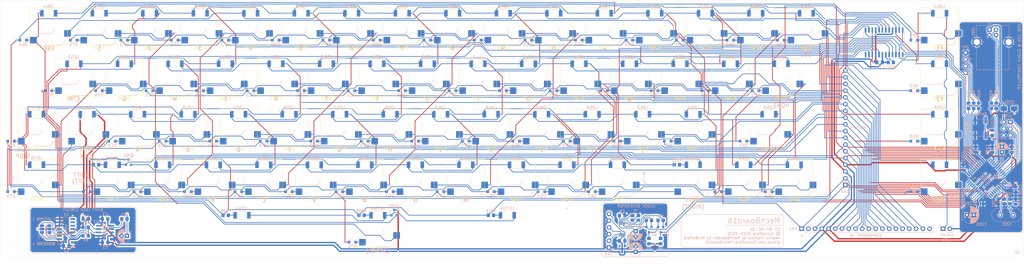
<source format=kicad_pcb>
(kicad_pcb (version 20171130) (host pcbnew 5.1.12)
  (title_block (title Mechboard16) (date 2025-12-22) (rev 1git) (company SukkoPera) (comment 1 "Mechanical replacement keyboard for the Commodore 16") (comment 2 https://github.com/SukkoPera/MechBoard16) (comment 3 "Heavily inspired by MechBoard64 by MtnBuffalo") (comment 4 "Licensed under CC BY-NC-SA 4.0"))
  (layers (0 F.Cu mixed) (31 B.Cu mixed) (36 B.SilkS user) (37 F.SilkS user) (38 B.Mask user) (39 F.Mask user) (44 Edge.Cuts user))
  (net 0 "")
  (net 1 "Net-(CN1-Pad2)")
  (net 2 GND)
  (net 3 "Net-(CN1-Pad20)")
  (net 4 +5V)
  (net 5 "Net-(C4-Pad1)")
  (net 6 "Net-(R2-Pad2)")
  (net 7 "Net-(U1-Pad3)")
  (net 8 "Net-(U1-Pad4)")
  (net 9 "Net-(U1-Pad8)")
  (net 10 "Net-(U1-Pad9)")
  (net 11 "Net-(U1-Pad10)")
  (net 12 "Net-(U1-Pad11)")
  (net 13 "Net-(U2-Pad7)")
  (net 14 "Net-(C3-Pad1)")
  (net 15 /shift_b)
  (net 16 "Net-(JP2-Pad3)")
  (net 17 "Net-(JP3-Pad3)")
  (net 18 "Net-(JP2-Pad1)")
  (net 19 /ctl_b)
  (net 20 "/USB Controller/xtal+")
  (net 21 "/USB Controller/xtal-")
  (net 22 VCC)
  (net 23 "Net-(C204-Pad1)")
  (net 24 row5)
  (net 25 col7)
  (net 26 row7)
  (net 27 col4)
  (net 28 row1)
  (net 29 col5)
  (net 30 col6)
  (net 31 row3)
  (net 32 row2)
  (net 33 row4)
  (net 34 col2)
  (net 35 col1)
  (net 36 row6)
  (net 37 col3)
  (net 38 col0)
  (net 39 row0)
  (net 40 "/USB Controller/u-")
  (net 41 "/USB Controller/u+")
  (net 42 "/USB Controller/~reset")
  (net 43 "/USB Controller/usb+")
  (net 44 "/USB Controller/usb-")
  (net 45 "Net-(U201-Pad1)")
  (net 46 "/USB Controller/~mreset")
  (net 47 "Net-(U201-Pad42)")
  (net 48 "/USB Controller/lcol1")
  (net 49 "/USB Controller/lrow0")
  (net 50 "/USB Controller/lcol0")
  (net 51 "/USB Controller/lcol2")
  (net 52 "/USB Controller/lcol3")
  (net 53 "/USB Controller/lcol4")
  (net 54 "/USB Controller/lcol5")
  (net 55 "/USB Controller/lcol6")
  (net 56 "/USB Controller/lcol7")
  (net 57 "/USB Controller/lrow1")
  (net 58 "/USB Controller/lrow2")
  (net 59 "/USB Controller/lrow3")
  (net 60 "/USB Controller/lrow4")
  (net 61 "/USB Controller/lrow5")
  (net 62 "/USB Controller/lrow6")
  (net 63 "/USB Controller/lrow7")
  (net 64 "Net-(U202-Pad24)")
  (net 65 "Net-(LD1C:7-Pad2)")
  (net 66 "/USB Controller/soft_ss")
  (net 67 "/USB Controller/soft_sck")
  (net 68 "/USB Controller/soft_mosi")
  (net 69 "Net-(J204-Pad2)")
  (net 70 "Net-(J204-Pad3)")
  (net 71 "Net-(R207-Pad2)")
  (net 72 "Net-(J204-Pad4)")
  (net 73 "/USB Controller/st_led_g")
  (net 74 "/USB Controller/st_led_r")
  (net 75 "/USB Controller/st_le_b")
  (net 76 "Net-(LD1A:7-Pad2)")
  (net 77 "Net-(LD1A:7-Pad1)")
  (net 78 "Net-(LD1B:7-Pad1)")
  (net 79 "Net-(LD7A:4-Pad2)")
  (net 80 "Net-(LD7A:4-Pad1)")
  (net 81 "Net-(LD7B:4-Pad1)")
  (net 82 "Net-(LD7C:4-Pad1)")
  (net 83 "Net-(D0:0-Pad1)")
  (net 84 "Net-(D0:1-Pad1)")
  (net 85 "Net-(D0:2-Pad1)")
  (net 86 "Net-(D0:3-Pad1)")
  (net 87 "Net-(D0:4-Pad1)")
  (net 88 "Net-(D0:5-Pad1)")
  (net 89 "Net-(D0:6-Pad1)")
  (net 90 "Net-(D0:7-Pad1)")
  (net 91 "Net-(D1:0-Pad1)")
  (net 92 "Net-(D1:1-Pad1)")
  (net 93 "Net-(D1:2-Pad1)")
  (net 94 "Net-(D1:3-Pad1)")
  (net 95 "Net-(D1:4-Pad1)")
  (net 96 "Net-(D1:5-Pad1)")
  (net 97 "Net-(D1:6-Pad1)")
  (net 98 "Net-(D2:0-Pad1)")
  (net 99 "Net-(D2:1-Pad1)")
  (net 100 "Net-(D2:2-Pad1)")
  (net 101 "Net-(D2:3-Pad1)")
  (net 102 "Net-(D2:4-Pad1)")
  (net 103 "Net-(D2:5-Pad1)")
  (net 104 "Net-(D2:6-Pad1)")
  (net 105 "Net-(D2:7-Pad1)")
  (net 106 "Net-(D3:0-Pad1)")
  (net 107 "Net-(D3:1-Pad1)")
  (net 108 "Net-(D3:2-Pad1)")
  (net 109 "Net-(D3:3-Pad1)")
  (net 110 "Net-(D3:4-Pad1)")
  (net 111 "Net-(D3:5-Pad1)")
  (net 112 "Net-(D3:6-Pad1)")
  (net 113 "Net-(D3:7-Pad1)")
  (net 114 "Net-(D4:0-Pad1)")
  (net 115 "Net-(D4:1-Pad1)")
  (net 116 "Net-(D4:2-Pad1)")
  (net 117 "Net-(D4:3-Pad1)")
  (net 118 "Net-(D4:4-Pad1)")
  (net 119 "Net-(D4:5-Pad1)")
  (net 120 "Net-(D4:6-Pad1)")
  (net 121 "Net-(D4:7-Pad1)")
  (net 122 "Net-(D5:0-Pad1)")
  (net 123 "Net-(D5:1-Pad1)")
  (net 124 "Net-(D5:2-Pad1)")
  (net 125 "Net-(D5:3-Pad1)")
  (net 126 "Net-(D5:4-Pad1)")
  (net 127 "Net-(D5:5-Pad1)")
  (net 128 "Net-(D5:6-Pad1)")
  (net 129 "Net-(D5:7-Pad1)")
  (net 130 "Net-(D6:0-Pad1)")
  (net 131 "Net-(D6:1-Pad1)")
  (net 132 "Net-(D6:2-Pad1)")
  (net 133 "Net-(D6:3-Pad1)")
  (net 134 "Net-(D6:4-Pad1)")
  (net 135 "Net-(D6:5-Pad1)")
  (net 136 "Net-(D6:6-Pad1)")
  (net 137 "Net-(D6:7-Pad1)")
  (net 138 "Net-(D7:0-Pad1)")
  (net 139 "Net-(D7:1-Pad1)")
  (net 140 "Net-(D7:3-Pad1)")
  (net 141 "Net-(D7:4-Pad1)")
  (net 142 "Net-(D7:5-Pad1)")
  (net 143 "Net-(D7:6-Pad1)")
  (net 144 "Net-(D7:7-Pad1)")
  (net 145 "/USB Controller/soft_i2c_scl")
  (net 146 "/USB Controller/soft_i2c_sda")
  (net 147 +3V3)
  (net 148 "/USB Controller/clk2")
  (net 149 "/USB Controller/clk1")
  (net 150 "/USB Controller/clk0")
  (net 151 "/USB Controller/sda_3v")
  (net 152 "/USB Controller/scl_3v")
  (net 153 "Net-(U3-Pad2)")
  (net 154 "Net-(U3-Pad3)")
  (net 155 "Net-(U4-Pad4)")
  (module Connector_PinHeader_2.54mm:PinHeader_1x06_P2.54mm_Vertical (layer B.Cu) (at 249.428 121.412)
    (fp_text reference CN3 (at 0 2.33) (layer B.SilkS) (effects (justify mirror)))
    (fp_text value CONN_CLOCK)
    (pad 1 thru_hole rect (at 0 0) (size 1.7 1.7) (drill 1) (layers *.Cu *.Mask) (net 2 GND))
    (pad 2 thru_hole oval (at 0 -2.54) (size 1.7 1.7) (drill 1) (layers *.Cu *.Mask) (net 150 "/USB Controller/clk0"))
    (pad 3 thru_hole oval (at 0 -5.08) (size 1.7 1.7) (drill 1) (layers *.Cu *.Mask) (net 2 GND))
    (pad 4 thru_hole oval (at 0 -7.62) (size 1.7 1.7) (drill 1) (layers *.Cu *.Mask) (net 149 "/USB Controller/clk1"))
    (pad 5 thru_hole oval (at 0 -10.16) (size 1.7 1.7) (drill 1) (layers *.Cu *.Mask) (net 2 GND))
    (pad 6 thru_hole oval (at 0 -12.7) (size 1.7 1.7) (drill 1) (layers *.Cu *.Mask) (net 148 "/USB Controller/clk2"))
  )
  (module Mechboard16:LED_MX_6028R (layer B.Cu) (at 323.85 33.02)
    (fp_text reference LD0:0 (at 0 -2.6) (layer B.SilkS) (effects (justify mirror)))
    (fp_text value LED_DEL)
    (fp_line (start 1.672685 -0.275) (end 1.672685 0.226884) (layer Edge.Cuts) (width 0.12))
    (fp_line (start -0.450642 -1.523758) (end 0.399569 -1.522685) (layer Edge.Cuts) (width 0.12))
    (fp_line (start -1.698327 0.250642) (end -1.698327 -0.250642) (layer Edge.Cuts) (width 0.12))
    (fp_line (start -0.42521 1.498328) (end 0.42521 1.498328) (layer Edge.Cuts) (width 0.12))
    (fp_arc (start -5.274999 0.199568) (end -1.85 -0.925) (angle 11.00281789) (layer Edge.Cuts) (width 0.12))
    (fp_arc (start 5.249357 0.17521) (end 1.824358 -0.949358) (angle -11.00282075) (layer Edge.Cuts) (width 0.12))
    (fp_arc (start 5.249357 -0.223326) (end 1.824358 0.901242) (angle 11.00282075) (layer Edge.Cuts) (width 0.12))
    (fp_arc (start -0.050641 -5.099357) (end 1.073927 -1.674358) (angle 11.00282075) (layer Edge.Cuts) (width 0.12))
    (fp_arc (start -0.000432 -5.10043) (end -1.125 -1.675431) (angle -11.00282075) (layer Edge.Cuts) (width 0.12))
    (fp_arc (start 1.099568 0.92457) (end 1.824568 0.89957) (angle 91.97493401) (layer Edge.Cuts) (width 0.12))
    (fp_arc (start 1.098927 -0.949358) (end 1.073927 -1.674358) (angle 91.97493401) (layer Edge.Cuts) (width 0.12))
    (fp_arc (start -5.274999 -0.199568) (end -1.85 0.925) (angle -11.00282075) (layer Edge.Cuts) (width 0.12))
    (fp_arc (start -1.125 -0.95) (end -1.85 -0.925) (angle 91.97493401) (layer Edge.Cuts) (width 0.12))
    (fp_arc (start -0.025 5.075) (end 1.099568 1.650001) (angle -11.00282075) (layer Edge.Cuts) (width 0.12))
    (fp_arc (start 0.025 5.075) (end -1.099568 1.650001) (angle 11) (layer Edge.Cuts) (width 0.12))
    (fp_arc (start -1.124568 0.925001) (end -1.099568 1.650001) (angle 91.97493401) (layer Edge.Cuts) (width 0.12))
    (pad 1 smd custom (at -2.6 0) (size 1.3 1) (layers B.Cu B.Paste B.Mask) (net 50 "/USB Controller/lcol0") (options (clearance outline) (anchor rect)) (primitives (gr_poly (pts (xy 0.65 -1.25) (xy -0.19 -1.25) (xy -0.65 -0.79) (xy -0.65 1.25) (xy 0.65 1.25)) (width 0))))
    (pad 2 smd roundrect (at 2.6 0) (size 1.3 2.5) (layers B.Cu B.Paste B.Mask) (roundrect_rratio 0.1) (net 49 "/USB Controller/lrow0"))
  )
  (module Mechboard16:LED_MX_6028R (layer B.Cu) (at 309.753 71.12)
    (fp_text reference LD0:1 (at 0 -2.6) (layer B.SilkS) (effects (justify mirror)))
    (fp_text value LED_RET)
    (fp_line (start 1.672685 -0.275) (end 1.672685 0.226884) (layer Edge.Cuts) (width 0.12))
    (fp_line (start -0.450642 -1.523758) (end 0.399569 -1.522685) (layer Edge.Cuts) (width 0.12))
    (fp_line (start -1.698327 0.250642) (end -1.698327 -0.250642) (layer Edge.Cuts) (width 0.12))
    (fp_line (start -0.42521 1.498328) (end 0.42521 1.498328) (layer Edge.Cuts) (width 0.12))
    (fp_arc (start -5.274999 0.199568) (end -1.85 -0.925) (angle 11.00281789) (layer Edge.Cuts) (width 0.12))
    (fp_arc (start 5.249357 0.17521) (end 1.824358 -0.949358) (angle -11.00282075) (layer Edge.Cuts) (width 0.12))
    (fp_arc (start 5.249357 -0.223326) (end 1.824358 0.901242) (angle 11.00282075) (layer Edge.Cuts) (width 0.12))
    (fp_arc (start -0.050641 -5.099357) (end 1.073927 -1.674358) (angle 11.00282075) (layer Edge.Cuts) (width 0.12))
    (fp_arc (start -0.000432 -5.10043) (end -1.125 -1.675431) (angle -11.00282075) (layer Edge.Cuts) (width 0.12))
    (fp_arc (start 1.099568 0.92457) (end 1.824568 0.89957) (angle 91.97493401) (layer Edge.Cuts) (width 0.12))
    (fp_arc (start 1.098927 -0.949358) (end 1.073927 -1.674358) (angle 91.97493401) (layer Edge.Cuts) (width 0.12))
    (fp_arc (start -5.274999 -0.199568) (end -1.85 0.925) (angle -11.00282075) (layer Edge.Cuts) (width 0.12))
    (fp_arc (start -1.125 -0.95) (end -1.85 -0.925) (angle 91.97493401) (layer Edge.Cuts) (width 0.12))
    (fp_arc (start -0.025 5.075) (end 1.099568 1.650001) (angle -11.00282075) (layer Edge.Cuts) (width 0.12))
    (fp_arc (start 0.025 5.075) (end -1.099568 1.650001) (angle 11) (layer Edge.Cuts) (width 0.12))
    (fp_arc (start -1.124568 0.925001) (end -1.099568 1.650001) (angle 91.97493401) (layer Edge.Cuts) (width 0.12))
    (pad 1 smd custom (at -2.6 0) (size 1.3 1) (layers B.Cu B.Paste B.Mask) (net 48 "/USB Controller/lcol1") (options (clearance outline) (anchor rect)) (primitives (gr_poly (pts (xy 0.65 -1.25) (xy -0.19 -1.25) (xy -0.65 -0.79) (xy -0.65 1.25) (xy 0.65 1.25)) (width 0))))
    (pad 2 smd roundrect (at 2.6 0) (size 1.3 2.5) (layers B.Cu B.Paste B.Mask) (roundrect_rratio 0.1) (net 49 "/USB Controller/lrow0"))
  )
  (module Mechboard16:LED_MX_6028R (layer B.Cu) (at 300.228 90.17)
    (fp_text reference LD0:2 (at 0 -2.6) (layer B.SilkS) (effects (justify mirror)))
    (fp_text value LED_PND)
    (fp_line (start 1.672685 -0.275) (end 1.672685 0.226884) (layer Edge.Cuts) (width 0.12))
    (fp_line (start -0.450642 -1.523758) (end 0.399569 -1.522685) (layer Edge.Cuts) (width 0.12))
    (fp_line (start -1.698327 0.250642) (end -1.698327 -0.250642) (layer Edge.Cuts) (width 0.12))
    (fp_line (start -0.42521 1.498328) (end 0.42521 1.498328) (layer Edge.Cuts) (width 0.12))
    (fp_arc (start -5.274999 0.199568) (end -1.85 -0.925) (angle 11.00281789) (layer Edge.Cuts) (width 0.12))
    (fp_arc (start 5.249357 0.17521) (end 1.824358 -0.949358) (angle -11.00282075) (layer Edge.Cuts) (width 0.12))
    (fp_arc (start 5.249357 -0.223326) (end 1.824358 0.901242) (angle 11.00282075) (layer Edge.Cuts) (width 0.12))
    (fp_arc (start -0.050641 -5.099357) (end 1.073927 -1.674358) (angle 11.00282075) (layer Edge.Cuts) (width 0.12))
    (fp_arc (start -0.000432 -5.10043) (end -1.125 -1.675431) (angle -11.00282075) (layer Edge.Cuts) (width 0.12))
    (fp_arc (start 1.099568 0.92457) (end 1.824568 0.89957) (angle 91.97493401) (layer Edge.Cuts) (width 0.12))
    (fp_arc (start 1.098927 -0.949358) (end 1.073927 -1.674358) (angle 91.97493401) (layer Edge.Cuts) (width 0.12))
    (fp_arc (start -5.274999 -0.199568) (end -1.85 0.925) (angle -11.00282075) (layer Edge.Cuts) (width 0.12))
    (fp_arc (start -1.125 -0.95) (end -1.85 -0.925) (angle 91.97493401) (layer Edge.Cuts) (width 0.12))
    (fp_arc (start -0.025 5.075) (end 1.099568 1.650001) (angle -11.00282075) (layer Edge.Cuts) (width 0.12))
    (fp_arc (start 0.025 5.075) (end -1.099568 1.650001) (angle 11) (layer Edge.Cuts) (width 0.12))
    (fp_arc (start -1.124568 0.925001) (end -1.099568 1.650001) (angle 91.97493401) (layer Edge.Cuts) (width 0.12))
    (pad 1 smd custom (at -2.6 0) (size 1.3 1) (layers B.Cu B.Paste B.Mask) (net 51 "/USB Controller/lcol2") (options (clearance outline) (anchor rect)) (primitives (gr_poly (pts (xy 0.65 -1.25) (xy -0.19 -1.25) (xy -0.65 -0.79) (xy -0.65 1.25) (xy 0.65 1.25)) (width 0))))
    (pad 2 smd roundrect (at 2.6 0) (size 1.3 2.5) (layers B.Cu B.Paste B.Mask) (roundrect_rratio 0.1) (net 49 "/USB Controller/lrow0"))
  )
  (module Mechboard16:LED_MX_6028R (layer B.Cu) (at 374.142 90.17)
    (fp_text reference LD0:3 (at 0 -2.6) (layer B.SilkS) (effects (justify mirror)))
    (fp_text value LED_HLP)
    (fp_line (start 1.672685 -0.275) (end 1.672685 0.226884) (layer Edge.Cuts) (width 0.12))
    (fp_line (start -0.450642 -1.523758) (end 0.399569 -1.522685) (layer Edge.Cuts) (width 0.12))
    (fp_line (start -1.698327 0.250642) (end -1.698327 -0.250642) (layer Edge.Cuts) (width 0.12))
    (fp_line (start -0.42521 1.498328) (end 0.42521 1.498328) (layer Edge.Cuts) (width 0.12))
    (fp_arc (start -5.274999 0.199568) (end -1.85 -0.925) (angle 11.00281789) (layer Edge.Cuts) (width 0.12))
    (fp_arc (start 5.249357 0.17521) (end 1.824358 -0.949358) (angle -11.00282075) (layer Edge.Cuts) (width 0.12))
    (fp_arc (start 5.249357 -0.223326) (end 1.824358 0.901242) (angle 11.00282075) (layer Edge.Cuts) (width 0.12))
    (fp_arc (start -0.050641 -5.099357) (end 1.073927 -1.674358) (angle 11.00282075) (layer Edge.Cuts) (width 0.12))
    (fp_arc (start -0.000432 -5.10043) (end -1.125 -1.675431) (angle -11.00282075) (layer Edge.Cuts) (width 0.12))
    (fp_arc (start 1.099568 0.92457) (end 1.824568 0.89957) (angle 91.97493401) (layer Edge.Cuts) (width 0.12))
    (fp_arc (start 1.098927 -0.949358) (end 1.073927 -1.674358) (angle 91.97493401) (layer Edge.Cuts) (width 0.12))
    (fp_arc (start -5.274999 -0.199568) (end -1.85 0.925) (angle -11.00282075) (layer Edge.Cuts) (width 0.12))
    (fp_arc (start -1.125 -0.95) (end -1.85 -0.925) (angle 91.97493401) (layer Edge.Cuts) (width 0.12))
    (fp_arc (start -0.025 5.075) (end 1.099568 1.650001) (angle -11.00282075) (layer Edge.Cuts) (width 0.12))
    (fp_arc (start 0.025 5.075) (end -1.099568 1.650001) (angle 11) (layer Edge.Cuts) (width 0.12))
    (fp_arc (start -1.124568 0.925001) (end -1.099568 1.650001) (angle 91.97493401) (layer Edge.Cuts) (width 0.12))
    (pad 1 smd custom (at -2.6 0) (size 1.3 1) (layers B.Cu B.Paste B.Mask) (net 52 "/USB Controller/lcol3") (options (clearance outline) (anchor rect)) (primitives (gr_poly (pts (xy 0.65 -1.25) (xy -0.19 -1.25) (xy -0.65 -0.79) (xy -0.65 1.25) (xy 0.65 1.25)) (width 0))))
    (pad 2 smd roundrect (at 2.6 0) (size 1.3 2.5) (layers B.Cu B.Paste B.Mask) (roundrect_rratio 0.1) (net 49 "/USB Controller/lrow0"))
  )
  (module Mechboard16:LED_MX_6028R (layer B.Cu) (at 374.142 33.02)
    (fp_text reference LD0:4 (at 0 -2.6) (layer B.SilkS) (effects (justify mirror)))
    (fp_text value LED_F1)
    (fp_line (start 1.672685 -0.275) (end 1.672685 0.226884) (layer Edge.Cuts) (width 0.12))
    (fp_line (start -0.450642 -1.523758) (end 0.399569 -1.522685) (layer Edge.Cuts) (width 0.12))
    (fp_line (start -1.698327 0.250642) (end -1.698327 -0.250642) (layer Edge.Cuts) (width 0.12))
    (fp_line (start -0.42521 1.498328) (end 0.42521 1.498328) (layer Edge.Cuts) (width 0.12))
    (fp_arc (start -5.274999 0.199568) (end -1.85 -0.925) (angle 11.00281789) (layer Edge.Cuts) (width 0.12))
    (fp_arc (start 5.249357 0.17521) (end 1.824358 -0.949358) (angle -11.00282075) (layer Edge.Cuts) (width 0.12))
    (fp_arc (start 5.249357 -0.223326) (end 1.824358 0.901242) (angle 11.00282075) (layer Edge.Cuts) (width 0.12))
    (fp_arc (start -0.050641 -5.099357) (end 1.073927 -1.674358) (angle 11.00282075) (layer Edge.Cuts) (width 0.12))
    (fp_arc (start -0.000432 -5.10043) (end -1.125 -1.675431) (angle -11.00282075) (layer Edge.Cuts) (width 0.12))
    (fp_arc (start 1.099568 0.92457) (end 1.824568 0.89957) (angle 91.97493401) (layer Edge.Cuts) (width 0.12))
    (fp_arc (start 1.098927 -0.949358) (end 1.073927 -1.674358) (angle 91.97493401) (layer Edge.Cuts) (width 0.12))
    (fp_arc (start -5.274999 -0.199568) (end -1.85 0.925) (angle -11.00282075) (layer Edge.Cuts) (width 0.12))
    (fp_arc (start -1.125 -0.95) (end -1.85 -0.925) (angle 91.97493401) (layer Edge.Cuts) (width 0.12))
    (fp_arc (start -0.025 5.075) (end 1.099568 1.650001) (angle -11.00282075) (layer Edge.Cuts) (width 0.12))
    (fp_arc (start 0.025 5.075) (end -1.099568 1.650001) (angle 11) (layer Edge.Cuts) (width 0.12))
    (fp_arc (start -1.124568 0.925001) (end -1.099568 1.650001) (angle 91.97493401) (layer Edge.Cuts) (width 0.12))
    (pad 1 smd custom (at -2.6 0) (size 1.3 1) (layers B.Cu B.Paste B.Mask) (net 53 "/USB Controller/lcol4") (options (clearance outline) (anchor rect)) (primitives (gr_poly (pts (xy 0.65 -1.25) (xy -0.19 -1.25) (xy -0.65 -0.79) (xy -0.65 1.25) (xy 0.65 1.25)) (width 0))))
    (pad 2 smd roundrect (at 2.6 0) (size 1.3 2.5) (layers B.Cu B.Paste B.Mask) (roundrect_rratio 0.1) (net 49 "/USB Controller/lrow0"))
  )
  (module Mechboard16:LED_MX_6028R (layer B.Cu) (at 374.142 52.07)
    (fp_text reference LD0:5 (at 0 -2.6) (layer B.SilkS) (effects (justify mirror)))
    (fp_text value LED_F2)
    (fp_line (start 1.672685 -0.275) (end 1.672685 0.226884) (layer Edge.Cuts) (width 0.12))
    (fp_line (start -0.450642 -1.523758) (end 0.399569 -1.522685) (layer Edge.Cuts) (width 0.12))
    (fp_line (start -1.698327 0.250642) (end -1.698327 -0.250642) (layer Edge.Cuts) (width 0.12))
    (fp_line (start -0.42521 1.498328) (end 0.42521 1.498328) (layer Edge.Cuts) (width 0.12))
    (fp_arc (start -5.274999 0.199568) (end -1.85 -0.925) (angle 11.00281789) (layer Edge.Cuts) (width 0.12))
    (fp_arc (start 5.249357 0.17521) (end 1.824358 -0.949358) (angle -11.00282075) (layer Edge.Cuts) (width 0.12))
    (fp_arc (start 5.249357 -0.223326) (end 1.824358 0.901242) (angle 11.00282075) (layer Edge.Cuts) (width 0.12))
    (fp_arc (start -0.050641 -5.099357) (end 1.073927 -1.674358) (angle 11.00282075) (layer Edge.Cuts) (width 0.12))
    (fp_arc (start -0.000432 -5.10043) (end -1.125 -1.675431) (angle -11.00282075) (layer Edge.Cuts) (width 0.12))
    (fp_arc (start 1.099568 0.92457) (end 1.824568 0.89957) (angle 91.97493401) (layer Edge.Cuts) (width 0.12))
    (fp_arc (start 1.098927 -0.949358) (end 1.073927 -1.674358) (angle 91.97493401) (layer Edge.Cuts) (width 0.12))
    (fp_arc (start -5.274999 -0.199568) (end -1.85 0.925) (angle -11.00282075) (layer Edge.Cuts) (width 0.12))
    (fp_arc (start -1.125 -0.95) (end -1.85 -0.925) (angle 91.97493401) (layer Edge.Cuts) (width 0.12))
    (fp_arc (start -0.025 5.075) (end 1.099568 1.650001) (angle -11.00282075) (layer Edge.Cuts) (width 0.12))
    (fp_arc (start 0.025 5.075) (end -1.099568 1.650001) (angle 11) (layer Edge.Cuts) (width 0.12))
    (fp_arc (start -1.124568 0.925001) (end -1.099568 1.650001) (angle 91.97493401) (layer Edge.Cuts) (width 0.12))
    (pad 1 smd custom (at -2.6 0) (size 1.3 1) (layers B.Cu B.Paste B.Mask) (net 54 "/USB Controller/lcol5") (options (clearance outline) (anchor rect)) (primitives (gr_poly (pts (xy 0.65 -1.25) (xy -0.19 -1.25) (xy -0.65 -0.79) (xy -0.65 1.25) (xy 0.65 1.25)) (width 0))))
    (pad 2 smd roundrect (at 2.6 0) (size 1.3 2.5) (layers B.Cu B.Paste B.Mask) (roundrect_rratio 0.1) (net 49 "/USB Controller/lrow0"))
  )
  (module Mechboard16:LED_MX_6028R (layer B.Cu) (at 374.142 71.12)
    (fp_text reference LD0:6 (at 0 -2.6) (layer B.SilkS) (effects (justify mirror)))
    (fp_text value LED_F3)
    (fp_line (start 1.672685 -0.275) (end 1.672685 0.226884) (layer Edge.Cuts) (width 0.12))
    (fp_line (start -0.450642 -1.523758) (end 0.399569 -1.522685) (layer Edge.Cuts) (width 0.12))
    (fp_line (start -1.698327 0.250642) (end -1.698327 -0.250642) (layer Edge.Cuts) (width 0.12))
    (fp_line (start -0.42521 1.498328) (end 0.42521 1.498328) (layer Edge.Cuts) (width 0.12))
    (fp_arc (start -5.274999 0.199568) (end -1.85 -0.925) (angle 11.00281789) (layer Edge.Cuts) (width 0.12))
    (fp_arc (start 5.249357 0.17521) (end 1.824358 -0.949358) (angle -11.00282075) (layer Edge.Cuts) (width 0.12))
    (fp_arc (start 5.249357 -0.223326) (end 1.824358 0.901242) (angle 11.00282075) (layer Edge.Cuts) (width 0.12))
    (fp_arc (start -0.050641 -5.099357) (end 1.073927 -1.674358) (angle 11.00282075) (layer Edge.Cuts) (width 0.12))
    (fp_arc (start -0.000432 -5.10043) (end -1.125 -1.675431) (angle -11.00282075) (layer Edge.Cuts) (width 0.12))
    (fp_arc (start 1.099568 0.92457) (end 1.824568 0.89957) (angle 91.97493401) (layer Edge.Cuts) (width 0.12))
    (fp_arc (start 1.098927 -0.949358) (end 1.073927 -1.674358) (angle 91.97493401) (layer Edge.Cuts) (width 0.12))
    (fp_arc (start -5.274999 -0.199568) (end -1.85 0.925) (angle -11.00282075) (layer Edge.Cuts) (width 0.12))
    (fp_arc (start -1.125 -0.95) (end -1.85 -0.925) (angle 91.97493401) (layer Edge.Cuts) (width 0.12))
    (fp_arc (start -0.025 5.075) (end 1.099568 1.650001) (angle -11.00282075) (layer Edge.Cuts) (width 0.12))
    (fp_arc (start 0.025 5.075) (end -1.099568 1.650001) (angle 11) (layer Edge.Cuts) (width 0.12))
    (fp_arc (start -1.124568 0.925001) (end -1.099568 1.650001) (angle 91.97493401) (layer Edge.Cuts) (width 0.12))
    (pad 1 smd custom (at -2.6 0) (size 1.3 1) (layers B.Cu B.Paste B.Mask) (net 55 "/USB Controller/lcol6") (options (clearance outline) (anchor rect)) (primitives (gr_poly (pts (xy 0.65 -1.25) (xy -0.19 -1.25) (xy -0.65 -0.79) (xy -0.65 1.25) (xy 0.65 1.25)) (width 0))))
    (pad 2 smd roundrect (at 2.6 0) (size 1.3 2.5) (layers B.Cu B.Paste B.Mask) (roundrect_rratio 0.1) (net 49 "/USB Controller/lrow0"))
  )
  (module Mechboard16:LED_MX_6028R (layer B.Cu) (at 257.175 52.07)
    (fp_text reference LD0:7 (at 0 -2.6) (layer B.SilkS) (effects (justify mirror)))
    (fp_text value LED_AT)
    (fp_line (start 1.672685 -0.275) (end 1.672685 0.226884) (layer Edge.Cuts) (width 0.12))
    (fp_line (start -0.450642 -1.523758) (end 0.399569 -1.522685) (layer Edge.Cuts) (width 0.12))
    (fp_line (start -1.698327 0.250642) (end -1.698327 -0.250642) (layer Edge.Cuts) (width 0.12))
    (fp_line (start -0.42521 1.498328) (end 0.42521 1.498328) (layer Edge.Cuts) (width 0.12))
    (fp_arc (start -5.274999 0.199568) (end -1.85 -0.925) (angle 11.00281789) (layer Edge.Cuts) (width 0.12))
    (fp_arc (start 5.249357 0.17521) (end 1.824358 -0.949358) (angle -11.00282075) (layer Edge.Cuts) (width 0.12))
    (fp_arc (start 5.249357 -0.223326) (end 1.824358 0.901242) (angle 11.00282075) (layer Edge.Cuts) (width 0.12))
    (fp_arc (start -0.050641 -5.099357) (end 1.073927 -1.674358) (angle 11.00282075) (layer Edge.Cuts) (width 0.12))
    (fp_arc (start -0.000432 -5.10043) (end -1.125 -1.675431) (angle -11.00282075) (layer Edge.Cuts) (width 0.12))
    (fp_arc (start 1.099568 0.92457) (end 1.824568 0.89957) (angle 91.97493401) (layer Edge.Cuts) (width 0.12))
    (fp_arc (start 1.098927 -0.949358) (end 1.073927 -1.674358) (angle 91.97493401) (layer Edge.Cuts) (width 0.12))
    (fp_arc (start -5.274999 -0.199568) (end -1.85 0.925) (angle -11.00282075) (layer Edge.Cuts) (width 0.12))
    (fp_arc (start -1.125 -0.95) (end -1.85 -0.925) (angle 91.97493401) (layer Edge.Cuts) (width 0.12))
    (fp_arc (start -0.025 5.075) (end 1.099568 1.650001) (angle -11.00282075) (layer Edge.Cuts) (width 0.12))
    (fp_arc (start 0.025 5.075) (end -1.099568 1.650001) (angle 11) (layer Edge.Cuts) (width 0.12))
    (fp_arc (start -1.124568 0.925001) (end -1.099568 1.650001) (angle 91.97493401) (layer Edge.Cuts) (width 0.12))
    (pad 1 smd custom (at -2.6 0) (size 1.3 1) (layers B.Cu B.Paste B.Mask) (net 56 "/USB Controller/lcol7") (options (clearance outline) (anchor rect)) (primitives (gr_poly (pts (xy 0.65 -1.25) (xy -0.19 -1.25) (xy -0.65 -0.79) (xy -0.65 1.25) (xy 0.65 1.25)) (width 0))))
    (pad 2 smd roundrect (at 2.6 0) (size 1.3 2.5) (layers B.Cu B.Paste B.Mask) (roundrect_rratio 0.1) (net 49 "/USB Controller/lrow0"))
  )
  (module Mechboard16:LED_MX_6028R (layer B.Cu) (at 95.25 33.02)
    (fp_text reference LD1:0 (at 0 -2.6) (layer B.SilkS) (effects (justify mirror)))
    (fp_text value LED_3)
    (fp_line (start 1.672685 -0.275) (end 1.672685 0.226884) (layer Edge.Cuts) (width 0.12))
    (fp_line (start -0.450642 -1.523758) (end 0.399569 -1.522685) (layer Edge.Cuts) (width 0.12))
    (fp_line (start -1.698327 0.250642) (end -1.698327 -0.250642) (layer Edge.Cuts) (width 0.12))
    (fp_line (start -0.42521 1.498328) (end 0.42521 1.498328) (layer Edge.Cuts) (width 0.12))
    (fp_arc (start -5.274999 0.199568) (end -1.85 -0.925) (angle 11.00281789) (layer Edge.Cuts) (width 0.12))
    (fp_arc (start 5.249357 0.17521) (end 1.824358 -0.949358) (angle -11.00282075) (layer Edge.Cuts) (width 0.12))
    (fp_arc (start 5.249357 -0.223326) (end 1.824358 0.901242) (angle 11.00282075) (layer Edge.Cuts) (width 0.12))
    (fp_arc (start -0.050641 -5.099357) (end 1.073927 -1.674358) (angle 11.00282075) (layer Edge.Cuts) (width 0.12))
    (fp_arc (start -0.000432 -5.10043) (end -1.125 -1.675431) (angle -11.00282075) (layer Edge.Cuts) (width 0.12))
    (fp_arc (start 1.099568 0.92457) (end 1.824568 0.89957) (angle 91.97493401) (layer Edge.Cuts) (width 0.12))
    (fp_arc (start 1.098927 -0.949358) (end 1.073927 -1.674358) (angle 91.97493401) (layer Edge.Cuts) (width 0.12))
    (fp_arc (start -5.274999 -0.199568) (end -1.85 0.925) (angle -11.00282075) (layer Edge.Cuts) (width 0.12))
    (fp_arc (start -1.125 -0.95) (end -1.85 -0.925) (angle 91.97493401) (layer Edge.Cuts) (width 0.12))
    (fp_arc (start -0.025 5.075) (end 1.099568 1.650001) (angle -11.00282075) (layer Edge.Cuts) (width 0.12))
    (fp_arc (start 0.025 5.075) (end -1.099568 1.650001) (angle 11) (layer Edge.Cuts) (width 0.12))
    (fp_arc (start -1.124568 0.925001) (end -1.099568 1.650001) (angle 91.97493401) (layer Edge.Cuts) (width 0.12))
    (pad 1 smd custom (at -2.6 0) (size 1.3 1) (layers B.Cu B.Paste B.Mask) (net 50 "/USB Controller/lcol0") (options (clearance outline) (anchor rect)) (primitives (gr_poly (pts (xy 0.65 -1.25) (xy -0.19 -1.25) (xy -0.65 -0.79) (xy -0.65 1.25) (xy 0.65 1.25)) (width 0))))
    (pad 2 smd roundrect (at 2.6 0) (size 1.3 2.5) (layers B.Cu B.Paste B.Mask) (roundrect_rratio 0.1) (net 57 "/USB Controller/lrow1"))
  )
  (module Mechboard16:LED_MX_6028R (layer B.Cu) (at 85.725 52.07)
    (fp_text reference LD1:1 (at 0 -2.6) (layer B.SilkS) (effects (justify mirror)))
    (fp_text value LED_W)
    (fp_line (start 1.672685 -0.275) (end 1.672685 0.226884) (layer Edge.Cuts) (width 0.12))
    (fp_line (start -0.450642 -1.523758) (end 0.399569 -1.522685) (layer Edge.Cuts) (width 0.12))
    (fp_line (start -1.698327 0.250642) (end -1.698327 -0.250642) (layer Edge.Cuts) (width 0.12))
    (fp_line (start -0.42521 1.498328) (end 0.42521 1.498328) (layer Edge.Cuts) (width 0.12))
    (fp_arc (start -5.274999 0.199568) (end -1.85 -0.925) (angle 11.00281789) (layer Edge.Cuts) (width 0.12))
    (fp_arc (start 5.249357 0.17521) (end 1.824358 -0.949358) (angle -11.00282075) (layer Edge.Cuts) (width 0.12))
    (fp_arc (start 5.249357 -0.223326) (end 1.824358 0.901242) (angle 11.00282075) (layer Edge.Cuts) (width 0.12))
    (fp_arc (start -0.050641 -5.099357) (end 1.073927 -1.674358) (angle 11.00282075) (layer Edge.Cuts) (width 0.12))
    (fp_arc (start -0.000432 -5.10043) (end -1.125 -1.675431) (angle -11.00282075) (layer Edge.Cuts) (width 0.12))
    (fp_arc (start 1.099568 0.92457) (end 1.824568 0.89957) (angle 91.97493401) (layer Edge.Cuts) (width 0.12))
    (fp_arc (start 1.098927 -0.949358) (end 1.073927 -1.674358) (angle 91.97493401) (layer Edge.Cuts) (width 0.12))
    (fp_arc (start -5.274999 -0.199568) (end -1.85 0.925) (angle -11.00282075) (layer Edge.Cuts) (width 0.12))
    (fp_arc (start -1.125 -0.95) (end -1.85 -0.925) (angle 91.97493401) (layer Edge.Cuts) (width 0.12))
    (fp_arc (start -0.025 5.075) (end 1.099568 1.650001) (angle -11.00282075) (layer Edge.Cuts) (width 0.12))
    (fp_arc (start 0.025 5.075) (end -1.099568 1.650001) (angle 11) (layer Edge.Cuts) (width 0.12))
    (fp_arc (start -1.124568 0.925001) (end -1.099568 1.650001) (angle 91.97493401) (layer Edge.Cuts) (width 0.12))
    (pad 1 smd custom (at -2.6 0) (size 1.3 1) (layers B.Cu B.Paste B.Mask) (net 48 "/USB Controller/lcol1") (options (clearance outline) (anchor rect)) (primitives (gr_poly (pts (xy 0.65 -1.25) (xy -0.19 -1.25) (xy -0.65 -0.79) (xy -0.65 1.25) (xy 0.65 1.25)) (width 0))))
    (pad 2 smd roundrect (at 2.6 0) (size 1.3 2.5) (layers B.Cu B.Paste B.Mask) (roundrect_rratio 0.1) (net 57 "/USB Controller/lrow1"))
  )
  (module Mechboard16:LED_MX_6028R (layer B.Cu) (at 71.628 71.12)
    (fp_text reference LD1:2 (at 0 -2.6) (layer B.SilkS) (effects (justify mirror)))
    (fp_text value LED_A)
    (fp_line (start 1.672685 -0.275) (end 1.672685 0.226884) (layer Edge.Cuts) (width 0.12))
    (fp_line (start -0.450642 -1.523758) (end 0.399569 -1.522685) (layer Edge.Cuts) (width 0.12))
    (fp_line (start -1.698327 0.250642) (end -1.698327 -0.250642) (layer Edge.Cuts) (width 0.12))
    (fp_line (start -0.42521 1.498328) (end 0.42521 1.498328) (layer Edge.Cuts) (width 0.12))
    (fp_arc (start -5.274999 0.199568) (end -1.85 -0.925) (angle 11.00281789) (layer Edge.Cuts) (width 0.12))
    (fp_arc (start 5.249357 0.17521) (end 1.824358 -0.949358) (angle -11.00282075) (layer Edge.Cuts) (width 0.12))
    (fp_arc (start 5.249357 -0.223326) (end 1.824358 0.901242) (angle 11.00282075) (layer Edge.Cuts) (width 0.12))
    (fp_arc (start -0.050641 -5.099357) (end 1.073927 -1.674358) (angle 11.00282075) (layer Edge.Cuts) (width 0.12))
    (fp_arc (start -0.000432 -5.10043) (end -1.125 -1.675431) (angle -11.00282075) (layer Edge.Cuts) (width 0.12))
    (fp_arc (start 1.099568 0.92457) (end 1.824568 0.89957) (angle 91.97493401) (layer Edge.Cuts) (width 0.12))
    (fp_arc (start 1.098927 -0.949358) (end 1.073927 -1.674358) (angle 91.97493401) (layer Edge.Cuts) (width 0.12))
    (fp_arc (start -5.274999 -0.199568) (end -1.85 0.925) (angle -11.00282075) (layer Edge.Cuts) (width 0.12))
    (fp_arc (start -1.125 -0.95) (end -1.85 -0.925) (angle 91.97493401) (layer Edge.Cuts) (width 0.12))
    (fp_arc (start -0.025 5.075) (end 1.099568 1.650001) (angle -11.00282075) (layer Edge.Cuts) (width 0.12))
    (fp_arc (start 0.025 5.075) (end -1.099568 1.650001) (angle 11) (layer Edge.Cuts) (width 0.12))
    (fp_arc (start -1.124568 0.925001) (end -1.099568 1.650001) (angle 91.97493401) (layer Edge.Cuts) (width 0.12))
    (pad 1 smd custom (at -2.6 0) (size 1.3 1) (layers B.Cu B.Paste B.Mask) (net 51 "/USB Controller/lcol2") (options (clearance outline) (anchor rect)) (primitives (gr_poly (pts (xy 0.65 -1.25) (xy -0.19 -1.25) (xy -0.65 -0.79) (xy -0.65 1.25) (xy 0.65 1.25)) (width 0))))
    (pad 2 smd roundrect (at 2.6 0) (size 1.3 2.5) (layers B.Cu B.Paste B.Mask) (roundrect_rratio 0.1) (net 57 "/USB Controller/lrow1"))
  )
  (module Mechboard16:LED_MX_6028R (layer B.Cu) (at 114.3 33.02)
    (fp_text reference LD1:3 (at 0 -2.6) (layer B.SilkS) (effects (justify mirror)))
    (fp_text value LED_4)
    (fp_line (start 1.672685 -0.275) (end 1.672685 0.226884) (layer Edge.Cuts) (width 0.12))
    (fp_line (start -0.450642 -1.523758) (end 0.399569 -1.522685) (layer Edge.Cuts) (width 0.12))
    (fp_line (start -1.698327 0.250642) (end -1.698327 -0.250642) (layer Edge.Cuts) (width 0.12))
    (fp_line (start -0.42521 1.498328) (end 0.42521 1.498328) (layer Edge.Cuts) (width 0.12))
    (fp_arc (start -5.274999 0.199568) (end -1.85 -0.925) (angle 11.00281789) (layer Edge.Cuts) (width 0.12))
    (fp_arc (start 5.249357 0.17521) (end 1.824358 -0.949358) (angle -11.00282075) (layer Edge.Cuts) (width 0.12))
    (fp_arc (start 5.249357 -0.223326) (end 1.824358 0.901242) (angle 11.00282075) (layer Edge.Cuts) (width 0.12))
    (fp_arc (start -0.050641 -5.099357) (end 1.073927 -1.674358) (angle 11.00282075) (layer Edge.Cuts) (width 0.12))
    (fp_arc (start -0.000432 -5.10043) (end -1.125 -1.675431) (angle -11.00282075) (layer Edge.Cuts) (width 0.12))
    (fp_arc (start 1.099568 0.92457) (end 1.824568 0.89957) (angle 91.97493401) (layer Edge.Cuts) (width 0.12))
    (fp_arc (start 1.098927 -0.949358) (end 1.073927 -1.674358) (angle 91.97493401) (layer Edge.Cuts) (width 0.12))
    (fp_arc (start -5.274999 -0.199568) (end -1.85 0.925) (angle -11.00282075) (layer Edge.Cuts) (width 0.12))
    (fp_arc (start -1.125 -0.95) (end -1.85 -0.925) (angle 91.97493401) (layer Edge.Cuts) (width 0.12))
    (fp_arc (start -0.025 5.075) (end 1.099568 1.650001) (angle -11.00282075) (layer Edge.Cuts) (width 0.12))
    (fp_arc (start 0.025 5.075) (end -1.099568 1.650001) (angle 11) (layer Edge.Cuts) (width 0.12))
    (fp_arc (start -1.124568 0.925001) (end -1.099568 1.650001) (angle 91.97493401) (layer Edge.Cuts) (width 0.12))
    (pad 1 smd custom (at -2.6 0) (size 1.3 1) (layers B.Cu B.Paste B.Mask) (net 52 "/USB Controller/lcol3") (options (clearance outline) (anchor rect)) (primitives (gr_poly (pts (xy 0.65 -1.25) (xy -0.19 -1.25) (xy -0.65 -0.79) (xy -0.65 1.25) (xy 0.65 1.25)) (width 0))))
    (pad 2 smd roundrect (at 2.6 0) (size 1.3 2.5) (layers B.Cu B.Paste B.Mask) (roundrect_rratio 0.1) (net 57 "/USB Controller/lrow1"))
  )
  (module Mechboard16:LED_MX_6028R (layer B.Cu) (at 81.153 90.17)
    (fp_text reference LD1:4 (at 0 -2.6) (layer B.SilkS) (effects (justify mirror)))
    (fp_text value LED_Z)
    (fp_line (start 1.672685 -0.275) (end 1.672685 0.226884) (layer Edge.Cuts) (width 0.12))
    (fp_line (start -0.450642 -1.523758) (end 0.399569 -1.522685) (layer Edge.Cuts) (width 0.12))
    (fp_line (start -1.698327 0.250642) (end -1.698327 -0.250642) (layer Edge.Cuts) (width 0.12))
    (fp_line (start -0.42521 1.498328) (end 0.42521 1.498328) (layer Edge.Cuts) (width 0.12))
    (fp_arc (start -5.274999 0.199568) (end -1.85 -0.925) (angle 11.00281789) (layer Edge.Cuts) (width 0.12))
    (fp_arc (start 5.249357 0.17521) (end 1.824358 -0.949358) (angle -11.00282075) (layer Edge.Cuts) (width 0.12))
    (fp_arc (start 5.249357 -0.223326) (end 1.824358 0.901242) (angle 11.00282075) (layer Edge.Cuts) (width 0.12))
    (fp_arc (start -0.050641 -5.099357) (end 1.073927 -1.674358) (angle 11.00282075) (layer Edge.Cuts) (width 0.12))
    (fp_arc (start -0.000432 -5.10043) (end -1.125 -1.675431) (angle -11.00282075) (layer Edge.Cuts) (width 0.12))
    (fp_arc (start 1.099568 0.92457) (end 1.824568 0.89957) (angle 91.97493401) (layer Edge.Cuts) (width 0.12))
    (fp_arc (start 1.098927 -0.949358) (end 1.073927 -1.674358) (angle 91.97493401) (layer Edge.Cuts) (width 0.12))
    (fp_arc (start -5.274999 -0.199568) (end -1.85 0.925) (angle -11.00282075) (layer Edge.Cuts) (width 0.12))
    (fp_arc (start -1.125 -0.95) (end -1.85 -0.925) (angle 91.97493401) (layer Edge.Cuts) (width 0.12))
    (fp_arc (start -0.025 5.075) (end 1.099568 1.650001) (angle -11.00282075) (layer Edge.Cuts) (width 0.12))
    (fp_arc (start 0.025 5.075) (end -1.099568 1.650001) (angle 11) (layer Edge.Cuts) (width 0.12))
    (fp_arc (start -1.124568 0.925001) (end -1.099568 1.650001) (angle 91.97493401) (layer Edge.Cuts) (width 0.12))
    (pad 1 smd custom (at -2.6 0) (size 1.3 1) (layers B.Cu B.Paste B.Mask) (net 53 "/USB Controller/lcol4") (options (clearance outline) (anchor rect)) (primitives (gr_poly (pts (xy 0.65 -1.25) (xy -0.19 -1.25) (xy -0.65 -0.79) (xy -0.65 1.25) (xy 0.65 1.25)) (width 0))))
    (pad 2 smd roundrect (at 2.6 0) (size 1.3 2.5) (layers B.Cu B.Paste B.Mask) (roundrect_rratio 0.1) (net 57 "/USB Controller/lrow1"))
  )
  (module Mechboard16:LED_MX_6028R (layer B.Cu) (at 90.678 71.12)
    (fp_text reference LD1:5 (at 0 -2.6) (layer B.SilkS) (effects (justify mirror)))
    (fp_text value LED_S)
    (fp_line (start 1.672685 -0.275) (end 1.672685 0.226884) (layer Edge.Cuts) (width 0.12))
    (fp_line (start -0.450642 -1.523758) (end 0.399569 -1.522685) (layer Edge.Cuts) (width 0.12))
    (fp_line (start -1.698327 0.250642) (end -1.698327 -0.250642) (layer Edge.Cuts) (width 0.12))
    (fp_line (start -0.42521 1.498328) (end 0.42521 1.498328) (layer Edge.Cuts) (width 0.12))
    (fp_arc (start -5.274999 0.199568) (end -1.85 -0.925) (angle 11.00281789) (layer Edge.Cuts) (width 0.12))
    (fp_arc (start 5.249357 0.17521) (end 1.824358 -0.949358) (angle -11.00282075) (layer Edge.Cuts) (width 0.12))
    (fp_arc (start 5.249357 -0.223326) (end 1.824358 0.901242) (angle 11.00282075) (layer Edge.Cuts) (width 0.12))
    (fp_arc (start -0.050641 -5.099357) (end 1.073927 -1.674358) (angle 11.00282075) (layer Edge.Cuts) (width 0.12))
    (fp_arc (start -0.000432 -5.10043) (end -1.125 -1.675431) (angle -11.00282075) (layer Edge.Cuts) (width 0.12))
    (fp_arc (start 1.099568 0.92457) (end 1.824568 0.89957) (angle 91.97493401) (layer Edge.Cuts) (width 0.12))
    (fp_arc (start 1.098927 -0.949358) (end 1.073927 -1.674358) (angle 91.97493401) (layer Edge.Cuts) (width 0.12))
    (fp_arc (start -5.274999 -0.199568) (end -1.85 0.925) (angle -11.00282075) (layer Edge.Cuts) (width 0.12))
    (fp_arc (start -1.125 -0.95) (end -1.85 -0.925) (angle 91.97493401) (layer Edge.Cuts) (width 0.12))
    (fp_arc (start -0.025 5.075) (end 1.099568 1.650001) (angle -11.00282075) (layer Edge.Cuts) (width 0.12))
    (fp_arc (start 0.025 5.075) (end -1.099568 1.650001) (angle 11) (layer Edge.Cuts) (width 0.12))
    (fp_arc (start -1.124568 0.925001) (end -1.099568 1.650001) (angle 91.97493401) (layer Edge.Cuts) (width 0.12))
    (pad 1 smd custom (at -2.6 0) (size 1.3 1) (layers B.Cu B.Paste B.Mask) (net 54 "/USB Controller/lcol5") (options (clearance outline) (anchor rect)) (primitives (gr_poly (pts (xy 0.65 -1.25) (xy -0.19 -1.25) (xy -0.65 -0.79) (xy -0.65 1.25) (xy 0.65 1.25)) (width 0))))
    (pad 2 smd roundrect (at 2.6 0) (size 1.3 2.5) (layers B.Cu B.Paste B.Mask) (roundrect_rratio 0.1) (net 57 "/USB Controller/lrow1"))
  )
  (module Mechboard16:LED_MX_6028R (layer B.Cu) (at 104.775 52.07)
    (fp_text reference LD1:6 (at 0 -2.6) (layer B.SilkS) (effects (justify mirror)))
    (fp_text value LED_E)
    (fp_line (start 1.672685 -0.275) (end 1.672685 0.226884) (layer Edge.Cuts) (width 0.12))
    (fp_line (start -0.450642 -1.523758) (end 0.399569 -1.522685) (layer Edge.Cuts) (width 0.12))
    (fp_line (start -1.698327 0.250642) (end -1.698327 -0.250642) (layer Edge.Cuts) (width 0.12))
    (fp_line (start -0.42521 1.498328) (end 0.42521 1.498328) (layer Edge.Cuts) (width 0.12))
    (fp_arc (start -5.274999 0.199568) (end -1.85 -0.925) (angle 11.00281789) (layer Edge.Cuts) (width 0.12))
    (fp_arc (start 5.249357 0.17521) (end 1.824358 -0.949358) (angle -11.00282075) (layer Edge.Cuts) (width 0.12))
    (fp_arc (start 5.249357 -0.223326) (end 1.824358 0.901242) (angle 11.00282075) (layer Edge.Cuts) (width 0.12))
    (fp_arc (start -0.050641 -5.099357) (end 1.073927 -1.674358) (angle 11.00282075) (layer Edge.Cuts) (width 0.12))
    (fp_arc (start -0.000432 -5.10043) (end -1.125 -1.675431) (angle -11.00282075) (layer Edge.Cuts) (width 0.12))
    (fp_arc (start 1.099568 0.92457) (end 1.824568 0.89957) (angle 91.97493401) (layer Edge.Cuts) (width 0.12))
    (fp_arc (start 1.098927 -0.949358) (end 1.073927 -1.674358) (angle 91.97493401) (layer Edge.Cuts) (width 0.12))
    (fp_arc (start -5.274999 -0.199568) (end -1.85 0.925) (angle -11.00282075) (layer Edge.Cuts) (width 0.12))
    (fp_arc (start -1.125 -0.95) (end -1.85 -0.925) (angle 91.97493401) (layer Edge.Cuts) (width 0.12))
    (fp_arc (start -0.025 5.075) (end 1.099568 1.650001) (angle -11.00282075) (layer Edge.Cuts) (width 0.12))
    (fp_arc (start 0.025 5.075) (end -1.099568 1.650001) (angle 11) (layer Edge.Cuts) (width 0.12))
    (fp_arc (start -1.124568 0.925001) (end -1.099568 1.650001) (angle 91.97493401) (layer Edge.Cuts) (width 0.12))
    (pad 1 smd custom (at -2.6 0) (size 1.3 1) (layers B.Cu B.Paste B.Mask) (net 55 "/USB Controller/lcol6") (options (clearance outline) (anchor rect)) (primitives (gr_poly (pts (xy 0.65 -1.25) (xy -0.19 -1.25) (xy -0.65 -0.79) (xy -0.65 1.25) (xy 0.65 1.25)) (width 0))))
    (pad 2 smd roundrect (at 2.6 0) (size 1.3 2.5) (layers B.Cu B.Paste B.Mask) (roundrect_rratio 0.1) (net 57 "/USB Controller/lrow1"))
  )
  (module Mechboard16:LED_MX_6028R (layer B.Cu) (at 62.103 90.17)
    (fp_text reference LD1A:7 (at 0 -2.6) (layer B.SilkS) (effects (justify mirror)))
    (fp_text value LED_LSH)
    (fp_line (start 1.672685 -0.275) (end 1.672685 0.226884) (layer Edge.Cuts) (width 0.12))
    (fp_line (start -0.450642 -1.523758) (end 0.399569 -1.522685) (layer Edge.Cuts) (width 0.12))
    (fp_line (start -1.698327 0.250642) (end -1.698327 -0.250642) (layer Edge.Cuts) (width 0.12))
    (fp_line (start -0.42521 1.498328) (end 0.42521 1.498328) (layer Edge.Cuts) (width 0.12))
    (fp_arc (start -5.274999 0.199568) (end -1.85 -0.925) (angle 11.00281789) (layer Edge.Cuts) (width 0.12))
    (fp_arc (start 5.249357 0.17521) (end 1.824358 -0.949358) (angle -11.00282075) (layer Edge.Cuts) (width 0.12))
    (fp_arc (start 5.249357 -0.223326) (end 1.824358 0.901242) (angle 11.00282075) (layer Edge.Cuts) (width 0.12))
    (fp_arc (start -0.050641 -5.099357) (end 1.073927 -1.674358) (angle 11.00282075) (layer Edge.Cuts) (width 0.12))
    (fp_arc (start -0.000432 -5.10043) (end -1.125 -1.675431) (angle -11.00282075) (layer Edge.Cuts) (width 0.12))
    (fp_arc (start 1.099568 0.92457) (end 1.824568 0.89957) (angle 91.97493401) (layer Edge.Cuts) (width 0.12))
    (fp_arc (start 1.098927 -0.949358) (end 1.073927 -1.674358) (angle 91.97493401) (layer Edge.Cuts) (width 0.12))
    (fp_arc (start -5.274999 -0.199568) (end -1.85 0.925) (angle -11.00282075) (layer Edge.Cuts) (width 0.12))
    (fp_arc (start -1.125 -0.95) (end -1.85 -0.925) (angle 91.97493401) (layer Edge.Cuts) (width 0.12))
    (fp_arc (start -0.025 5.075) (end 1.099568 1.650001) (angle -11.00282075) (layer Edge.Cuts) (width 0.12))
    (fp_arc (start 0.025 5.075) (end -1.099568 1.650001) (angle 11) (layer Edge.Cuts) (width 0.12))
    (fp_arc (start -1.124568 0.925001) (end -1.099568 1.650001) (angle 91.97493401) (layer Edge.Cuts) (width 0.12))
    (pad 1 smd custom (at -2.6 0) (size 1.3 1) (layers B.Cu B.Paste B.Mask) (net 77 "Net-(LD1A:7-Pad1)") (options (clearance outline) (anchor rect)) (primitives (gr_poly (pts (xy 0.65 -1.25) (xy -0.19 -1.25) (xy -0.65 -0.79) (xy -0.65 1.25) (xy 0.65 1.25)) (width 0))))
    (pad 2 smd roundrect (at 2.6 0) (size 1.3 2.5) (layers B.Cu B.Paste B.Mask) (roundrect_rratio 0.1) (net 76 "Net-(LD1A:7-Pad2)"))
  )
  (module Mechboard16:LED_MX_6028R (layer B.Cu) (at 281.177996 90.17)
    (fp_text reference LD1B:7 (at 0 -2.6) (layer B.SilkS) (effects (justify mirror)))
    (fp_text value LED_RSH)
    (fp_line (start 1.672685 -0.275) (end 1.672685 0.226884) (layer Edge.Cuts) (width 0.12))
    (fp_line (start -0.450642 -1.523758) (end 0.399569 -1.522685) (layer Edge.Cuts) (width 0.12))
    (fp_line (start -1.698327 0.250642) (end -1.698327 -0.250642) (layer Edge.Cuts) (width 0.12))
    (fp_line (start -0.42521 1.498328) (end 0.42521 1.498328) (layer Edge.Cuts) (width 0.12))
    (fp_arc (start -5.274999 0.199568) (end -1.85 -0.925) (angle 11.00281789) (layer Edge.Cuts) (width 0.12))
    (fp_arc (start 5.249357 0.17521) (end 1.824358 -0.949358) (angle -11.00282075) (layer Edge.Cuts) (width 0.12))
    (fp_arc (start 5.249357 -0.223326) (end 1.824358 0.901242) (angle 11.00282075) (layer Edge.Cuts) (width 0.12))
    (fp_arc (start -0.050641 -5.099357) (end 1.073927 -1.674358) (angle 11.00282075) (layer Edge.Cuts) (width 0.12))
    (fp_arc (start -0.000432 -5.10043) (end -1.125 -1.675431) (angle -11.00282075) (layer Edge.Cuts) (width 0.12))
    (fp_arc (start 1.099568 0.92457) (end 1.824568 0.89957) (angle 91.97493401) (layer Edge.Cuts) (width 0.12))
    (fp_arc (start 1.098927 -0.949358) (end 1.073927 -1.674358) (angle 91.97493401) (layer Edge.Cuts) (width 0.12))
    (fp_arc (start -5.274999 -0.199568) (end -1.85 0.925) (angle -11.00282075) (layer Edge.Cuts) (width 0.12))
    (fp_arc (start -1.125 -0.95) (end -1.85 -0.925) (angle 91.97493401) (layer Edge.Cuts) (width 0.12))
    (fp_arc (start -0.025 5.075) (end 1.099568 1.650001) (angle -11.00282075) (layer Edge.Cuts) (width 0.12))
    (fp_arc (start 0.025 5.075) (end -1.099568 1.650001) (angle 11) (layer Edge.Cuts) (width 0.12))
    (fp_arc (start -1.124568 0.925001) (end -1.099568 1.650001) (angle 91.97493401) (layer Edge.Cuts) (width 0.12))
    (pad 1 smd custom (at -2.6 0) (size 1.3 1) (layers B.Cu B.Paste B.Mask) (net 78 "Net-(LD1B:7-Pad1)") (options (clearance outline) (anchor rect)) (primitives (gr_poly (pts (xy 0.65 -1.25) (xy -0.19 -1.25) (xy -0.65 -0.79) (xy -0.65 1.25) (xy 0.65 1.25)) (width 0))))
    (pad 2 smd roundrect (at 2.6 0) (size 1.3 2.5) (layers B.Cu B.Paste B.Mask) (roundrect_rratio 0.1) (net 76 "Net-(LD1A:7-Pad2)"))
  )
  (module Mechboard16:LED_MX_6028R (layer B.Cu) (at 133.35 33.02)
    (fp_text reference LD2:0 (at 0 -2.6) (layer B.SilkS) (effects (justify mirror)))
    (fp_text value LED_5)
    (fp_line (start 1.672685 -0.275) (end 1.672685 0.226884) (layer Edge.Cuts) (width 0.12))
    (fp_line (start -0.450642 -1.523758) (end 0.399569 -1.522685) (layer Edge.Cuts) (width 0.12))
    (fp_line (start -1.698327 0.250642) (end -1.698327 -0.250642) (layer Edge.Cuts) (width 0.12))
    (fp_line (start -0.42521 1.498328) (end 0.42521 1.498328) (layer Edge.Cuts) (width 0.12))
    (fp_arc (start -5.274999 0.199568) (end -1.85 -0.925) (angle 11.00281789) (layer Edge.Cuts) (width 0.12))
    (fp_arc (start 5.249357 0.17521) (end 1.824358 -0.949358) (angle -11.00282075) (layer Edge.Cuts) (width 0.12))
    (fp_arc (start 5.249357 -0.223326) (end 1.824358 0.901242) (angle 11.00282075) (layer Edge.Cuts) (width 0.12))
    (fp_arc (start -0.050641 -5.099357) (end 1.073927 -1.674358) (angle 11.00282075) (layer Edge.Cuts) (width 0.12))
    (fp_arc (start -0.000432 -5.10043) (end -1.125 -1.675431) (angle -11.00282075) (layer Edge.Cuts) (width 0.12))
    (fp_arc (start 1.099568 0.92457) (end 1.824568 0.89957) (angle 91.97493401) (layer Edge.Cuts) (width 0.12))
    (fp_arc (start 1.098927 -0.949358) (end 1.073927 -1.674358) (angle 91.97493401) (layer Edge.Cuts) (width 0.12))
    (fp_arc (start -5.274999 -0.199568) (end -1.85 0.925) (angle -11.00282075) (layer Edge.Cuts) (width 0.12))
    (fp_arc (start -1.125 -0.95) (end -1.85 -0.925) (angle 91.97493401) (layer Edge.Cuts) (width 0.12))
    (fp_arc (start -0.025 5.075) (end 1.099568 1.650001) (angle -11.00282075) (layer Edge.Cuts) (width 0.12))
    (fp_arc (start 0.025 5.075) (end -1.099568 1.650001) (angle 11) (layer Edge.Cuts) (width 0.12))
    (fp_arc (start -1.124568 0.925001) (end -1.099568 1.650001) (angle 91.97493401) (layer Edge.Cuts) (width 0.12))
    (pad 1 smd custom (at -2.6 0) (size 1.3 1) (layers B.Cu B.Paste B.Mask) (net 50 "/USB Controller/lcol0") (options (clearance outline) (anchor rect)) (primitives (gr_poly (pts (xy 0.65 -1.25) (xy -0.19 -1.25) (xy -0.65 -0.79) (xy -0.65 1.25) (xy 0.65 1.25)) (width 0))))
    (pad 2 smd roundrect (at 2.6 0) (size 1.3 2.5) (layers B.Cu B.Paste B.Mask) (roundrect_rratio 0.1) (net 58 "/USB Controller/lrow2"))
  )
  (module Mechboard16:LED_MX_6028R (layer B.Cu) (at 123.825 52.07)
    (fp_text reference LD2:1 (at 0 -2.6) (layer B.SilkS) (effects (justify mirror)))
    (fp_text value LED_R)
    (fp_line (start 1.672685 -0.275) (end 1.672685 0.226884) (layer Edge.Cuts) (width 0.12))
    (fp_line (start -0.450642 -1.523758) (end 0.399569 -1.522685) (layer Edge.Cuts) (width 0.12))
    (fp_line (start -1.698327 0.250642) (end -1.698327 -0.250642) (layer Edge.Cuts) (width 0.12))
    (fp_line (start -0.42521 1.498328) (end 0.42521 1.498328) (layer Edge.Cuts) (width 0.12))
    (fp_arc (start -5.274999 0.199568) (end -1.85 -0.925) (angle 11.00281789) (layer Edge.Cuts) (width 0.12))
    (fp_arc (start 5.249357 0.17521) (end 1.824358 -0.949358) (angle -11.00282075) (layer Edge.Cuts) (width 0.12))
    (fp_arc (start 5.249357 -0.223326) (end 1.824358 0.901242) (angle 11.00282075) (layer Edge.Cuts) (width 0.12))
    (fp_arc (start -0.050641 -5.099357) (end 1.073927 -1.674358) (angle 11.00282075) (layer Edge.Cuts) (width 0.12))
    (fp_arc (start -0.000432 -5.10043) (end -1.125 -1.675431) (angle -11.00282075) (layer Edge.Cuts) (width 0.12))
    (fp_arc (start 1.099568 0.92457) (end 1.824568 0.89957) (angle 91.97493401) (layer Edge.Cuts) (width 0.12))
    (fp_arc (start 1.098927 -0.949358) (end 1.073927 -1.674358) (angle 91.97493401) (layer Edge.Cuts) (width 0.12))
    (fp_arc (start -5.274999 -0.199568) (end -1.85 0.925) (angle -11.00282075) (layer Edge.Cuts) (width 0.12))
    (fp_arc (start -1.125 -0.95) (end -1.85 -0.925) (angle 91.97493401) (layer Edge.Cuts) (width 0.12))
    (fp_arc (start -0.025 5.075) (end 1.099568 1.650001) (angle -11.00282075) (layer Edge.Cuts) (width 0.12))
    (fp_arc (start 0.025 5.075) (end -1.099568 1.650001) (angle 11) (layer Edge.Cuts) (width 0.12))
    (fp_arc (start -1.124568 0.925001) (end -1.099568 1.650001) (angle 91.97493401) (layer Edge.Cuts) (width 0.12))
    (pad 1 smd custom (at -2.6 0) (size 1.3 1) (layers B.Cu B.Paste B.Mask) (net 48 "/USB Controller/lcol1") (options (clearance outline) (anchor rect)) (primitives (gr_poly (pts (xy 0.65 -1.25) (xy -0.19 -1.25) (xy -0.65 -0.79) (xy -0.65 1.25) (xy 0.65 1.25)) (width 0))))
    (pad 2 smd roundrect (at 2.6 0) (size 1.3 2.5) (layers B.Cu B.Paste B.Mask) (roundrect_rratio 0.1) (net 58 "/USB Controller/lrow2"))
  )
  (module Mechboard16:LED_MX_6028R (layer B.Cu) (at 109.728 71.12)
    (fp_text reference LD2:2 (at 0 -2.6) (layer B.SilkS) (effects (justify mirror)))
    (fp_text value LED_D)
    (fp_line (start 1.672685 -0.275) (end 1.672685 0.226884) (layer Edge.Cuts) (width 0.12))
    (fp_line (start -0.450642 -1.523758) (end 0.399569 -1.522685) (layer Edge.Cuts) (width 0.12))
    (fp_line (start -1.698327 0.250642) (end -1.698327 -0.250642) (layer Edge.Cuts) (width 0.12))
    (fp_line (start -0.42521 1.498328) (end 0.42521 1.498328) (layer Edge.Cuts) (width 0.12))
    (fp_arc (start -5.274999 0.199568) (end -1.85 -0.925) (angle 11.00281789) (layer Edge.Cuts) (width 0.12))
    (fp_arc (start 5.249357 0.17521) (end 1.824358 -0.949358) (angle -11.00282075) (layer Edge.Cuts) (width 0.12))
    (fp_arc (start 5.249357 -0.223326) (end 1.824358 0.901242) (angle 11.00282075) (layer Edge.Cuts) (width 0.12))
    (fp_arc (start -0.050641 -5.099357) (end 1.073927 -1.674358) (angle 11.00282075) (layer Edge.Cuts) (width 0.12))
    (fp_arc (start -0.000432 -5.10043) (end -1.125 -1.675431) (angle -11.00282075) (layer Edge.Cuts) (width 0.12))
    (fp_arc (start 1.099568 0.92457) (end 1.824568 0.89957) (angle 91.97493401) (layer Edge.Cuts) (width 0.12))
    (fp_arc (start 1.098927 -0.949358) (end 1.073927 -1.674358) (angle 91.97493401) (layer Edge.Cuts) (width 0.12))
    (fp_arc (start -5.274999 -0.199568) (end -1.85 0.925) (angle -11.00282075) (layer Edge.Cuts) (width 0.12))
    (fp_arc (start -1.125 -0.95) (end -1.85 -0.925) (angle 91.97493401) (layer Edge.Cuts) (width 0.12))
    (fp_arc (start -0.025 5.075) (end 1.099568 1.650001) (angle -11.00282075) (layer Edge.Cuts) (width 0.12))
    (fp_arc (start 0.025 5.075) (end -1.099568 1.650001) (angle 11) (layer Edge.Cuts) (width 0.12))
    (fp_arc (start -1.124568 0.925001) (end -1.099568 1.650001) (angle 91.97493401) (layer Edge.Cuts) (width 0.12))
    (pad 1 smd custom (at -2.6 0) (size 1.3 1) (layers B.Cu B.Paste B.Mask) (net 51 "/USB Controller/lcol2") (options (clearance outline) (anchor rect)) (primitives (gr_poly (pts (xy 0.65 -1.25) (xy -0.19 -1.25) (xy -0.65 -0.79) (xy -0.65 1.25) (xy 0.65 1.25)) (width 0))))
    (pad 2 smd roundrect (at 2.6 0) (size 1.3 2.5) (layers B.Cu B.Paste B.Mask) (roundrect_rratio 0.1) (net 58 "/USB Controller/lrow2"))
  )
  (module Mechboard16:LED_MX_6028R (layer B.Cu) (at 152.4 33.02)
    (fp_text reference LD2:3 (at 0 -2.6) (layer B.SilkS) (effects (justify mirror)))
    (fp_text value LED_6)
    (fp_line (start 1.672685 -0.275) (end 1.672685 0.226884) (layer Edge.Cuts) (width 0.12))
    (fp_line (start -0.450642 -1.523758) (end 0.399569 -1.522685) (layer Edge.Cuts) (width 0.12))
    (fp_line (start -1.698327 0.250642) (end -1.698327 -0.250642) (layer Edge.Cuts) (width 0.12))
    (fp_line (start -0.42521 1.498328) (end 0.42521 1.498328) (layer Edge.Cuts) (width 0.12))
    (fp_arc (start -5.274999 0.199568) (end -1.85 -0.925) (angle 11.00281789) (layer Edge.Cuts) (width 0.12))
    (fp_arc (start 5.249357 0.17521) (end 1.824358 -0.949358) (angle -11.00282075) (layer Edge.Cuts) (width 0.12))
    (fp_arc (start 5.249357 -0.223326) (end 1.824358 0.901242) (angle 11.00282075) (layer Edge.Cuts) (width 0.12))
    (fp_arc (start -0.050641 -5.099357) (end 1.073927 -1.674358) (angle 11.00282075) (layer Edge.Cuts) (width 0.12))
    (fp_arc (start -0.000432 -5.10043) (end -1.125 -1.675431) (angle -11.00282075) (layer Edge.Cuts) (width 0.12))
    (fp_arc (start 1.099568 0.92457) (end 1.824568 0.89957) (angle 91.97493401) (layer Edge.Cuts) (width 0.12))
    (fp_arc (start 1.098927 -0.949358) (end 1.073927 -1.674358) (angle 91.97493401) (layer Edge.Cuts) (width 0.12))
    (fp_arc (start -5.274999 -0.199568) (end -1.85 0.925) (angle -11.00282075) (layer Edge.Cuts) (width 0.12))
    (fp_arc (start -1.125 -0.95) (end -1.85 -0.925) (angle 91.97493401) (layer Edge.Cuts) (width 0.12))
    (fp_arc (start -0.025 5.075) (end 1.099568 1.650001) (angle -11.00282075) (layer Edge.Cuts) (width 0.12))
    (fp_arc (start 0.025 5.075) (end -1.099568 1.650001) (angle 11) (layer Edge.Cuts) (width 0.12))
    (fp_arc (start -1.124568 0.925001) (end -1.099568 1.650001) (angle 91.97493401) (layer Edge.Cuts) (width 0.12))
    (pad 1 smd custom (at -2.6 0) (size 1.3 1) (layers B.Cu B.Paste B.Mask) (net 52 "/USB Controller/lcol3") (options (clearance outline) (anchor rect)) (primitives (gr_poly (pts (xy 0.65 -1.25) (xy -0.19 -1.25) (xy -0.65 -0.79) (xy -0.65 1.25) (xy 0.65 1.25)) (width 0))))
    (pad 2 smd roundrect (at 2.6 0) (size 1.3 2.5) (layers B.Cu B.Paste B.Mask) (roundrect_rratio 0.1) (net 58 "/USB Controller/lrow2"))
  )
  (module Mechboard16:LED_MX_6028R (layer B.Cu) (at 119.253 90.17)
    (fp_text reference LD2:4 (at 0 -2.6) (layer B.SilkS) (effects (justify mirror)))
    (fp_text value LED_C)
    (fp_line (start 1.672685 -0.275) (end 1.672685 0.226884) (layer Edge.Cuts) (width 0.12))
    (fp_line (start -0.450642 -1.523758) (end 0.399569 -1.522685) (layer Edge.Cuts) (width 0.12))
    (fp_line (start -1.698327 0.250642) (end -1.698327 -0.250642) (layer Edge.Cuts) (width 0.12))
    (fp_line (start -0.42521 1.498328) (end 0.42521 1.498328) (layer Edge.Cuts) (width 0.12))
    (fp_arc (start -5.274999 0.199568) (end -1.85 -0.925) (angle 11.00281789) (layer Edge.Cuts) (width 0.12))
    (fp_arc (start 5.249357 0.17521) (end 1.824358 -0.949358) (angle -11.00282075) (layer Edge.Cuts) (width 0.12))
    (fp_arc (start 5.249357 -0.223326) (end 1.824358 0.901242) (angle 11.00282075) (layer Edge.Cuts) (width 0.12))
    (fp_arc (start -0.050641 -5.099357) (end 1.073927 -1.674358) (angle 11.00282075) (layer Edge.Cuts) (width 0.12))
    (fp_arc (start -0.000432 -5.10043) (end -1.125 -1.675431) (angle -11.00282075) (layer Edge.Cuts) (width 0.12))
    (fp_arc (start 1.099568 0.92457) (end 1.824568 0.89957) (angle 91.97493401) (layer Edge.Cuts) (width 0.12))
    (fp_arc (start 1.098927 -0.949358) (end 1.073927 -1.674358) (angle 91.97493401) (layer Edge.Cuts) (width 0.12))
    (fp_arc (start -5.274999 -0.199568) (end -1.85 0.925) (angle -11.00282075) (layer Edge.Cuts) (width 0.12))
    (fp_arc (start -1.125 -0.95) (end -1.85 -0.925) (angle 91.97493401) (layer Edge.Cuts) (width 0.12))
    (fp_arc (start -0.025 5.075) (end 1.099568 1.650001) (angle -11.00282075) (layer Edge.Cuts) (width 0.12))
    (fp_arc (start 0.025 5.075) (end -1.099568 1.650001) (angle 11) (layer Edge.Cuts) (width 0.12))
    (fp_arc (start -1.124568 0.925001) (end -1.099568 1.650001) (angle 91.97493401) (layer Edge.Cuts) (width 0.12))
    (pad 1 smd custom (at -2.6 0) (size 1.3 1) (layers B.Cu B.Paste B.Mask) (net 53 "/USB Controller/lcol4") (options (clearance outline) (anchor rect)) (primitives (gr_poly (pts (xy 0.65 -1.25) (xy -0.19 -1.25) (xy -0.65 -0.79) (xy -0.65 1.25) (xy 0.65 1.25)) (width 0))))
    (pad 2 smd roundrect (at 2.6 0) (size 1.3 2.5) (layers B.Cu B.Paste B.Mask) (roundrect_rratio 0.1) (net 58 "/USB Controller/lrow2"))
  )
  (module Mechboard16:LED_MX_6028R (layer B.Cu) (at 128.778 71.12)
    (fp_text reference LD2:5 (at 0 -2.6) (layer B.SilkS) (effects (justify mirror)))
    (fp_text value LED_F)
    (fp_line (start 1.672685 -0.275) (end 1.672685 0.226884) (layer Edge.Cuts) (width 0.12))
    (fp_line (start -0.450642 -1.523758) (end 0.399569 -1.522685) (layer Edge.Cuts) (width 0.12))
    (fp_line (start -1.698327 0.250642) (end -1.698327 -0.250642) (layer Edge.Cuts) (width 0.12))
    (fp_line (start -0.42521 1.498328) (end 0.42521 1.498328) (layer Edge.Cuts) (width 0.12))
    (fp_arc (start -5.274999 0.199568) (end -1.85 -0.925) (angle 11.00281789) (layer Edge.Cuts) (width 0.12))
    (fp_arc (start 5.249357 0.17521) (end 1.824358 -0.949358) (angle -11.00282075) (layer Edge.Cuts) (width 0.12))
    (fp_arc (start 5.249357 -0.223326) (end 1.824358 0.901242) (angle 11.00282075) (layer Edge.Cuts) (width 0.12))
    (fp_arc (start -0.050641 -5.099357) (end 1.073927 -1.674358) (angle 11.00282075) (layer Edge.Cuts) (width 0.12))
    (fp_arc (start -0.000432 -5.10043) (end -1.125 -1.675431) (angle -11.00282075) (layer Edge.Cuts) (width 0.12))
    (fp_arc (start 1.099568 0.92457) (end 1.824568 0.89957) (angle 91.97493401) (layer Edge.Cuts) (width 0.12))
    (fp_arc (start 1.098927 -0.949358) (end 1.073927 -1.674358) (angle 91.97493401) (layer Edge.Cuts) (width 0.12))
    (fp_arc (start -5.274999 -0.199568) (end -1.85 0.925) (angle -11.00282075) (layer Edge.Cuts) (width 0.12))
    (fp_arc (start -1.125 -0.95) (end -1.85 -0.925) (angle 91.97493401) (layer Edge.Cuts) (width 0.12))
    (fp_arc (start -0.025 5.075) (end 1.099568 1.650001) (angle -11.00282075) (layer Edge.Cuts) (width 0.12))
    (fp_arc (start 0.025 5.075) (end -1.099568 1.650001) (angle 11) (layer Edge.Cuts) (width 0.12))
    (fp_arc (start -1.124568 0.925001) (end -1.099568 1.650001) (angle 91.97493401) (layer Edge.Cuts) (width 0.12))
    (pad 1 smd custom (at -2.6 0) (size 1.3 1) (layers B.Cu B.Paste B.Mask) (net 54 "/USB Controller/lcol5") (options (clearance outline) (anchor rect)) (primitives (gr_poly (pts (xy 0.65 -1.25) (xy -0.19 -1.25) (xy -0.65 -0.79) (xy -0.65 1.25) (xy 0.65 1.25)) (width 0))))
    (pad 2 smd roundrect (at 2.6 0) (size 1.3 2.5) (layers B.Cu B.Paste B.Mask) (roundrect_rratio 0.1) (net 58 "/USB Controller/lrow2"))
  )
  (module Mechboard16:LED_MX_6028R (layer B.Cu) (at 142.875 52.07)
    (fp_text reference LD2:6 (at 0 -2.6) (layer B.SilkS) (effects (justify mirror)))
    (fp_text value LED_T)
    (fp_line (start 1.672685 -0.275) (end 1.672685 0.226884) (layer Edge.Cuts) (width 0.12))
    (fp_line (start -0.450642 -1.523758) (end 0.399569 -1.522685) (layer Edge.Cuts) (width 0.12))
    (fp_line (start -1.698327 0.250642) (end -1.698327 -0.250642) (layer Edge.Cuts) (width 0.12))
    (fp_line (start -0.42521 1.498328) (end 0.42521 1.498328) (layer Edge.Cuts) (width 0.12))
    (fp_arc (start -5.274999 0.199568) (end -1.85 -0.925) (angle 11.00281789) (layer Edge.Cuts) (width 0.12))
    (fp_arc (start 5.249357 0.17521) (end 1.824358 -0.949358) (angle -11.00282075) (layer Edge.Cuts) (width 0.12))
    (fp_arc (start 5.249357 -0.223326) (end 1.824358 0.901242) (angle 11.00282075) (layer Edge.Cuts) (width 0.12))
    (fp_arc (start -0.050641 -5.099357) (end 1.073927 -1.674358) (angle 11.00282075) (layer Edge.Cuts) (width 0.12))
    (fp_arc (start -0.000432 -5.10043) (end -1.125 -1.675431) (angle -11.00282075) (layer Edge.Cuts) (width 0.12))
    (fp_arc (start 1.099568 0.92457) (end 1.824568 0.89957) (angle 91.97493401) (layer Edge.Cuts) (width 0.12))
    (fp_arc (start 1.098927 -0.949358) (end 1.073927 -1.674358) (angle 91.97493401) (layer Edge.Cuts) (width 0.12))
    (fp_arc (start -5.274999 -0.199568) (end -1.85 0.925) (angle -11.00282075) (layer Edge.Cuts) (width 0.12))
    (fp_arc (start -1.125 -0.95) (end -1.85 -0.925) (angle 91.97493401) (layer Edge.Cuts) (width 0.12))
    (fp_arc (start -0.025 5.075) (end 1.099568 1.650001) (angle -11.00282075) (layer Edge.Cuts) (width 0.12))
    (fp_arc (start 0.025 5.075) (end -1.099568 1.650001) (angle 11) (layer Edge.Cuts) (width 0.12))
    (fp_arc (start -1.124568 0.925001) (end -1.099568 1.650001) (angle 91.97493401) (layer Edge.Cuts) (width 0.12))
    (pad 1 smd custom (at -2.6 0) (size 1.3 1) (layers B.Cu B.Paste B.Mask) (net 55 "/USB Controller/lcol6") (options (clearance outline) (anchor rect)) (primitives (gr_poly (pts (xy 0.65 -1.25) (xy -0.19 -1.25) (xy -0.65 -0.79) (xy -0.65 1.25) (xy 0.65 1.25)) (width 0))))
    (pad 2 smd roundrect (at 2.6 0) (size 1.3 2.5) (layers B.Cu B.Paste B.Mask) (roundrect_rratio 0.1) (net 58 "/USB Controller/lrow2"))
  )
  (module Mechboard16:LED_MX_6028R (layer B.Cu) (at 100.203 90.17)
    (fp_text reference LD2:7 (at 0 -2.6) (layer B.SilkS) (effects (justify mirror)))
    (fp_text value LED_X)
    (fp_line (start 1.672685 -0.275) (end 1.672685 0.226884) (layer Edge.Cuts) (width 0.12))
    (fp_line (start -0.450642 -1.523758) (end 0.399569 -1.522685) (layer Edge.Cuts) (width 0.12))
    (fp_line (start -1.698327 0.250642) (end -1.698327 -0.250642) (layer Edge.Cuts) (width 0.12))
    (fp_line (start -0.42521 1.498328) (end 0.42521 1.498328) (layer Edge.Cuts) (width 0.12))
    (fp_arc (start -5.274999 0.199568) (end -1.85 -0.925) (angle 11.00281789) (layer Edge.Cuts) (width 0.12))
    (fp_arc (start 5.249357 0.17521) (end 1.824358 -0.949358) (angle -11.00282075) (layer Edge.Cuts) (width 0.12))
    (fp_arc (start 5.249357 -0.223326) (end 1.824358 0.901242) (angle 11.00282075) (layer Edge.Cuts) (width 0.12))
    (fp_arc (start -0.050641 -5.099357) (end 1.073927 -1.674358) (angle 11.00282075) (layer Edge.Cuts) (width 0.12))
    (fp_arc (start -0.000432 -5.10043) (end -1.125 -1.675431) (angle -11.00282075) (layer Edge.Cuts) (width 0.12))
    (fp_arc (start 1.099568 0.92457) (end 1.824568 0.89957) (angle 91.97493401) (layer Edge.Cuts) (width 0.12))
    (fp_arc (start 1.098927 -0.949358) (end 1.073927 -1.674358) (angle 91.97493401) (layer Edge.Cuts) (width 0.12))
    (fp_arc (start -5.274999 -0.199568) (end -1.85 0.925) (angle -11.00282075) (layer Edge.Cuts) (width 0.12))
    (fp_arc (start -1.125 -0.95) (end -1.85 -0.925) (angle 91.97493401) (layer Edge.Cuts) (width 0.12))
    (fp_arc (start -0.025 5.075) (end 1.099568 1.650001) (angle -11.00282075) (layer Edge.Cuts) (width 0.12))
    (fp_arc (start 0.025 5.075) (end -1.099568 1.650001) (angle 11) (layer Edge.Cuts) (width 0.12))
    (fp_arc (start -1.124568 0.925001) (end -1.099568 1.650001) (angle 91.97493401) (layer Edge.Cuts) (width 0.12))
    (pad 1 smd custom (at -2.6 0) (size 1.3 1) (layers B.Cu B.Paste B.Mask) (net 56 "/USB Controller/lcol7") (options (clearance outline) (anchor rect)) (primitives (gr_poly (pts (xy 0.65 -1.25) (xy -0.19 -1.25) (xy -0.65 -0.79) (xy -0.65 1.25) (xy 0.65 1.25)) (width 0))))
    (pad 2 smd roundrect (at 2.6 0) (size 1.3 2.5) (layers B.Cu B.Paste B.Mask) (roundrect_rratio 0.1) (net 58 "/USB Controller/lrow2"))
  )
  (module Mechboard16:LED_MX_6028R (layer B.Cu) (at 171.45 33.02)
    (fp_text reference LD3:0 (at 0 -2.6) (layer B.SilkS) (effects (justify mirror)))
    (fp_text value LED_7)
    (fp_line (start 1.672685 -0.275) (end 1.672685 0.226884) (layer Edge.Cuts) (width 0.12))
    (fp_line (start -0.450642 -1.523758) (end 0.399569 -1.522685) (layer Edge.Cuts) (width 0.12))
    (fp_line (start -1.698327 0.250642) (end -1.698327 -0.250642) (layer Edge.Cuts) (width 0.12))
    (fp_line (start -0.42521 1.498328) (end 0.42521 1.498328) (layer Edge.Cuts) (width 0.12))
    (fp_arc (start -5.274999 0.199568) (end -1.85 -0.925) (angle 11.00281789) (layer Edge.Cuts) (width 0.12))
    (fp_arc (start 5.249357 0.17521) (end 1.824358 -0.949358) (angle -11.00282075) (layer Edge.Cuts) (width 0.12))
    (fp_arc (start 5.249357 -0.223326) (end 1.824358 0.901242) (angle 11.00282075) (layer Edge.Cuts) (width 0.12))
    (fp_arc (start -0.050641 -5.099357) (end 1.073927 -1.674358) (angle 11.00282075) (layer Edge.Cuts) (width 0.12))
    (fp_arc (start -0.000432 -5.10043) (end -1.125 -1.675431) (angle -11.00282075) (layer Edge.Cuts) (width 0.12))
    (fp_arc (start 1.099568 0.92457) (end 1.824568 0.89957) (angle 91.97493401) (layer Edge.Cuts) (width 0.12))
    (fp_arc (start 1.098927 -0.949358) (end 1.073927 -1.674358) (angle 91.97493401) (layer Edge.Cuts) (width 0.12))
    (fp_arc (start -5.274999 -0.199568) (end -1.85 0.925) (angle -11.00282075) (layer Edge.Cuts) (width 0.12))
    (fp_arc (start -1.125 -0.95) (end -1.85 -0.925) (angle 91.97493401) (layer Edge.Cuts) (width 0.12))
    (fp_arc (start -0.025 5.075) (end 1.099568 1.650001) (angle -11.00282075) (layer Edge.Cuts) (width 0.12))
    (fp_arc (start 0.025 5.075) (end -1.099568 1.650001) (angle 11) (layer Edge.Cuts) (width 0.12))
    (fp_arc (start -1.124568 0.925001) (end -1.099568 1.650001) (angle 91.97493401) (layer Edge.Cuts) (width 0.12))
    (pad 1 smd custom (at -2.6 0) (size 1.3 1) (layers B.Cu B.Paste B.Mask) (net 50 "/USB Controller/lcol0") (options (clearance outline) (anchor rect)) (primitives (gr_poly (pts (xy 0.65 -1.25) (xy -0.19 -1.25) (xy -0.65 -0.79) (xy -0.65 1.25) (xy 0.65 1.25)) (width 0))))
    (pad 2 smd roundrect (at 2.6 0) (size 1.3 2.5) (layers B.Cu B.Paste B.Mask) (roundrect_rratio 0.1) (net 59 "/USB Controller/lrow3"))
  )
  (module Mechboard16:LED_MX_6028R (layer B.Cu) (at 161.925 52.07)
    (fp_text reference LD3:1 (at 0 -2.6) (layer B.SilkS) (effects (justify mirror)))
    (fp_text value LED_Y)
    (fp_line (start 1.672685 -0.275) (end 1.672685 0.226884) (layer Edge.Cuts) (width 0.12))
    (fp_line (start -0.450642 -1.523758) (end 0.399569 -1.522685) (layer Edge.Cuts) (width 0.12))
    (fp_line (start -1.698327 0.250642) (end -1.698327 -0.250642) (layer Edge.Cuts) (width 0.12))
    (fp_line (start -0.42521 1.498328) (end 0.42521 1.498328) (layer Edge.Cuts) (width 0.12))
    (fp_arc (start -5.274999 0.199568) (end -1.85 -0.925) (angle 11.00281789) (layer Edge.Cuts) (width 0.12))
    (fp_arc (start 5.249357 0.17521) (end 1.824358 -0.949358) (angle -11.00282075) (layer Edge.Cuts) (width 0.12))
    (fp_arc (start 5.249357 -0.223326) (end 1.824358 0.901242) (angle 11.00282075) (layer Edge.Cuts) (width 0.12))
    (fp_arc (start -0.050641 -5.099357) (end 1.073927 -1.674358) (angle 11.00282075) (layer Edge.Cuts) (width 0.12))
    (fp_arc (start -0.000432 -5.10043) (end -1.125 -1.675431) (angle -11.00282075) (layer Edge.Cuts) (width 0.12))
    (fp_arc (start 1.099568 0.92457) (end 1.824568 0.89957) (angle 91.97493401) (layer Edge.Cuts) (width 0.12))
    (fp_arc (start 1.098927 -0.949358) (end 1.073927 -1.674358) (angle 91.97493401) (layer Edge.Cuts) (width 0.12))
    (fp_arc (start -5.274999 -0.199568) (end -1.85 0.925) (angle -11.00282075) (layer Edge.Cuts) (width 0.12))
    (fp_arc (start -1.125 -0.95) (end -1.85 -0.925) (angle 91.97493401) (layer Edge.Cuts) (width 0.12))
    (fp_arc (start -0.025 5.075) (end 1.099568 1.650001) (angle -11.00282075) (layer Edge.Cuts) (width 0.12))
    (fp_arc (start 0.025 5.075) (end -1.099568 1.650001) (angle 11) (layer Edge.Cuts) (width 0.12))
    (fp_arc (start -1.124568 0.925001) (end -1.099568 1.650001) (angle 91.97493401) (layer Edge.Cuts) (width 0.12))
    (pad 1 smd custom (at -2.6 0) (size 1.3 1) (layers B.Cu B.Paste B.Mask) (net 48 "/USB Controller/lcol1") (options (clearance outline) (anchor rect)) (primitives (gr_poly (pts (xy 0.65 -1.25) (xy -0.19 -1.25) (xy -0.65 -0.79) (xy -0.65 1.25) (xy 0.65 1.25)) (width 0))))
    (pad 2 smd roundrect (at 2.6 0) (size 1.3 2.5) (layers B.Cu B.Paste B.Mask) (roundrect_rratio 0.1) (net 59 "/USB Controller/lrow3"))
  )
  (module Mechboard16:LED_MX_6028R (layer B.Cu) (at 147.828 71.12)
    (fp_text reference LD3:2 (at 0 -2.6) (layer B.SilkS) (effects (justify mirror)))
    (fp_text value LED_G)
    (fp_line (start 1.672685 -0.275) (end 1.672685 0.226884) (layer Edge.Cuts) (width 0.12))
    (fp_line (start -0.450642 -1.523758) (end 0.399569 -1.522685) (layer Edge.Cuts) (width 0.12))
    (fp_line (start -1.698327 0.250642) (end -1.698327 -0.250642) (layer Edge.Cuts) (width 0.12))
    (fp_line (start -0.42521 1.498328) (end 0.42521 1.498328) (layer Edge.Cuts) (width 0.12))
    (fp_arc (start -5.274999 0.199568) (end -1.85 -0.925) (angle 11.00281789) (layer Edge.Cuts) (width 0.12))
    (fp_arc (start 5.249357 0.17521) (end 1.824358 -0.949358) (angle -11.00282075) (layer Edge.Cuts) (width 0.12))
    (fp_arc (start 5.249357 -0.223326) (end 1.824358 0.901242) (angle 11.00282075) (layer Edge.Cuts) (width 0.12))
    (fp_arc (start -0.050641 -5.099357) (end 1.073927 -1.674358) (angle 11.00282075) (layer Edge.Cuts) (width 0.12))
    (fp_arc (start -0.000432 -5.10043) (end -1.125 -1.675431) (angle -11.00282075) (layer Edge.Cuts) (width 0.12))
    (fp_arc (start 1.099568 0.92457) (end 1.824568 0.89957) (angle 91.97493401) (layer Edge.Cuts) (width 0.12))
    (fp_arc (start 1.098927 -0.949358) (end 1.073927 -1.674358) (angle 91.97493401) (layer Edge.Cuts) (width 0.12))
    (fp_arc (start -5.274999 -0.199568) (end -1.85 0.925) (angle -11.00282075) (layer Edge.Cuts) (width 0.12))
    (fp_arc (start -1.125 -0.95) (end -1.85 -0.925) (angle 91.97493401) (layer Edge.Cuts) (width 0.12))
    (fp_arc (start -0.025 5.075) (end 1.099568 1.650001) (angle -11.00282075) (layer Edge.Cuts) (width 0.12))
    (fp_arc (start 0.025 5.075) (end -1.099568 1.650001) (angle 11) (layer Edge.Cuts) (width 0.12))
    (fp_arc (start -1.124568 0.925001) (end -1.099568 1.650001) (angle 91.97493401) (layer Edge.Cuts) (width 0.12))
    (pad 1 smd custom (at -2.6 0) (size 1.3 1) (layers B.Cu B.Paste B.Mask) (net 51 "/USB Controller/lcol2") (options (clearance outline) (anchor rect)) (primitives (gr_poly (pts (xy 0.65 -1.25) (xy -0.19 -1.25) (xy -0.65 -0.79) (xy -0.65 1.25) (xy 0.65 1.25)) (width 0))))
    (pad 2 smd roundrect (at 2.6 0) (size 1.3 2.5) (layers B.Cu B.Paste B.Mask) (roundrect_rratio 0.1) (net 59 "/USB Controller/lrow3"))
  )
  (module Mechboard16:LED_MX_6028R (layer B.Cu) (at 190.5 33.02)
    (fp_text reference LD3:3 (at 0 -2.6) (layer B.SilkS) (effects (justify mirror)))
    (fp_text value LED_8)
    (fp_line (start 1.672685 -0.275) (end 1.672685 0.226884) (layer Edge.Cuts) (width 0.12))
    (fp_line (start -0.450642 -1.523758) (end 0.399569 -1.522685) (layer Edge.Cuts) (width 0.12))
    (fp_line (start -1.698327 0.250642) (end -1.698327 -0.250642) (layer Edge.Cuts) (width 0.12))
    (fp_line (start -0.42521 1.498328) (end 0.42521 1.498328) (layer Edge.Cuts) (width 0.12))
    (fp_arc (start -5.274999 0.199568) (end -1.85 -0.925) (angle 11.00281789) (layer Edge.Cuts) (width 0.12))
    (fp_arc (start 5.249357 0.17521) (end 1.824358 -0.949358) (angle -11.00282075) (layer Edge.Cuts) (width 0.12))
    (fp_arc (start 5.249357 -0.223326) (end 1.824358 0.901242) (angle 11.00282075) (layer Edge.Cuts) (width 0.12))
    (fp_arc (start -0.050641 -5.099357) (end 1.073927 -1.674358) (angle 11.00282075) (layer Edge.Cuts) (width 0.12))
    (fp_arc (start -0.000432 -5.10043) (end -1.125 -1.675431) (angle -11.00282075) (layer Edge.Cuts) (width 0.12))
    (fp_arc (start 1.099568 0.92457) (end 1.824568 0.89957) (angle 91.97493401) (layer Edge.Cuts) (width 0.12))
    (fp_arc (start 1.098927 -0.949358) (end 1.073927 -1.674358) (angle 91.97493401) (layer Edge.Cuts) (width 0.12))
    (fp_arc (start -5.274999 -0.199568) (end -1.85 0.925) (angle -11.00282075) (layer Edge.Cuts) (width 0.12))
    (fp_arc (start -1.125 -0.95) (end -1.85 -0.925) (angle 91.97493401) (layer Edge.Cuts) (width 0.12))
    (fp_arc (start -0.025 5.075) (end 1.099568 1.650001) (angle -11.00282075) (layer Edge.Cuts) (width 0.12))
    (fp_arc (start 0.025 5.075) (end -1.099568 1.650001) (angle 11) (layer Edge.Cuts) (width 0.12))
    (fp_arc (start -1.124568 0.925001) (end -1.099568 1.650001) (angle 91.97493401) (layer Edge.Cuts) (width 0.12))
    (pad 1 smd custom (at -2.6 0) (size 1.3 1) (layers B.Cu B.Paste B.Mask) (net 52 "/USB Controller/lcol3") (options (clearance outline) (anchor rect)) (primitives (gr_poly (pts (xy 0.65 -1.25) (xy -0.19 -1.25) (xy -0.65 -0.79) (xy -0.65 1.25) (xy 0.65 1.25)) (width 0))))
    (pad 2 smd roundrect (at 2.6 0) (size 1.3 2.5) (layers B.Cu B.Paste B.Mask) (roundrect_rratio 0.1) (net 59 "/USB Controller/lrow3"))
  )
  (module Mechboard16:LED_MX_6028R (layer B.Cu) (at 157.353 90.17)
    (fp_text reference LD3:4 (at 0 -2.6) (layer B.SilkS) (effects (justify mirror)))
    (fp_text value LED_B)
    (fp_line (start 1.672685 -0.275) (end 1.672685 0.226884) (layer Edge.Cuts) (width 0.12))
    (fp_line (start -0.450642 -1.523758) (end 0.399569 -1.522685) (layer Edge.Cuts) (width 0.12))
    (fp_line (start -1.698327 0.250642) (end -1.698327 -0.250642) (layer Edge.Cuts) (width 0.12))
    (fp_line (start -0.42521 1.498328) (end 0.42521 1.498328) (layer Edge.Cuts) (width 0.12))
    (fp_arc (start -5.274999 0.199568) (end -1.85 -0.925) (angle 11.00281789) (layer Edge.Cuts) (width 0.12))
    (fp_arc (start 5.249357 0.17521) (end 1.824358 -0.949358) (angle -11.00282075) (layer Edge.Cuts) (width 0.12))
    (fp_arc (start 5.249357 -0.223326) (end 1.824358 0.901242) (angle 11.00282075) (layer Edge.Cuts) (width 0.12))
    (fp_arc (start -0.050641 -5.099357) (end 1.073927 -1.674358) (angle 11.00282075) (layer Edge.Cuts) (width 0.12))
    (fp_arc (start -0.000432 -5.10043) (end -1.125 -1.675431) (angle -11.00282075) (layer Edge.Cuts) (width 0.12))
    (fp_arc (start 1.099568 0.92457) (end 1.824568 0.89957) (angle 91.97493401) (layer Edge.Cuts) (width 0.12))
    (fp_arc (start 1.098927 -0.949358) (end 1.073927 -1.674358) (angle 91.97493401) (layer Edge.Cuts) (width 0.12))
    (fp_arc (start -5.274999 -0.199568) (end -1.85 0.925) (angle -11.00282075) (layer Edge.Cuts) (width 0.12))
    (fp_arc (start -1.125 -0.95) (end -1.85 -0.925) (angle 91.97493401) (layer Edge.Cuts) (width 0.12))
    (fp_arc (start -0.025 5.075) (end 1.099568 1.650001) (angle -11.00282075) (layer Edge.Cuts) (width 0.12))
    (fp_arc (start 0.025 5.075) (end -1.099568 1.650001) (angle 11) (layer Edge.Cuts) (width 0.12))
    (fp_arc (start -1.124568 0.925001) (end -1.099568 1.650001) (angle 91.97493401) (layer Edge.Cuts) (width 0.12))
    (pad 1 smd custom (at -2.6 0) (size 1.3 1) (layers B.Cu B.Paste B.Mask) (net 53 "/USB Controller/lcol4") (options (clearance outline) (anchor rect)) (primitives (gr_poly (pts (xy 0.65 -1.25) (xy -0.19 -1.25) (xy -0.65 -0.79) (xy -0.65 1.25) (xy 0.65 1.25)) (width 0))))
    (pad 2 smd roundrect (at 2.6 0) (size 1.3 2.5) (layers B.Cu B.Paste B.Mask) (roundrect_rratio 0.1) (net 59 "/USB Controller/lrow3"))
  )
  (module Mechboard16:LED_MX_6028R (layer B.Cu) (at 166.878 71.12)
    (fp_text reference LD3:5 (at 0 -2.6) (layer B.SilkS) (effects (justify mirror)))
    (fp_text value LED_H)
    (fp_line (start 1.672685 -0.275) (end 1.672685 0.226884) (layer Edge.Cuts) (width 0.12))
    (fp_line (start -0.450642 -1.523758) (end 0.399569 -1.522685) (layer Edge.Cuts) (width 0.12))
    (fp_line (start -1.698327 0.250642) (end -1.698327 -0.250642) (layer Edge.Cuts) (width 0.12))
    (fp_line (start -0.42521 1.498328) (end 0.42521 1.498328) (layer Edge.Cuts) (width 0.12))
    (fp_arc (start -5.274999 0.199568) (end -1.85 -0.925) (angle 11.00281789) (layer Edge.Cuts) (width 0.12))
    (fp_arc (start 5.249357 0.17521) (end 1.824358 -0.949358) (angle -11.00282075) (layer Edge.Cuts) (width 0.12))
    (fp_arc (start 5.249357 -0.223326) (end 1.824358 0.901242) (angle 11.00282075) (layer Edge.Cuts) (width 0.12))
    (fp_arc (start -0.050641 -5.099357) (end 1.073927 -1.674358) (angle 11.00282075) (layer Edge.Cuts) (width 0.12))
    (fp_arc (start -0.000432 -5.10043) (end -1.125 -1.675431) (angle -11.00282075) (layer Edge.Cuts) (width 0.12))
    (fp_arc (start 1.099568 0.92457) (end 1.824568 0.89957) (angle 91.97493401) (layer Edge.Cuts) (width 0.12))
    (fp_arc (start 1.098927 -0.949358) (end 1.073927 -1.674358) (angle 91.97493401) (layer Edge.Cuts) (width 0.12))
    (fp_arc (start -5.274999 -0.199568) (end -1.85 0.925) (angle -11.00282075) (layer Edge.Cuts) (width 0.12))
    (fp_arc (start -1.125 -0.95) (end -1.85 -0.925) (angle 91.97493401) (layer Edge.Cuts) (width 0.12))
    (fp_arc (start -0.025 5.075) (end 1.099568 1.650001) (angle -11.00282075) (layer Edge.Cuts) (width 0.12))
    (fp_arc (start 0.025 5.075) (end -1.099568 1.650001) (angle 11) (layer Edge.Cuts) (width 0.12))
    (fp_arc (start -1.124568 0.925001) (end -1.099568 1.650001) (angle 91.97493401) (layer Edge.Cuts) (width 0.12))
    (pad 1 smd custom (at -2.6 0) (size 1.3 1) (layers B.Cu B.Paste B.Mask) (net 54 "/USB Controller/lcol5") (options (clearance outline) (anchor rect)) (primitives (gr_poly (pts (xy 0.65 -1.25) (xy -0.19 -1.25) (xy -0.65 -0.79) (xy -0.65 1.25) (xy 0.65 1.25)) (width 0))))
    (pad 2 smd roundrect (at 2.6 0) (size 1.3 2.5) (layers B.Cu B.Paste B.Mask) (roundrect_rratio 0.1) (net 59 "/USB Controller/lrow3"))
  )
  (module Mechboard16:LED_MX_6028R (layer B.Cu) (at 180.975 52.07)
    (fp_text reference LD3:6 (at 0 -2.6) (layer B.SilkS) (effects (justify mirror)))
    (fp_text value LED_U)
    (fp_line (start 1.672685 -0.275) (end 1.672685 0.226884) (layer Edge.Cuts) (width 0.12))
    (fp_line (start -0.450642 -1.523758) (end 0.399569 -1.522685) (layer Edge.Cuts) (width 0.12))
    (fp_line (start -1.698327 0.250642) (end -1.698327 -0.250642) (layer Edge.Cuts) (width 0.12))
    (fp_line (start -0.42521 1.498328) (end 0.42521 1.498328) (layer Edge.Cuts) (width 0.12))
    (fp_arc (start -5.274999 0.199568) (end -1.85 -0.925) (angle 11.00281789) (layer Edge.Cuts) (width 0.12))
    (fp_arc (start 5.249357 0.17521) (end 1.824358 -0.949358) (angle -11.00282075) (layer Edge.Cuts) (width 0.12))
    (fp_arc (start 5.249357 -0.223326) (end 1.824358 0.901242) (angle 11.00282075) (layer Edge.Cuts) (width 0.12))
    (fp_arc (start -0.050641 -5.099357) (end 1.073927 -1.674358) (angle 11.00282075) (layer Edge.Cuts) (width 0.12))
    (fp_arc (start -0.000432 -5.10043) (end -1.125 -1.675431) (angle -11.00282075) (layer Edge.Cuts) (width 0.12))
    (fp_arc (start 1.099568 0.92457) (end 1.824568 0.89957) (angle 91.97493401) (layer Edge.Cuts) (width 0.12))
    (fp_arc (start 1.098927 -0.949358) (end 1.073927 -1.674358) (angle 91.97493401) (layer Edge.Cuts) (width 0.12))
    (fp_arc (start -5.274999 -0.199568) (end -1.85 0.925) (angle -11.00282075) (layer Edge.Cuts) (width 0.12))
    (fp_arc (start -1.125 -0.95) (end -1.85 -0.925) (angle 91.97493401) (layer Edge.Cuts) (width 0.12))
    (fp_arc (start -0.025 5.075) (end 1.099568 1.650001) (angle -11.00282075) (layer Edge.Cuts) (width 0.12))
    (fp_arc (start 0.025 5.075) (end -1.099568 1.650001) (angle 11) (layer Edge.Cuts) (width 0.12))
    (fp_arc (start -1.124568 0.925001) (end -1.099568 1.650001) (angle 91.97493401) (layer Edge.Cuts) (width 0.12))
    (pad 1 smd custom (at -2.6 0) (size 1.3 1) (layers B.Cu B.Paste B.Mask) (net 55 "/USB Controller/lcol6") (options (clearance outline) (anchor rect)) (primitives (gr_poly (pts (xy 0.65 -1.25) (xy -0.19 -1.25) (xy -0.65 -0.79) (xy -0.65 1.25) (xy 0.65 1.25)) (width 0))))
    (pad 2 smd roundrect (at 2.6 0) (size 1.3 2.5) (layers B.Cu B.Paste B.Mask) (roundrect_rratio 0.1) (net 59 "/USB Controller/lrow3"))
  )
  (module Mechboard16:LED_MX_6028R (layer B.Cu) (at 138.303 90.17)
    (fp_text reference LD3:7 (at 0 -2.6) (layer B.SilkS) (effects (justify mirror)))
    (fp_text value LED_V)
    (fp_line (start 1.672685 -0.275) (end 1.672685 0.226884) (layer Edge.Cuts) (width 0.12))
    (fp_line (start -0.450642 -1.523758) (end 0.399569 -1.522685) (layer Edge.Cuts) (width 0.12))
    (fp_line (start -1.698327 0.250642) (end -1.698327 -0.250642) (layer Edge.Cuts) (width 0.12))
    (fp_line (start -0.42521 1.498328) (end 0.42521 1.498328) (layer Edge.Cuts) (width 0.12))
    (fp_arc (start -5.274999 0.199568) (end -1.85 -0.925) (angle 11.00281789) (layer Edge.Cuts) (width 0.12))
    (fp_arc (start 5.249357 0.17521) (end 1.824358 -0.949358) (angle -11.00282075) (layer Edge.Cuts) (width 0.12))
    (fp_arc (start 5.249357 -0.223326) (end 1.824358 0.901242) (angle 11.00282075) (layer Edge.Cuts) (width 0.12))
    (fp_arc (start -0.050641 -5.099357) (end 1.073927 -1.674358) (angle 11.00282075) (layer Edge.Cuts) (width 0.12))
    (fp_arc (start -0.000432 -5.10043) (end -1.125 -1.675431) (angle -11.00282075) (layer Edge.Cuts) (width 0.12))
    (fp_arc (start 1.099568 0.92457) (end 1.824568 0.89957) (angle 91.97493401) (layer Edge.Cuts) (width 0.12))
    (fp_arc (start 1.098927 -0.949358) (end 1.073927 -1.674358) (angle 91.97493401) (layer Edge.Cuts) (width 0.12))
    (fp_arc (start -5.274999 -0.199568) (end -1.85 0.925) (angle -11.00282075) (layer Edge.Cuts) (width 0.12))
    (fp_arc (start -1.125 -0.95) (end -1.85 -0.925) (angle 91.97493401) (layer Edge.Cuts) (width 0.12))
    (fp_arc (start -0.025 5.075) (end 1.099568 1.650001) (angle -11.00282075) (layer Edge.Cuts) (width 0.12))
    (fp_arc (start 0.025 5.075) (end -1.099568 1.650001) (angle 11) (layer Edge.Cuts) (width 0.12))
    (fp_arc (start -1.124568 0.925001) (end -1.099568 1.650001) (angle 91.97493401) (layer Edge.Cuts) (width 0.12))
    (pad 1 smd custom (at -2.6 0) (size 1.3 1) (layers B.Cu B.Paste B.Mask) (net 56 "/USB Controller/lcol7") (options (clearance outline) (anchor rect)) (primitives (gr_poly (pts (xy 0.65 -1.25) (xy -0.19 -1.25) (xy -0.65 -0.79) (xy -0.65 1.25) (xy 0.65 1.25)) (width 0))))
    (pad 2 smd roundrect (at 2.6 0) (size 1.3 2.5) (layers B.Cu B.Paste B.Mask) (roundrect_rratio 0.1) (net 59 "/USB Controller/lrow3"))
  )
  (module Mechboard16:LED_MX_6028R (layer B.Cu) (at 209.55 33.02)
    (fp_text reference LD4:0 (at 0 -2.6) (layer B.SilkS) (effects (justify mirror)))
    (fp_text value LED_9)
    (fp_line (start 1.672685 -0.275) (end 1.672685 0.226884) (layer Edge.Cuts) (width 0.12))
    (fp_line (start -0.450642 -1.523758) (end 0.399569 -1.522685) (layer Edge.Cuts) (width 0.12))
    (fp_line (start -1.698327 0.250642) (end -1.698327 -0.250642) (layer Edge.Cuts) (width 0.12))
    (fp_line (start -0.42521 1.498328) (end 0.42521 1.498328) (layer Edge.Cuts) (width 0.12))
    (fp_arc (start -5.274999 0.199568) (end -1.85 -0.925) (angle 11.00281789) (layer Edge.Cuts) (width 0.12))
    (fp_arc (start 5.249357 0.17521) (end 1.824358 -0.949358) (angle -11.00282075) (layer Edge.Cuts) (width 0.12))
    (fp_arc (start 5.249357 -0.223326) (end 1.824358 0.901242) (angle 11.00282075) (layer Edge.Cuts) (width 0.12))
    (fp_arc (start -0.050641 -5.099357) (end 1.073927 -1.674358) (angle 11.00282075) (layer Edge.Cuts) (width 0.12))
    (fp_arc (start -0.000432 -5.10043) (end -1.125 -1.675431) (angle -11.00282075) (layer Edge.Cuts) (width 0.12))
    (fp_arc (start 1.099568 0.92457) (end 1.824568 0.89957) (angle 91.97493401) (layer Edge.Cuts) (width 0.12))
    (fp_arc (start 1.098927 -0.949358) (end 1.073927 -1.674358) (angle 91.97493401) (layer Edge.Cuts) (width 0.12))
    (fp_arc (start -5.274999 -0.199568) (end -1.85 0.925) (angle -11.00282075) (layer Edge.Cuts) (width 0.12))
    (fp_arc (start -1.125 -0.95) (end -1.85 -0.925) (angle 91.97493401) (layer Edge.Cuts) (width 0.12))
    (fp_arc (start -0.025 5.075) (end 1.099568 1.650001) (angle -11.00282075) (layer Edge.Cuts) (width 0.12))
    (fp_arc (start 0.025 5.075) (end -1.099568 1.650001) (angle 11) (layer Edge.Cuts) (width 0.12))
    (fp_arc (start -1.124568 0.925001) (end -1.099568 1.650001) (angle 91.97493401) (layer Edge.Cuts) (width 0.12))
    (pad 1 smd custom (at -2.6 0) (size 1.3 1) (layers B.Cu B.Paste B.Mask) (net 50 "/USB Controller/lcol0") (options (clearance outline) (anchor rect)) (primitives (gr_poly (pts (xy 0.65 -1.25) (xy -0.19 -1.25) (xy -0.65 -0.79) (xy -0.65 1.25) (xy 0.65 1.25)) (width 0))))
    (pad 2 smd roundrect (at 2.6 0) (size 1.3 2.5) (layers B.Cu B.Paste B.Mask) (roundrect_rratio 0.1) (net 60 "/USB Controller/lrow4"))
  )
  (module Mechboard16:LED_MX_6028R (layer B.Cu) (at 200.025 52.07)
    (fp_text reference LD4:1 (at 0 -2.6) (layer B.SilkS) (effects (justify mirror)))
    (fp_text value LED_I)
    (fp_line (start 1.672685 -0.275) (end 1.672685 0.226884) (layer Edge.Cuts) (width 0.12))
    (fp_line (start -0.450642 -1.523758) (end 0.399569 -1.522685) (layer Edge.Cuts) (width 0.12))
    (fp_line (start -1.698327 0.250642) (end -1.698327 -0.250642) (layer Edge.Cuts) (width 0.12))
    (fp_line (start -0.42521 1.498328) (end 0.42521 1.498328) (layer Edge.Cuts) (width 0.12))
    (fp_arc (start -5.274999 0.199568) (end -1.85 -0.925) (angle 11.00281789) (layer Edge.Cuts) (width 0.12))
    (fp_arc (start 5.249357 0.17521) (end 1.824358 -0.949358) (angle -11.00282075) (layer Edge.Cuts) (width 0.12))
    (fp_arc (start 5.249357 -0.223326) (end 1.824358 0.901242) (angle 11.00282075) (layer Edge.Cuts) (width 0.12))
    (fp_arc (start -0.050641 -5.099357) (end 1.073927 -1.674358) (angle 11.00282075) (layer Edge.Cuts) (width 0.12))
    (fp_arc (start -0.000432 -5.10043) (end -1.125 -1.675431) (angle -11.00282075) (layer Edge.Cuts) (width 0.12))
    (fp_arc (start 1.099568 0.92457) (end 1.824568 0.89957) (angle 91.97493401) (layer Edge.Cuts) (width 0.12))
    (fp_arc (start 1.098927 -0.949358) (end 1.073927 -1.674358) (angle 91.97493401) (layer Edge.Cuts) (width 0.12))
    (fp_arc (start -5.274999 -0.199568) (end -1.85 0.925) (angle -11.00282075) (layer Edge.Cuts) (width 0.12))
    (fp_arc (start -1.125 -0.95) (end -1.85 -0.925) (angle 91.97493401) (layer Edge.Cuts) (width 0.12))
    (fp_arc (start -0.025 5.075) (end 1.099568 1.650001) (angle -11.00282075) (layer Edge.Cuts) (width 0.12))
    (fp_arc (start 0.025 5.075) (end -1.099568 1.650001) (angle 11) (layer Edge.Cuts) (width 0.12))
    (fp_arc (start -1.124568 0.925001) (end -1.099568 1.650001) (angle 91.97493401) (layer Edge.Cuts) (width 0.12))
    (pad 1 smd custom (at -2.6 0) (size 1.3 1) (layers B.Cu B.Paste B.Mask) (net 48 "/USB Controller/lcol1") (options (clearance outline) (anchor rect)) (primitives (gr_poly (pts (xy 0.65 -1.25) (xy -0.19 -1.25) (xy -0.65 -0.79) (xy -0.65 1.25) (xy 0.65 1.25)) (width 0))))
    (pad 2 smd roundrect (at 2.6 0) (size 1.3 2.5) (layers B.Cu B.Paste B.Mask) (roundrect_rratio 0.1) (net 60 "/USB Controller/lrow4"))
  )
  (module Mechboard16:LED_MX_6028R (layer B.Cu) (at 185.928 71.12)
    (fp_text reference LD4:2 (at 0 -2.6) (layer B.SilkS) (effects (justify mirror)))
    (fp_text value LED_J)
    (fp_line (start 1.672685 -0.275) (end 1.672685 0.226884) (layer Edge.Cuts) (width 0.12))
    (fp_line (start -0.450642 -1.523758) (end 0.399569 -1.522685) (layer Edge.Cuts) (width 0.12))
    (fp_line (start -1.698327 0.250642) (end -1.698327 -0.250642) (layer Edge.Cuts) (width 0.12))
    (fp_line (start -0.42521 1.498328) (end 0.42521 1.498328) (layer Edge.Cuts) (width 0.12))
    (fp_arc (start -5.274999 0.199568) (end -1.85 -0.925) (angle 11.00281789) (layer Edge.Cuts) (width 0.12))
    (fp_arc (start 5.249357 0.17521) (end 1.824358 -0.949358) (angle -11.00282075) (layer Edge.Cuts) (width 0.12))
    (fp_arc (start 5.249357 -0.223326) (end 1.824358 0.901242) (angle 11.00282075) (layer Edge.Cuts) (width 0.12))
    (fp_arc (start -0.050641 -5.099357) (end 1.073927 -1.674358) (angle 11.00282075) (layer Edge.Cuts) (width 0.12))
    (fp_arc (start -0.000432 -5.10043) (end -1.125 -1.675431) (angle -11.00282075) (layer Edge.Cuts) (width 0.12))
    (fp_arc (start 1.099568 0.92457) (end 1.824568 0.89957) (angle 91.97493401) (layer Edge.Cuts) (width 0.12))
    (fp_arc (start 1.098927 -0.949358) (end 1.073927 -1.674358) (angle 91.97493401) (layer Edge.Cuts) (width 0.12))
    (fp_arc (start -5.274999 -0.199568) (end -1.85 0.925) (angle -11.00282075) (layer Edge.Cuts) (width 0.12))
    (fp_arc (start -1.125 -0.95) (end -1.85 -0.925) (angle 91.97493401) (layer Edge.Cuts) (width 0.12))
    (fp_arc (start -0.025 5.075) (end 1.099568 1.650001) (angle -11.00282075) (layer Edge.Cuts) (width 0.12))
    (fp_arc (start 0.025 5.075) (end -1.099568 1.650001) (angle 11) (layer Edge.Cuts) (width 0.12))
    (fp_arc (start -1.124568 0.925001) (end -1.099568 1.650001) (angle 91.97493401) (layer Edge.Cuts) (width 0.12))
    (pad 1 smd custom (at -2.6 0) (size 1.3 1) (layers B.Cu B.Paste B.Mask) (net 51 "/USB Controller/lcol2") (options (clearance outline) (anchor rect)) (primitives (gr_poly (pts (xy 0.65 -1.25) (xy -0.19 -1.25) (xy -0.65 -0.79) (xy -0.65 1.25) (xy 0.65 1.25)) (width 0))))
    (pad 2 smd roundrect (at 2.6 0) (size 1.3 2.5) (layers B.Cu B.Paste B.Mask) (roundrect_rratio 0.1) (net 60 "/USB Controller/lrow4"))
  )
  (module Mechboard16:LED_MX_6028R (layer B.Cu) (at 228.6 33.02)
    (fp_text reference LD4:3 (at 0 -2.6) (layer B.SilkS) (effects (justify mirror)))
    (fp_text value LED_0)
    (fp_line (start 1.672685 -0.275) (end 1.672685 0.226884) (layer Edge.Cuts) (width 0.12))
    (fp_line (start -0.450642 -1.523758) (end 0.399569 -1.522685) (layer Edge.Cuts) (width 0.12))
    (fp_line (start -1.698327 0.250642) (end -1.698327 -0.250642) (layer Edge.Cuts) (width 0.12))
    (fp_line (start -0.42521 1.498328) (end 0.42521 1.498328) (layer Edge.Cuts) (width 0.12))
    (fp_arc (start -5.274999 0.199568) (end -1.85 -0.925) (angle 11.00281789) (layer Edge.Cuts) (width 0.12))
    (fp_arc (start 5.249357 0.17521) (end 1.824358 -0.949358) (angle -11.00282075) (layer Edge.Cuts) (width 0.12))
    (fp_arc (start 5.249357 -0.223326) (end 1.824358 0.901242) (angle 11.00282075) (layer Edge.Cuts) (width 0.12))
    (fp_arc (start -0.050641 -5.099357) (end 1.073927 -1.674358) (angle 11.00282075) (layer Edge.Cuts) (width 0.12))
    (fp_arc (start -0.000432 -5.10043) (end -1.125 -1.675431) (angle -11.00282075) (layer Edge.Cuts) (width 0.12))
    (fp_arc (start 1.099568 0.92457) (end 1.824568 0.89957) (angle 91.97493401) (layer Edge.Cuts) (width 0.12))
    (fp_arc (start 1.098927 -0.949358) (end 1.073927 -1.674358) (angle 91.97493401) (layer Edge.Cuts) (width 0.12))
    (fp_arc (start -5.274999 -0.199568) (end -1.85 0.925) (angle -11.00282075) (layer Edge.Cuts) (width 0.12))
    (fp_arc (start -1.125 -0.95) (end -1.85 -0.925) (angle 91.97493401) (layer Edge.Cuts) (width 0.12))
    (fp_arc (start -0.025 5.075) (end 1.099568 1.650001) (angle -11.00282075) (layer Edge.Cuts) (width 0.12))
    (fp_arc (start 0.025 5.075) (end -1.099568 1.650001) (angle 11) (layer Edge.Cuts) (width 0.12))
    (fp_arc (start -1.124568 0.925001) (end -1.099568 1.650001) (angle 91.97493401) (layer Edge.Cuts) (width 0.12))
    (pad 1 smd custom (at -2.6 0) (size 1.3 1) (layers B.Cu B.Paste B.Mask) (net 52 "/USB Controller/lcol3") (options (clearance outline) (anchor rect)) (primitives (gr_poly (pts (xy 0.65 -1.25) (xy -0.19 -1.25) (xy -0.65 -0.79) (xy -0.65 1.25) (xy 0.65 1.25)) (width 0))))
    (pad 2 smd roundrect (at 2.6 0) (size 1.3 2.5) (layers B.Cu B.Paste B.Mask) (roundrect_rratio 0.1) (net 60 "/USB Controller/lrow4"))
  )
  (module Mechboard16:LED_MX_6028R (layer B.Cu) (at 195.453 90.17)
    (fp_text reference LD4:4 (at 0 -2.6) (layer B.SilkS) (effects (justify mirror)))
    (fp_text value LED_M)
    (fp_line (start 1.672685 -0.275) (end 1.672685 0.226884) (layer Edge.Cuts) (width 0.12))
    (fp_line (start -0.450642 -1.523758) (end 0.399569 -1.522685) (layer Edge.Cuts) (width 0.12))
    (fp_line (start -1.698327 0.250642) (end -1.698327 -0.250642) (layer Edge.Cuts) (width 0.12))
    (fp_line (start -0.42521 1.498328) (end 0.42521 1.498328) (layer Edge.Cuts) (width 0.12))
    (fp_arc (start -5.274999 0.199568) (end -1.85 -0.925) (angle 11.00281789) (layer Edge.Cuts) (width 0.12))
    (fp_arc (start 5.249357 0.17521) (end 1.824358 -0.949358) (angle -11.00282075) (layer Edge.Cuts) (width 0.12))
    (fp_arc (start 5.249357 -0.223326) (end 1.824358 0.901242) (angle 11.00282075) (layer Edge.Cuts) (width 0.12))
    (fp_arc (start -0.050641 -5.099357) (end 1.073927 -1.674358) (angle 11.00282075) (layer Edge.Cuts) (width 0.12))
    (fp_arc (start -0.000432 -5.10043) (end -1.125 -1.675431) (angle -11.00282075) (layer Edge.Cuts) (width 0.12))
    (fp_arc (start 1.099568 0.92457) (end 1.824568 0.89957) (angle 91.97493401) (layer Edge.Cuts) (width 0.12))
    (fp_arc (start 1.098927 -0.949358) (end 1.073927 -1.674358) (angle 91.97493401) (layer Edge.Cuts) (width 0.12))
    (fp_arc (start -5.274999 -0.199568) (end -1.85 0.925) (angle -11.00282075) (layer Edge.Cuts) (width 0.12))
    (fp_arc (start -1.125 -0.95) (end -1.85 -0.925) (angle 91.97493401) (layer Edge.Cuts) (width 0.12))
    (fp_arc (start -0.025 5.075) (end 1.099568 1.650001) (angle -11.00282075) (layer Edge.Cuts) (width 0.12))
    (fp_arc (start 0.025 5.075) (end -1.099568 1.650001) (angle 11) (layer Edge.Cuts) (width 0.12))
    (fp_arc (start -1.124568 0.925001) (end -1.099568 1.650001) (angle 91.97493401) (layer Edge.Cuts) (width 0.12))
    (pad 1 smd custom (at -2.6 0) (size 1.3 1) (layers B.Cu B.Paste B.Mask) (net 53 "/USB Controller/lcol4") (options (clearance outline) (anchor rect)) (primitives (gr_poly (pts (xy 0.65 -1.25) (xy -0.19 -1.25) (xy -0.65 -0.79) (xy -0.65 1.25) (xy 0.65 1.25)) (width 0))))
    (pad 2 smd roundrect (at 2.6 0) (size 1.3 2.5) (layers B.Cu B.Paste B.Mask) (roundrect_rratio 0.1) (net 60 "/USB Controller/lrow4"))
  )
  (module Mechboard16:LED_MX_6028R (layer B.Cu) (at 204.978 71.12)
    (fp_text reference LD4:5 (at 0 -2.6) (layer B.SilkS) (effects (justify mirror)))
    (fp_text value LED_K)
    (fp_line (start 1.672685 -0.275) (end 1.672685 0.226884) (layer Edge.Cuts) (width 0.12))
    (fp_line (start -0.450642 -1.523758) (end 0.399569 -1.522685) (layer Edge.Cuts) (width 0.12))
    (fp_line (start -1.698327 0.250642) (end -1.698327 -0.250642) (layer Edge.Cuts) (width 0.12))
    (fp_line (start -0.42521 1.498328) (end 0.42521 1.498328) (layer Edge.Cuts) (width 0.12))
    (fp_arc (start -5.274999 0.199568) (end -1.85 -0.925) (angle 11.00281789) (layer Edge.Cuts) (width 0.12))
    (fp_arc (start 5.249357 0.17521) (end 1.824358 -0.949358) (angle -11.00282075) (layer Edge.Cuts) (width 0.12))
    (fp_arc (start 5.249357 -0.223326) (end 1.824358 0.901242) (angle 11.00282075) (layer Edge.Cuts) (width 0.12))
    (fp_arc (start -0.050641 -5.099357) (end 1.073927 -1.674358) (angle 11.00282075) (layer Edge.Cuts) (width 0.12))
    (fp_arc (start -0.000432 -5.10043) (end -1.125 -1.675431) (angle -11.00282075) (layer Edge.Cuts) (width 0.12))
    (fp_arc (start 1.099568 0.92457) (end 1.824568 0.89957) (angle 91.97493401) (layer Edge.Cuts) (width 0.12))
    (fp_arc (start 1.098927 -0.949358) (end 1.073927 -1.674358) (angle 91.97493401) (layer Edge.Cuts) (width 0.12))
    (fp_arc (start -5.274999 -0.199568) (end -1.85 0.925) (angle -11.00282075) (layer Edge.Cuts) (width 0.12))
    (fp_arc (start -1.125 -0.95) (end -1.85 -0.925) (angle 91.97493401) (layer Edge.Cuts) (width 0.12))
    (fp_arc (start -0.025 5.075) (end 1.099568 1.650001) (angle -11.00282075) (layer Edge.Cuts) (width 0.12))
    (fp_arc (start 0.025 5.075) (end -1.099568 1.650001) (angle 11) (layer Edge.Cuts) (width 0.12))
    (fp_arc (start -1.124568 0.925001) (end -1.099568 1.650001) (angle 91.97493401) (layer Edge.Cuts) (width 0.12))
    (pad 1 smd custom (at -2.6 0) (size 1.3 1) (layers B.Cu B.Paste B.Mask) (net 54 "/USB Controller/lcol5") (options (clearance outline) (anchor rect)) (primitives (gr_poly (pts (xy 0.65 -1.25) (xy -0.19 -1.25) (xy -0.65 -0.79) (xy -0.65 1.25) (xy 0.65 1.25)) (width 0))))
    (pad 2 smd roundrect (at 2.6 0) (size 1.3 2.5) (layers B.Cu B.Paste B.Mask) (roundrect_rratio 0.1) (net 60 "/USB Controller/lrow4"))
  )
  (module Mechboard16:LED_MX_6028R (layer B.Cu) (at 219.075 52.07)
    (fp_text reference LD4:6 (at 0 -2.6) (layer B.SilkS) (effects (justify mirror)))
    (fp_text value LED_O)
    (fp_line (start 1.672685 -0.275) (end 1.672685 0.226884) (layer Edge.Cuts) (width 0.12))
    (fp_line (start -0.450642 -1.523758) (end 0.399569 -1.522685) (layer Edge.Cuts) (width 0.12))
    (fp_line (start -1.698327 0.250642) (end -1.698327 -0.250642) (layer Edge.Cuts) (width 0.12))
    (fp_line (start -0.42521 1.498328) (end 0.42521 1.498328) (layer Edge.Cuts) (width 0.12))
    (fp_arc (start -5.274999 0.199568) (end -1.85 -0.925) (angle 11.00281789) (layer Edge.Cuts) (width 0.12))
    (fp_arc (start 5.249357 0.17521) (end 1.824358 -0.949358) (angle -11.00282075) (layer Edge.Cuts) (width 0.12))
    (fp_arc (start 5.249357 -0.223326) (end 1.824358 0.901242) (angle 11.00282075) (layer Edge.Cuts) (width 0.12))
    (fp_arc (start -0.050641 -5.099357) (end 1.073927 -1.674358) (angle 11.00282075) (layer Edge.Cuts) (width 0.12))
    (fp_arc (start -0.000432 -5.10043) (end -1.125 -1.675431) (angle -11.00282075) (layer Edge.Cuts) (width 0.12))
    (fp_arc (start 1.099568 0.92457) (end 1.824568 0.89957) (angle 91.97493401) (layer Edge.Cuts) (width 0.12))
    (fp_arc (start 1.098927 -0.949358) (end 1.073927 -1.674358) (angle 91.97493401) (layer Edge.Cuts) (width 0.12))
    (fp_arc (start -5.274999 -0.199568) (end -1.85 0.925) (angle -11.00282075) (layer Edge.Cuts) (width 0.12))
    (fp_arc (start -1.125 -0.95) (end -1.85 -0.925) (angle 91.97493401) (layer Edge.Cuts) (width 0.12))
    (fp_arc (start -0.025 5.075) (end 1.099568 1.650001) (angle -11.00282075) (layer Edge.Cuts) (width 0.12))
    (fp_arc (start 0.025 5.075) (end -1.099568 1.650001) (angle 11) (layer Edge.Cuts) (width 0.12))
    (fp_arc (start -1.124568 0.925001) (end -1.099568 1.650001) (angle 91.97493401) (layer Edge.Cuts) (width 0.12))
    (pad 1 smd custom (at -2.6 0) (size 1.3 1) (layers B.Cu B.Paste B.Mask) (net 55 "/USB Controller/lcol6") (options (clearance outline) (anchor rect)) (primitives (gr_poly (pts (xy 0.65 -1.25) (xy -0.19 -1.25) (xy -0.65 -0.79) (xy -0.65 1.25) (xy 0.65 1.25)) (width 0))))
    (pad 2 smd roundrect (at 2.6 0) (size 1.3 2.5) (layers B.Cu B.Paste B.Mask) (roundrect_rratio 0.1) (net 60 "/USB Controller/lrow4"))
  )
  (module Mechboard16:LED_MX_6028R (layer B.Cu) (at 176.403 90.17)
    (fp_text reference LD4:7 (at 0 -2.6) (layer B.SilkS) (effects (justify mirror)))
    (fp_text value LED_N)
    (fp_line (start 1.672685 -0.275) (end 1.672685 0.226884) (layer Edge.Cuts) (width 0.12))
    (fp_line (start -0.450642 -1.523758) (end 0.399569 -1.522685) (layer Edge.Cuts) (width 0.12))
    (fp_line (start -1.698327 0.250642) (end -1.698327 -0.250642) (layer Edge.Cuts) (width 0.12))
    (fp_line (start -0.42521 1.498328) (end 0.42521 1.498328) (layer Edge.Cuts) (width 0.12))
    (fp_arc (start -5.274999 0.199568) (end -1.85 -0.925) (angle 11.00281789) (layer Edge.Cuts) (width 0.12))
    (fp_arc (start 5.249357 0.17521) (end 1.824358 -0.949358) (angle -11.00282075) (layer Edge.Cuts) (width 0.12))
    (fp_arc (start 5.249357 -0.223326) (end 1.824358 0.901242) (angle 11.00282075) (layer Edge.Cuts) (width 0.12))
    (fp_arc (start -0.050641 -5.099357) (end 1.073927 -1.674358) (angle 11.00282075) (layer Edge.Cuts) (width 0.12))
    (fp_arc (start -0.000432 -5.10043) (end -1.125 -1.675431) (angle -11.00282075) (layer Edge.Cuts) (width 0.12))
    (fp_arc (start 1.099568 0.92457) (end 1.824568 0.89957) (angle 91.97493401) (layer Edge.Cuts) (width 0.12))
    (fp_arc (start 1.098927 -0.949358) (end 1.073927 -1.674358) (angle 91.97493401) (layer Edge.Cuts) (width 0.12))
    (fp_arc (start -5.274999 -0.199568) (end -1.85 0.925) (angle -11.00282075) (layer Edge.Cuts) (width 0.12))
    (fp_arc (start -1.125 -0.95) (end -1.85 -0.925) (angle 91.97493401) (layer Edge.Cuts) (width 0.12))
    (fp_arc (start -0.025 5.075) (end 1.099568 1.650001) (angle -11.00282075) (layer Edge.Cuts) (width 0.12))
    (fp_arc (start 0.025 5.075) (end -1.099568 1.650001) (angle 11) (layer Edge.Cuts) (width 0.12))
    (fp_arc (start -1.124568 0.925001) (end -1.099568 1.650001) (angle 91.97493401) (layer Edge.Cuts) (width 0.12))
    (pad 1 smd custom (at -2.6 0) (size 1.3 1) (layers B.Cu B.Paste B.Mask) (net 56 "/USB Controller/lcol7") (options (clearance outline) (anchor rect)) (primitives (gr_poly (pts (xy 0.65 -1.25) (xy -0.19 -1.25) (xy -0.65 -0.79) (xy -0.65 1.25) (xy 0.65 1.25)) (width 0))))
    (pad 2 smd roundrect (at 2.6 0) (size 1.3 2.5) (layers B.Cu B.Paste B.Mask) (roundrect_rratio 0.1) (net 60 "/USB Controller/lrow4"))
  )
  (module Mechboard16:LED_MX_6028R (layer B.Cu) (at 304.8 33.02)
    (fp_text reference LD5:0 (at 0 -2.6) (layer B.SilkS) (effects (justify mirror)))
    (fp_text value LED_DN)
    (fp_line (start 1.672685 -0.275) (end 1.672685 0.226884) (layer Edge.Cuts) (width 0.12))
    (fp_line (start -0.450642 -1.523758) (end 0.399569 -1.522685) (layer Edge.Cuts) (width 0.12))
    (fp_line (start -1.698327 0.250642) (end -1.698327 -0.250642) (layer Edge.Cuts) (width 0.12))
    (fp_line (start -0.42521 1.498328) (end 0.42521 1.498328) (layer Edge.Cuts) (width 0.12))
    (fp_arc (start -5.274999 0.199568) (end -1.85 -0.925) (angle 11.00281789) (layer Edge.Cuts) (width 0.12))
    (fp_arc (start 5.249357 0.17521) (end 1.824358 -0.949358) (angle -11.00282075) (layer Edge.Cuts) (width 0.12))
    (fp_arc (start 5.249357 -0.223326) (end 1.824358 0.901242) (angle 11.00282075) (layer Edge.Cuts) (width 0.12))
    (fp_arc (start -0.050641 -5.099357) (end 1.073927 -1.674358) (angle 11.00282075) (layer Edge.Cuts) (width 0.12))
    (fp_arc (start -0.000432 -5.10043) (end -1.125 -1.675431) (angle -11.00282075) (layer Edge.Cuts) (width 0.12))
    (fp_arc (start 1.099568 0.92457) (end 1.824568 0.89957) (angle 91.97493401) (layer Edge.Cuts) (width 0.12))
    (fp_arc (start 1.098927 -0.949358) (end 1.073927 -1.674358) (angle 91.97493401) (layer Edge.Cuts) (width 0.12))
    (fp_arc (start -5.274999 -0.199568) (end -1.85 0.925) (angle -11.00282075) (layer Edge.Cuts) (width 0.12))
    (fp_arc (start -1.125 -0.95) (end -1.85 -0.925) (angle 91.97493401) (layer Edge.Cuts) (width 0.12))
    (fp_arc (start -0.025 5.075) (end 1.099568 1.650001) (angle -11.00282075) (layer Edge.Cuts) (width 0.12))
    (fp_arc (start 0.025 5.075) (end -1.099568 1.650001) (angle 11) (layer Edge.Cuts) (width 0.12))
    (fp_arc (start -1.124568 0.925001) (end -1.099568 1.650001) (angle 91.97493401) (layer Edge.Cuts) (width 0.12))
    (pad 1 smd custom (at -2.6 0) (size 1.3 1) (layers B.Cu B.Paste B.Mask) (net 50 "/USB Controller/lcol0") (options (clearance outline) (anchor rect)) (primitives (gr_poly (pts (xy 0.65 -1.25) (xy -0.19 -1.25) (xy -0.65 -0.79) (xy -0.65 1.25) (xy 0.65 1.25)) (width 0))))
    (pad 2 smd roundrect (at 2.6 0) (size 1.3 2.5) (layers B.Cu B.Paste B.Mask) (roundrect_rratio 0.1) (net 61 "/USB Controller/lrow5"))
  )
  (module Mechboard16:LED_MX_6028R (layer B.Cu) (at 238.125 52.07)
    (fp_text reference LD5:1 (at 0 -2.6) (layer B.SilkS) (effects (justify mirror)))
    (fp_text value LED_P)
    (fp_line (start 1.672685 -0.275) (end 1.672685 0.226884) (layer Edge.Cuts) (width 0.12))
    (fp_line (start -0.450642 -1.523758) (end 0.399569 -1.522685) (layer Edge.Cuts) (width 0.12))
    (fp_line (start -1.698327 0.250642) (end -1.698327 -0.250642) (layer Edge.Cuts) (width 0.12))
    (fp_line (start -0.42521 1.498328) (end 0.42521 1.498328) (layer Edge.Cuts) (width 0.12))
    (fp_arc (start -5.274999 0.199568) (end -1.85 -0.925) (angle 11.00281789) (layer Edge.Cuts) (width 0.12))
    (fp_arc (start 5.249357 0.17521) (end 1.824358 -0.949358) (angle -11.00282075) (layer Edge.Cuts) (width 0.12))
    (fp_arc (start 5.249357 -0.223326) (end 1.824358 0.901242) (angle 11.00282075) (layer Edge.Cuts) (width 0.12))
    (fp_arc (start -0.050641 -5.099357) (end 1.073927 -1.674358) (angle 11.00282075) (layer Edge.Cuts) (width 0.12))
    (fp_arc (start -0.000432 -5.10043) (end -1.125 -1.675431) (angle -11.00282075) (layer Edge.Cuts) (width 0.12))
    (fp_arc (start 1.099568 0.92457) (end 1.824568 0.89957) (angle 91.97493401) (layer Edge.Cuts) (width 0.12))
    (fp_arc (start 1.098927 -0.949358) (end 1.073927 -1.674358) (angle 91.97493401) (layer Edge.Cuts) (width 0.12))
    (fp_arc (start -5.274999 -0.199568) (end -1.85 0.925) (angle -11.00282075) (layer Edge.Cuts) (width 0.12))
    (fp_arc (start -1.125 -0.95) (end -1.85 -0.925) (angle 91.97493401) (layer Edge.Cuts) (width 0.12))
    (fp_arc (start -0.025 5.075) (end 1.099568 1.650001) (angle -11.00282075) (layer Edge.Cuts) (width 0.12))
    (fp_arc (start 0.025 5.075) (end -1.099568 1.650001) (angle 11) (layer Edge.Cuts) (width 0.12))
    (fp_arc (start -1.124568 0.925001) (end -1.099568 1.650001) (angle 91.97493401) (layer Edge.Cuts) (width 0.12))
    (pad 1 smd custom (at -2.6 0) (size 1.3 1) (layers B.Cu B.Paste B.Mask) (net 48 "/USB Controller/lcol1") (options (clearance outline) (anchor rect)) (primitives (gr_poly (pts (xy 0.65 -1.25) (xy -0.19 -1.25) (xy -0.65 -0.79) (xy -0.65 1.25) (xy 0.65 1.25)) (width 0))))
    (pad 2 smd roundrect (at 2.6 0) (size 1.3 2.5) (layers B.Cu B.Paste B.Mask) (roundrect_rratio 0.1) (net 61 "/USB Controller/lrow5"))
  )
  (module Mechboard16:LED_MX_6028R (layer B.Cu) (at 224.028 71.12)
    (fp_text reference LD5:2 (at 0 -2.6) (layer B.SilkS) (effects (justify mirror)))
    (fp_text value LED_L)
    (fp_line (start 1.672685 -0.275) (end 1.672685 0.226884) (layer Edge.Cuts) (width 0.12))
    (fp_line (start -0.450642 -1.523758) (end 0.399569 -1.522685) (layer Edge.Cuts) (width 0.12))
    (fp_line (start -1.698327 0.250642) (end -1.698327 -0.250642) (layer Edge.Cuts) (width 0.12))
    (fp_line (start -0.42521 1.498328) (end 0.42521 1.498328) (layer Edge.Cuts) (width 0.12))
    (fp_arc (start -5.274999 0.199568) (end -1.85 -0.925) (angle 11.00281789) (layer Edge.Cuts) (width 0.12))
    (fp_arc (start 5.249357 0.17521) (end 1.824358 -0.949358) (angle -11.00282075) (layer Edge.Cuts) (width 0.12))
    (fp_arc (start 5.249357 -0.223326) (end 1.824358 0.901242) (angle 11.00282075) (layer Edge.Cuts) (width 0.12))
    (fp_arc (start -0.050641 -5.099357) (end 1.073927 -1.674358) (angle 11.00282075) (layer Edge.Cuts) (width 0.12))
    (fp_arc (start -0.000432 -5.10043) (end -1.125 -1.675431) (angle -11.00282075) (layer Edge.Cuts) (width 0.12))
    (fp_arc (start 1.099568 0.92457) (end 1.824568 0.89957) (angle 91.97493401) (layer Edge.Cuts) (width 0.12))
    (fp_arc (start 1.098927 -0.949358) (end 1.073927 -1.674358) (angle 91.97493401) (layer Edge.Cuts) (width 0.12))
    (fp_arc (start -5.274999 -0.199568) (end -1.85 0.925) (angle -11.00282075) (layer Edge.Cuts) (width 0.12))
    (fp_arc (start -1.125 -0.95) (end -1.85 -0.925) (angle 91.97493401) (layer Edge.Cuts) (width 0.12))
    (fp_arc (start -0.025 5.075) (end 1.099568 1.650001) (angle -11.00282075) (layer Edge.Cuts) (width 0.12))
    (fp_arc (start 0.025 5.075) (end -1.099568 1.650001) (angle 11) (layer Edge.Cuts) (width 0.12))
    (fp_arc (start -1.124568 0.925001) (end -1.099568 1.650001) (angle 91.97493401) (layer Edge.Cuts) (width 0.12))
    (pad 1 smd custom (at -2.6 0) (size 1.3 1) (layers B.Cu B.Paste B.Mask) (net 51 "/USB Controller/lcol2") (options (clearance outline) (anchor rect)) (primitives (gr_poly (pts (xy 0.65 -1.25) (xy -0.19 -1.25) (xy -0.65 -0.79) (xy -0.65 1.25) (xy 0.65 1.25)) (width 0))))
    (pad 2 smd roundrect (at 2.6 0) (size 1.3 2.5) (layers B.Cu B.Paste B.Mask) (roundrect_rratio 0.1) (net 61 "/USB Controller/lrow5"))
  )
  (module Mechboard16:LED_MX_6028R (layer B.Cu) (at 285.75 33.02)
    (fp_text reference LD5:3 (at 0 -2.6) (layer B.SilkS) (effects (justify mirror)))
    (fp_text value LED_UP)
    (fp_line (start 1.672685 -0.275) (end 1.672685 0.226884) (layer Edge.Cuts) (width 0.12))
    (fp_line (start -0.450642 -1.523758) (end 0.399569 -1.522685) (layer Edge.Cuts) (width 0.12))
    (fp_line (start -1.698327 0.250642) (end -1.698327 -0.250642) (layer Edge.Cuts) (width 0.12))
    (fp_line (start -0.42521 1.498328) (end 0.42521 1.498328) (layer Edge.Cuts) (width 0.12))
    (fp_arc (start -5.274999 0.199568) (end -1.85 -0.925) (angle 11.00281789) (layer Edge.Cuts) (width 0.12))
    (fp_arc (start 5.249357 0.17521) (end 1.824358 -0.949358) (angle -11.00282075) (layer Edge.Cuts) (width 0.12))
    (fp_arc (start 5.249357 -0.223326) (end 1.824358 0.901242) (angle 11.00282075) (layer Edge.Cuts) (width 0.12))
    (fp_arc (start -0.050641 -5.099357) (end 1.073927 -1.674358) (angle 11.00282075) (layer Edge.Cuts) (width 0.12))
    (fp_arc (start -0.000432 -5.10043) (end -1.125 -1.675431) (angle -11.00282075) (layer Edge.Cuts) (width 0.12))
    (fp_arc (start 1.099568 0.92457) (end 1.824568 0.89957) (angle 91.97493401) (layer Edge.Cuts) (width 0.12))
    (fp_arc (start 1.098927 -0.949358) (end 1.073927 -1.674358) (angle 91.97493401) (layer Edge.Cuts) (width 0.12))
    (fp_arc (start -5.274999 -0.199568) (end -1.85 0.925) (angle -11.00282075) (layer Edge.Cuts) (width 0.12))
    (fp_arc (start -1.125 -0.95) (end -1.85 -0.925) (angle 91.97493401) (layer Edge.Cuts) (width 0.12))
    (fp_arc (start -0.025 5.075) (end 1.099568 1.650001) (angle -11.00282075) (layer Edge.Cuts) (width 0.12))
    (fp_arc (start 0.025 5.075) (end -1.099568 1.650001) (angle 11) (layer Edge.Cuts) (width 0.12))
    (fp_arc (start -1.124568 0.925001) (end -1.099568 1.650001) (angle 91.97493401) (layer Edge.Cuts) (width 0.12))
    (pad 1 smd custom (at -2.6 0) (size 1.3 1) (layers B.Cu B.Paste B.Mask) (net 52 "/USB Controller/lcol3") (options (clearance outline) (anchor rect)) (primitives (gr_poly (pts (xy 0.65 -1.25) (xy -0.19 -1.25) (xy -0.65 -0.79) (xy -0.65 1.25) (xy 0.65 1.25)) (width 0))))
    (pad 2 smd roundrect (at 2.6 0) (size 1.3 2.5) (layers B.Cu B.Paste B.Mask) (roundrect_rratio 0.1) (net 61 "/USB Controller/lrow5"))
  )
  (module Mechboard16:LED_MX_6028R (layer B.Cu) (at 233.553 90.17)
    (fp_text reference LD5:4 (at 0 -2.6) (layer B.SilkS) (effects (justify mirror)))
    (fp_text value LED_DOT)
    (fp_line (start 1.672685 -0.275) (end 1.672685 0.226884) (layer Edge.Cuts) (width 0.12))
    (fp_line (start -0.450642 -1.523758) (end 0.399569 -1.522685) (layer Edge.Cuts) (width 0.12))
    (fp_line (start -1.698327 0.250642) (end -1.698327 -0.250642) (layer Edge.Cuts) (width 0.12))
    (fp_line (start -0.42521 1.498328) (end 0.42521 1.498328) (layer Edge.Cuts) (width 0.12))
    (fp_arc (start -5.274999 0.199568) (end -1.85 -0.925) (angle 11.00281789) (layer Edge.Cuts) (width 0.12))
    (fp_arc (start 5.249357 0.17521) (end 1.824358 -0.949358) (angle -11.00282075) (layer Edge.Cuts) (width 0.12))
    (fp_arc (start 5.249357 -0.223326) (end 1.824358 0.901242) (angle 11.00282075) (layer Edge.Cuts) (width 0.12))
    (fp_arc (start -0.050641 -5.099357) (end 1.073927 -1.674358) (angle 11.00282075) (layer Edge.Cuts) (width 0.12))
    (fp_arc (start -0.000432 -5.10043) (end -1.125 -1.675431) (angle -11.00282075) (layer Edge.Cuts) (width 0.12))
    (fp_arc (start 1.099568 0.92457) (end 1.824568 0.89957) (angle 91.97493401) (layer Edge.Cuts) (width 0.12))
    (fp_arc (start 1.098927 -0.949358) (end 1.073927 -1.674358) (angle 91.97493401) (layer Edge.Cuts) (width 0.12))
    (fp_arc (start -5.274999 -0.199568) (end -1.85 0.925) (angle -11.00282075) (layer Edge.Cuts) (width 0.12))
    (fp_arc (start -1.125 -0.95) (end -1.85 -0.925) (angle 91.97493401) (layer Edge.Cuts) (width 0.12))
    (fp_arc (start -0.025 5.075) (end 1.099568 1.650001) (angle -11.00282075) (layer Edge.Cuts) (width 0.12))
    (fp_arc (start 0.025 5.075) (end -1.099568 1.650001) (angle 11) (layer Edge.Cuts) (width 0.12))
    (fp_arc (start -1.124568 0.925001) (end -1.099568 1.650001) (angle 91.97493401) (layer Edge.Cuts) (width 0.12))
    (pad 1 smd custom (at -2.6 0) (size 1.3 1) (layers B.Cu B.Paste B.Mask) (net 53 "/USB Controller/lcol4") (options (clearance outline) (anchor rect)) (primitives (gr_poly (pts (xy 0.65 -1.25) (xy -0.19 -1.25) (xy -0.65 -0.79) (xy -0.65 1.25) (xy 0.65 1.25)) (width 0))))
    (pad 2 smd roundrect (at 2.6 0) (size 1.3 2.5) (layers B.Cu B.Paste B.Mask) (roundrect_rratio 0.1) (net 61 "/USB Controller/lrow5"))
  )
  (module Mechboard16:LED_MX_6028R (layer B.Cu) (at 243.078 71.12)
    (fp_text reference LD5:5 (at 0 -2.6) (layer B.SilkS) (effects (justify mirror)))
    (fp_text value LED_COL)
    (fp_line (start 1.672685 -0.275) (end 1.672685 0.226884) (layer Edge.Cuts) (width 0.12))
    (fp_line (start -0.450642 -1.523758) (end 0.399569 -1.522685) (layer Edge.Cuts) (width 0.12))
    (fp_line (start -1.698327 0.250642) (end -1.698327 -0.250642) (layer Edge.Cuts) (width 0.12))
    (fp_line (start -0.42521 1.498328) (end 0.42521 1.498328) (layer Edge.Cuts) (width 0.12))
    (fp_arc (start -5.274999 0.199568) (end -1.85 -0.925) (angle 11.00281789) (layer Edge.Cuts) (width 0.12))
    (fp_arc (start 5.249357 0.17521) (end 1.824358 -0.949358) (angle -11.00282075) (layer Edge.Cuts) (width 0.12))
    (fp_arc (start 5.249357 -0.223326) (end 1.824358 0.901242) (angle 11.00282075) (layer Edge.Cuts) (width 0.12))
    (fp_arc (start -0.050641 -5.099357) (end 1.073927 -1.674358) (angle 11.00282075) (layer Edge.Cuts) (width 0.12))
    (fp_arc (start -0.000432 -5.10043) (end -1.125 -1.675431) (angle -11.00282075) (layer Edge.Cuts) (width 0.12))
    (fp_arc (start 1.099568 0.92457) (end 1.824568 0.89957) (angle 91.97493401) (layer Edge.Cuts) (width 0.12))
    (fp_arc (start 1.098927 -0.949358) (end 1.073927 -1.674358) (angle 91.97493401) (layer Edge.Cuts) (width 0.12))
    (fp_arc (start -5.274999 -0.199568) (end -1.85 0.925) (angle -11.00282075) (layer Edge.Cuts) (width 0.12))
    (fp_arc (start -1.125 -0.95) (end -1.85 -0.925) (angle 91.97493401) (layer Edge.Cuts) (width 0.12))
    (fp_arc (start -0.025 5.075) (end 1.099568 1.650001) (angle -11.00282075) (layer Edge.Cuts) (width 0.12))
    (fp_arc (start 0.025 5.075) (end -1.099568 1.650001) (angle 11) (layer Edge.Cuts) (width 0.12))
    (fp_arc (start -1.124568 0.925001) (end -1.099568 1.650001) (angle 91.97493401) (layer Edge.Cuts) (width 0.12))
    (pad 1 smd custom (at -2.6 0) (size 1.3 1) (layers B.Cu B.Paste B.Mask) (net 54 "/USB Controller/lcol5") (options (clearance outline) (anchor rect)) (primitives (gr_poly (pts (xy 0.65 -1.25) (xy -0.19 -1.25) (xy -0.65 -0.79) (xy -0.65 1.25) (xy 0.65 1.25)) (width 0))))
    (pad 2 smd roundrect (at 2.6 0) (size 1.3 2.5) (layers B.Cu B.Paste B.Mask) (roundrect_rratio 0.1) (net 61 "/USB Controller/lrow5"))
  )
  (module Mechboard16:LED_MX_6028R (layer B.Cu) (at 295.275 52.07)
    (fp_text reference LD5:6 (at 0 -2.6) (layer B.SilkS) (effects (justify mirror)))
    (fp_text value LED_MIN)
    (fp_line (start 1.672685 -0.275) (end 1.672685 0.226884) (layer Edge.Cuts) (width 0.12))
    (fp_line (start -0.450642 -1.523758) (end 0.399569 -1.522685) (layer Edge.Cuts) (width 0.12))
    (fp_line (start -1.698327 0.250642) (end -1.698327 -0.250642) (layer Edge.Cuts) (width 0.12))
    (fp_line (start -0.42521 1.498328) (end 0.42521 1.498328) (layer Edge.Cuts) (width 0.12))
    (fp_arc (start -5.274999 0.199568) (end -1.85 -0.925) (angle 11.00281789) (layer Edge.Cuts) (width 0.12))
    (fp_arc (start 5.249357 0.17521) (end 1.824358 -0.949358) (angle -11.00282075) (layer Edge.Cuts) (width 0.12))
    (fp_arc (start 5.249357 -0.223326) (end 1.824358 0.901242) (angle 11.00282075) (layer Edge.Cuts) (width 0.12))
    (fp_arc (start -0.050641 -5.099357) (end 1.073927 -1.674358) (angle 11.00282075) (layer Edge.Cuts) (width 0.12))
    (fp_arc (start -0.000432 -5.10043) (end -1.125 -1.675431) (angle -11.00282075) (layer Edge.Cuts) (width 0.12))
    (fp_arc (start 1.099568 0.92457) (end 1.824568 0.89957) (angle 91.97493401) (layer Edge.Cuts) (width 0.12))
    (fp_arc (start 1.098927 -0.949358) (end 1.073927 -1.674358) (angle 91.97493401) (layer Edge.Cuts) (width 0.12))
    (fp_arc (start -5.274999 -0.199568) (end -1.85 0.925) (angle -11.00282075) (layer Edge.Cuts) (width 0.12))
    (fp_arc (start -1.125 -0.95) (end -1.85 -0.925) (angle 91.97493401) (layer Edge.Cuts) (width 0.12))
    (fp_arc (start -0.025 5.075) (end 1.099568 1.650001) (angle -11.00282075) (layer Edge.Cuts) (width 0.12))
    (fp_arc (start 0.025 5.075) (end -1.099568 1.650001) (angle 11) (layer Edge.Cuts) (width 0.12))
    (fp_arc (start -1.124568 0.925001) (end -1.099568 1.650001) (angle 91.97493401) (layer Edge.Cuts) (width 0.12))
    (pad 1 smd custom (at -2.6 0) (size 1.3 1) (layers B.Cu B.Paste B.Mask) (net 55 "/USB Controller/lcol6") (options (clearance outline) (anchor rect)) (primitives (gr_poly (pts (xy 0.65 -1.25) (xy -0.19 -1.25) (xy -0.65 -0.79) (xy -0.65 1.25) (xy 0.65 1.25)) (width 0))))
    (pad 2 smd roundrect (at 2.6 0) (size 1.3 2.5) (layers B.Cu B.Paste B.Mask) (roundrect_rratio 0.1) (net 61 "/USB Controller/lrow5"))
  )
  (module Mechboard16:LED_MX_6028R (layer B.Cu) (at 214.503 90.17)
    (fp_text reference LD5:7 (at 0 -2.6) (layer B.SilkS) (effects (justify mirror)))
    (fp_text value LED_COM)
    (fp_line (start 1.672685 -0.275) (end 1.672685 0.226884) (layer Edge.Cuts) (width 0.12))
    (fp_line (start -0.450642 -1.523758) (end 0.399569 -1.522685) (layer Edge.Cuts) (width 0.12))
    (fp_line (start -1.698327 0.250642) (end -1.698327 -0.250642) (layer Edge.Cuts) (width 0.12))
    (fp_line (start -0.42521 1.498328) (end 0.42521 1.498328) (layer Edge.Cuts) (width 0.12))
    (fp_arc (start -5.274999 0.199568) (end -1.85 -0.925) (angle 11.00281789) (layer Edge.Cuts) (width 0.12))
    (fp_arc (start 5.249357 0.17521) (end 1.824358 -0.949358) (angle -11.00282075) (layer Edge.Cuts) (width 0.12))
    (fp_arc (start 5.249357 -0.223326) (end 1.824358 0.901242) (angle 11.00282075) (layer Edge.Cuts) (width 0.12))
    (fp_arc (start -0.050641 -5.099357) (end 1.073927 -1.674358) (angle 11.00282075) (layer Edge.Cuts) (width 0.12))
    (fp_arc (start -0.000432 -5.10043) (end -1.125 -1.675431) (angle -11.00282075) (layer Edge.Cuts) (width 0.12))
    (fp_arc (start 1.099568 0.92457) (end 1.824568 0.89957) (angle 91.97493401) (layer Edge.Cuts) (width 0.12))
    (fp_arc (start 1.098927 -0.949358) (end 1.073927 -1.674358) (angle 91.97493401) (layer Edge.Cuts) (width 0.12))
    (fp_arc (start -5.274999 -0.199568) (end -1.85 0.925) (angle -11.00282075) (layer Edge.Cuts) (width 0.12))
    (fp_arc (start -1.125 -0.95) (end -1.85 -0.925) (angle 91.97493401) (layer Edge.Cuts) (width 0.12))
    (fp_arc (start -0.025 5.075) (end 1.099568 1.650001) (angle -11.00282075) (layer Edge.Cuts) (width 0.12))
    (fp_arc (start 0.025 5.075) (end -1.099568 1.650001) (angle 11) (layer Edge.Cuts) (width 0.12))
    (fp_arc (start -1.124568 0.925001) (end -1.099568 1.650001) (angle 91.97493401) (layer Edge.Cuts) (width 0.12))
    (pad 1 smd custom (at -2.6 0) (size 1.3 1) (layers B.Cu B.Paste B.Mask) (net 56 "/USB Controller/lcol7") (options (clearance outline) (anchor rect)) (primitives (gr_poly (pts (xy 0.65 -1.25) (xy -0.19 -1.25) (xy -0.65 -0.79) (xy -0.65 1.25) (xy 0.65 1.25)) (width 0))))
    (pad 2 smd roundrect (at 2.6 0) (size 1.3 2.5) (layers B.Cu B.Paste B.Mask) (roundrect_rratio 0.1) (net 61 "/USB Controller/lrow5"))
  )
  (module Mechboard16:LED_MX_6028R (layer B.Cu) (at 247.65 33.02)
    (fp_text reference LD6:0 (at 0 -2.6) (layer B.SilkS) (effects (justify mirror)))
    (fp_text value LED_LF)
    (fp_line (start 1.672685 -0.275) (end 1.672685 0.226884) (layer Edge.Cuts) (width 0.12))
    (fp_line (start -0.450642 -1.523758) (end 0.399569 -1.522685) (layer Edge.Cuts) (width 0.12))
    (fp_line (start -1.698327 0.250642) (end -1.698327 -0.250642) (layer Edge.Cuts) (width 0.12))
    (fp_line (start -0.42521 1.498328) (end 0.42521 1.498328) (layer Edge.Cuts) (width 0.12))
    (fp_arc (start -5.274999 0.199568) (end -1.85 -0.925) (angle 11.00281789) (layer Edge.Cuts) (width 0.12))
    (fp_arc (start 5.249357 0.17521) (end 1.824358 -0.949358) (angle -11.00282075) (layer Edge.Cuts) (width 0.12))
    (fp_arc (start 5.249357 -0.223326) (end 1.824358 0.901242) (angle 11.00282075) (layer Edge.Cuts) (width 0.12))
    (fp_arc (start -0.050641 -5.099357) (end 1.073927 -1.674358) (angle 11.00282075) (layer Edge.Cuts) (width 0.12))
    (fp_arc (start -0.000432 -5.10043) (end -1.125 -1.675431) (angle -11.00282075) (layer Edge.Cuts) (width 0.12))
    (fp_arc (start 1.099568 0.92457) (end 1.824568 0.89957) (angle 91.97493401) (layer Edge.Cuts) (width 0.12))
    (fp_arc (start 1.098927 -0.949358) (end 1.073927 -1.674358) (angle 91.97493401) (layer Edge.Cuts) (width 0.12))
    (fp_arc (start -5.274999 -0.199568) (end -1.85 0.925) (angle -11.00282075) (layer Edge.Cuts) (width 0.12))
    (fp_arc (start -1.125 -0.95) (end -1.85 -0.925) (angle 91.97493401) (layer Edge.Cuts) (width 0.12))
    (fp_arc (start -0.025 5.075) (end 1.099568 1.650001) (angle -11.00282075) (layer Edge.Cuts) (width 0.12))
    (fp_arc (start 0.025 5.075) (end -1.099568 1.650001) (angle 11) (layer Edge.Cuts) (width 0.12))
    (fp_arc (start -1.124568 0.925001) (end -1.099568 1.650001) (angle 91.97493401) (layer Edge.Cuts) (width 0.12))
    (pad 1 smd custom (at -2.6 0) (size 1.3 1) (layers B.Cu B.Paste B.Mask) (net 50 "/USB Controller/lcol0") (options (clearance outline) (anchor rect)) (primitives (gr_poly (pts (xy 0.65 -1.25) (xy -0.19 -1.25) (xy -0.65 -0.79) (xy -0.65 1.25) (xy 0.65 1.25)) (width 0))))
    (pad 2 smd roundrect (at 2.6 0) (size 1.3 2.5) (layers B.Cu B.Paste B.Mask) (roundrect_rratio 0.1) (net 62 "/USB Controller/lrow6"))
  )
  (module Mechboard16:LED_MX_6028R (layer B.Cu) (at 281.178 71.12)
    (fp_text reference LD6:1 (at 0 -2.6) (layer B.SilkS) (effects (justify mirror)))
    (fp_text value LED_AST)
    (fp_line (start 1.672685 -0.275) (end 1.672685 0.226884) (layer Edge.Cuts) (width 0.12))
    (fp_line (start -0.450642 -1.523758) (end 0.399569 -1.522685) (layer Edge.Cuts) (width 0.12))
    (fp_line (start -1.698327 0.250642) (end -1.698327 -0.250642) (layer Edge.Cuts) (width 0.12))
    (fp_line (start -0.42521 1.498328) (end 0.42521 1.498328) (layer Edge.Cuts) (width 0.12))
    (fp_arc (start -5.274999 0.199568) (end -1.85 -0.925) (angle 11.00281789) (layer Edge.Cuts) (width 0.12))
    (fp_arc (start 5.249357 0.17521) (end 1.824358 -0.949358) (angle -11.00282075) (layer Edge.Cuts) (width 0.12))
    (fp_arc (start 5.249357 -0.223326) (end 1.824358 0.901242) (angle 11.00282075) (layer Edge.Cuts) (width 0.12))
    (fp_arc (start -0.050641 -5.099357) (end 1.073927 -1.674358) (angle 11.00282075) (layer Edge.Cuts) (width 0.12))
    (fp_arc (start -0.000432 -5.10043) (end -1.125 -1.675431) (angle -11.00282075) (layer Edge.Cuts) (width 0.12))
    (fp_arc (start 1.099568 0.92457) (end 1.824568 0.89957) (angle 91.97493401) (layer Edge.Cuts) (width 0.12))
    (fp_arc (start 1.098927 -0.949358) (end 1.073927 -1.674358) (angle 91.97493401) (layer Edge.Cuts) (width 0.12))
    (fp_arc (start -5.274999 -0.199568) (end -1.85 0.925) (angle -11.00282075) (layer Edge.Cuts) (width 0.12))
    (fp_arc (start -1.125 -0.95) (end -1.85 -0.925) (angle 91.97493401) (layer Edge.Cuts) (width 0.12))
    (fp_arc (start -0.025 5.075) (end 1.099568 1.650001) (angle -11.00282075) (layer Edge.Cuts) (width 0.12))
    (fp_arc (start 0.025 5.075) (end -1.099568 1.650001) (angle 11) (layer Edge.Cuts) (width 0.12))
    (fp_arc (start -1.124568 0.925001) (end -1.099568 1.650001) (angle 91.97493401) (layer Edge.Cuts) (width 0.12))
    (pad 1 smd custom (at -2.6 0) (size 1.3 1) (layers B.Cu B.Paste B.Mask) (net 48 "/USB Controller/lcol1") (options (clearance outline) (anchor rect)) (primitives (gr_poly (pts (xy 0.65 -1.25) (xy -0.19 -1.25) (xy -0.65 -0.79) (xy -0.65 1.25) (xy 0.65 1.25)) (width 0))))
    (pad 2 smd roundrect (at 2.6 0) (size 1.3 2.5) (layers B.Cu B.Paste B.Mask) (roundrect_rratio 0.1) (net 62 "/USB Controller/lrow6"))
  )
  (module Mechboard16:LED_MX_6028R (layer B.Cu) (at 262.128 71.12)
    (fp_text reference LD6:2 (at 0 -2.6) (layer B.SilkS) (effects (justify mirror)))
    (fp_text value LED_SEM)
    (fp_line (start 1.672685 -0.275) (end 1.672685 0.226884) (layer Edge.Cuts) (width 0.12))
    (fp_line (start -0.450642 -1.523758) (end 0.399569 -1.522685) (layer Edge.Cuts) (width 0.12))
    (fp_line (start -1.698327 0.250642) (end -1.698327 -0.250642) (layer Edge.Cuts) (width 0.12))
    (fp_line (start -0.42521 1.498328) (end 0.42521 1.498328) (layer Edge.Cuts) (width 0.12))
    (fp_arc (start -5.274999 0.199568) (end -1.85 -0.925) (angle 11.00281789) (layer Edge.Cuts) (width 0.12))
    (fp_arc (start 5.249357 0.17521) (end 1.824358 -0.949358) (angle -11.00282075) (layer Edge.Cuts) (width 0.12))
    (fp_arc (start 5.249357 -0.223326) (end 1.824358 0.901242) (angle 11.00282075) (layer Edge.Cuts) (width 0.12))
    (fp_arc (start -0.050641 -5.099357) (end 1.073927 -1.674358) (angle 11.00282075) (layer Edge.Cuts) (width 0.12))
    (fp_arc (start -0.000432 -5.10043) (end -1.125 -1.675431) (angle -11.00282075) (layer Edge.Cuts) (width 0.12))
    (fp_arc (start 1.099568 0.92457) (end 1.824568 0.89957) (angle 91.97493401) (layer Edge.Cuts) (width 0.12))
    (fp_arc (start 1.098927 -0.949358) (end 1.073927 -1.674358) (angle 91.97493401) (layer Edge.Cuts) (width 0.12))
    (fp_arc (start -5.274999 -0.199568) (end -1.85 0.925) (angle -11.00282075) (layer Edge.Cuts) (width 0.12))
    (fp_arc (start -1.125 -0.95) (end -1.85 -0.925) (angle 91.97493401) (layer Edge.Cuts) (width 0.12))
    (fp_arc (start -0.025 5.075) (end 1.099568 1.650001) (angle -11.00282075) (layer Edge.Cuts) (width 0.12))
    (fp_arc (start 0.025 5.075) (end -1.099568 1.650001) (angle 11) (layer Edge.Cuts) (width 0.12))
    (fp_arc (start -1.124568 0.925001) (end -1.099568 1.650001) (angle 91.97493401) (layer Edge.Cuts) (width 0.12))
    (pad 1 smd custom (at -2.6 0) (size 1.3 1) (layers B.Cu B.Paste B.Mask) (net 51 "/USB Controller/lcol2") (options (clearance outline) (anchor rect)) (primitives (gr_poly (pts (xy 0.65 -1.25) (xy -0.19 -1.25) (xy -0.65 -0.79) (xy -0.65 1.25) (xy 0.65 1.25)) (width 0))))
    (pad 2 smd roundrect (at 2.6 0) (size 1.3 2.5) (layers B.Cu B.Paste B.Mask) (roundrect_rratio 0.1) (net 62 "/USB Controller/lrow6"))
  )
  (module Mechboard16:LED_MX_6028R (layer B.Cu) (at 266.7 33.02)
    (fp_text reference LD6:3 (at 0 -2.6) (layer B.SilkS) (effects (justify mirror)))
    (fp_text value LED_RT)
    (fp_line (start 1.672685 -0.275) (end 1.672685 0.226884) (layer Edge.Cuts) (width 0.12))
    (fp_line (start -0.450642 -1.523758) (end 0.399569 -1.522685) (layer Edge.Cuts) (width 0.12))
    (fp_line (start -1.698327 0.250642) (end -1.698327 -0.250642) (layer Edge.Cuts) (width 0.12))
    (fp_line (start -0.42521 1.498328) (end 0.42521 1.498328) (layer Edge.Cuts) (width 0.12))
    (fp_arc (start -5.274999 0.199568) (end -1.85 -0.925) (angle 11.00281789) (layer Edge.Cuts) (width 0.12))
    (fp_arc (start 5.249357 0.17521) (end 1.824358 -0.949358) (angle -11.00282075) (layer Edge.Cuts) (width 0.12))
    (fp_arc (start 5.249357 -0.223326) (end 1.824358 0.901242) (angle 11.00282075) (layer Edge.Cuts) (width 0.12))
    (fp_arc (start -0.050641 -5.099357) (end 1.073927 -1.674358) (angle 11.00282075) (layer Edge.Cuts) (width 0.12))
    (fp_arc (start -0.000432 -5.10043) (end -1.125 -1.675431) (angle -11.00282075) (layer Edge.Cuts) (width 0.12))
    (fp_arc (start 1.099568 0.92457) (end 1.824568 0.89957) (angle 91.97493401) (layer Edge.Cuts) (width 0.12))
    (fp_arc (start 1.098927 -0.949358) (end 1.073927 -1.674358) (angle 91.97493401) (layer Edge.Cuts) (width 0.12))
    (fp_arc (start -5.274999 -0.199568) (end -1.85 0.925) (angle -11.00282075) (layer Edge.Cuts) (width 0.12))
    (fp_arc (start -1.125 -0.95) (end -1.85 -0.925) (angle 91.97493401) (layer Edge.Cuts) (width 0.12))
    (fp_arc (start -0.025 5.075) (end 1.099568 1.650001) (angle -11.00282075) (layer Edge.Cuts) (width 0.12))
    (fp_arc (start 0.025 5.075) (end -1.099568 1.650001) (angle 11) (layer Edge.Cuts) (width 0.12))
    (fp_arc (start -1.124568 0.925001) (end -1.099568 1.650001) (angle 91.97493401) (layer Edge.Cuts) (width 0.12))
    (pad 1 smd custom (at -2.6 0) (size 1.3 1) (layers B.Cu B.Paste B.Mask) (net 52 "/USB Controller/lcol3") (options (clearance outline) (anchor rect)) (primitives (gr_poly (pts (xy 0.65 -1.25) (xy -0.19 -1.25) (xy -0.65 -0.79) (xy -0.65 1.25) (xy 0.65 1.25)) (width 0))))
    (pad 2 smd roundrect (at 2.6 0) (size 1.3 2.5) (layers B.Cu B.Paste B.Mask) (roundrect_rratio 0.1) (net 62 "/USB Controller/lrow6"))
  )
  (module Mechboard16:LED_MX_6028R (layer B.Cu) (at 38.1 33.02)
    (fp_text reference LD6:4 (at 0 -2.6) (layer B.SilkS) (effects (justify mirror)))
    (fp_text value LED_ESC)
    (fp_line (start 1.672685 -0.275) (end 1.672685 0.226884) (layer Edge.Cuts) (width 0.12))
    (fp_line (start -0.450642 -1.523758) (end 0.399569 -1.522685) (layer Edge.Cuts) (width 0.12))
    (fp_line (start -1.698327 0.250642) (end -1.698327 -0.250642) (layer Edge.Cuts) (width 0.12))
    (fp_line (start -0.42521 1.498328) (end 0.42521 1.498328) (layer Edge.Cuts) (width 0.12))
    (fp_arc (start -5.274999 0.199568) (end -1.85 -0.925) (angle 11.00281789) (layer Edge.Cuts) (width 0.12))
    (fp_arc (start 5.249357 0.17521) (end 1.824358 -0.949358) (angle -11.00282075) (layer Edge.Cuts) (width 0.12))
    (fp_arc (start 5.249357 -0.223326) (end 1.824358 0.901242) (angle 11.00282075) (layer Edge.Cuts) (width 0.12))
    (fp_arc (start -0.050641 -5.099357) (end 1.073927 -1.674358) (angle 11.00282075) (layer Edge.Cuts) (width 0.12))
    (fp_arc (start -0.000432 -5.10043) (end -1.125 -1.675431) (angle -11.00282075) (layer Edge.Cuts) (width 0.12))
    (fp_arc (start 1.099568 0.92457) (end 1.824568 0.89957) (angle 91.97493401) (layer Edge.Cuts) (width 0.12))
    (fp_arc (start 1.098927 -0.949358) (end 1.073927 -1.674358) (angle 91.97493401) (layer Edge.Cuts) (width 0.12))
    (fp_arc (start -5.274999 -0.199568) (end -1.85 0.925) (angle -11.00282075) (layer Edge.Cuts) (width 0.12))
    (fp_arc (start -1.125 -0.95) (end -1.85 -0.925) (angle 91.97493401) (layer Edge.Cuts) (width 0.12))
    (fp_arc (start -0.025 5.075) (end 1.099568 1.650001) (angle -11.00282075) (layer Edge.Cuts) (width 0.12))
    (fp_arc (start 0.025 5.075) (end -1.099568 1.650001) (angle 11) (layer Edge.Cuts) (width 0.12))
    (fp_arc (start -1.124568 0.925001) (end -1.099568 1.650001) (angle 91.97493401) (layer Edge.Cuts) (width 0.12))
    (pad 1 smd custom (at -2.6 0) (size 1.3 1) (layers B.Cu B.Paste B.Mask) (net 53 "/USB Controller/lcol4") (options (clearance outline) (anchor rect)) (primitives (gr_poly (pts (xy 0.65 -1.25) (xy -0.19 -1.25) (xy -0.65 -0.79) (xy -0.65 1.25) (xy 0.65 1.25)) (width 0))))
    (pad 2 smd roundrect (at 2.6 0) (size 1.3 2.5) (layers B.Cu B.Paste B.Mask) (roundrect_rratio 0.1) (net 62 "/USB Controller/lrow6"))
  )
  (module Mechboard16:LED_MX_6028R (layer B.Cu) (at 319.278 90.17)
    (fp_text reference LD6:5 (at 0 -2.6) (layer B.SilkS) (effects (justify mirror)))
    (fp_text value LED_EQ)
    (fp_line (start 1.672685 -0.275) (end 1.672685 0.226884) (layer Edge.Cuts) (width 0.12))
    (fp_line (start -0.450642 -1.523758) (end 0.399569 -1.522685) (layer Edge.Cuts) (width 0.12))
    (fp_line (start -1.698327 0.250642) (end -1.698327 -0.250642) (layer Edge.Cuts) (width 0.12))
    (fp_line (start -0.42521 1.498328) (end 0.42521 1.498328) (layer Edge.Cuts) (width 0.12))
    (fp_arc (start -5.274999 0.199568) (end -1.85 -0.925) (angle 11.00281789) (layer Edge.Cuts) (width 0.12))
    (fp_arc (start 5.249357 0.17521) (end 1.824358 -0.949358) (angle -11.00282075) (layer Edge.Cuts) (width 0.12))
    (fp_arc (start 5.249357 -0.223326) (end 1.824358 0.901242) (angle 11.00282075) (layer Edge.Cuts) (width 0.12))
    (fp_arc (start -0.050641 -5.099357) (end 1.073927 -1.674358) (angle 11.00282075) (layer Edge.Cuts) (width 0.12))
    (fp_arc (start -0.000432 -5.10043) (end -1.125 -1.675431) (angle -11.00282075) (layer Edge.Cuts) (width 0.12))
    (fp_arc (start 1.099568 0.92457) (end 1.824568 0.89957) (angle 91.97493401) (layer Edge.Cuts) (width 0.12))
    (fp_arc (start 1.098927 -0.949358) (end 1.073927 -1.674358) (angle 91.97493401) (layer Edge.Cuts) (width 0.12))
    (fp_arc (start -5.274999 -0.199568) (end -1.85 0.925) (angle -11.00282075) (layer Edge.Cuts) (width 0.12))
    (fp_arc (start -1.125 -0.95) (end -1.85 -0.925) (angle 91.97493401) (layer Edge.Cuts) (width 0.12))
    (fp_arc (start -0.025 5.075) (end 1.099568 1.650001) (angle -11.00282075) (layer Edge.Cuts) (width 0.12))
    (fp_arc (start 0.025 5.075) (end -1.099568 1.650001) (angle 11) (layer Edge.Cuts) (width 0.12))
    (fp_arc (start -1.124568 0.925001) (end -1.099568 1.650001) (angle 91.97493401) (layer Edge.Cuts) (width 0.12))
    (pad 1 smd custom (at -2.6 0) (size 1.3 1) (layers B.Cu B.Paste B.Mask) (net 54 "/USB Controller/lcol5") (options (clearance outline) (anchor rect)) (primitives (gr_poly (pts (xy 0.65 -1.25) (xy -0.19 -1.25) (xy -0.65 -0.79) (xy -0.65 1.25) (xy 0.65 1.25)) (width 0))))
    (pad 2 smd roundrect (at 2.6 0) (size 1.3 2.5) (layers B.Cu B.Paste B.Mask) (roundrect_rratio 0.1) (net 62 "/USB Controller/lrow6"))
  )
  (module Mechboard16:LED_MX_6028R (layer B.Cu) (at 276.225 52.07)
    (fp_text reference LD6:6 (at 0 -2.6) (layer B.SilkS) (effects (justify mirror)))
    (fp_text value LED_PLS)
    (fp_line (start 1.672685 -0.275) (end 1.672685 0.226884) (layer Edge.Cuts) (width 0.12))
    (fp_line (start -0.450642 -1.523758) (end 0.399569 -1.522685) (layer Edge.Cuts) (width 0.12))
    (fp_line (start -1.698327 0.250642) (end -1.698327 -0.250642) (layer Edge.Cuts) (width 0.12))
    (fp_line (start -0.42521 1.498328) (end 0.42521 1.498328) (layer Edge.Cuts) (width 0.12))
    (fp_arc (start -5.274999 0.199568) (end -1.85 -0.925) (angle 11.00281789) (layer Edge.Cuts) (width 0.12))
    (fp_arc (start 5.249357 0.17521) (end 1.824358 -0.949358) (angle -11.00282075) (layer Edge.Cuts) (width 0.12))
    (fp_arc (start 5.249357 -0.223326) (end 1.824358 0.901242) (angle 11.00282075) (layer Edge.Cuts) (width 0.12))
    (fp_arc (start -0.050641 -5.099357) (end 1.073927 -1.674358) (angle 11.00282075) (layer Edge.Cuts) (width 0.12))
    (fp_arc (start -0.000432 -5.10043) (end -1.125 -1.675431) (angle -11.00282075) (layer Edge.Cuts) (width 0.12))
    (fp_arc (start 1.099568 0.92457) (end 1.824568 0.89957) (angle 91.97493401) (layer Edge.Cuts) (width 0.12))
    (fp_arc (start 1.098927 -0.949358) (end 1.073927 -1.674358) (angle 91.97493401) (layer Edge.Cuts) (width 0.12))
    (fp_arc (start -5.274999 -0.199568) (end -1.85 0.925) (angle -11.00282075) (layer Edge.Cuts) (width 0.12))
    (fp_arc (start -1.125 -0.95) (end -1.85 -0.925) (angle 91.97493401) (layer Edge.Cuts) (width 0.12))
    (fp_arc (start -0.025 5.075) (end 1.099568 1.650001) (angle -11.00282075) (layer Edge.Cuts) (width 0.12))
    (fp_arc (start 0.025 5.075) (end -1.099568 1.650001) (angle 11) (layer Edge.Cuts) (width 0.12))
    (fp_arc (start -1.124568 0.925001) (end -1.099568 1.650001) (angle 91.97493401) (layer Edge.Cuts) (width 0.12))
    (pad 1 smd custom (at -2.6 0) (size 1.3 1) (layers B.Cu B.Paste B.Mask) (net 55 "/USB Controller/lcol6") (options (clearance outline) (anchor rect)) (primitives (gr_poly (pts (xy 0.65 -1.25) (xy -0.19 -1.25) (xy -0.65 -0.79) (xy -0.65 1.25) (xy 0.65 1.25)) (width 0))))
    (pad 2 smd roundrect (at 2.6 0) (size 1.3 2.5) (layers B.Cu B.Paste B.Mask) (roundrect_rratio 0.1) (net 62 "/USB Controller/lrow6"))
  )
  (module Mechboard16:LED_MX_6028R (layer B.Cu) (at 252.603 90.17)
    (fp_text reference LD6:7 (at 0 -2.6) (layer B.SilkS) (effects (justify mirror)))
    (fp_text value LED_SLA)
    (fp_line (start 1.672685 -0.275) (end 1.672685 0.226884) (layer Edge.Cuts) (width 0.12))
    (fp_line (start -0.450642 -1.523758) (end 0.399569 -1.522685) (layer Edge.Cuts) (width 0.12))
    (fp_line (start -1.698327 0.250642) (end -1.698327 -0.250642) (layer Edge.Cuts) (width 0.12))
    (fp_line (start -0.42521 1.498328) (end 0.42521 1.498328) (layer Edge.Cuts) (width 0.12))
    (fp_arc (start -5.274999 0.199568) (end -1.85 -0.925) (angle 11.00281789) (layer Edge.Cuts) (width 0.12))
    (fp_arc (start 5.249357 0.17521) (end 1.824358 -0.949358) (angle -11.00282075) (layer Edge.Cuts) (width 0.12))
    (fp_arc (start 5.249357 -0.223326) (end 1.824358 0.901242) (angle 11.00282075) (layer Edge.Cuts) (width 0.12))
    (fp_arc (start -0.050641 -5.099357) (end 1.073927 -1.674358) (angle 11.00282075) (layer Edge.Cuts) (width 0.12))
    (fp_arc (start -0.000432 -5.10043) (end -1.125 -1.675431) (angle -11.00282075) (layer Edge.Cuts) (width 0.12))
    (fp_arc (start 1.099568 0.92457) (end 1.824568 0.89957) (angle 91.97493401) (layer Edge.Cuts) (width 0.12))
    (fp_arc (start 1.098927 -0.949358) (end 1.073927 -1.674358) (angle 91.97493401) (layer Edge.Cuts) (width 0.12))
    (fp_arc (start -5.274999 -0.199568) (end -1.85 0.925) (angle -11.00282075) (layer Edge.Cuts) (width 0.12))
    (fp_arc (start -1.125 -0.95) (end -1.85 -0.925) (angle 91.97493401) (layer Edge.Cuts) (width 0.12))
    (fp_arc (start -0.025 5.075) (end 1.099568 1.650001) (angle -11.00282075) (layer Edge.Cuts) (width 0.12))
    (fp_arc (start 0.025 5.075) (end -1.099568 1.650001) (angle 11) (layer Edge.Cuts) (width 0.12))
    (fp_arc (start -1.124568 0.925001) (end -1.099568 1.650001) (angle 91.97493401) (layer Edge.Cuts) (width 0.12))
    (pad 1 smd custom (at -2.6 0) (size 1.3 1) (layers B.Cu B.Paste B.Mask) (net 56 "/USB Controller/lcol7") (options (clearance outline) (anchor rect)) (primitives (gr_poly (pts (xy 0.65 -1.25) (xy -0.19 -1.25) (xy -0.65 -0.79) (xy -0.65 1.25) (xy 0.65 1.25)) (width 0))))
    (pad 2 smd roundrect (at 2.6 0) (size 1.3 2.5) (layers B.Cu B.Paste B.Mask) (roundrect_rratio 0.1) (net 62 "/USB Controller/lrow6"))
  )
  (module Mechboard16:LED_MX_6028R (layer B.Cu) (at 57.15 33.02)
    (fp_text reference LD7:0 (at 0 -2.6) (layer B.SilkS) (effects (justify mirror)))
    (fp_text value LED_1)
    (fp_line (start 1.672685 -0.275) (end 1.672685 0.226884) (layer Edge.Cuts) (width 0.12))
    (fp_line (start -0.450642 -1.523758) (end 0.399569 -1.522685) (layer Edge.Cuts) (width 0.12))
    (fp_line (start -1.698327 0.250642) (end -1.698327 -0.250642) (layer Edge.Cuts) (width 0.12))
    (fp_line (start -0.42521 1.498328) (end 0.42521 1.498328) (layer Edge.Cuts) (width 0.12))
    (fp_arc (start -5.274999 0.199568) (end -1.85 -0.925) (angle 11.00281789) (layer Edge.Cuts) (width 0.12))
    (fp_arc (start 5.249357 0.17521) (end 1.824358 -0.949358) (angle -11.00282075) (layer Edge.Cuts) (width 0.12))
    (fp_arc (start 5.249357 -0.223326) (end 1.824358 0.901242) (angle 11.00282075) (layer Edge.Cuts) (width 0.12))
    (fp_arc (start -0.050641 -5.099357) (end 1.073927 -1.674358) (angle 11.00282075) (layer Edge.Cuts) (width 0.12))
    (fp_arc (start -0.000432 -5.10043) (end -1.125 -1.675431) (angle -11.00282075) (layer Edge.Cuts) (width 0.12))
    (fp_arc (start 1.099568 0.92457) (end 1.824568 0.89957) (angle 91.97493401) (layer Edge.Cuts) (width 0.12))
    (fp_arc (start 1.098927 -0.949358) (end 1.073927 -1.674358) (angle 91.97493401) (layer Edge.Cuts) (width 0.12))
    (fp_arc (start -5.274999 -0.199568) (end -1.85 0.925) (angle -11.00282075) (layer Edge.Cuts) (width 0.12))
    (fp_arc (start -1.125 -0.95) (end -1.85 -0.925) (angle 91.97493401) (layer Edge.Cuts) (width 0.12))
    (fp_arc (start -0.025 5.075) (end 1.099568 1.650001) (angle -11.00282075) (layer Edge.Cuts) (width 0.12))
    (fp_arc (start 0.025 5.075) (end -1.099568 1.650001) (angle 11) (layer Edge.Cuts) (width 0.12))
    (fp_arc (start -1.124568 0.925001) (end -1.099568 1.650001) (angle 91.97493401) (layer Edge.Cuts) (width 0.12))
    (pad 1 smd custom (at -2.6 0) (size 1.3 1) (layers B.Cu B.Paste B.Mask) (net 50 "/USB Controller/lcol0") (options (clearance outline) (anchor rect)) (primitives (gr_poly (pts (xy 0.65 -1.25) (xy -0.19 -1.25) (xy -0.65 -0.79) (xy -0.65 1.25) (xy 0.65 1.25)) (width 0))))
    (pad 2 smd roundrect (at 2.6 0) (size 1.3 2.5) (layers B.Cu B.Paste B.Mask) (roundrect_rratio 0.1) (net 63 "/USB Controller/lrow7"))
  )
  (module Mechboard16:LED_MX_6028R (layer B.Cu) (at 314.325 52.07)
    (fp_text reference LD7:1 (at 0 -2.6) (layer B.SilkS) (effects (justify mirror)))
    (fp_text value LED_CLR)
    (fp_line (start 1.672685 -0.275) (end 1.672685 0.226884) (layer Edge.Cuts) (width 0.12))
    (fp_line (start -0.450642 -1.523758) (end 0.399569 -1.522685) (layer Edge.Cuts) (width 0.12))
    (fp_line (start -1.698327 0.250642) (end -1.698327 -0.250642) (layer Edge.Cuts) (width 0.12))
    (fp_line (start -0.42521 1.498328) (end 0.42521 1.498328) (layer Edge.Cuts) (width 0.12))
    (fp_arc (start -5.274999 0.199568) (end -1.85 -0.925) (angle 11.00281789) (layer Edge.Cuts) (width 0.12))
    (fp_arc (start 5.249357 0.17521) (end 1.824358 -0.949358) (angle -11.00282075) (layer Edge.Cuts) (width 0.12))
    (fp_arc (start 5.249357 -0.223326) (end 1.824358 0.901242) (angle 11.00282075) (layer Edge.Cuts) (width 0.12))
    (fp_arc (start -0.050641 -5.099357) (end 1.073927 -1.674358) (angle 11.00282075) (layer Edge.Cuts) (width 0.12))
    (fp_arc (start -0.000432 -5.10043) (end -1.125 -1.675431) (angle -11.00282075) (layer Edge.Cuts) (width 0.12))
    (fp_arc (start 1.099568 0.92457) (end 1.824568 0.89957) (angle 91.97493401) (layer Edge.Cuts) (width 0.12))
    (fp_arc (start 1.098927 -0.949358) (end 1.073927 -1.674358) (angle 91.97493401) (layer Edge.Cuts) (width 0.12))
    (fp_arc (start -5.274999 -0.199568) (end -1.85 0.925) (angle -11.00282075) (layer Edge.Cuts) (width 0.12))
    (fp_arc (start -1.125 -0.95) (end -1.85 -0.925) (angle 91.97493401) (layer Edge.Cuts) (width 0.12))
    (fp_arc (start -0.025 5.075) (end 1.099568 1.650001) (angle -11.00282075) (layer Edge.Cuts) (width 0.12))
    (fp_arc (start 0.025 5.075) (end -1.099568 1.650001) (angle 11) (layer Edge.Cuts) (width 0.12))
    (fp_arc (start -1.124568 0.925001) (end -1.099568 1.650001) (angle 91.97493401) (layer Edge.Cuts) (width 0.12))
    (pad 1 smd custom (at -2.6 0) (size 1.3 1) (layers B.Cu B.Paste B.Mask) (net 48 "/USB Controller/lcol1") (options (clearance outline) (anchor rect)) (primitives (gr_poly (pts (xy 0.65 -1.25) (xy -0.19 -1.25) (xy -0.65 -0.79) (xy -0.65 1.25) (xy 0.65 1.25)) (width 0))))
    (pad 2 smd roundrect (at 2.6 0) (size 1.3 2.5) (layers B.Cu B.Paste B.Mask) (roundrect_rratio 0.1) (net 63 "/USB Controller/lrow7"))
  )
  (module Mechboard16:LED_MX_6028R (layer B.Cu) (at 47.625 52.07)
    (fp_text reference LD7:2 (at 0 -2.6) (layer B.SilkS) (effects (justify mirror)))
    (fp_text value LED_CTL)
    (fp_line (start 1.672685 -0.275) (end 1.672685 0.226884) (layer Edge.Cuts) (width 0.12))
    (fp_line (start -0.450642 -1.523758) (end 0.399569 -1.522685) (layer Edge.Cuts) (width 0.12))
    (fp_line (start -1.698327 0.250642) (end -1.698327 -0.250642) (layer Edge.Cuts) (width 0.12))
    (fp_line (start -0.42521 1.498328) (end 0.42521 1.498328) (layer Edge.Cuts) (width 0.12))
    (fp_arc (start -5.274999 0.199568) (end -1.85 -0.925) (angle 11.00281789) (layer Edge.Cuts) (width 0.12))
    (fp_arc (start 5.249357 0.17521) (end 1.824358 -0.949358) (angle -11.00282075) (layer Edge.Cuts) (width 0.12))
    (fp_arc (start 5.249357 -0.223326) (end 1.824358 0.901242) (angle 11.00282075) (layer Edge.Cuts) (width 0.12))
    (fp_arc (start -0.050641 -5.099357) (end 1.073927 -1.674358) (angle 11.00282075) (layer Edge.Cuts) (width 0.12))
    (fp_arc (start -0.000432 -5.10043) (end -1.125 -1.675431) (angle -11.00282075) (layer Edge.Cuts) (width 0.12))
    (fp_arc (start 1.099568 0.92457) (end 1.824568 0.89957) (angle 91.97493401) (layer Edge.Cuts) (width 0.12))
    (fp_arc (start 1.098927 -0.949358) (end 1.073927 -1.674358) (angle 91.97493401) (layer Edge.Cuts) (width 0.12))
    (fp_arc (start -5.274999 -0.199568) (end -1.85 0.925) (angle -11.00282075) (layer Edge.Cuts) (width 0.12))
    (fp_arc (start -1.125 -0.95) (end -1.85 -0.925) (angle 91.97493401) (layer Edge.Cuts) (width 0.12))
    (fp_arc (start -0.025 5.075) (end 1.099568 1.650001) (angle -11.00282075) (layer Edge.Cuts) (width 0.12))
    (fp_arc (start 0.025 5.075) (end -1.099568 1.650001) (angle 11) (layer Edge.Cuts) (width 0.12))
    (fp_arc (start -1.124568 0.925001) (end -1.099568 1.650001) (angle 91.97493401) (layer Edge.Cuts) (width 0.12))
    (pad 1 smd custom (at -2.6 0) (size 1.3 1) (layers B.Cu B.Paste B.Mask) (net 51 "/USB Controller/lcol2") (options (clearance outline) (anchor rect)) (primitives (gr_poly (pts (xy 0.65 -1.25) (xy -0.19 -1.25) (xy -0.65 -0.79) (xy -0.65 1.25) (xy 0.65 1.25)) (width 0))))
    (pad 2 smd roundrect (at 2.6 0) (size 1.3 2.5) (layers B.Cu B.Paste B.Mask) (roundrect_rratio 0.1) (net 63 "/USB Controller/lrow7"))
  )
  (module Mechboard16:LED_MX_6028R (layer B.Cu) (at 76.2 33.02)
    (fp_text reference LD7:3 (at 0 -2.6) (layer B.SilkS) (effects (justify mirror)))
    (fp_text value LED_2)
    (fp_line (start 1.672685 -0.275) (end 1.672685 0.226884) (layer Edge.Cuts) (width 0.12))
    (fp_line (start -0.450642 -1.523758) (end 0.399569 -1.522685) (layer Edge.Cuts) (width 0.12))
    (fp_line (start -1.698327 0.250642) (end -1.698327 -0.250642) (layer Edge.Cuts) (width 0.12))
    (fp_line (start -0.42521 1.498328) (end 0.42521 1.498328) (layer Edge.Cuts) (width 0.12))
    (fp_arc (start -5.274999 0.199568) (end -1.85 -0.925) (angle 11.00281789) (layer Edge.Cuts) (width 0.12))
    (fp_arc (start 5.249357 0.17521) (end 1.824358 -0.949358) (angle -11.00282075) (layer Edge.Cuts) (width 0.12))
    (fp_arc (start 5.249357 -0.223326) (end 1.824358 0.901242) (angle 11.00282075) (layer Edge.Cuts) (width 0.12))
    (fp_arc (start -0.050641 -5.099357) (end 1.073927 -1.674358) (angle 11.00282075) (layer Edge.Cuts) (width 0.12))
    (fp_arc (start -0.000432 -5.10043) (end -1.125 -1.675431) (angle -11.00282075) (layer Edge.Cuts) (width 0.12))
    (fp_arc (start 1.099568 0.92457) (end 1.824568 0.89957) (angle 91.97493401) (layer Edge.Cuts) (width 0.12))
    (fp_arc (start 1.098927 -0.949358) (end 1.073927 -1.674358) (angle 91.97493401) (layer Edge.Cuts) (width 0.12))
    (fp_arc (start -5.274999 -0.199568) (end -1.85 0.925) (angle -11.00282075) (layer Edge.Cuts) (width 0.12))
    (fp_arc (start -1.125 -0.95) (end -1.85 -0.925) (angle 91.97493401) (layer Edge.Cuts) (width 0.12))
    (fp_arc (start -0.025 5.075) (end 1.099568 1.650001) (angle -11.00282075) (layer Edge.Cuts) (width 0.12))
    (fp_arc (start 0.025 5.075) (end -1.099568 1.650001) (angle 11) (layer Edge.Cuts) (width 0.12))
    (fp_arc (start -1.124568 0.925001) (end -1.099568 1.650001) (angle 91.97493401) (layer Edge.Cuts) (width 0.12))
    (pad 1 smd custom (at -2.6 0) (size 1.3 1) (layers B.Cu B.Paste B.Mask) (net 52 "/USB Controller/lcol3") (options (clearance outline) (anchor rect)) (primitives (gr_poly (pts (xy 0.65 -1.25) (xy -0.19 -1.25) (xy -0.65 -0.79) (xy -0.65 1.25) (xy 0.65 1.25)) (width 0))))
    (pad 2 smd roundrect (at 2.6 0) (size 1.3 2.5) (layers B.Cu B.Paste B.Mask) (roundrect_rratio 0.1) (net 63 "/USB Controller/lrow7"))
  )
  (module Mechboard16:LED_MX_6028R (layer B.Cu) (at 33.528 90.17)
    (fp_text reference LD7:5 (at 0 -2.6) (layer B.SilkS) (effects (justify mirror)))
    (fp_text value LED_CMD)
    (fp_line (start 1.672685 -0.275) (end 1.672685 0.226884) (layer Edge.Cuts) (width 0.12))
    (fp_line (start -0.450642 -1.523758) (end 0.399569 -1.522685) (layer Edge.Cuts) (width 0.12))
    (fp_line (start -1.698327 0.250642) (end -1.698327 -0.250642) (layer Edge.Cuts) (width 0.12))
    (fp_line (start -0.42521 1.498328) (end 0.42521 1.498328) (layer Edge.Cuts) (width 0.12))
    (fp_arc (start -5.274999 0.199568) (end -1.85 -0.925) (angle 11.00281789) (layer Edge.Cuts) (width 0.12))
    (fp_arc (start 5.249357 0.17521) (end 1.824358 -0.949358) (angle -11.00282075) (layer Edge.Cuts) (width 0.12))
    (fp_arc (start 5.249357 -0.223326) (end 1.824358 0.901242) (angle 11.00282075) (layer Edge.Cuts) (width 0.12))
    (fp_arc (start -0.050641 -5.099357) (end 1.073927 -1.674358) (angle 11.00282075) (layer Edge.Cuts) (width 0.12))
    (fp_arc (start -0.000432 -5.10043) (end -1.125 -1.675431) (angle -11.00282075) (layer Edge.Cuts) (width 0.12))
    (fp_arc (start 1.099568 0.92457) (end 1.824568 0.89957) (angle 91.97493401) (layer Edge.Cuts) (width 0.12))
    (fp_arc (start 1.098927 -0.949358) (end 1.073927 -1.674358) (angle 91.97493401) (layer Edge.Cuts) (width 0.12))
    (fp_arc (start -5.274999 -0.199568) (end -1.85 0.925) (angle -11.00282075) (layer Edge.Cuts) (width 0.12))
    (fp_arc (start -1.125 -0.95) (end -1.85 -0.925) (angle 91.97493401) (layer Edge.Cuts) (width 0.12))
    (fp_arc (start -0.025 5.075) (end 1.099568 1.650001) (angle -11.00282075) (layer Edge.Cuts) (width 0.12))
    (fp_arc (start 0.025 5.075) (end -1.099568 1.650001) (angle 11) (layer Edge.Cuts) (width 0.12))
    (fp_arc (start -1.124568 0.925001) (end -1.099568 1.650001) (angle 91.97493401) (layer Edge.Cuts) (width 0.12))
    (pad 1 smd custom (at -2.6 0) (size 1.3 1) (layers B.Cu B.Paste B.Mask) (net 54 "/USB Controller/lcol5") (options (clearance outline) (anchor rect)) (primitives (gr_poly (pts (xy 0.65 -1.25) (xy -0.19 -1.25) (xy -0.65 -0.79) (xy -0.65 1.25) (xy 0.65 1.25)) (width 0))))
    (pad 2 smd roundrect (at 2.6 0) (size 1.3 2.5) (layers B.Cu B.Paste B.Mask) (roundrect_rratio 0.1) (net 63 "/USB Controller/lrow7"))
  )
  (module Mechboard16:LED_MX_6028R (layer B.Cu) (at 66.675 52.07)
    (fp_text reference LD7:6 (at 0 -2.6) (layer B.SilkS) (effects (justify mirror)))
    (fp_text value LED_Q)
    (fp_line (start 1.672685 -0.275) (end 1.672685 0.226884) (layer Edge.Cuts) (width 0.12))
    (fp_line (start -0.450642 -1.523758) (end 0.399569 -1.522685) (layer Edge.Cuts) (width 0.12))
    (fp_line (start -1.698327 0.250642) (end -1.698327 -0.250642) (layer Edge.Cuts) (width 0.12))
    (fp_line (start -0.42521 1.498328) (end 0.42521 1.498328) (layer Edge.Cuts) (width 0.12))
    (fp_arc (start -5.274999 0.199568) (end -1.85 -0.925) (angle 11.00281789) (layer Edge.Cuts) (width 0.12))
    (fp_arc (start 5.249357 0.17521) (end 1.824358 -0.949358) (angle -11.00282075) (layer Edge.Cuts) (width 0.12))
    (fp_arc (start 5.249357 -0.223326) (end 1.824358 0.901242) (angle 11.00282075) (layer Edge.Cuts) (width 0.12))
    (fp_arc (start -0.050641 -5.099357) (end 1.073927 -1.674358) (angle 11.00282075) (layer Edge.Cuts) (width 0.12))
    (fp_arc (start -0.000432 -5.10043) (end -1.125 -1.675431) (angle -11.00282075) (layer Edge.Cuts) (width 0.12))
    (fp_arc (start 1.099568 0.92457) (end 1.824568 0.89957) (angle 91.97493401) (layer Edge.Cuts) (width 0.12))
    (fp_arc (start 1.098927 -0.949358) (end 1.073927 -1.674358) (angle 91.97493401) (layer Edge.Cuts) (width 0.12))
    (fp_arc (start -5.274999 -0.199568) (end -1.85 0.925) (angle -11.00282075) (layer Edge.Cuts) (width 0.12))
    (fp_arc (start -1.125 -0.95) (end -1.85 -0.925) (angle 91.97493401) (layer Edge.Cuts) (width 0.12))
    (fp_arc (start -0.025 5.075) (end 1.099568 1.650001) (angle -11.00282075) (layer Edge.Cuts) (width 0.12))
    (fp_arc (start 0.025 5.075) (end -1.099568 1.650001) (angle 11) (layer Edge.Cuts) (width 0.12))
    (fp_arc (start -1.124568 0.925001) (end -1.099568 1.650001) (angle 91.97493401) (layer Edge.Cuts) (width 0.12))
    (pad 1 smd custom (at -2.6 0) (size 1.3 1) (layers B.Cu B.Paste B.Mask) (net 55 "/USB Controller/lcol6") (options (clearance outline) (anchor rect)) (primitives (gr_poly (pts (xy 0.65 -1.25) (xy -0.19 -1.25) (xy -0.65 -0.79) (xy -0.65 1.25) (xy 0.65 1.25)) (width 0))))
    (pad 2 smd roundrect (at 2.6 0) (size 1.3 2.5) (layers B.Cu B.Paste B.Mask) (roundrect_rratio 0.1) (net 63 "/USB Controller/lrow7"))
  )
  (module Mechboard16:LED_MX_6028R (layer B.Cu) (at 33.528 71.12)
    (fp_text reference LD7:7 (at 0 -2.6) (layer B.SilkS) (effects (justify mirror)))
    (fp_text value LED_RUN)
    (fp_line (start 1.672685 -0.275) (end 1.672685 0.226884) (layer Edge.Cuts) (width 0.12))
    (fp_line (start -0.450642 -1.523758) (end 0.399569 -1.522685) (layer Edge.Cuts) (width 0.12))
    (fp_line (start -1.698327 0.250642) (end -1.698327 -0.250642) (layer Edge.Cuts) (width 0.12))
    (fp_line (start -0.42521 1.498328) (end 0.42521 1.498328) (layer Edge.Cuts) (width 0.12))
    (fp_arc (start -5.274999 0.199568) (end -1.85 -0.925) (angle 11.00281789) (layer Edge.Cuts) (width 0.12))
    (fp_arc (start 5.249357 0.17521) (end 1.824358 -0.949358) (angle -11.00282075) (layer Edge.Cuts) (width 0.12))
    (fp_arc (start 5.249357 -0.223326) (end 1.824358 0.901242) (angle 11.00282075) (layer Edge.Cuts) (width 0.12))
    (fp_arc (start -0.050641 -5.099357) (end 1.073927 -1.674358) (angle 11.00282075) (layer Edge.Cuts) (width 0.12))
    (fp_arc (start -0.000432 -5.10043) (end -1.125 -1.675431) (angle -11.00282075) (layer Edge.Cuts) (width 0.12))
    (fp_arc (start 1.099568 0.92457) (end 1.824568 0.89957) (angle 91.97493401) (layer Edge.Cuts) (width 0.12))
    (fp_arc (start 1.098927 -0.949358) (end 1.073927 -1.674358) (angle 91.97493401) (layer Edge.Cuts) (width 0.12))
    (fp_arc (start -5.274999 -0.199568) (end -1.85 0.925) (angle -11.00282075) (layer Edge.Cuts) (width 0.12))
    (fp_arc (start -1.125 -0.95) (end -1.85 -0.925) (angle 91.97493401) (layer Edge.Cuts) (width 0.12))
    (fp_arc (start -0.025 5.075) (end 1.099568 1.650001) (angle -11.00282075) (layer Edge.Cuts) (width 0.12))
    (fp_arc (start 0.025 5.075) (end -1.099568 1.650001) (angle 11) (layer Edge.Cuts) (width 0.12))
    (fp_arc (start -1.124568 0.925001) (end -1.099568 1.650001) (angle 91.97493401) (layer Edge.Cuts) (width 0.12))
    (pad 1 smd custom (at -2.6 0) (size 1.3 1) (layers B.Cu B.Paste B.Mask) (net 56 "/USB Controller/lcol7") (options (clearance outline) (anchor rect)) (primitives (gr_poly (pts (xy 0.65 -1.25) (xy -0.19 -1.25) (xy -0.65 -0.79) (xy -0.65 1.25) (xy 0.65 1.25)) (width 0))))
    (pad 2 smd roundrect (at 2.6 0) (size 1.3 2.5) (layers B.Cu B.Paste B.Mask) (roundrect_rratio 0.1) (net 63 "/USB Controller/lrow7"))
  )
  (module Mechboard16:LED_MX_6028R (layer B.Cu) (at 110.998 109.22)
    (fp_text reference LD7A:4 (at 0 -2.6) (layer B.SilkS) (effects (justify mirror)))
    (fp_text value LED_SPC1)
    (fp_line (start 1.672685 -0.275) (end 1.672685 0.226884) (layer Edge.Cuts) (width 0.12))
    (fp_line (start -0.450642 -1.523758) (end 0.399569 -1.522685) (layer Edge.Cuts) (width 0.12))
    (fp_line (start -1.698327 0.250642) (end -1.698327 -0.250642) (layer Edge.Cuts) (width 0.12))
    (fp_line (start -0.42521 1.498328) (end 0.42521 1.498328) (layer Edge.Cuts) (width 0.12))
    (fp_arc (start -5.274999 0.199568) (end -1.85 -0.925) (angle 11.00281789) (layer Edge.Cuts) (width 0.12))
    (fp_arc (start 5.249357 0.17521) (end 1.824358 -0.949358) (angle -11.00282075) (layer Edge.Cuts) (width 0.12))
    (fp_arc (start 5.249357 -0.223326) (end 1.824358 0.901242) (angle 11.00282075) (layer Edge.Cuts) (width 0.12))
    (fp_arc (start -0.050641 -5.099357) (end 1.073927 -1.674358) (angle 11.00282075) (layer Edge.Cuts) (width 0.12))
    (fp_arc (start -0.000432 -5.10043) (end -1.125 -1.675431) (angle -11.00282075) (layer Edge.Cuts) (width 0.12))
    (fp_arc (start 1.099568 0.92457) (end 1.824568 0.89957) (angle 91.97493401) (layer Edge.Cuts) (width 0.12))
    (fp_arc (start 1.098927 -0.949358) (end 1.073927 -1.674358) (angle 91.97493401) (layer Edge.Cuts) (width 0.12))
    (fp_arc (start -5.274999 -0.199568) (end -1.85 0.925) (angle -11.00282075) (layer Edge.Cuts) (width 0.12))
    (fp_arc (start -1.125 -0.95) (end -1.85 -0.925) (angle 91.97493401) (layer Edge.Cuts) (width 0.12))
    (fp_arc (start -0.025 5.075) (end 1.099568 1.650001) (angle -11.00282075) (layer Edge.Cuts) (width 0.12))
    (fp_arc (start 0.025 5.075) (end -1.099568 1.650001) (angle 11) (layer Edge.Cuts) (width 0.12))
    (fp_arc (start -1.124568 0.925001) (end -1.099568 1.650001) (angle 91.97493401) (layer Edge.Cuts) (width 0.12))
    (pad 1 smd custom (at -2.6 0) (size 1.3 1) (layers B.Cu B.Paste B.Mask) (net 80 "Net-(LD7A:4-Pad1)") (options (clearance outline) (anchor rect)) (primitives (gr_poly (pts (xy 0.65 -1.25) (xy -0.19 -1.25) (xy -0.65 -0.79) (xy -0.65 1.25) (xy 0.65 1.25)) (width 0))))
    (pad 2 smd roundrect (at 2.6 0) (size 1.3 2.5) (layers B.Cu B.Paste B.Mask) (roundrect_rratio 0.1) (net 79 "Net-(LD7A:4-Pad2)"))
  )
  (module Mechboard16:LED_MX_6028R (layer B.Cu) (at 162.242496 109.22)
    (fp_text reference LD7B:4 (at 0 -2.6) (layer B.SilkS) (effects (justify mirror)))
    (fp_text value LED_SPC2)
    (fp_line (start 1.672685 -0.275) (end 1.672685 0.226884) (layer Edge.Cuts) (width 0.12))
    (fp_line (start -0.450642 -1.523758) (end 0.399569 -1.522685) (layer Edge.Cuts) (width 0.12))
    (fp_line (start -1.698327 0.250642) (end -1.698327 -0.250642) (layer Edge.Cuts) (width 0.12))
    (fp_line (start -0.42521 1.498328) (end 0.42521 1.498328) (layer Edge.Cuts) (width 0.12))
    (fp_arc (start -5.274999 0.199568) (end -1.85 -0.925) (angle 11.00281789) (layer Edge.Cuts) (width 0.12))
    (fp_arc (start 5.249357 0.17521) (end 1.824358 -0.949358) (angle -11.00282075) (layer Edge.Cuts) (width 0.12))
    (fp_arc (start 5.249357 -0.223326) (end 1.824358 0.901242) (angle 11.00282075) (layer Edge.Cuts) (width 0.12))
    (fp_arc (start -0.050641 -5.099357) (end 1.073927 -1.674358) (angle 11.00282075) (layer Edge.Cuts) (width 0.12))
    (fp_arc (start -0.000432 -5.10043) (end -1.125 -1.675431) (angle -11.00282075) (layer Edge.Cuts) (width 0.12))
    (fp_arc (start 1.099568 0.92457) (end 1.824568 0.89957) (angle 91.97493401) (layer Edge.Cuts) (width 0.12))
    (fp_arc (start 1.098927 -0.949358) (end 1.073927 -1.674358) (angle 91.97493401) (layer Edge.Cuts) (width 0.12))
    (fp_arc (start -5.274999 -0.199568) (end -1.85 0.925) (angle -11.00282075) (layer Edge.Cuts) (width 0.12))
    (fp_arc (start -1.125 -0.95) (end -1.85 -0.925) (angle 91.97493401) (layer Edge.Cuts) (width 0.12))
    (fp_arc (start -0.025 5.075) (end 1.099568 1.650001) (angle -11.00282075) (layer Edge.Cuts) (width 0.12))
    (fp_arc (start 0.025 5.075) (end -1.099568 1.650001) (angle 11) (layer Edge.Cuts) (width 0.12))
    (fp_arc (start -1.124568 0.925001) (end -1.099568 1.650001) (angle 91.97493401) (layer Edge.Cuts) (width 0.12))
    (pad 1 smd custom (at -2.6 0) (size 1.3 1) (layers B.Cu B.Paste B.Mask) (net 81 "Net-(LD7B:4-Pad1)") (options (clearance outline) (anchor rect)) (primitives (gr_poly (pts (xy 0.65 -1.25) (xy -0.19 -1.25) (xy -0.65 -0.79) (xy -0.65 1.25) (xy 0.65 1.25)) (width 0))))
    (pad 2 smd roundrect (at 2.6 0) (size 1.3 2.5) (layers B.Cu B.Paste B.Mask) (roundrect_rratio 0.1) (net 79 "Net-(LD7A:4-Pad2)"))
  )
  (module Mechboard16:LED_MX_6028R (layer B.Cu) (at 211.074 109.22)
    (fp_text reference LD7C:4 (at 0 -2.6) (layer B.SilkS) (effects (justify mirror)))
    (fp_text value LED_SPC3)
    (fp_line (start 1.672685 -0.275) (end 1.672685 0.226884) (layer Edge.Cuts) (width 0.12))
    (fp_line (start -0.450642 -1.523758) (end 0.399569 -1.522685) (layer Edge.Cuts) (width 0.12))
    (fp_line (start -1.698327 0.250642) (end -1.698327 -0.250642) (layer Edge.Cuts) (width 0.12))
    (fp_line (start -0.42521 1.498328) (end 0.42521 1.498328) (layer Edge.Cuts) (width 0.12))
    (fp_arc (start -5.274999 0.199568) (end -1.85 -0.925) (angle 11.00281789) (layer Edge.Cuts) (width 0.12))
    (fp_arc (start 5.249357 0.17521) (end 1.824358 -0.949358) (angle -11.00282075) (layer Edge.Cuts) (width 0.12))
    (fp_arc (start 5.249357 -0.223326) (end 1.824358 0.901242) (angle 11.00282075) (layer Edge.Cuts) (width 0.12))
    (fp_arc (start -0.050641 -5.099357) (end 1.073927 -1.674358) (angle 11.00282075) (layer Edge.Cuts) (width 0.12))
    (fp_arc (start -0.000432 -5.10043) (end -1.125 -1.675431) (angle -11.00282075) (layer Edge.Cuts) (width 0.12))
    (fp_arc (start 1.099568 0.92457) (end 1.824568 0.89957) (angle 91.97493401) (layer Edge.Cuts) (width 0.12))
    (fp_arc (start 1.098927 -0.949358) (end 1.073927 -1.674358) (angle 91.97493401) (layer Edge.Cuts) (width 0.12))
    (fp_arc (start -5.274999 -0.199568) (end -1.85 0.925) (angle -11.00282075) (layer Edge.Cuts) (width 0.12))
    (fp_arc (start -1.125 -0.95) (end -1.85 -0.925) (angle 91.97493401) (layer Edge.Cuts) (width 0.12))
    (fp_arc (start -0.025 5.075) (end 1.099568 1.650001) (angle -11.00282075) (layer Edge.Cuts) (width 0.12))
    (fp_arc (start 0.025 5.075) (end -1.099568 1.650001) (angle 11) (layer Edge.Cuts) (width 0.12))
    (fp_arc (start -1.124568 0.925001) (end -1.099568 1.650001) (angle 91.97493401) (layer Edge.Cuts) (width 0.12))
    (pad 1 smd custom (at -2.6 0) (size 1.3 1) (layers B.Cu B.Paste B.Mask) (net 82 "Net-(LD7C:4-Pad1)") (options (clearance outline) (anchor rect)) (primitives (gr_poly (pts (xy 0.65 -1.25) (xy -0.19 -1.25) (xy -0.65 -0.79) (xy -0.65 1.25) (xy 0.65 1.25)) (width 0))))
    (pad 2 smd roundrect (at 2.6 0) (size 1.3 2.5) (layers B.Cu B.Paste B.Mask) (roundrect_rratio 0.1) (net 79 "Net-(LD7A:4-Pad2)"))
  )
  (module Mechboard16:LED_MX_6028R (layer B.Cu) (at 52.578 71.12)
    (fp_text reference LD1C:7 (at 0 -2.6) (layer B.SilkS) (effects (justify mirror)))
    (fp_text value LED_CLK)
    (fp_line (start 1.672685 -0.275) (end 1.672685 0.226884) (layer Edge.Cuts) (width 0.12))
    (fp_line (start -0.450642 -1.523758) (end 0.399569 -1.522685) (layer Edge.Cuts) (width 0.12))
    (fp_line (start -1.698327 0.250642) (end -1.698327 -0.250642) (layer Edge.Cuts) (width 0.12))
    (fp_line (start -0.42521 1.498328) (end 0.42521 1.498328) (layer Edge.Cuts) (width 0.12))
    (fp_arc (start -5.274999 0.199568) (end -1.85 -0.925) (angle 11.00281789) (layer Edge.Cuts) (width 0.12))
    (fp_arc (start 5.249357 0.17521) (end 1.824358 -0.949358) (angle -11.00282075) (layer Edge.Cuts) (width 0.12))
    (fp_arc (start 5.249357 -0.223326) (end 1.824358 0.901242) (angle 11.00282075) (layer Edge.Cuts) (width 0.12))
    (fp_arc (start -0.050641 -5.099357) (end 1.073927 -1.674358) (angle 11.00282075) (layer Edge.Cuts) (width 0.12))
    (fp_arc (start -0.000432 -5.10043) (end -1.125 -1.675431) (angle -11.00282075) (layer Edge.Cuts) (width 0.12))
    (fp_arc (start 1.099568 0.92457) (end 1.824568 0.89957) (angle 91.97493401) (layer Edge.Cuts) (width 0.12))
    (fp_arc (start 1.098927 -0.949358) (end 1.073927 -1.674358) (angle 91.97493401) (layer Edge.Cuts) (width 0.12))
    (fp_arc (start -5.274999 -0.199568) (end -1.85 0.925) (angle -11.00282075) (layer Edge.Cuts) (width 0.12))
    (fp_arc (start -1.125 -0.95) (end -1.85 -0.925) (angle 91.97493401) (layer Edge.Cuts) (width 0.12))
    (fp_arc (start -0.025 5.075) (end 1.099568 1.650001) (angle -11.00282075) (layer Edge.Cuts) (width 0.12))
    (fp_arc (start 0.025 5.075) (end -1.099568 1.650001) (angle 11) (layer Edge.Cuts) (width 0.12))
    (fp_arc (start -1.124568 0.925001) (end -1.099568 1.650001) (angle 91.97493401) (layer Edge.Cuts) (width 0.12))
    (pad 1 smd custom (at -2.6 0) (size 1.3 1) (layers B.Cu B.Paste B.Mask) (net 2 GND) (options (clearance outline) (anchor rect)) (primitives (gr_poly (pts (xy 0.65 -1.25) (xy -0.19 -1.25) (xy -0.65 -0.79) (xy -0.65 1.25) (xy 0.65 1.25)) (width 0))))
    (pad 2 smd roundrect (at 2.6 0) (size 1.3 2.5) (layers B.Cu B.Paste B.Mask) (roundrect_rratio 0.1) (net 65 "Net-(LD1C:7-Pad2)"))
  )
  (module Mechboard16:SW_Hotswap_Kailh_MX_1.50u_OffsetL (layer F.Cu) (at 281.178 95.25 180)
    (fp_text reference SW1B:7 (at 0 -8) (layer F.SilkS))
    (fp_text value KEY_RSH)
    (pad "" np_thru_hole circle (at 5.08 0 180) (size 1.75 1.75) (drill 1.75) (layers *.Cu *.Mask))
    (pad "" np_thru_hole circle (at -5.08 0 180) (size 1.75 1.75) (drill 1.75) (layers *.Cu *.Mask))
    (pad "" np_thru_hole circle (at 0 0 180) (size 4 4) (drill 4) (layers *.Cu *.Mask))
    (pad 2 smd roundrect (at 5.842 -5.08 180) (size 2.55 2.5) (layers B.Cu B.Paste B.Mask) (roundrect_rratio 0.1) (net 15 /shift_b))
    (pad 1 smd roundrect (at -7.085 -2.54 180) (size 2.55 2.5) (layers B.Cu B.Paste B.Mask) (roundrect_rratio 0.1) (net 28 row1))
    (pad "" np_thru_hole circle (at 2.54 -5.08 180) (size 3.05 3.05) (drill 3.05) (layers *.Cu *.Mask))
    (pad "" np_thru_hole circle (at -3.81 -2.54 180) (size 3.05 3.05) (drill 3.05) (layers *.Cu *.Mask))
  )
  (module Mechboard16:SW_Hotswap_Kailh_MX_1.00u (layer F.Cu) (at 238.125 57.15 180)
    (fp_text reference SW5:1 (at 0 -8) (layer F.SilkS))
    (fp_text value KEY_P)
    (pad "" np_thru_hole circle (at 5.08 0 180) (size 1.75 1.75) (drill 1.75) (layers *.Cu *.Mask))
    (pad "" np_thru_hole circle (at -5.08 0 180) (size 1.75 1.75) (drill 1.75) (layers *.Cu *.Mask))
    (pad "" np_thru_hole circle (at 0 0 180) (size 4 4) (drill 4) (layers *.Cu *.Mask))
    (pad 2 smd roundrect (at 5.842 -5.08 180) (size 2.55 2.5) (layers B.Cu B.Paste B.Mask) (roundrect_rratio 0.1) (net 123 "Net-(D5:1-Pad1)"))
    (pad 1 smd roundrect (at -7.085 -2.54 180) (size 2.55 2.5) (layers B.Cu B.Paste B.Mask) (roundrect_rratio 0.1) (net 24 row5))
    (pad "" np_thru_hole circle (at 2.54 -5.08 180) (size 3.05 3.05) (drill 3.05) (layers *.Cu *.Mask))
    (pad "" np_thru_hole circle (at -3.81 -2.54 180) (size 3.05 3.05) (drill 3.05) (layers *.Cu *.Mask))
  )
  (module Mechboard16:SW_Hotswap_Kailh_MX_1.00u (layer F.Cu) (at 104.775 57.15 180)
    (fp_text reference SW1:6 (at 0 -8) (layer F.SilkS))
    (fp_text value KEY_E)
    (pad "" np_thru_hole circle (at 5.08 0 180) (size 1.75 1.75) (drill 1.75) (layers *.Cu *.Mask))
    (pad "" np_thru_hole circle (at -5.08 0 180) (size 1.75 1.75) (drill 1.75) (layers *.Cu *.Mask))
    (pad "" np_thru_hole circle (at 0 0 180) (size 4 4) (drill 4) (layers *.Cu *.Mask))
    (pad 2 smd roundrect (at 5.842 -5.08 180) (size 2.55 2.5) (layers B.Cu B.Paste B.Mask) (roundrect_rratio 0.1) (net 97 "Net-(D1:6-Pad1)"))
    (pad 1 smd roundrect (at -7.085 -2.54 180) (size 2.55 2.5) (layers B.Cu B.Paste B.Mask) (roundrect_rratio 0.1) (net 28 row1))
    (pad "" np_thru_hole circle (at 2.54 -5.08 180) (size 3.05 3.05) (drill 3.05) (layers *.Cu *.Mask))
    (pad "" np_thru_hole circle (at -3.81 -2.54 180) (size 3.05 3.05) (drill 3.05) (layers *.Cu *.Mask))
  )
  (module Mechboard16:SW_Hotswap_Kailh_MX_1.00u (layer F.Cu) (at 323.85 38.1 180)
    (fp_text reference SW0:0 (at 0 -8) (layer F.SilkS))
    (fp_text value KEY_DEL)
    (pad "" np_thru_hole circle (at 5.08 0 180) (size 1.75 1.75) (drill 1.75) (layers *.Cu *.Mask))
    (pad "" np_thru_hole circle (at -5.08 0 180) (size 1.75 1.75) (drill 1.75) (layers *.Cu *.Mask))
    (pad "" np_thru_hole circle (at 0 0 180) (size 4 4) (drill 4) (layers *.Cu *.Mask))
    (pad 2 smd roundrect (at 5.842 -5.08 180) (size 2.55 2.5) (layers B.Cu B.Paste B.Mask) (roundrect_rratio 0.1) (net 83 "Net-(D0:0-Pad1)"))
    (pad 1 smd roundrect (at -7.085 -2.54 180) (size 2.55 2.5) (layers B.Cu B.Paste B.Mask) (roundrect_rratio 0.1) (net 39 row0))
    (pad "" np_thru_hole circle (at 2.54 -5.08 180) (size 3.05 3.05) (drill 3.05) (layers *.Cu *.Mask))
    (pad "" np_thru_hole circle (at -3.81 -2.54 180) (size 3.05 3.05) (drill 3.05) (layers *.Cu *.Mask))
  )
  (module Mechboard16:SW_Hotswap_Kailh_MX_1.00u (layer F.Cu) (at 300.228 95.25 180)
    (fp_text reference SW0:2 (at 0 -8) (layer F.SilkS))
    (fp_text value KEY_PND)
    (pad "" np_thru_hole circle (at 5.08 0 180) (size 1.75 1.75) (drill 1.75) (layers *.Cu *.Mask))
    (pad "" np_thru_hole circle (at -5.08 0 180) (size 1.75 1.75) (drill 1.75) (layers *.Cu *.Mask))
    (pad "" np_thru_hole circle (at 0 0 180) (size 4 4) (drill 4) (layers *.Cu *.Mask))
    (pad 2 smd roundrect (at 5.842 -5.08 180) (size 2.55 2.5) (layers B.Cu B.Paste B.Mask) (roundrect_rratio 0.1) (net 85 "Net-(D0:2-Pad1)"))
    (pad 1 smd roundrect (at -7.085 -2.54 180) (size 2.55 2.5) (layers B.Cu B.Paste B.Mask) (roundrect_rratio 0.1) (net 39 row0))
    (pad "" np_thru_hole circle (at 2.54 -5.08 180) (size 3.05 3.05) (drill 3.05) (layers *.Cu *.Mask))
    (pad "" np_thru_hole circle (at -3.81 -2.54 180) (size 3.05 3.05) (drill 3.05) (layers *.Cu *.Mask))
  )
  (module Mechboard16:SW_Hotswap_Kailh_MX_1.00u (layer F.Cu) (at 257.175 57.15 180)
    (fp_text reference SW0:7 (at 0 -8) (layer F.SilkS))
    (fp_text value KEY_AT)
    (pad "" np_thru_hole circle (at 5.08 0 180) (size 1.75 1.75) (drill 1.75) (layers *.Cu *.Mask))
    (pad "" np_thru_hole circle (at -5.08 0 180) (size 1.75 1.75) (drill 1.75) (layers *.Cu *.Mask))
    (pad "" np_thru_hole circle (at 0 0 180) (size 4 4) (drill 4) (layers *.Cu *.Mask))
    (pad 2 smd roundrect (at 5.842 -5.08 180) (size 2.55 2.5) (layers B.Cu B.Paste B.Mask) (roundrect_rratio 0.1) (net 90 "Net-(D0:7-Pad1)"))
    (pad 1 smd roundrect (at -7.085 -2.54 180) (size 2.55 2.5) (layers B.Cu B.Paste B.Mask) (roundrect_rratio 0.1) (net 39 row0))
    (pad "" np_thru_hole circle (at 2.54 -5.08 180) (size 3.05 3.05) (drill 3.05) (layers *.Cu *.Mask))
    (pad "" np_thru_hole circle (at -3.81 -2.54 180) (size 3.05 3.05) (drill 3.05) (layers *.Cu *.Mask))
  )
  (module Mechboard16:SW_Hotswap_Kailh_MX_1.00u (layer F.Cu) (at 95.25 38.1 180)
    (fp_text reference SW1:0 (at 0 -8) (layer F.SilkS))
    (fp_text value KEY_3)
    (pad "" np_thru_hole circle (at 5.08 0 180) (size 1.75 1.75) (drill 1.75) (layers *.Cu *.Mask))
    (pad "" np_thru_hole circle (at -5.08 0 180) (size 1.75 1.75) (drill 1.75) (layers *.Cu *.Mask))
    (pad "" np_thru_hole circle (at 0 0 180) (size 4 4) (drill 4) (layers *.Cu *.Mask))
    (pad 2 smd roundrect (at 5.842 -5.08 180) (size 2.55 2.5) (layers B.Cu B.Paste B.Mask) (roundrect_rratio 0.1) (net 91 "Net-(D1:0-Pad1)"))
    (pad 1 smd roundrect (at -7.085 -2.54 180) (size 2.55 2.5) (layers B.Cu B.Paste B.Mask) (roundrect_rratio 0.1) (net 28 row1))
    (pad "" np_thru_hole circle (at 2.54 -5.08 180) (size 3.05 3.05) (drill 3.05) (layers *.Cu *.Mask))
    (pad "" np_thru_hole circle (at -3.81 -2.54 180) (size 3.05 3.05) (drill 3.05) (layers *.Cu *.Mask))
  )
  (module Mechboard16:SW_Hotswap_Kailh_MX_1.00u (layer F.Cu) (at 85.725 57.15 180)
    (fp_text reference SW1:1 (at 0 -8) (layer F.SilkS))
    (fp_text value KEY_W)
    (pad "" np_thru_hole circle (at 5.08 0 180) (size 1.75 1.75) (drill 1.75) (layers *.Cu *.Mask))
    (pad "" np_thru_hole circle (at -5.08 0 180) (size 1.75 1.75) (drill 1.75) (layers *.Cu *.Mask))
    (pad "" np_thru_hole circle (at 0 0 180) (size 4 4) (drill 4) (layers *.Cu *.Mask))
    (pad 2 smd roundrect (at 5.842 -5.08 180) (size 2.55 2.5) (layers B.Cu B.Paste B.Mask) (roundrect_rratio 0.1) (net 92 "Net-(D1:1-Pad1)"))
    (pad 1 smd roundrect (at -7.085 -2.54 180) (size 2.55 2.5) (layers B.Cu B.Paste B.Mask) (roundrect_rratio 0.1) (net 28 row1))
    (pad "" np_thru_hole circle (at 2.54 -5.08 180) (size 3.05 3.05) (drill 3.05) (layers *.Cu *.Mask))
    (pad "" np_thru_hole circle (at -3.81 -2.54 180) (size 3.05 3.05) (drill 3.05) (layers *.Cu *.Mask))
  )
  (module Mechboard16:SW_Hotswap_Kailh_MX_1.00u (layer F.Cu) (at 71.628 76.2 180)
    (fp_text reference SW1:2 (at 0 -8) (layer F.SilkS))
    (fp_text value KEY_A)
    (pad "" np_thru_hole circle (at 5.08 0 180) (size 1.75 1.75) (drill 1.75) (layers *.Cu *.Mask))
    (pad "" np_thru_hole circle (at -5.08 0 180) (size 1.75 1.75) (drill 1.75) (layers *.Cu *.Mask))
    (pad "" np_thru_hole circle (at 0 0 180) (size 4 4) (drill 4) (layers *.Cu *.Mask))
    (pad 2 smd roundrect (at 5.842 -5.08 180) (size 2.55 2.5) (layers B.Cu B.Paste B.Mask) (roundrect_rratio 0.1) (net 93 "Net-(D1:2-Pad1)"))
    (pad 1 smd roundrect (at -7.085 -2.54 180) (size 2.55 2.5) (layers B.Cu B.Paste B.Mask) (roundrect_rratio 0.1) (net 28 row1))
    (pad "" np_thru_hole circle (at 2.54 -5.08 180) (size 3.05 3.05) (drill 3.05) (layers *.Cu *.Mask))
    (pad "" np_thru_hole circle (at -3.81 -2.54 180) (size 3.05 3.05) (drill 3.05) (layers *.Cu *.Mask))
  )
  (module Mechboard16:SW_Hotswap_Kailh_MX_1.00u (layer F.Cu) (at 114.3 38.1 180)
    (fp_text reference SW1:3 (at 0 -8) (layer F.SilkS))
    (fp_text value KEY_4)
    (pad "" np_thru_hole circle (at 5.08 0 180) (size 1.75 1.75) (drill 1.75) (layers *.Cu *.Mask))
    (pad "" np_thru_hole circle (at -5.08 0 180) (size 1.75 1.75) (drill 1.75) (layers *.Cu *.Mask))
    (pad "" np_thru_hole circle (at 0 0 180) (size 4 4) (drill 4) (layers *.Cu *.Mask))
    (pad 2 smd roundrect (at 5.842 -5.08 180) (size 2.55 2.5) (layers B.Cu B.Paste B.Mask) (roundrect_rratio 0.1) (net 94 "Net-(D1:3-Pad1)"))
    (pad 1 smd roundrect (at -7.085 -2.54 180) (size 2.55 2.5) (layers B.Cu B.Paste B.Mask) (roundrect_rratio 0.1) (net 28 row1))
    (pad "" np_thru_hole circle (at 2.54 -5.08 180) (size 3.05 3.05) (drill 3.05) (layers *.Cu *.Mask))
    (pad "" np_thru_hole circle (at -3.81 -2.54 180) (size 3.05 3.05) (drill 3.05) (layers *.Cu *.Mask))
  )
  (module Mechboard16:SW_Hotswap_Kailh_MX_1.00u (layer F.Cu) (at 81.153 95.25 180)
    (fp_text reference SW1:4 (at 0 -8) (layer F.SilkS))
    (fp_text value KEY_Z)
    (pad "" np_thru_hole circle (at 5.08 0 180) (size 1.75 1.75) (drill 1.75) (layers *.Cu *.Mask))
    (pad "" np_thru_hole circle (at -5.08 0 180) (size 1.75 1.75) (drill 1.75) (layers *.Cu *.Mask))
    (pad "" np_thru_hole circle (at 0 0 180) (size 4 4) (drill 4) (layers *.Cu *.Mask))
    (pad 2 smd roundrect (at 5.842 -5.08 180) (size 2.55 2.5) (layers B.Cu B.Paste B.Mask) (roundrect_rratio 0.1) (net 95 "Net-(D1:4-Pad1)"))
    (pad 1 smd roundrect (at -7.085 -2.54 180) (size 2.55 2.5) (layers B.Cu B.Paste B.Mask) (roundrect_rratio 0.1) (net 28 row1))
    (pad "" np_thru_hole circle (at 2.54 -5.08 180) (size 3.05 3.05) (drill 3.05) (layers *.Cu *.Mask))
    (pad "" np_thru_hole circle (at -3.81 -2.54 180) (size 3.05 3.05) (drill 3.05) (layers *.Cu *.Mask))
  )
  (module Mechboard16:SW_Hotswap_Kailh_MX_1.00u (layer F.Cu) (at 90.678 76.2 180)
    (fp_text reference SW1:5 (at 0 -8) (layer F.SilkS))
    (fp_text value KEY_S)
    (pad "" np_thru_hole circle (at 5.08 0 180) (size 1.75 1.75) (drill 1.75) (layers *.Cu *.Mask))
    (pad "" np_thru_hole circle (at -5.08 0 180) (size 1.75 1.75) (drill 1.75) (layers *.Cu *.Mask))
    (pad "" np_thru_hole circle (at 0 0 180) (size 4 4) (drill 4) (layers *.Cu *.Mask))
    (pad 2 smd roundrect (at 5.842 -5.08 180) (size 2.55 2.5) (layers B.Cu B.Paste B.Mask) (roundrect_rratio 0.1) (net 96 "Net-(D1:5-Pad1)"))
    (pad 1 smd roundrect (at -7.085 -2.54 180) (size 2.55 2.5) (layers B.Cu B.Paste B.Mask) (roundrect_rratio 0.1) (net 28 row1))
    (pad "" np_thru_hole circle (at 2.54 -5.08 180) (size 3.05 3.05) (drill 3.05) (layers *.Cu *.Mask))
    (pad "" np_thru_hole circle (at -3.81 -2.54 180) (size 3.05 3.05) (drill 3.05) (layers *.Cu *.Mask))
  )
  (module Mechboard16:SW_Hotswap_Kailh_MX_1.00u (layer F.Cu) (at 52.578 76.2 180)
    (fp_text reference SW1C:7 (at 0 -8) (layer F.SilkS))
    (fp_text value KEY_CLK)
    (pad "" np_thru_hole circle (at 5.08 0 180) (size 1.75 1.75) (drill 1.75) (layers *.Cu *.Mask))
    (pad "" np_thru_hole circle (at -5.08 0 180) (size 1.75 1.75) (drill 1.75) (layers *.Cu *.Mask))
    (pad "" np_thru_hole circle (at 0 0 180) (size 4 4) (drill 4) (layers *.Cu *.Mask))
    (pad 2 smd roundrect (at 5.842 -5.08 180) (size 2.55 2.5) (layers B.Cu B.Paste B.Mask) (roundrect_rratio 0.1) (net 18 "Net-(JP2-Pad1)"))
    (pad 1 smd roundrect (at -7.085 -2.54 180) (size 2.55 2.5) (layers B.Cu B.Paste B.Mask) (roundrect_rratio 0.1) (net 5 "Net-(C4-Pad1)"))
    (pad "" np_thru_hole circle (at 2.54 -5.08 180) (size 3.05 3.05) (drill 3.05) (layers *.Cu *.Mask))
    (pad "" np_thru_hole circle (at -3.81 -2.54 180) (size 3.05 3.05) (drill 3.05) (layers *.Cu *.Mask))
  )
  (module Mechboard16:SW_Hotswap_Kailh_MX_1.00u (layer F.Cu) (at 133.35 38.1 180)
    (fp_text reference SW2:0 (at 0 -8) (layer F.SilkS))
    (fp_text value KEY_5)
    (pad "" np_thru_hole circle (at 5.08 0 180) (size 1.75 1.75) (drill 1.75) (layers *.Cu *.Mask))
    (pad "" np_thru_hole circle (at -5.08 0 180) (size 1.75 1.75) (drill 1.75) (layers *.Cu *.Mask))
    (pad "" np_thru_hole circle (at 0 0 180) (size 4 4) (drill 4) (layers *.Cu *.Mask))
    (pad 2 smd roundrect (at 5.842 -5.08 180) (size 2.55 2.5) (layers B.Cu B.Paste B.Mask) (roundrect_rratio 0.1) (net 98 "Net-(D2:0-Pad1)"))
    (pad 1 smd roundrect (at -7.085 -2.54 180) (size 2.55 2.5) (layers B.Cu B.Paste B.Mask) (roundrect_rratio 0.1) (net 32 row2))
    (pad "" np_thru_hole circle (at 2.54 -5.08 180) (size 3.05 3.05) (drill 3.05) (layers *.Cu *.Mask))
    (pad "" np_thru_hole circle (at -3.81 -2.54 180) (size 3.05 3.05) (drill 3.05) (layers *.Cu *.Mask))
  )
  (module Mechboard16:SW_Hotswap_Kailh_MX_1.00u (layer F.Cu) (at 123.825 57.15 180)
    (fp_text reference SW2:1 (at 0 -8) (layer F.SilkS))
    (fp_text value KEY_R)
    (pad "" np_thru_hole circle (at 5.08 0 180) (size 1.75 1.75) (drill 1.75) (layers *.Cu *.Mask))
    (pad "" np_thru_hole circle (at -5.08 0 180) (size 1.75 1.75) (drill 1.75) (layers *.Cu *.Mask))
    (pad "" np_thru_hole circle (at 0 0 180) (size 4 4) (drill 4) (layers *.Cu *.Mask))
    (pad 2 smd roundrect (at 5.842 -5.08 180) (size 2.55 2.5) (layers B.Cu B.Paste B.Mask) (roundrect_rratio 0.1) (net 99 "Net-(D2:1-Pad1)"))
    (pad 1 smd roundrect (at -7.085 -2.54 180) (size 2.55 2.5) (layers B.Cu B.Paste B.Mask) (roundrect_rratio 0.1) (net 32 row2))
    (pad "" np_thru_hole circle (at 2.54 -5.08 180) (size 3.05 3.05) (drill 3.05) (layers *.Cu *.Mask))
    (pad "" np_thru_hole circle (at -3.81 -2.54 180) (size 3.05 3.05) (drill 3.05) (layers *.Cu *.Mask))
  )
  (module Mechboard16:SW_Hotswap_Kailh_MX_1.00u (layer F.Cu) (at 109.728 76.2 180)
    (fp_text reference SW2:2 (at 0 -8) (layer F.SilkS))
    (fp_text value KEY_D)
    (pad "" np_thru_hole circle (at 5.08 0 180) (size 1.75 1.75) (drill 1.75) (layers *.Cu *.Mask))
    (pad "" np_thru_hole circle (at -5.08 0 180) (size 1.75 1.75) (drill 1.75) (layers *.Cu *.Mask))
    (pad "" np_thru_hole circle (at 0 0 180) (size 4 4) (drill 4) (layers *.Cu *.Mask))
    (pad 2 smd roundrect (at 5.842 -5.08 180) (size 2.55 2.5) (layers B.Cu B.Paste B.Mask) (roundrect_rratio 0.1) (net 100 "Net-(D2:2-Pad1)"))
    (pad 1 smd roundrect (at -7.085 -2.54 180) (size 2.55 2.5) (layers B.Cu B.Paste B.Mask) (roundrect_rratio 0.1) (net 32 row2))
    (pad "" np_thru_hole circle (at 2.54 -5.08 180) (size 3.05 3.05) (drill 3.05) (layers *.Cu *.Mask))
    (pad "" np_thru_hole circle (at -3.81 -2.54 180) (size 3.05 3.05) (drill 3.05) (layers *.Cu *.Mask))
  )
  (module Mechboard16:SW_Hotswap_Kailh_MX_1.00u (layer F.Cu) (at 152.4 38.1 180)
    (fp_text reference SW2:3 (at 0 -8) (layer F.SilkS))
    (fp_text value KEY_6)
    (pad "" np_thru_hole circle (at 5.08 0 180) (size 1.75 1.75) (drill 1.75) (layers *.Cu *.Mask))
    (pad "" np_thru_hole circle (at -5.08 0 180) (size 1.75 1.75) (drill 1.75) (layers *.Cu *.Mask))
    (pad "" np_thru_hole circle (at 0 0 180) (size 4 4) (drill 4) (layers *.Cu *.Mask))
    (pad 2 smd roundrect (at 5.842 -5.08 180) (size 2.55 2.5) (layers B.Cu B.Paste B.Mask) (roundrect_rratio 0.1) (net 101 "Net-(D2:3-Pad1)"))
    (pad 1 smd roundrect (at -7.085 -2.54 180) (size 2.55 2.5) (layers B.Cu B.Paste B.Mask) (roundrect_rratio 0.1) (net 32 row2))
    (pad "" np_thru_hole circle (at 2.54 -5.08 180) (size 3.05 3.05) (drill 3.05) (layers *.Cu *.Mask))
    (pad "" np_thru_hole circle (at -3.81 -2.54 180) (size 3.05 3.05) (drill 3.05) (layers *.Cu *.Mask))
  )
  (module Mechboard16:SW_Hotswap_Kailh_MX_1.00u (layer F.Cu) (at 119.253 95.25 180)
    (fp_text reference SW2:4 (at 0 -8) (layer F.SilkS))
    (fp_text value KEY_C)
    (pad "" np_thru_hole circle (at 5.08 0 180) (size 1.75 1.75) (drill 1.75) (layers *.Cu *.Mask))
    (pad "" np_thru_hole circle (at -5.08 0 180) (size 1.75 1.75) (drill 1.75) (layers *.Cu *.Mask))
    (pad "" np_thru_hole circle (at 0 0 180) (size 4 4) (drill 4) (layers *.Cu *.Mask))
    (pad 2 smd roundrect (at 5.842 -5.08 180) (size 2.55 2.5) (layers B.Cu B.Paste B.Mask) (roundrect_rratio 0.1) (net 102 "Net-(D2:4-Pad1)"))
    (pad 1 smd roundrect (at -7.085 -2.54 180) (size 2.55 2.5) (layers B.Cu B.Paste B.Mask) (roundrect_rratio 0.1) (net 32 row2))
    (pad "" np_thru_hole circle (at 2.54 -5.08 180) (size 3.05 3.05) (drill 3.05) (layers *.Cu *.Mask))
    (pad "" np_thru_hole circle (at -3.81 -2.54 180) (size 3.05 3.05) (drill 3.05) (layers *.Cu *.Mask))
  )
  (module Mechboard16:SW_Hotswap_Kailh_MX_1.00u (layer F.Cu) (at 128.778 76.2 180)
    (fp_text reference SW2:5 (at 0 -8) (layer F.SilkS))
    (fp_text value KEY_F)
    (pad "" np_thru_hole circle (at 5.08 0 180) (size 1.75 1.75) (drill 1.75) (layers *.Cu *.Mask))
    (pad "" np_thru_hole circle (at -5.08 0 180) (size 1.75 1.75) (drill 1.75) (layers *.Cu *.Mask))
    (pad "" np_thru_hole circle (at 0 0 180) (size 4 4) (drill 4) (layers *.Cu *.Mask))
    (pad 2 smd roundrect (at 5.842 -5.08 180) (size 2.55 2.5) (layers B.Cu B.Paste B.Mask) (roundrect_rratio 0.1) (net 103 "Net-(D2:5-Pad1)"))
    (pad 1 smd roundrect (at -7.085 -2.54 180) (size 2.55 2.5) (layers B.Cu B.Paste B.Mask) (roundrect_rratio 0.1) (net 32 row2))
    (pad "" np_thru_hole circle (at 2.54 -5.08 180) (size 3.05 3.05) (drill 3.05) (layers *.Cu *.Mask))
    (pad "" np_thru_hole circle (at -3.81 -2.54 180) (size 3.05 3.05) (drill 3.05) (layers *.Cu *.Mask))
  )
  (module Mechboard16:SW_Hotswap_Kailh_MX_1.00u (layer F.Cu) (at 142.875 57.15 180)
    (fp_text reference SW2:6 (at 0 -8) (layer F.SilkS))
    (fp_text value KEY_T)
    (pad "" np_thru_hole circle (at 5.08 0 180) (size 1.75 1.75) (drill 1.75) (layers *.Cu *.Mask))
    (pad "" np_thru_hole circle (at -5.08 0 180) (size 1.75 1.75) (drill 1.75) (layers *.Cu *.Mask))
    (pad "" np_thru_hole circle (at 0 0 180) (size 4 4) (drill 4) (layers *.Cu *.Mask))
    (pad 2 smd roundrect (at 5.842 -5.08 180) (size 2.55 2.5) (layers B.Cu B.Paste B.Mask) (roundrect_rratio 0.1) (net 104 "Net-(D2:6-Pad1)"))
    (pad 1 smd roundrect (at -7.085 -2.54 180) (size 2.55 2.5) (layers B.Cu B.Paste B.Mask) (roundrect_rratio 0.1) (net 32 row2))
    (pad "" np_thru_hole circle (at 2.54 -5.08 180) (size 3.05 3.05) (drill 3.05) (layers *.Cu *.Mask))
    (pad "" np_thru_hole circle (at -3.81 -2.54 180) (size 3.05 3.05) (drill 3.05) (layers *.Cu *.Mask))
  )
  (module Mechboard16:SW_Hotswap_Kailh_MX_1.00u (layer F.Cu) (at 100.203 95.25 180)
    (fp_text reference SW2:7 (at 0 -8) (layer F.SilkS))
    (fp_text value KEY_X)
    (pad "" np_thru_hole circle (at 5.08 0 180) (size 1.75 1.75) (drill 1.75) (layers *.Cu *.Mask))
    (pad "" np_thru_hole circle (at -5.08 0 180) (size 1.75 1.75) (drill 1.75) (layers *.Cu *.Mask))
    (pad "" np_thru_hole circle (at 0 0 180) (size 4 4) (drill 4) (layers *.Cu *.Mask))
    (pad 2 smd roundrect (at 5.842 -5.08 180) (size 2.55 2.5) (layers B.Cu B.Paste B.Mask) (roundrect_rratio 0.1) (net 105 "Net-(D2:7-Pad1)"))
    (pad 1 smd roundrect (at -7.085 -2.54 180) (size 2.55 2.5) (layers B.Cu B.Paste B.Mask) (roundrect_rratio 0.1) (net 32 row2))
    (pad "" np_thru_hole circle (at 2.54 -5.08 180) (size 3.05 3.05) (drill 3.05) (layers *.Cu *.Mask))
    (pad "" np_thru_hole circle (at -3.81 -2.54 180) (size 3.05 3.05) (drill 3.05) (layers *.Cu *.Mask))
  )
  (module Mechboard16:SW_Hotswap_Kailh_MX_1.00u (layer F.Cu) (at 171.45 38.1 180)
    (fp_text reference SW3:0 (at 0 -8) (layer F.SilkS))
    (fp_text value KEY_7)
    (pad "" np_thru_hole circle (at 5.08 0 180) (size 1.75 1.75) (drill 1.75) (layers *.Cu *.Mask))
    (pad "" np_thru_hole circle (at -5.08 0 180) (size 1.75 1.75) (drill 1.75) (layers *.Cu *.Mask))
    (pad "" np_thru_hole circle (at 0 0 180) (size 4 4) (drill 4) (layers *.Cu *.Mask))
    (pad 2 smd roundrect (at 5.842 -5.08 180) (size 2.55 2.5) (layers B.Cu B.Paste B.Mask) (roundrect_rratio 0.1) (net 106 "Net-(D3:0-Pad1)"))
    (pad 1 smd roundrect (at -7.085 -2.54 180) (size 2.55 2.5) (layers B.Cu B.Paste B.Mask) (roundrect_rratio 0.1) (net 31 row3))
    (pad "" np_thru_hole circle (at 2.54 -5.08 180) (size 3.05 3.05) (drill 3.05) (layers *.Cu *.Mask))
    (pad "" np_thru_hole circle (at -3.81 -2.54 180) (size 3.05 3.05) (drill 3.05) (layers *.Cu *.Mask))
  )
  (module Mechboard16:SW_Hotswap_Kailh_MX_1.00u (layer F.Cu) (at 161.925 57.15 180)
    (fp_text reference SW3:1 (at 0 -8) (layer F.SilkS))
    (fp_text value KEY_Y)
    (pad "" np_thru_hole circle (at 5.08 0 180) (size 1.75 1.75) (drill 1.75) (layers *.Cu *.Mask))
    (pad "" np_thru_hole circle (at -5.08 0 180) (size 1.75 1.75) (drill 1.75) (layers *.Cu *.Mask))
    (pad "" np_thru_hole circle (at 0 0 180) (size 4 4) (drill 4) (layers *.Cu *.Mask))
    (pad 2 smd roundrect (at 5.842 -5.08 180) (size 2.55 2.5) (layers B.Cu B.Paste B.Mask) (roundrect_rratio 0.1) (net 107 "Net-(D3:1-Pad1)"))
    (pad 1 smd roundrect (at -7.085 -2.54 180) (size 2.55 2.5) (layers B.Cu B.Paste B.Mask) (roundrect_rratio 0.1) (net 31 row3))
    (pad "" np_thru_hole circle (at 2.54 -5.08 180) (size 3.05 3.05) (drill 3.05) (layers *.Cu *.Mask))
    (pad "" np_thru_hole circle (at -3.81 -2.54 180) (size 3.05 3.05) (drill 3.05) (layers *.Cu *.Mask))
  )
  (module Mechboard16:SW_Hotswap_Kailh_MX_1.00u (layer F.Cu) (at 147.828 76.2 180)
    (fp_text reference SW3:2 (at 0 -8) (layer F.SilkS))
    (fp_text value KEY_G)
    (pad "" np_thru_hole circle (at 5.08 0 180) (size 1.75 1.75) (drill 1.75) (layers *.Cu *.Mask))
    (pad "" np_thru_hole circle (at -5.08 0 180) (size 1.75 1.75) (drill 1.75) (layers *.Cu *.Mask))
    (pad "" np_thru_hole circle (at 0 0 180) (size 4 4) (drill 4) (layers *.Cu *.Mask))
    (pad 2 smd roundrect (at 5.842 -5.08 180) (size 2.55 2.5) (layers B.Cu B.Paste B.Mask) (roundrect_rratio 0.1) (net 108 "Net-(D3:2-Pad1)"))
    (pad 1 smd roundrect (at -7.085 -2.54 180) (size 2.55 2.5) (layers B.Cu B.Paste B.Mask) (roundrect_rratio 0.1) (net 31 row3))
    (pad "" np_thru_hole circle (at 2.54 -5.08 180) (size 3.05 3.05) (drill 3.05) (layers *.Cu *.Mask))
    (pad "" np_thru_hole circle (at -3.81 -2.54 180) (size 3.05 3.05) (drill 3.05) (layers *.Cu *.Mask))
  )
  (module Mechboard16:SW_Hotswap_Kailh_MX_1.00u (layer F.Cu) (at 190.5 38.1 180)
    (fp_text reference SW3:3 (at 0 -8) (layer F.SilkS))
    (fp_text value KEY_8)
    (pad "" np_thru_hole circle (at 5.08 0 180) (size 1.75 1.75) (drill 1.75) (layers *.Cu *.Mask))
    (pad "" np_thru_hole circle (at -5.08 0 180) (size 1.75 1.75) (drill 1.75) (layers *.Cu *.Mask))
    (pad "" np_thru_hole circle (at 0 0 180) (size 4 4) (drill 4) (layers *.Cu *.Mask))
    (pad 2 smd roundrect (at 5.842 -5.08 180) (size 2.55 2.5) (layers B.Cu B.Paste B.Mask) (roundrect_rratio 0.1) (net 109 "Net-(D3:3-Pad1)"))
    (pad 1 smd roundrect (at -7.085 -2.54 180) (size 2.55 2.5) (layers B.Cu B.Paste B.Mask) (roundrect_rratio 0.1) (net 31 row3))
    (pad "" np_thru_hole circle (at 2.54 -5.08 180) (size 3.05 3.05) (drill 3.05) (layers *.Cu *.Mask))
    (pad "" np_thru_hole circle (at -3.81 -2.54 180) (size 3.05 3.05) (drill 3.05) (layers *.Cu *.Mask))
  )
  (module Mechboard16:SW_Hotswap_Kailh_MX_1.00u (layer F.Cu) (at 157.353 95.25 180)
    (fp_text reference SW3:4 (at 0 -8) (layer F.SilkS))
    (fp_text value KEY_B)
    (pad "" np_thru_hole circle (at 5.08 0 180) (size 1.75 1.75) (drill 1.75) (layers *.Cu *.Mask))
    (pad "" np_thru_hole circle (at -5.08 0 180) (size 1.75 1.75) (drill 1.75) (layers *.Cu *.Mask))
    (pad "" np_thru_hole circle (at 0 0 180) (size 4 4) (drill 4) (layers *.Cu *.Mask))
    (pad 2 smd roundrect (at 5.842 -5.08 180) (size 2.55 2.5) (layers B.Cu B.Paste B.Mask) (roundrect_rratio 0.1) (net 110 "Net-(D3:4-Pad1)"))
    (pad 1 smd roundrect (at -7.085 -2.54 180) (size 2.55 2.5) (layers B.Cu B.Paste B.Mask) (roundrect_rratio 0.1) (net 31 row3))
    (pad "" np_thru_hole circle (at 2.54 -5.08 180) (size 3.05 3.05) (drill 3.05) (layers *.Cu *.Mask))
    (pad "" np_thru_hole circle (at -3.81 -2.54 180) (size 3.05 3.05) (drill 3.05) (layers *.Cu *.Mask))
  )
  (module Mechboard16:SW_Hotswap_Kailh_MX_1.00u (layer F.Cu) (at 166.878 76.2 180)
    (fp_text reference SW3:5 (at 0 -8) (layer F.SilkS))
    (fp_text value KEY_H)
    (pad "" np_thru_hole circle (at 5.08 0 180) (size 1.75 1.75) (drill 1.75) (layers *.Cu *.Mask))
    (pad "" np_thru_hole circle (at -5.08 0 180) (size 1.75 1.75) (drill 1.75) (layers *.Cu *.Mask))
    (pad "" np_thru_hole circle (at 0 0 180) (size 4 4) (drill 4) (layers *.Cu *.Mask))
    (pad 2 smd roundrect (at 5.842 -5.08 180) (size 2.55 2.5) (layers B.Cu B.Paste B.Mask) (roundrect_rratio 0.1) (net 111 "Net-(D3:5-Pad1)"))
    (pad 1 smd roundrect (at -7.085 -2.54 180) (size 2.55 2.5) (layers B.Cu B.Paste B.Mask) (roundrect_rratio 0.1) (net 31 row3))
    (pad "" np_thru_hole circle (at 2.54 -5.08 180) (size 3.05 3.05) (drill 3.05) (layers *.Cu *.Mask))
    (pad "" np_thru_hole circle (at -3.81 -2.54 180) (size 3.05 3.05) (drill 3.05) (layers *.Cu *.Mask))
  )
  (module Mechboard16:SW_Hotswap_Kailh_MX_1.00u (layer F.Cu) (at 180.975 57.15 180)
    (fp_text reference SW3:6 (at 0 -8) (layer F.SilkS))
    (fp_text value KEY_U)
    (pad "" np_thru_hole circle (at 5.08 0 180) (size 1.75 1.75) (drill 1.75) (layers *.Cu *.Mask))
    (pad "" np_thru_hole circle (at -5.08 0 180) (size 1.75 1.75) (drill 1.75) (layers *.Cu *.Mask))
    (pad "" np_thru_hole circle (at 0 0 180) (size 4 4) (drill 4) (layers *.Cu *.Mask))
    (pad 2 smd roundrect (at 5.842 -5.08 180) (size 2.55 2.5) (layers B.Cu B.Paste B.Mask) (roundrect_rratio 0.1) (net 112 "Net-(D3:6-Pad1)"))
    (pad 1 smd roundrect (at -7.085 -2.54 180) (size 2.55 2.5) (layers B.Cu B.Paste B.Mask) (roundrect_rratio 0.1) (net 31 row3))
    (pad "" np_thru_hole circle (at 2.54 -5.08 180) (size 3.05 3.05) (drill 3.05) (layers *.Cu *.Mask))
    (pad "" np_thru_hole circle (at -3.81 -2.54 180) (size 3.05 3.05) (drill 3.05) (layers *.Cu *.Mask))
  )
  (module Mechboard16:SW_Hotswap_Kailh_MX_1.00u (layer F.Cu) (at 138.303 95.25 180)
    (fp_text reference SW3:7 (at 0 -8) (layer F.SilkS))
    (fp_text value KEY_V)
    (pad "" np_thru_hole circle (at 5.08 0 180) (size 1.75 1.75) (drill 1.75) (layers *.Cu *.Mask))
    (pad "" np_thru_hole circle (at -5.08 0 180) (size 1.75 1.75) (drill 1.75) (layers *.Cu *.Mask))
    (pad "" np_thru_hole circle (at 0 0 180) (size 4 4) (drill 4) (layers *.Cu *.Mask))
    (pad 2 smd roundrect (at 5.842 -5.08 180) (size 2.55 2.5) (layers B.Cu B.Paste B.Mask) (roundrect_rratio 0.1) (net 113 "Net-(D3:7-Pad1)"))
    (pad 1 smd roundrect (at -7.085 -2.54 180) (size 2.55 2.5) (layers B.Cu B.Paste B.Mask) (roundrect_rratio 0.1) (net 31 row3))
    (pad "" np_thru_hole circle (at 2.54 -5.08 180) (size 3.05 3.05) (drill 3.05) (layers *.Cu *.Mask))
    (pad "" np_thru_hole circle (at -3.81 -2.54 180) (size 3.05 3.05) (drill 3.05) (layers *.Cu *.Mask))
  )
  (module Mechboard16:SW_Hotswap_Kailh_MX_1.00u (layer F.Cu) (at 209.55 38.1 180)
    (fp_text reference SW4:0 (at 0 -8) (layer F.SilkS))
    (fp_text value KEY_9)
    (pad "" np_thru_hole circle (at 5.08 0 180) (size 1.75 1.75) (drill 1.75) (layers *.Cu *.Mask))
    (pad "" np_thru_hole circle (at -5.08 0 180) (size 1.75 1.75) (drill 1.75) (layers *.Cu *.Mask))
    (pad "" np_thru_hole circle (at 0 0 180) (size 4 4) (drill 4) (layers *.Cu *.Mask))
    (pad 2 smd roundrect (at 5.842 -5.08 180) (size 2.55 2.5) (layers B.Cu B.Paste B.Mask) (roundrect_rratio 0.1) (net 114 "Net-(D4:0-Pad1)"))
    (pad 1 smd roundrect (at -7.085 -2.54 180) (size 2.55 2.5) (layers B.Cu B.Paste B.Mask) (roundrect_rratio 0.1) (net 33 row4))
    (pad "" np_thru_hole circle (at 2.54 -5.08 180) (size 3.05 3.05) (drill 3.05) (layers *.Cu *.Mask))
    (pad "" np_thru_hole circle (at -3.81 -2.54 180) (size 3.05 3.05) (drill 3.05) (layers *.Cu *.Mask))
  )
  (module Mechboard16:SW_Hotswap_Kailh_MX_1.00u (layer F.Cu) (at 200.025 57.15 180)
    (fp_text reference SW4:1 (at 0 -8.001) (layer F.SilkS))
    (fp_text value KEY_I)
    (pad "" np_thru_hole circle (at 5.08 0 180) (size 1.75 1.75) (drill 1.75) (layers *.Cu *.Mask))
    (pad "" np_thru_hole circle (at -5.08 0 180) (size 1.75 1.75) (drill 1.75) (layers *.Cu *.Mask))
    (pad "" np_thru_hole circle (at 0 0 180) (size 4 4) (drill 4) (layers *.Cu *.Mask))
    (pad 2 smd roundrect (at 5.842 -5.08 180) (size 2.55 2.5) (layers B.Cu B.Paste B.Mask) (roundrect_rratio 0.1) (net 115 "Net-(D4:1-Pad1)"))
    (pad 1 smd roundrect (at -7.085 -2.54 180) (size 2.55 2.5) (layers B.Cu B.Paste B.Mask) (roundrect_rratio 0.1) (net 33 row4))
    (pad "" np_thru_hole circle (at 2.54 -5.08 180) (size 3.05 3.05) (drill 3.05) (layers *.Cu *.Mask))
    (pad "" np_thru_hole circle (at -3.81 -2.54 180) (size 3.05 3.05) (drill 3.05) (layers *.Cu *.Mask))
  )
  (module Mechboard16:SW_Hotswap_Kailh_MX_1.00u (layer F.Cu) (at 185.928 76.2 180)
    (fp_text reference SW4:2 (at 0 -8) (layer F.SilkS))
    (fp_text value KEY_J)
    (pad "" np_thru_hole circle (at 5.08 0 180) (size 1.75 1.75) (drill 1.75) (layers *.Cu *.Mask))
    (pad "" np_thru_hole circle (at -5.08 0 180) (size 1.75 1.75) (drill 1.75) (layers *.Cu *.Mask))
    (pad "" np_thru_hole circle (at 0 0 180) (size 4 4) (drill 4) (layers *.Cu *.Mask))
    (pad 2 smd roundrect (at 5.842 -5.08 180) (size 2.55 2.5) (layers B.Cu B.Paste B.Mask) (roundrect_rratio 0.1) (net 116 "Net-(D4:2-Pad1)"))
    (pad 1 smd roundrect (at -7.085 -2.54 180) (size 2.55 2.5) (layers B.Cu B.Paste B.Mask) (roundrect_rratio 0.1) (net 33 row4))
    (pad "" np_thru_hole circle (at 2.54 -5.08 180) (size 3.05 3.05) (drill 3.05) (layers *.Cu *.Mask))
    (pad "" np_thru_hole circle (at -3.81 -2.54 180) (size 3.05 3.05) (drill 3.05) (layers *.Cu *.Mask))
  )
  (module Mechboard16:SW_Hotswap_Kailh_MX_1.00u (layer F.Cu) (at 228.6 38.1 180)
    (fp_text reference SW4:3 (at 0 -8) (layer F.SilkS))
    (fp_text value KEY_0)
    (pad "" np_thru_hole circle (at 5.08 0 180) (size 1.75 1.75) (drill 1.75) (layers *.Cu *.Mask))
    (pad "" np_thru_hole circle (at -5.08 0 180) (size 1.75 1.75) (drill 1.75) (layers *.Cu *.Mask))
    (pad "" np_thru_hole circle (at 0 0 180) (size 4 4) (drill 4) (layers *.Cu *.Mask))
    (pad 2 smd roundrect (at 5.842 -5.08 180) (size 2.55 2.5) (layers B.Cu B.Paste B.Mask) (roundrect_rratio 0.1) (net 117 "Net-(D4:3-Pad1)"))
    (pad 1 smd roundrect (at -7.085 -2.54 180) (size 2.55 2.5) (layers B.Cu B.Paste B.Mask) (roundrect_rratio 0.1) (net 33 row4))
    (pad "" np_thru_hole circle (at 2.54 -5.08 180) (size 3.05 3.05) (drill 3.05) (layers *.Cu *.Mask))
    (pad "" np_thru_hole circle (at -3.81 -2.54 180) (size 3.05 3.05) (drill 3.05) (layers *.Cu *.Mask))
  )
  (module Mechboard16:SW_Hotswap_Kailh_MX_1.00u (layer F.Cu) (at 195.453 95.25 180)
    (fp_text reference SW4:4 (at 0 -8) (layer F.SilkS))
    (fp_text value KEY_M)
    (pad "" np_thru_hole circle (at 5.08 0 180) (size 1.75 1.75) (drill 1.75) (layers *.Cu *.Mask))
    (pad "" np_thru_hole circle (at -5.08 0 180) (size 1.75 1.75) (drill 1.75) (layers *.Cu *.Mask))
    (pad "" np_thru_hole circle (at 0 0 180) (size 4 4) (drill 4) (layers *.Cu *.Mask))
    (pad 2 smd roundrect (at 5.842 -5.08 180) (size 2.55 2.5) (layers B.Cu B.Paste B.Mask) (roundrect_rratio 0.1) (net 118 "Net-(D4:4-Pad1)"))
    (pad 1 smd roundrect (at -7.085 -2.54 180) (size 2.55 2.5) (layers B.Cu B.Paste B.Mask) (roundrect_rratio 0.1) (net 33 row4))
    (pad "" np_thru_hole circle (at 2.54 -5.08 180) (size 3.05 3.05) (drill 3.05) (layers *.Cu *.Mask))
    (pad "" np_thru_hole circle (at -3.81 -2.54 180) (size 3.05 3.05) (drill 3.05) (layers *.Cu *.Mask))
  )
  (module Mechboard16:SW_Hotswap_Kailh_MX_1.00u (layer F.Cu) (at 204.978 76.2 180)
    (fp_text reference SW4:5 (at 0 -8) (layer F.SilkS))
    (fp_text value KEY_K)
    (pad "" np_thru_hole circle (at 5.08 0 180) (size 1.75 1.75) (drill 1.75) (layers *.Cu *.Mask))
    (pad "" np_thru_hole circle (at -5.08 0 180) (size 1.75 1.75) (drill 1.75) (layers *.Cu *.Mask))
    (pad "" np_thru_hole circle (at 0 0 180) (size 4 4) (drill 4) (layers *.Cu *.Mask))
    (pad 2 smd roundrect (at 5.842 -5.08 180) (size 2.55 2.5) (layers B.Cu B.Paste B.Mask) (roundrect_rratio 0.1) (net 119 "Net-(D4:5-Pad1)"))
    (pad 1 smd roundrect (at -7.085 -2.54 180) (size 2.55 2.5) (layers B.Cu B.Paste B.Mask) (roundrect_rratio 0.1) (net 33 row4))
    (pad "" np_thru_hole circle (at 2.54 -5.08 180) (size 3.05 3.05) (drill 3.05) (layers *.Cu *.Mask))
    (pad "" np_thru_hole circle (at -3.81 -2.54 180) (size 3.05 3.05) (drill 3.05) (layers *.Cu *.Mask))
  )
  (module Mechboard16:SW_Hotswap_Kailh_MX_1.00u (layer F.Cu) (at 219.075 57.15 180)
    (fp_text reference SW4:6 (at 0 -8) (layer F.SilkS))
    (fp_text value KEY_O)
    (pad "" np_thru_hole circle (at 5.08 0 180) (size 1.75 1.75) (drill 1.75) (layers *.Cu *.Mask))
    (pad "" np_thru_hole circle (at -5.08 0 180) (size 1.75 1.75) (drill 1.75) (layers *.Cu *.Mask))
    (pad "" np_thru_hole circle (at 0 0 180) (size 4 4) (drill 4) (layers *.Cu *.Mask))
    (pad 2 smd roundrect (at 5.842 -5.08 180) (size 2.55 2.5) (layers B.Cu B.Paste B.Mask) (roundrect_rratio 0.1) (net 120 "Net-(D4:6-Pad1)"))
    (pad 1 smd roundrect (at -7.085 -2.54 180) (size 2.55 2.5) (layers B.Cu B.Paste B.Mask) (roundrect_rratio 0.1) (net 33 row4))
    (pad "" np_thru_hole circle (at 2.54 -5.08 180) (size 3.05 3.05) (drill 3.05) (layers *.Cu *.Mask))
    (pad "" np_thru_hole circle (at -3.81 -2.54 180) (size 3.05 3.05) (drill 3.05) (layers *.Cu *.Mask))
  )
  (module Mechboard16:SW_Hotswap_Kailh_MX_1.00u (layer F.Cu) (at 176.403 95.25 180)
    (fp_text reference SW4:7 (at 0 -8) (layer F.SilkS))
    (fp_text value KEY_N)
    (pad "" np_thru_hole circle (at 5.08 0 180) (size 1.75 1.75) (drill 1.75) (layers *.Cu *.Mask))
    (pad "" np_thru_hole circle (at -5.08 0 180) (size 1.75 1.75) (drill 1.75) (layers *.Cu *.Mask))
    (pad "" np_thru_hole circle (at 0 0 180) (size 4 4) (drill 4) (layers *.Cu *.Mask))
    (pad 2 smd roundrect (at 5.842 -5.08 180) (size 2.55 2.5) (layers B.Cu B.Paste B.Mask) (roundrect_rratio 0.1) (net 121 "Net-(D4:7-Pad1)"))
    (pad 1 smd roundrect (at -7.085 -2.54 180) (size 2.55 2.5) (layers B.Cu B.Paste B.Mask) (roundrect_rratio 0.1) (net 33 row4))
    (pad "" np_thru_hole circle (at 2.54 -5.08 180) (size 3.05 3.05) (drill 3.05) (layers *.Cu *.Mask))
    (pad "" np_thru_hole circle (at -3.81 -2.54 180) (size 3.05 3.05) (drill 3.05) (layers *.Cu *.Mask))
  )
  (module Mechboard16:SW_Hotswap_Kailh_MX_1.00u (layer F.Cu) (at 304.8 38.1 180)
    (fp_text reference SW5:0 (at 0 -8) (layer F.SilkS))
    (fp_text value KEY_DN)
    (pad "" np_thru_hole circle (at 5.08 0 180) (size 1.75 1.75) (drill 1.75) (layers *.Cu *.Mask))
    (pad "" np_thru_hole circle (at -5.08 0 180) (size 1.75 1.75) (drill 1.75) (layers *.Cu *.Mask))
    (pad "" np_thru_hole circle (at 0 0 180) (size 4 4) (drill 4) (layers *.Cu *.Mask))
    (pad 2 smd roundrect (at 5.842 -5.08 180) (size 2.55 2.5) (layers B.Cu B.Paste B.Mask) (roundrect_rratio 0.1) (net 122 "Net-(D5:0-Pad1)"))
    (pad 1 smd roundrect (at -7.085 -2.54 180) (size 2.55 2.5) (layers B.Cu B.Paste B.Mask) (roundrect_rratio 0.1) (net 24 row5))
    (pad "" np_thru_hole circle (at 2.54 -5.08 180) (size 3.05 3.05) (drill 3.05) (layers *.Cu *.Mask))
    (pad "" np_thru_hole circle (at -3.81 -2.54 180) (size 3.05 3.05) (drill 3.05) (layers *.Cu *.Mask))
  )
  (module Mechboard16:SW_Hotswap_Kailh_MX_1.00u (layer F.Cu) (at 224.028 76.2 180)
    (fp_text reference SW5:2 (at 0 -8) (layer F.SilkS))
    (fp_text value KEY_L)
    (pad "" np_thru_hole circle (at 5.08 0 180) (size 1.75 1.75) (drill 1.75) (layers *.Cu *.Mask))
    (pad "" np_thru_hole circle (at -5.08 0 180) (size 1.75 1.75) (drill 1.75) (layers *.Cu *.Mask))
    (pad "" np_thru_hole circle (at 0 0 180) (size 4 4) (drill 4) (layers *.Cu *.Mask))
    (pad 2 smd roundrect (at 5.842 -5.08 180) (size 2.55 2.5) (layers B.Cu B.Paste B.Mask) (roundrect_rratio 0.1) (net 124 "Net-(D5:2-Pad1)"))
    (pad 1 smd roundrect (at -7.085 -2.54 180) (size 2.55 2.5) (layers B.Cu B.Paste B.Mask) (roundrect_rratio 0.1) (net 24 row5))
    (pad "" np_thru_hole circle (at 2.54 -5.08 180) (size 3.05 3.05) (drill 3.05) (layers *.Cu *.Mask))
    (pad "" np_thru_hole circle (at -3.81 -2.54 180) (size 3.05 3.05) (drill 3.05) (layers *.Cu *.Mask))
  )
  (module Mechboard16:SW_Hotswap_Kailh_MX_1.00u (layer F.Cu) (at 285.75 38.1 180)
    (fp_text reference SW5:3 (at 0 -8) (layer F.SilkS))
    (fp_text value KEY_UP)
    (pad "" np_thru_hole circle (at 5.08 0 180) (size 1.75 1.75) (drill 1.75) (layers *.Cu *.Mask))
    (pad "" np_thru_hole circle (at -5.08 0 180) (size 1.75 1.75) (drill 1.75) (layers *.Cu *.Mask))
    (pad "" np_thru_hole circle (at 0 0 180) (size 4 4) (drill 4) (layers *.Cu *.Mask))
    (pad 2 smd roundrect (at 5.842 -5.08 180) (size 2.55 2.5) (layers B.Cu B.Paste B.Mask) (roundrect_rratio 0.1) (net 125 "Net-(D5:3-Pad1)"))
    (pad 1 smd roundrect (at -7.085 -2.54 180) (size 2.55 2.5) (layers B.Cu B.Paste B.Mask) (roundrect_rratio 0.1) (net 24 row5))
    (pad "" np_thru_hole circle (at 2.54 -5.08 180) (size 3.05 3.05) (drill 3.05) (layers *.Cu *.Mask))
    (pad "" np_thru_hole circle (at -3.81 -2.54 180) (size 3.05 3.05) (drill 3.05) (layers *.Cu *.Mask))
  )
  (module Mechboard16:SW_Hotswap_Kailh_MX_1.00u (layer F.Cu) (at 233.553 95.25 180)
    (fp_text reference SW5:4 (at 0 -8) (layer F.SilkS))
    (fp_text value KEY_DOT)
    (pad "" np_thru_hole circle (at 5.08 0 180) (size 1.75 1.75) (drill 1.75) (layers *.Cu *.Mask))
    (pad "" np_thru_hole circle (at -5.08 0 180) (size 1.75 1.75) (drill 1.75) (layers *.Cu *.Mask))
    (pad "" np_thru_hole circle (at 0 0 180) (size 4 4) (drill 4) (layers *.Cu *.Mask))
    (pad 2 smd roundrect (at 5.842 -5.08 180) (size 2.55 2.5) (layers B.Cu B.Paste B.Mask) (roundrect_rratio 0.1) (net 126 "Net-(D5:4-Pad1)"))
    (pad 1 smd roundrect (at -7.085 -2.54 180) (size 2.55 2.5) (layers B.Cu B.Paste B.Mask) (roundrect_rratio 0.1) (net 24 row5))
    (pad "" np_thru_hole circle (at 2.54 -5.08 180) (size 3.05 3.05) (drill 3.05) (layers *.Cu *.Mask))
    (pad "" np_thru_hole circle (at -3.81 -2.54 180) (size 3.05 3.05) (drill 3.05) (layers *.Cu *.Mask))
  )
  (module Mechboard16:SW_Hotswap_Kailh_MX_1.00u (layer F.Cu) (at 243.078 76.2 180)
    (fp_text reference SW5:5 (at 0 -8) (layer F.SilkS))
    (fp_text value KEY_COL)
    (pad "" np_thru_hole circle (at 5.08 0 180) (size 1.75 1.75) (drill 1.75) (layers *.Cu *.Mask))
    (pad "" np_thru_hole circle (at -5.08 0 180) (size 1.75 1.75) (drill 1.75) (layers *.Cu *.Mask))
    (pad "" np_thru_hole circle (at 0 0 180) (size 4 4) (drill 4) (layers *.Cu *.Mask))
    (pad 2 smd roundrect (at 5.842 -5.08 180) (size 2.55 2.5) (layers B.Cu B.Paste B.Mask) (roundrect_rratio 0.1) (net 127 "Net-(D5:5-Pad1)"))
    (pad 1 smd roundrect (at -7.085 -2.54 180) (size 2.55 2.5) (layers B.Cu B.Paste B.Mask) (roundrect_rratio 0.1) (net 24 row5))
    (pad "" np_thru_hole circle (at 2.54 -5.08 180) (size 3.05 3.05) (drill 3.05) (layers *.Cu *.Mask))
    (pad "" np_thru_hole circle (at -3.81 -2.54 180) (size 3.05 3.05) (drill 3.05) (layers *.Cu *.Mask))
  )
  (module Mechboard16:SW_Hotswap_Kailh_MX_1.00u (layer F.Cu) (at 295.275 57.15 180)
    (fp_text reference SW5:6 (at 0 -8) (layer F.SilkS))
    (fp_text value KEY_MIN)
    (pad "" np_thru_hole circle (at 5.08 0 180) (size 1.75 1.75) (drill 1.75) (layers *.Cu *.Mask))
    (pad "" np_thru_hole circle (at -5.08 0 180) (size 1.75 1.75) (drill 1.75) (layers *.Cu *.Mask))
    (pad "" np_thru_hole circle (at 0 0 180) (size 4 4) (drill 4) (layers *.Cu *.Mask))
    (pad 2 smd roundrect (at 5.842 -5.08 180) (size 2.55 2.5) (layers B.Cu B.Paste B.Mask) (roundrect_rratio 0.1) (net 128 "Net-(D5:6-Pad1)"))
    (pad 1 smd roundrect (at -7.085 -2.54 180) (size 2.55 2.5) (layers B.Cu B.Paste B.Mask) (roundrect_rratio 0.1) (net 24 row5))
    (pad "" np_thru_hole circle (at 2.54 -5.08 180) (size 3.05 3.05) (drill 3.05) (layers *.Cu *.Mask))
    (pad "" np_thru_hole circle (at -3.81 -2.54 180) (size 3.05 3.05) (drill 3.05) (layers *.Cu *.Mask))
  )
  (module Mechboard16:SW_Hotswap_Kailh_MX_1.00u (layer F.Cu) (at 214.503 95.25 180)
    (fp_text reference SW5:7 (at 0 -8) (layer F.SilkS))
    (fp_text value KEY_COM)
    (pad "" np_thru_hole circle (at 5.08 0 180) (size 1.75 1.75) (drill 1.75) (layers *.Cu *.Mask))
    (pad "" np_thru_hole circle (at -5.08 0 180) (size 1.75 1.75) (drill 1.75) (layers *.Cu *.Mask))
    (pad "" np_thru_hole circle (at 0 0 180) (size 4 4) (drill 4) (layers *.Cu *.Mask))
    (pad 2 smd roundrect (at 5.842 -5.08 180) (size 2.55 2.5) (layers B.Cu B.Paste B.Mask) (roundrect_rratio 0.1) (net 129 "Net-(D5:7-Pad1)"))
    (pad 1 smd roundrect (at -7.085 -2.54 180) (size 2.55 2.5) (layers B.Cu B.Paste B.Mask) (roundrect_rratio 0.1) (net 24 row5))
    (pad "" np_thru_hole circle (at 2.54 -5.08 180) (size 3.05 3.05) (drill 3.05) (layers *.Cu *.Mask))
    (pad "" np_thru_hole circle (at -3.81 -2.54 180) (size 3.05 3.05) (drill 3.05) (layers *.Cu *.Mask))
  )
  (module Mechboard16:SW_Hotswap_Kailh_MX_1.00u (layer F.Cu) (at 247.65 38.1 180)
    (fp_text reference SW6:0 (at 0 -8) (layer F.SilkS))
    (fp_text value KEY_LF)
    (pad "" np_thru_hole circle (at 5.08 0 180) (size 1.75 1.75) (drill 1.75) (layers *.Cu *.Mask))
    (pad "" np_thru_hole circle (at -5.08 0 180) (size 1.75 1.75) (drill 1.75) (layers *.Cu *.Mask))
    (pad "" np_thru_hole circle (at 0 0 180) (size 4 4) (drill 4) (layers *.Cu *.Mask))
    (pad 2 smd roundrect (at 5.842 -5.08 180) (size 2.55 2.5) (layers B.Cu B.Paste B.Mask) (roundrect_rratio 0.1) (net 130 "Net-(D6:0-Pad1)"))
    (pad 1 smd roundrect (at -7.085 -2.54 180) (size 2.55 2.5) (layers B.Cu B.Paste B.Mask) (roundrect_rratio 0.1) (net 36 row6))
    (pad "" np_thru_hole circle (at 2.54 -5.08 180) (size 3.05 3.05) (drill 3.05) (layers *.Cu *.Mask))
    (pad "" np_thru_hole circle (at -3.81 -2.54 180) (size 3.05 3.05) (drill 3.05) (layers *.Cu *.Mask))
  )
  (module Mechboard16:SW_Hotswap_Kailh_MX_1.00u (layer F.Cu) (at 281.178 76.2 180)
    (fp_text reference SW6:1 (at 0 -8) (layer F.SilkS))
    (fp_text value KEY_AST)
    (pad "" np_thru_hole circle (at 5.08 0 180) (size 1.75 1.75) (drill 1.75) (layers *.Cu *.Mask))
    (pad "" np_thru_hole circle (at -5.08 0 180) (size 1.75 1.75) (drill 1.75) (layers *.Cu *.Mask))
    (pad "" np_thru_hole circle (at 0 0 180) (size 4 4) (drill 4) (layers *.Cu *.Mask))
    (pad 2 smd roundrect (at 5.842 -5.08 180) (size 2.55 2.5) (layers B.Cu B.Paste B.Mask) (roundrect_rratio 0.1) (net 131 "Net-(D6:1-Pad1)"))
    (pad 1 smd roundrect (at -7.085 -2.54 180) (size 2.55 2.5) (layers B.Cu B.Paste B.Mask) (roundrect_rratio 0.1) (net 36 row6))
    (pad "" np_thru_hole circle (at 2.54 -5.08 180) (size 3.05 3.05) (drill 3.05) (layers *.Cu *.Mask))
    (pad "" np_thru_hole circle (at -3.81 -2.54 180) (size 3.05 3.05) (drill 3.05) (layers *.Cu *.Mask))
  )
  (module Mechboard16:SW_Hotswap_Kailh_MX_1.00u (layer F.Cu) (at 262.128 76.2 180)
    (fp_text reference SW6:2 (at 0 -8) (layer F.SilkS))
    (fp_text value KEY_SEM)
    (pad "" np_thru_hole circle (at 5.08 0 180) (size 1.75 1.75) (drill 1.75) (layers *.Cu *.Mask))
    (pad "" np_thru_hole circle (at -5.08 0 180) (size 1.75 1.75) (drill 1.75) (layers *.Cu *.Mask))
    (pad "" np_thru_hole circle (at 0 0 180) (size 4 4) (drill 4) (layers *.Cu *.Mask))
    (pad 2 smd roundrect (at 5.842 -5.08 180) (size 2.55 2.5) (layers B.Cu B.Paste B.Mask) (roundrect_rratio 0.1) (net 132 "Net-(D6:2-Pad1)"))
    (pad 1 smd roundrect (at -7.085 -2.54 180) (size 2.55 2.5) (layers B.Cu B.Paste B.Mask) (roundrect_rratio 0.1) (net 36 row6))
    (pad "" np_thru_hole circle (at 2.54 -5.08 180) (size 3.05 3.05) (drill 3.05) (layers *.Cu *.Mask))
    (pad "" np_thru_hole circle (at -3.81 -2.54 180) (size 3.05 3.05) (drill 3.05) (layers *.Cu *.Mask))
  )
  (module Mechboard16:SW_Hotswap_Kailh_MX_1.00u (layer F.Cu) (at 266.7 38.1 180)
    (fp_text reference SW6:3 (at 0 -8) (layer F.SilkS))
    (fp_text value KEY_RT)
    (pad "" np_thru_hole circle (at 5.08 0 180) (size 1.75 1.75) (drill 1.75) (layers *.Cu *.Mask))
    (pad "" np_thru_hole circle (at -5.08 0 180) (size 1.75 1.75) (drill 1.75) (layers *.Cu *.Mask))
    (pad "" np_thru_hole circle (at 0 0 180) (size 4 4) (drill 4) (layers *.Cu *.Mask))
    (pad 2 smd roundrect (at 5.842 -5.08 180) (size 2.55 2.5) (layers B.Cu B.Paste B.Mask) (roundrect_rratio 0.1) (net 133 "Net-(D6:3-Pad1)"))
    (pad 1 smd roundrect (at -7.085 -2.54 180) (size 2.55 2.5) (layers B.Cu B.Paste B.Mask) (roundrect_rratio 0.1) (net 36 row6))
    (pad "" np_thru_hole circle (at 2.54 -5.08 180) (size 3.05 3.05) (drill 3.05) (layers *.Cu *.Mask))
    (pad "" np_thru_hole circle (at -3.81 -2.54 180) (size 3.05 3.05) (drill 3.05) (layers *.Cu *.Mask))
  )
  (module Mechboard16:SW_Hotswap_Kailh_MX_1.00u (layer F.Cu) (at 38.1 38.1 180)
    (fp_text reference SW6:4 (at 0 -8) (layer F.SilkS))
    (fp_text value KEY_ESC)
    (pad "" np_thru_hole circle (at 5.08 0 180) (size 1.75 1.75) (drill 1.75) (layers *.Cu *.Mask))
    (pad "" np_thru_hole circle (at -5.08 0 180) (size 1.75 1.75) (drill 1.75) (layers *.Cu *.Mask))
    (pad "" np_thru_hole circle (at 0 0 180) (size 4 4) (drill 4) (layers *.Cu *.Mask))
    (pad 2 smd roundrect (at 5.842 -5.08 180) (size 2.55 2.5) (layers B.Cu B.Paste B.Mask) (roundrect_rratio 0.1) (net 134 "Net-(D6:4-Pad1)"))
    (pad 1 smd roundrect (at -7.085 -2.54 180) (size 2.55 2.5) (layers B.Cu B.Paste B.Mask) (roundrect_rratio 0.1) (net 36 row6))
    (pad "" np_thru_hole circle (at 2.54 -5.08 180) (size 3.05 3.05) (drill 3.05) (layers *.Cu *.Mask))
    (pad "" np_thru_hole circle (at -3.81 -2.54 180) (size 3.05 3.05) (drill 3.05) (layers *.Cu *.Mask))
  )
  (module Mechboard16:SW_Hotswap_Kailh_MX_1.00u (layer F.Cu) (at 319.278 95.25 180)
    (fp_text reference SW6:5 (at 0 -8) (layer F.SilkS))
    (fp_text value KEY_EQ)
    (pad "" np_thru_hole circle (at 5.08 0 180) (size 1.75 1.75) (drill 1.75) (layers *.Cu *.Mask))
    (pad "" np_thru_hole circle (at -5.08 0 180) (size 1.75 1.75) (drill 1.75) (layers *.Cu *.Mask))
    (pad "" np_thru_hole circle (at 0 0 180) (size 4 4) (drill 4) (layers *.Cu *.Mask))
    (pad 2 smd roundrect (at 5.842 -5.08 180) (size 2.55 2.5) (layers B.Cu B.Paste B.Mask) (roundrect_rratio 0.1) (net 135 "Net-(D6:5-Pad1)"))
    (pad 1 smd roundrect (at -7.085 -2.54 180) (size 2.55 2.5) (layers B.Cu B.Paste B.Mask) (roundrect_rratio 0.1) (net 36 row6))
    (pad "" np_thru_hole circle (at 2.54 -5.08 180) (size 3.05 3.05) (drill 3.05) (layers *.Cu *.Mask))
    (pad "" np_thru_hole circle (at -3.81 -2.54 180) (size 3.05 3.05) (drill 3.05) (layers *.Cu *.Mask))
  )
  (module Mechboard16:SW_Hotswap_Kailh_MX_1.00u (layer F.Cu) (at 276.225 57.15 180)
    (fp_text reference SW6:6 (at 0 -8) (layer F.SilkS))
    (fp_text value KEY_PLS)
    (pad "" np_thru_hole circle (at 5.08 0 180) (size 1.75 1.75) (drill 1.75) (layers *.Cu *.Mask))
    (pad "" np_thru_hole circle (at -5.08 0 180) (size 1.75 1.75) (drill 1.75) (layers *.Cu *.Mask))
    (pad "" np_thru_hole circle (at 0 0 180) (size 4 4) (drill 4) (layers *.Cu *.Mask))
    (pad 2 smd roundrect (at 5.842 -5.08 180) (size 2.55 2.5) (layers B.Cu B.Paste B.Mask) (roundrect_rratio 0.1) (net 136 "Net-(D6:6-Pad1)"))
    (pad 1 smd roundrect (at -7.085 -2.54 180) (size 2.55 2.5) (layers B.Cu B.Paste B.Mask) (roundrect_rratio 0.1) (net 36 row6))
    (pad "" np_thru_hole circle (at 2.54 -5.08 180) (size 3.05 3.05) (drill 3.05) (layers *.Cu *.Mask))
    (pad "" np_thru_hole circle (at -3.81 -2.54 180) (size 3.05 3.05) (drill 3.05) (layers *.Cu *.Mask))
  )
  (module Mechboard16:SW_Hotswap_Kailh_MX_1.00u (layer F.Cu) (at 252.603 95.25 180)
    (fp_text reference SW6:7 (at 0 -8) (layer F.SilkS))
    (fp_text value KEY_SLA)
    (pad "" np_thru_hole circle (at 5.08 0 180) (size 1.75 1.75) (drill 1.75) (layers *.Cu *.Mask))
    (pad "" np_thru_hole circle (at -5.08 0 180) (size 1.75 1.75) (drill 1.75) (layers *.Cu *.Mask))
    (pad "" np_thru_hole circle (at 0 0 180) (size 4 4) (drill 4) (layers *.Cu *.Mask))
    (pad 2 smd roundrect (at 5.842 -5.08 180) (size 2.55 2.5) (layers B.Cu B.Paste B.Mask) (roundrect_rratio 0.1) (net 137 "Net-(D6:7-Pad1)"))
    (pad 1 smd roundrect (at -7.085 -2.54 180) (size 2.55 2.5) (layers B.Cu B.Paste B.Mask) (roundrect_rratio 0.1) (net 36 row6))
    (pad "" np_thru_hole circle (at 2.54 -5.08 180) (size 3.05 3.05) (drill 3.05) (layers *.Cu *.Mask))
    (pad "" np_thru_hole circle (at -3.81 -2.54 180) (size 3.05 3.05) (drill 3.05) (layers *.Cu *.Mask))
  )
  (module Mechboard16:SW_Hotswap_Kailh_MX_1.00u (layer F.Cu) (at 57.15 38.1 180)
    (fp_text reference SW7:0 (at 0 -8) (layer F.SilkS))
    (fp_text value KEY_1)
    (pad "" np_thru_hole circle (at 5.08 0 180) (size 1.75 1.75) (drill 1.75) (layers *.Cu *.Mask))
    (pad "" np_thru_hole circle (at -5.08 0 180) (size 1.75 1.75) (drill 1.75) (layers *.Cu *.Mask))
    (pad "" np_thru_hole circle (at 0 0 180) (size 4 4) (drill 4) (layers *.Cu *.Mask))
    (pad 2 smd roundrect (at 5.842 -5.08 180) (size 2.55 2.5) (layers B.Cu B.Paste B.Mask) (roundrect_rratio 0.1) (net 138 "Net-(D7:0-Pad1)"))
    (pad 1 smd roundrect (at -7.085 -2.54 180) (size 2.55 2.5) (layers B.Cu B.Paste B.Mask) (roundrect_rratio 0.1) (net 26 row7))
    (pad "" np_thru_hole circle (at 2.54 -5.08 180) (size 3.05 3.05) (drill 3.05) (layers *.Cu *.Mask))
    (pad "" np_thru_hole circle (at -3.81 -2.54 180) (size 3.05 3.05) (drill 3.05) (layers *.Cu *.Mask))
  )
  (module Mechboard16:SW_Hotswap_Kailh_MX_1.00u (layer F.Cu) (at 76.2 38.1 180)
    (fp_text reference SW7:3 (at 0 -8) (layer F.SilkS))
    (fp_text value KEY_2)
    (pad "" np_thru_hole circle (at 5.08 0 180) (size 1.75 1.75) (drill 1.75) (layers *.Cu *.Mask))
    (pad "" np_thru_hole circle (at -5.08 0 180) (size 1.75 1.75) (drill 1.75) (layers *.Cu *.Mask))
    (pad "" np_thru_hole circle (at 0 0 180) (size 4 4) (drill 4) (layers *.Cu *.Mask))
    (pad 2 smd roundrect (at 5.842 -5.08 180) (size 2.55 2.5) (layers B.Cu B.Paste B.Mask) (roundrect_rratio 0.1) (net 140 "Net-(D7:3-Pad1)"))
    (pad 1 smd roundrect (at -7.085 -2.54 180) (size 2.55 2.5) (layers B.Cu B.Paste B.Mask) (roundrect_rratio 0.1) (net 26 row7))
    (pad "" np_thru_hole circle (at 2.54 -5.08 180) (size 3.05 3.05) (drill 3.05) (layers *.Cu *.Mask))
    (pad "" np_thru_hole circle (at -3.81 -2.54 180) (size 3.05 3.05) (drill 3.05) (layers *.Cu *.Mask))
  )
  (module Mechboard16:SW_Hotswap_Kailh_MX_1.00u (layer F.Cu) (at 33.528 95.25 180)
    (fp_text reference SW7:5 (at 0 -8) (layer F.SilkS))
    (fp_text value KEY_CMD)
    (pad "" np_thru_hole circle (at 5.08 0 180) (size 1.75 1.75) (drill 1.75) (layers *.Cu *.Mask))
    (pad "" np_thru_hole circle (at -5.08 0 180) (size 1.75 1.75) (drill 1.75) (layers *.Cu *.Mask))
    (pad "" np_thru_hole circle (at 0 0 180) (size 4 4) (drill 4) (layers *.Cu *.Mask))
    (pad 2 smd roundrect (at 5.842 -5.08 180) (size 2.55 2.5) (layers B.Cu B.Paste B.Mask) (roundrect_rratio 0.1) (net 142 "Net-(D7:5-Pad1)"))
    (pad 1 smd roundrect (at -7.085 -2.54 180) (size 2.55 2.5) (layers B.Cu B.Paste B.Mask) (roundrect_rratio 0.1) (net 26 row7))
    (pad "" np_thru_hole circle (at 2.54 -5.08 180) (size 3.05 3.05) (drill 3.05) (layers *.Cu *.Mask))
    (pad "" np_thru_hole circle (at -3.81 -2.54 180) (size 3.05 3.05) (drill 3.05) (layers *.Cu *.Mask))
  )
  (module Mechboard16:SW_Hotswap_Kailh_MX_1.00u (layer F.Cu) (at 66.675 57.15 180)
    (fp_text reference SW7:6 (at 0 -8) (layer F.SilkS))
    (fp_text value KEY_Q)
    (pad "" np_thru_hole circle (at 5.08 0 180) (size 1.75 1.75) (drill 1.75) (layers *.Cu *.Mask))
    (pad "" np_thru_hole circle (at -5.08 0 180) (size 1.75 1.75) (drill 1.75) (layers *.Cu *.Mask))
    (pad "" np_thru_hole circle (at 0 0 180) (size 4 4) (drill 4) (layers *.Cu *.Mask))
    (pad 2 smd roundrect (at 5.842 -5.08 180) (size 2.55 2.5) (layers B.Cu B.Paste B.Mask) (roundrect_rratio 0.1) (net 143 "Net-(D7:6-Pad1)"))
    (pad 1 smd roundrect (at -7.085 -2.54 180) (size 2.55 2.5) (layers B.Cu B.Paste B.Mask) (roundrect_rratio 0.1) (net 26 row7))
    (pad "" np_thru_hole circle (at 2.54 -5.08 180) (size 3.05 3.05) (drill 3.05) (layers *.Cu *.Mask))
    (pad "" np_thru_hole circle (at -3.81 -2.54 180) (size 3.05 3.05) (drill 3.05) (layers *.Cu *.Mask))
  )
  (module Mechboard16:SW_Hotswap_Kailh_MX_1.00u (layer F.Cu) (at 33.528 76.2 180)
    (fp_text reference SW7:7 (at 0 -8) (layer F.SilkS))
    (fp_text value KEY_RUN)
    (pad "" np_thru_hole circle (at 5.08 0 180) (size 1.75 1.75) (drill 1.75) (layers *.Cu *.Mask))
    (pad "" np_thru_hole circle (at -5.08 0 180) (size 1.75 1.75) (drill 1.75) (layers *.Cu *.Mask))
    (pad "" np_thru_hole circle (at 0 0 180) (size 4 4) (drill 4) (layers *.Cu *.Mask))
    (pad 2 smd roundrect (at 5.842 -5.08 180) (size 2.55 2.5) (layers B.Cu B.Paste B.Mask) (roundrect_rratio 0.1) (net 144 "Net-(D7:7-Pad1)"))
    (pad 1 smd roundrect (at -7.085 -2.54 180) (size 2.55 2.5) (layers B.Cu B.Paste B.Mask) (roundrect_rratio 0.1) (net 26 row7))
    (pad "" np_thru_hole circle (at 2.54 -5.08 180) (size 3.05 3.05) (drill 3.05) (layers *.Cu *.Mask))
    (pad "" np_thru_hole circle (at -3.81 -2.54 180) (size 3.05 3.05) (drill 3.05) (layers *.Cu *.Mask))
  )
  (module Mechboard16:SW_Hotswap_Kailh_MX_9.00u (layer F.Cu) (at 162.2425 114.3 180)
    (fp_text reference SW7:4 (at 0 -8) (layer F.SilkS))
    (fp_text value KEY_SPC)
    (pad "" np_thru_hole circle (at -3.81 -2.54 180) (size 3.05 3.05) (drill 3.05) (layers *.Cu *.Mask))
    (pad "" np_thru_hole circle (at 2.54 -5.08 180) (size 3.05 3.05) (drill 3.05) (layers *.Cu *.Mask))
    (pad 1 smd roundrect (at -7.085 -2.54 180) (size 2.55 2.5) (layers B.Cu B.Paste B.Mask) (roundrect_rratio 0.1) (net 26 row7))
    (pad 2 smd roundrect (at 5.842 -5.08 180) (size 2.55 2.5) (layers B.Cu B.Paste B.Mask) (roundrect_rratio 0.1) (net 141 "Net-(D7:4-Pad1)"))
    (pad "" np_thru_hole circle (at 0 0 180) (size 4 4) (drill 4) (layers *.Cu *.Mask))
    (pad "" np_thru_hole circle (at -5.08 0 180) (size 1.75 1.75) (drill 1.75) (layers *.Cu *.Mask))
    (pad "" np_thru_hole circle (at 5.08 0 180) (size 1.75 1.75) (drill 1.75) (layers *.Cu *.Mask))
  )
  (module Mechboard16:SW_Hotswap_Kailh_MX_2.00u (layer F.Cu) (at 309.753 76.2 180)
    (fp_text reference SW0:1 (at 0 -8) (layer F.SilkS))
    (fp_text value KEY_RET)
    (pad "" np_thru_hole circle (at 5.08 0 180) (size 1.75 1.75) (drill 1.75) (layers *.Cu *.Mask))
    (pad "" np_thru_hole circle (at -5.08 0 180) (size 1.75 1.75) (drill 1.75) (layers *.Cu *.Mask))
    (pad "" np_thru_hole circle (at 0 0 180) (size 4 4) (drill 4) (layers *.Cu *.Mask))
    (pad 2 smd roundrect (at 5.842 -5.08 180) (size 2.55 2.5) (layers B.Cu B.Paste B.Mask) (roundrect_rratio 0.1) (net 84 "Net-(D0:1-Pad1)"))
    (pad 1 smd roundrect (at -7.085 -2.54 180) (size 2.55 2.5) (layers B.Cu B.Paste B.Mask) (roundrect_rratio 0.1) (net 39 row0))
    (pad "" np_thru_hole circle (at 2.54 -5.08 180) (size 3.05 3.05) (drill 3.05) (layers *.Cu *.Mask))
    (pad "" np_thru_hole circle (at -3.81 -2.54 180) (size 3.05 3.05) (drill 3.05) (layers *.Cu *.Mask))
  )
  (module MountingHole:MountingHole_3.5mm (layer F.Cu) (at 400.05 33.909)
    (fp_text reference H1 hide)
    (fp_text value MountingHole)
    (pad 1 np_thru_hole circle (at 0 0) (size 3.5 3.5) (drill 3.5) (layers *.Cu *.Mask))
  )
  (module Resistor_SMD:R_0805_2012Metric_Pad1.20x1.40mm_HandSolder (layer B.Cu) (at 66.659 110.617 180)
    (fp_text reference R2 (at 0 1.65) (layer B.SilkS) (effects (justify mirror)))
    (fp_text value 100k)
    (pad 1 smd roundrect (at -1 0 180) (size 1.2 1.4) (layers B.Cu B.Paste B.Mask) (roundrect_rratio 0.2083325) (net 5 "Net-(C4-Pad1)"))
    (pad 2 smd roundrect (at 1 0 180) (size 1.2 1.4) (layers B.Cu B.Paste B.Mask) (roundrect_rratio 0.2083325) (net 6 "Net-(R2-Pad2)"))
  )
  (module Diode_SMD:D_SOD-323_HandSoldering (layer B.Cu) (at 314.218 43.18 180)
    (fp_text reference D0:0 (at 0 -1.706) (layer B.SilkS) (effects (justify mirror)))
    (fp_text value 1n4148)
    (pad 2 smd rect (at 1.25 0 180) (size 1 1) (layers B.Cu B.Paste B.Mask) (net 38 col0))
    (pad 1 smd rect (at -1.25 0 180) (size 1 1) (layers B.Cu B.Paste B.Mask) (net 83 "Net-(D0:0-Pad1)"))
  )
  (module Diode_SMD:D_SOD-323_HandSoldering (layer B.Cu) (at 300.121 81.28 180)
    (fp_text reference D0:1 (at 0 -1.706) (layer B.SilkS) (effects (justify mirror)))
    (fp_text value 1n4148)
    (pad 2 smd rect (at 1.25 0 180) (size 1 1) (layers B.Cu B.Paste B.Mask) (net 35 col1))
    (pad 1 smd rect (at -1.25 0 180) (size 1 1) (layers B.Cu B.Paste B.Mask) (net 84 "Net-(D0:1-Pad1)"))
  )
  (module Diode_SMD:D_SOD-323_HandSoldering (layer B.Cu) (at 290.596 100.33 180)
    (fp_text reference D0:2 (at 0.107 -1.778) (layer B.SilkS) (effects (justify mirror)))
    (fp_text value 1n4148)
    (pad 2 smd rect (at 1.25 0 180) (size 1 1) (layers B.Cu B.Paste B.Mask) (net 34 col2))
    (pad 1 smd rect (at -1.25 0 180) (size 1 1) (layers B.Cu B.Paste B.Mask) (net 85 "Net-(D0:2-Pad1)"))
  )
  (module Diode_SMD:D_SOD-323_HandSoldering (layer B.Cu) (at 364.51 100.33 180)
    (fp_text reference D0:3 (at 0 1.85) (layer B.SilkS) (effects (justify mirror)))
    (fp_text value 1n4148)
    (pad 2 smd rect (at 1.25 0 180) (size 1 1) (layers B.Cu B.Paste B.Mask) (net 37 col3))
    (pad 1 smd rect (at -1.25 0 180) (size 1 1) (layers B.Cu B.Paste B.Mask) (net 86 "Net-(D0:3-Pad1)"))
  )
  (module Diode_SMD:D_SOD-323_HandSoldering (layer B.Cu) (at 364.51 43.18 180)
    (fp_text reference D0:4 (at 0 1.85) (layer B.SilkS) (effects (justify mirror)))
    (fp_text value 1n4148)
    (pad 2 smd rect (at 1.25 0 180) (size 1 1) (layers B.Cu B.Paste B.Mask) (net 27 col4))
    (pad 1 smd rect (at -1.25 0 180) (size 1 1) (layers B.Cu B.Paste B.Mask) (net 87 "Net-(D0:4-Pad1)"))
  )
  (module Diode_SMD:D_SOD-323_HandSoldering (layer B.Cu) (at 364.51 62.23 180)
    (fp_text reference D0:5 (at 0 1.85) (layer B.SilkS) (effects (justify mirror)))
    (fp_text value 1n4148)
    (pad 2 smd rect (at 1.25 0 180) (size 1 1) (layers B.Cu B.Paste B.Mask) (net 29 col5))
    (pad 1 smd rect (at -1.25 0 180) (size 1 1) (layers B.Cu B.Paste B.Mask) (net 88 "Net-(D0:5-Pad1)"))
  )
  (module Diode_SMD:D_SOD-323_HandSoldering (layer B.Cu) (at 364.51 81.28 180)
    (fp_text reference D0:6 (at 0 1.85) (layer B.SilkS) (effects (justify mirror)))
    (fp_text value 1n4148)
    (pad 2 smd rect (at 1.25 0 180) (size 1 1) (layers B.Cu B.Paste B.Mask) (net 30 col6))
    (pad 1 smd rect (at -1.25 0 180) (size 1 1) (layers B.Cu B.Paste B.Mask) (net 89 "Net-(D0:6-Pad1)"))
  )
  (module Diode_SMD:D_SOD-323_HandSoldering (layer B.Cu) (at 247.543 62.23 180)
    (fp_text reference D0:7 (at 0 -1.706) (layer B.SilkS) (effects (justify mirror)))
    (fp_text value 1n4148)
    (pad 1 smd rect (at -1.25 0 180) (size 1 1) (layers B.Cu B.Paste B.Mask) (net 90 "Net-(D0:7-Pad1)"))
    (pad 2 smd rect (at 1.25 0 180) (size 1 1) (layers B.Cu B.Paste B.Mask) (net 25 col7))
  )
  (module Diode_SMD:D_SOD-323_HandSoldering (layer B.Cu) (at 85.618 43.18 180)
    (fp_text reference D1:0 (at 0 -1.706) (layer B.SilkS) (effects (justify mirror)))
    (fp_text value 1n4148)
    (pad 2 smd rect (at 1.25 0 180) (size 1 1) (layers B.Cu B.Paste B.Mask) (net 38 col0))
    (pad 1 smd rect (at -1.25 0 180) (size 1 1) (layers B.Cu B.Paste B.Mask) (net 91 "Net-(D1:0-Pad1)"))
  )
  (module Diode_SMD:D_SOD-323_HandSoldering (layer B.Cu) (at 76.093 62.23 180)
    (fp_text reference D1:1 (at 0 -1.706) (layer B.SilkS) (effects (justify mirror)))
    (fp_text value 1n4148)
    (pad 1 smd rect (at -1.25 0 180) (size 1 1) (layers B.Cu B.Paste B.Mask) (net 92 "Net-(D1:1-Pad1)"))
    (pad 2 smd rect (at 1.25 0 180) (size 1 1) (layers B.Cu B.Paste B.Mask) (net 35 col1))
  )
  (module Diode_SMD:D_SOD-323_HandSoldering (layer B.Cu) (at 61.996 81.28 180)
    (fp_text reference D1:2 (at 0 -1.706) (layer B.SilkS) (effects (justify mirror)))
    (fp_text value 1n4148)
    (pad 2 smd rect (at 1.25 0 180) (size 1 1) (layers B.Cu B.Paste B.Mask) (net 34 col2))
    (pad 1 smd rect (at -1.25 0 180) (size 1 1) (layers B.Cu B.Paste B.Mask) (net 93 "Net-(D1:2-Pad1)"))
  )
  (module Diode_SMD:D_SOD-323_HandSoldering (layer B.Cu) (at 104.668 43.18 180)
    (fp_text reference D1:3 (at 0 -1.706) (layer B.SilkS) (effects (justify mirror)))
    (fp_text value 1n4148)
    (pad 2 smd rect (at 1.25 0 180) (size 1 1) (layers B.Cu B.Paste B.Mask) (net 37 col3))
    (pad 1 smd rect (at -1.25 0 180) (size 1 1) (layers B.Cu B.Paste B.Mask) (net 94 "Net-(D1:3-Pad1)"))
  )
  (module Diode_SMD:D_SOD-323_HandSoldering (layer B.Cu) (at 71.521 100.33 180)
    (fp_text reference D1:4 (at 0 -1.706) (layer B.SilkS) (effects (justify mirror)))
    (fp_text value 1n4148)
    (pad 2 smd rect (at 1.25 0 180) (size 1 1) (layers B.Cu B.Paste B.Mask) (net 27 col4))
    (pad 1 smd rect (at -1.25 0 180) (size 1 1) (layers B.Cu B.Paste B.Mask) (net 95 "Net-(D1:4-Pad1)"))
  )
  (module Diode_SMD:D_SOD-323_HandSoldering (layer B.Cu) (at 81.046 81.28 180)
    (fp_text reference D1:5 (at 0 -1.706) (layer B.SilkS) (effects (justify mirror)))
    (fp_text value 1n4148)
    (pad 2 smd rect (at 1.25 0 180) (size 1 1) (layers B.Cu B.Paste B.Mask) (net 29 col5))
    (pad 1 smd rect (at -1.25 0 180) (size 1 1) (layers B.Cu B.Paste B.Mask) (net 96 "Net-(D1:5-Pad1)"))
  )
  (module Diode_SMD:D_SOD-323_HandSoldering (layer B.Cu) (at 95.143 62.23 180)
    (fp_text reference D1:6 (at 0 -1.706) (layer B.SilkS) (effects (justify mirror)))
    (fp_text value 1n4148)
    (pad 1 smd rect (at -1.25 0 180) (size 1 1) (layers B.Cu B.Paste B.Mask) (net 97 "Net-(D1:6-Pad1)"))
    (pad 2 smd rect (at 1.25 0 180) (size 1 1) (layers B.Cu B.Paste B.Mask) (net 30 col6))
  )
  (module Diode_SMD:D_SOD-323_HandSoldering (layer B.Cu) (at 52.471 100.33 180)
    (fp_text reference D1:7 (at 0 -1.706) (layer B.SilkS) (effects (justify mirror)))
    (fp_text value 1n4148)
    (pad 2 smd rect (at 1.25 0 180) (size 1 1) (layers B.Cu B.Paste B.Mask) (net 25 col7))
    (pad 1 smd rect (at -1.25 0 180) (size 1 1) (layers B.Cu B.Paste B.Mask) (net 15 /shift_b))
  )
  (module Diode_SMD:D_SOD-323_HandSoldering (layer B.Cu) (at 123.718 43.18 180)
    (fp_text reference D2:0 (at 0 -1.706) (layer B.SilkS) (effects (justify mirror)))
    (fp_text value 1n4148)
    (pad 2 smd rect (at 1.25 0 180) (size 1 1) (layers B.Cu B.Paste B.Mask) (net 38 col0))
    (pad 1 smd rect (at -1.25 0 180) (size 1 1) (layers B.Cu B.Paste B.Mask) (net 98 "Net-(D2:0-Pad1)"))
  )
  (module Diode_SMD:D_SOD-323_HandSoldering (layer B.Cu) (at 114.193 62.23 180)
    (fp_text reference D2:1 (at 0 -1.706) (layer B.SilkS) (effects (justify mirror)))
    (fp_text value 1n4148)
    (pad 1 smd rect (at -1.25 0 180) (size 1 1) (layers B.Cu B.Paste B.Mask) (net 99 "Net-(D2:1-Pad1)"))
    (pad 2 smd rect (at 1.25 0 180) (size 1 1) (layers B.Cu B.Paste B.Mask) (net 35 col1))
  )
  (module Diode_SMD:D_SOD-323_HandSoldering (layer B.Cu) (at 100.096 81.28 180)
    (fp_text reference D2:2 (at 0 -1.706) (layer B.SilkS) (effects (justify mirror)))
    (fp_text value 1n4148)
    (pad 2 smd rect (at 1.25 0 180) (size 1 1) (layers B.Cu B.Paste B.Mask) (net 34 col2))
    (pad 1 smd rect (at -1.25 0 180) (size 1 1) (layers B.Cu B.Paste B.Mask) (net 100 "Net-(D2:2-Pad1)"))
  )
  (module Diode_SMD:D_SOD-323_HandSoldering (layer B.Cu) (at 142.768 43.18 180)
    (fp_text reference D2:3 (at 0 -1.706) (layer B.SilkS) (effects (justify mirror)))
    (fp_text value 1n4148)
    (pad 2 smd rect (at 1.25 0 180) (size 1 1) (layers B.Cu B.Paste B.Mask) (net 37 col3))
    (pad 1 smd rect (at -1.25 0 180) (size 1 1) (layers B.Cu B.Paste B.Mask) (net 101 "Net-(D2:3-Pad1)"))
  )
  (module Diode_SMD:D_SOD-323_HandSoldering (layer B.Cu) (at 109.621 100.33 180)
    (fp_text reference D2:4 (at 0 -1.706) (layer B.SilkS) (effects (justify mirror)))
    (fp_text value 1n4148)
    (pad 2 smd rect (at 1.25 0 180) (size 1 1) (layers B.Cu B.Paste B.Mask) (net 27 col4))
    (pad 1 smd rect (at -1.25 0 180) (size 1 1) (layers B.Cu B.Paste B.Mask) (net 102 "Net-(D2:4-Pad1)"))
  )
  (module Diode_SMD:D_SOD-323_HandSoldering (layer B.Cu) (at 119.146 81.28 180)
    (fp_text reference D2:5 (at 0 -1.706) (layer B.SilkS) (effects (justify mirror)))
    (fp_text value 1n4148)
    (pad 2 smd rect (at 1.25 0 180) (size 1 1) (layers B.Cu B.Paste B.Mask) (net 29 col5))
    (pad 1 smd rect (at -1.25 0 180) (size 1 1) (layers B.Cu B.Paste B.Mask) (net 103 "Net-(D2:5-Pad1)"))
  )
  (module Diode_SMD:D_SOD-323_HandSoldering (layer B.Cu) (at 133.243 62.23 180)
    (fp_text reference D2:6 (at 0 -1.706) (layer B.SilkS) (effects (justify mirror)))
    (fp_text value 1n4148)
    (pad 1 smd rect (at -1.25 0 180) (size 1 1) (layers B.Cu B.Paste B.Mask) (net 104 "Net-(D2:6-Pad1)"))
    (pad 2 smd rect (at 1.25 0 180) (size 1 1) (layers B.Cu B.Paste B.Mask) (net 30 col6))
  )
  (module Diode_SMD:D_SOD-323_HandSoldering (layer B.Cu) (at 90.571 100.33 180)
    (fp_text reference D2:7 (at 0 -1.706) (layer B.SilkS) (effects (justify mirror)))
    (fp_text value 1n4148)
    (pad 2 smd rect (at 1.25 0 180) (size 1 1) (layers B.Cu B.Paste B.Mask) (net 25 col7))
    (pad 1 smd rect (at -1.25 0 180) (size 1 1) (layers B.Cu B.Paste B.Mask) (net 105 "Net-(D2:7-Pad1)"))
  )
  (module Diode_SMD:D_SOD-323_HandSoldering (layer B.Cu) (at 161.818 43.18 180)
    (fp_text reference D3:0 (at 0 -1.706) (layer B.SilkS) (effects (justify mirror)))
    (fp_text value 1n4148)
    (pad 2 smd rect (at 1.25 0 180) (size 1 1) (layers B.Cu B.Paste B.Mask) (net 38 col0))
    (pad 1 smd rect (at -1.25 0 180) (size 1 1) (layers B.Cu B.Paste B.Mask) (net 106 "Net-(D3:0-Pad1)"))
  )
  (module Diode_SMD:D_SOD-323_HandSoldering (layer B.Cu) (at 152.293 62.23 180)
    (fp_text reference D3:1 (at 0 -1.706) (layer B.SilkS) (effects (justify mirror)))
    (fp_text value 1n4148)
    (pad 1 smd rect (at -1.25 0 180) (size 1 1) (layers B.Cu B.Paste B.Mask) (net 107 "Net-(D3:1-Pad1)"))
    (pad 2 smd rect (at 1.25 0 180) (size 1 1) (layers B.Cu B.Paste B.Mask) (net 35 col1))
  )
  (module Diode_SMD:D_SOD-323_HandSoldering (layer B.Cu) (at 138.196 81.28 180)
    (fp_text reference D3:2 (at 0 -1.706) (layer B.SilkS) (effects (justify mirror)))
    (fp_text value 1n4148)
    (pad 2 smd rect (at 1.25 0 180) (size 1 1) (layers B.Cu B.Paste B.Mask) (net 34 col2))
    (pad 1 smd rect (at -1.25 0 180) (size 1 1) (layers B.Cu B.Paste B.Mask) (net 108 "Net-(D3:2-Pad1)"))
  )
  (module Diode_SMD:D_SOD-323_HandSoldering (layer B.Cu) (at 180.868 43.18 180)
    (fp_text reference D3:3 (at 0 -1.706) (layer B.SilkS) (effects (justify mirror)))
    (fp_text value 1n4148)
    (pad 2 smd rect (at 1.25 0 180) (size 1 1) (layers B.Cu B.Paste B.Mask) (net 37 col3))
    (pad 1 smd rect (at -1.25 0 180) (size 1 1) (layers B.Cu B.Paste B.Mask) (net 109 "Net-(D3:3-Pad1)"))
  )
  (module Diode_SMD:D_SOD-323_HandSoldering (layer B.Cu) (at 147.721 100.33 180)
    (fp_text reference D3:4 (at 0 -1.706) (layer B.SilkS) (effects (justify mirror)))
    (fp_text value 1n4148)
    (pad 2 smd rect (at 1.25 0 180) (size 1 1) (layers B.Cu B.Paste B.Mask) (net 27 col4))
    (pad 1 smd rect (at -1.25 0 180) (size 1 1) (layers B.Cu B.Paste B.Mask) (net 110 "Net-(D3:4-Pad1)"))
  )
  (module Diode_SMD:D_SOD-323_HandSoldering (layer B.Cu) (at 157.246 81.28 180)
    (fp_text reference D3:5 (at 0 -1.706) (layer B.SilkS) (effects (justify mirror)))
    (fp_text value 1n4148)
    (pad 2 smd rect (at 1.25 0 180) (size 1 1) (layers B.Cu B.Paste B.Mask) (net 29 col5))
    (pad 1 smd rect (at -1.25 0 180) (size 1 1) (layers B.Cu B.Paste B.Mask) (net 111 "Net-(D3:5-Pad1)"))
  )
  (module Diode_SMD:D_SOD-323_HandSoldering (layer B.Cu) (at 171.343 62.23 180)
    (fp_text reference D3:6 (at 0 -1.706) (layer B.SilkS) (effects (justify mirror)))
    (fp_text value 1n4148)
    (pad 1 smd rect (at -1.25 0 180) (size 1 1) (layers B.Cu B.Paste B.Mask) (net 112 "Net-(D3:6-Pad1)"))
    (pad 2 smd rect (at 1.25 0 180) (size 1 1) (layers B.Cu B.Paste B.Mask) (net 30 col6))
  )
  (module Diode_SMD:D_SOD-323_HandSoldering (layer B.Cu) (at 128.671 100.33 180)
    (fp_text reference D3:7 (at 0 -1.706) (layer B.SilkS) (effects (justify mirror)))
    (fp_text value 1n4148)
    (pad 2 smd rect (at 1.25 0 180) (size 1 1) (layers B.Cu B.Paste B.Mask) (net 25 col7))
    (pad 1 smd rect (at -1.25 0 180) (size 1 1) (layers B.Cu B.Paste B.Mask) (net 113 "Net-(D3:7-Pad1)"))
  )
  (module Diode_SMD:D_SOD-323_HandSoldering (layer B.Cu) (at 199.918 43.18 180)
    (fp_text reference D4:0 (at 0 -1.706) (layer B.SilkS) (effects (justify mirror)))
    (fp_text value 1n4148)
    (pad 2 smd rect (at 1.25 0 180) (size 1 1) (layers B.Cu B.Paste B.Mask) (net 38 col0))
    (pad 1 smd rect (at -1.25 0 180) (size 1 1) (layers B.Cu B.Paste B.Mask) (net 114 "Net-(D4:0-Pad1)"))
  )
  (module Diode_SMD:D_SOD-323_HandSoldering (layer B.Cu) (at 190.393 62.23 180)
    (fp_text reference D4:1 (at 0 -1.706) (layer B.SilkS) (effects (justify mirror)))
    (fp_text value 1n4148)
    (pad 1 smd rect (at -1.25 0 180) (size 1 1) (layers B.Cu B.Paste B.Mask) (net 115 "Net-(D4:1-Pad1)"))
    (pad 2 smd rect (at 1.25 0 180) (size 1 1) (layers B.Cu B.Paste B.Mask) (net 35 col1))
  )
  (module Diode_SMD:D_SOD-323_HandSoldering (layer B.Cu) (at 176.296 81.28 180)
    (fp_text reference D4:2 (at 0 -1.706) (layer B.SilkS) (effects (justify mirror)))
    (fp_text value 1n4148)
    (pad 2 smd rect (at 1.25 0 180) (size 1 1) (layers B.Cu B.Paste B.Mask) (net 34 col2))
    (pad 1 smd rect (at -1.25 0 180) (size 1 1) (layers B.Cu B.Paste B.Mask) (net 116 "Net-(D4:2-Pad1)"))
  )
  (module Diode_SMD:D_SOD-323_HandSoldering (layer B.Cu) (at 218.968 43.18 180)
    (fp_text reference D4:3 (at 0 -1.706) (layer B.SilkS) (effects (justify mirror)))
    (fp_text value 1n4148)
    (pad 2 smd rect (at 1.25 0 180) (size 1 1) (layers B.Cu B.Paste B.Mask) (net 37 col3))
    (pad 1 smd rect (at -1.25 0 180) (size 1 1) (layers B.Cu B.Paste B.Mask) (net 117 "Net-(D4:3-Pad1)"))
  )
  (module Diode_SMD:D_SOD-323_HandSoldering (layer B.Cu) (at 185.821 100.33 180)
    (fp_text reference D4:4 (at 0 -1.706) (layer B.SilkS) (effects (justify mirror)))
    (fp_text value 1n4148)
    (pad 2 smd rect (at 1.25 0 180) (size 1 1) (layers B.Cu B.Paste B.Mask) (net 27 col4))
    (pad 1 smd rect (at -1.25 0 180) (size 1 1) (layers B.Cu B.Paste B.Mask) (net 118 "Net-(D4:4-Pad1)"))
  )
  (module Diode_SMD:D_SOD-323_HandSoldering (layer B.Cu) (at 195.346 81.28 180)
    (fp_text reference D4:5 (at 0 -1.706) (layer B.SilkS) (effects (justify mirror)))
    (fp_text value 1n4148)
    (pad 2 smd rect (at 1.25 0 180) (size 1 1) (layers B.Cu B.Paste B.Mask) (net 29 col5))
    (pad 1 smd rect (at -1.25 0 180) (size 1 1) (layers B.Cu B.Paste B.Mask) (net 119 "Net-(D4:5-Pad1)"))
  )
  (module Diode_SMD:D_SOD-323_HandSoldering (layer B.Cu) (at 209.443 62.23 180)
    (fp_text reference D4:6 (at 0 -1.706) (layer B.SilkS) (effects (justify mirror)))
    (fp_text value 1n4148)
    (pad 1 smd rect (at -1.25 0 180) (size 1 1) (layers B.Cu B.Paste B.Mask) (net 120 "Net-(D4:6-Pad1)"))
    (pad 2 smd rect (at 1.25 0 180) (size 1 1) (layers B.Cu B.Paste B.Mask) (net 30 col6))
  )
  (module Diode_SMD:D_SOD-323_HandSoldering (layer B.Cu) (at 166.771 100.33 180)
    (fp_text reference D4:7 (at 0 -1.706) (layer B.SilkS) (effects (justify mirror)))
    (fp_text value 1n4148)
    (pad 2 smd rect (at 1.25 0 180) (size 1 1) (layers B.Cu B.Paste B.Mask) (net 25 col7))
    (pad 1 smd rect (at -1.25 0 180) (size 1 1) (layers B.Cu B.Paste B.Mask) (net 121 "Net-(D4:7-Pad1)"))
  )
  (module Diode_SMD:D_SOD-323_HandSoldering (layer B.Cu) (at 295.168 43.18 180)
    (fp_text reference D5:0 (at 0 -1.706) (layer B.SilkS) (effects (justify mirror)))
    (fp_text value 1n4148)
    (pad 2 smd rect (at 1.25 0 180) (size 1 1) (layers B.Cu B.Paste B.Mask) (net 38 col0))
    (pad 1 smd rect (at -1.25 0 180) (size 1 1) (layers B.Cu B.Paste B.Mask) (net 122 "Net-(D5:0-Pad1)"))
  )
  (module Diode_SMD:D_SOD-323_HandSoldering (layer B.Cu) (at 228.493 62.23 180)
    (fp_text reference D5:1 (at 0 -1.706) (layer B.SilkS) (effects (justify mirror)))
    (fp_text value 1n4148)
    (pad 1 smd rect (at -1.25 0 180) (size 1 1) (layers B.Cu B.Paste B.Mask) (net 123 "Net-(D5:1-Pad1)"))
    (pad 2 smd rect (at 1.25 0 180) (size 1 1) (layers B.Cu B.Paste B.Mask) (net 35 col1))
  )
  (module Diode_SMD:D_SOD-323_HandSoldering (layer B.Cu) (at 214.396 81.28 180)
    (fp_text reference D5:2 (at 0 -1.706) (layer B.SilkS) (effects (justify mirror)))
    (fp_text value 1n4148)
    (pad 2 smd rect (at 1.25 0 180) (size 1 1) (layers B.Cu B.Paste B.Mask) (net 34 col2))
    (pad 1 smd rect (at -1.25 0 180) (size 1 1) (layers B.Cu B.Paste B.Mask) (net 124 "Net-(D5:2-Pad1)"))
  )
  (module Diode_SMD:D_SOD-323_HandSoldering (layer B.Cu) (at 276.118 43.18 180)
    (fp_text reference D5:3 (at 0 -1.706) (layer B.SilkS) (effects (justify mirror)))
    (fp_text value 1n4148)
    (pad 2 smd rect (at 1.25 0 180) (size 1 1) (layers B.Cu B.Paste B.Mask) (net 37 col3))
    (pad 1 smd rect (at -1.25 0 180) (size 1 1) (layers B.Cu B.Paste B.Mask) (net 125 "Net-(D5:3-Pad1)"))
  )
  (module Diode_SMD:D_SOD-323_HandSoldering (layer B.Cu) (at 223.921 100.33 180)
    (fp_text reference D5:4 (at 0 -1.706) (layer B.SilkS) (effects (justify mirror)))
    (fp_text value 1n4148)
    (pad 2 smd rect (at 1.25 0 180) (size 1 1) (layers B.Cu B.Paste B.Mask) (net 27 col4))
    (pad 1 smd rect (at -1.25 0 180) (size 1 1) (layers B.Cu B.Paste B.Mask) (net 126 "Net-(D5:4-Pad1)"))
  )
  (module Diode_SMD:D_SOD-323_HandSoldering (layer B.Cu) (at 233.446 81.28 180)
    (fp_text reference D5:5 (at 0 -1.706) (layer B.SilkS) (effects (justify mirror)))
    (fp_text value 1n4148)
    (pad 2 smd rect (at 1.25 0 180) (size 1 1) (layers B.Cu B.Paste B.Mask) (net 29 col5))
    (pad 1 smd rect (at -1.25 0 180) (size 1 1) (layers B.Cu B.Paste B.Mask) (net 127 "Net-(D5:5-Pad1)"))
  )
  (module Diode_SMD:D_SOD-323_HandSoldering (layer B.Cu) (at 285.643 62.23 180)
    (fp_text reference D5:6 (at 0 -1.706) (layer B.SilkS) (effects (justify mirror)))
    (fp_text value 1n4148)
    (pad 1 smd rect (at -1.25 0 180) (size 1 1) (layers B.Cu B.Paste B.Mask) (net 128 "Net-(D5:6-Pad1)"))
    (pad 2 smd rect (at 1.25 0 180) (size 1 1) (layers B.Cu B.Paste B.Mask) (net 30 col6))
  )
  (module Diode_SMD:D_SOD-323_HandSoldering (layer B.Cu) (at 204.871 100.33 180)
    (fp_text reference D5:7 (at 0 -1.706) (layer B.SilkS) (effects (justify mirror)))
    (fp_text value 1n4148)
    (pad 2 smd rect (at 1.25 0 180) (size 1 1) (layers B.Cu B.Paste B.Mask) (net 25 col7))
    (pad 1 smd rect (at -1.25 0 180) (size 1 1) (layers B.Cu B.Paste B.Mask) (net 129 "Net-(D5:7-Pad1)"))
  )
  (module Diode_SMD:D_SOD-323_HandSoldering (layer B.Cu) (at 238.018 43.18 180)
    (fp_text reference D6:0 (at 0 -1.706) (layer B.SilkS) (effects (justify mirror)))
    (fp_text value 1n4148)
    (pad 2 smd rect (at 1.25 0 180) (size 1 1) (layers B.Cu B.Paste B.Mask) (net 38 col0))
    (pad 1 smd rect (at -1.25 0 180) (size 1 1) (layers B.Cu B.Paste B.Mask) (net 130 "Net-(D6:0-Pad1)"))
  )
  (module Diode_SMD:D_SOD-323_HandSoldering (layer B.Cu) (at 271.546 81.28 180)
    (fp_text reference D6:1 (at 0 -1.706) (layer B.SilkS) (effects (justify mirror)))
    (fp_text value 1n4148)
    (pad 2 smd rect (at 1.25 0 180) (size 1 1) (layers B.Cu B.Paste B.Mask) (net 35 col1))
    (pad 1 smd rect (at -1.25 0 180) (size 1 1) (layers B.Cu B.Paste B.Mask) (net 131 "Net-(D6:1-Pad1)"))
  )
  (module Diode_SMD:D_SOD-323_HandSoldering (layer B.Cu) (at 252.496 81.28 180)
    (fp_text reference D6:2 (at 0 -1.706) (layer B.SilkS) (effects (justify mirror)))
    (fp_text value 1n4148)
    (pad 2 smd rect (at 1.25 0 180) (size 1 1) (layers B.Cu B.Paste B.Mask) (net 34 col2))
    (pad 1 smd rect (at -1.25 0 180) (size 1 1) (layers B.Cu B.Paste B.Mask) (net 132 "Net-(D6:2-Pad1)"))
  )
  (module Diode_SMD:D_SOD-323_HandSoldering (layer B.Cu) (at 257.068 43.18 180)
    (fp_text reference D6:3 (at 0 -1.706) (layer B.SilkS) (effects (justify mirror)))
    (fp_text value 1n4148)
    (pad 2 smd rect (at 1.25 0 180) (size 1 1) (layers B.Cu B.Paste B.Mask) (net 37 col3))
    (pad 1 smd rect (at -1.25 0 180) (size 1 1) (layers B.Cu B.Paste B.Mask) (net 133 "Net-(D6:3-Pad1)"))
  )
  (module Diode_SMD:D_SOD-323_HandSoldering (layer B.Cu) (at 28.468 43.18 180)
    (fp_text reference D6:4 (at 0 -1.706) (layer B.SilkS) (effects (justify mirror)))
    (fp_text value 1n4148)
    (pad 2 smd rect (at 1.25 0 180) (size 1 1) (layers B.Cu B.Paste B.Mask) (net 27 col4))
    (pad 1 smd rect (at -1.25 0 180) (size 1 1) (layers B.Cu B.Paste B.Mask) (net 134 "Net-(D6:4-Pad1)"))
  )
  (module Diode_SMD:D_SOD-323_HandSoldering (layer B.Cu) (at 309.646 100.33 180)
    (fp_text reference D6:5 (at 0 -1.706) (layer B.SilkS) (effects (justify mirror)))
    (fp_text value 1n4148)
    (pad 2 smd rect (at 1.25 0 180) (size 1 1) (layers B.Cu B.Paste B.Mask) (net 29 col5))
    (pad 1 smd rect (at -1.25 0 180) (size 1 1) (layers B.Cu B.Paste B.Mask) (net 135 "Net-(D6:5-Pad1)"))
  )
  (module Diode_SMD:D_SOD-323_HandSoldering (layer B.Cu) (at 266.593 62.23 180)
    (fp_text reference D6:6 (at 0 -1.706) (layer B.SilkS) (effects (justify mirror)))
    (fp_text value 1n4148)
    (pad 1 smd rect (at -1.25 0 180) (size 1 1) (layers B.Cu B.Paste B.Mask) (net 136 "Net-(D6:6-Pad1)"))
    (pad 2 smd rect (at 1.25 0 180) (size 1 1) (layers B.Cu B.Paste B.Mask) (net 30 col6))
  )
  (module Diode_SMD:D_SOD-323_HandSoldering (layer B.Cu) (at 242.971 100.33 180)
    (fp_text reference D6:7 (at 0 -1.706) (layer B.SilkS) (effects (justify mirror)))
    (fp_text value 1n4148)
    (pad 2 smd rect (at 1.25 0 180) (size 1 1) (layers B.Cu B.Paste B.Mask) (net 25 col7))
    (pad 1 smd rect (at -1.25 0 180) (size 1 1) (layers B.Cu B.Paste B.Mask) (net 137 "Net-(D6:7-Pad1)"))
  )
  (module Diode_SMD:D_SOD-323_HandSoldering (layer B.Cu) (at 47.518 43.18 180)
    (fp_text reference D7:0 (at 0 -1.706) (layer B.SilkS) (effects (justify mirror)))
    (fp_text value 1n4148)
    (pad 2 smd rect (at 1.25 0 180) (size 1 1) (layers B.Cu B.Paste B.Mask) (net 38 col0))
    (pad 1 smd rect (at -1.25 0 180) (size 1 1) (layers B.Cu B.Paste B.Mask) (net 138 "Net-(D7:0-Pad1)"))
  )
  (module Diode_SMD:D_SOD-323_HandSoldering (layer B.Cu) (at 304.693 62.23 180)
    (fp_text reference D7:1 (at 0 -1.706) (layer B.SilkS) (effects (justify mirror)))
    (fp_text value 1n4148)
    (pad 1 smd rect (at -1.25 0 180) (size 1 1) (layers B.Cu B.Paste B.Mask) (net 139 "Net-(D7:1-Pad1)"))
    (pad 2 smd rect (at 1.25 0 180) (size 1 1) (layers B.Cu B.Paste B.Mask) (net 35 col1))
  )
  (module Diode_SMD:D_SOD-323_HandSoldering (layer B.Cu) (at 37.993 62.23 180)
    (fp_text reference D7:2 (at 0 -1.706) (layer B.SilkS) (effects (justify mirror)))
    (fp_text value 1n4148)
    (pad 2 smd rect (at 1.25 0 180) (size 1 1) (layers B.Cu B.Paste B.Mask) (net 34 col2))
    (pad 1 smd rect (at -1.25 0 180) (size 1 1) (layers B.Cu B.Paste B.Mask) (net 19 /ctl_b))
  )
  (module Diode_SMD:D_SOD-323_HandSoldering (layer B.Cu) (at 66.568 43.18 180)
    (fp_text reference D7:3 (at 0 -1.706) (layer B.SilkS) (effects (justify mirror)))
    (fp_text value 1n4148)
    (pad 2 smd rect (at 1.25 0 180) (size 1 1) (layers B.Cu B.Paste B.Mask) (net 37 col3))
    (pad 1 smd rect (at -1.25 0 180) (size 1 1) (layers B.Cu B.Paste B.Mask) (net 140 "Net-(D7:3-Pad1)"))
  )
  (module Diode_SMD:D_SOD-323_HandSoldering (layer B.Cu) (at 152.6105 119.38 180)
    (fp_text reference D7:4 (at 0 -1.706) (layer B.SilkS) (effects (justify mirror)))
    (fp_text value 1n4148)
    (pad 2 smd rect (at 1.25 0 180) (size 1 1) (layers B.Cu B.Paste B.Mask) (net 27 col4))
    (pad 1 smd rect (at -1.25 0 180) (size 1 1) (layers B.Cu B.Paste B.Mask) (net 141 "Net-(D7:4-Pad1)"))
  )
  (module Diode_SMD:D_SOD-323_HandSoldering (layer B.Cu) (at 23.896 100.33 180)
    (fp_text reference D7:5 (at 0 -1.706) (layer B.SilkS) (effects (justify mirror)))
    (fp_text value 1n4148)
    (pad 2 smd rect (at 1.25 0 180) (size 1 1) (layers B.Cu B.Paste B.Mask) (net 29 col5))
    (pad 1 smd rect (at -1.25 0 180) (size 1 1) (layers B.Cu B.Paste B.Mask) (net 142 "Net-(D7:5-Pad1)"))
  )
  (module Diode_SMD:D_SOD-323_HandSoldering (layer B.Cu) (at 57.043 62.23 180)
    (fp_text reference D7:6 (at 0 -1.706) (layer B.SilkS) (effects (justify mirror)))
    (fp_text value 1n4148)
    (pad 1 smd rect (at -1.25 0 180) (size 1 1) (layers B.Cu B.Paste B.Mask) (net 143 "Net-(D7:6-Pad1)"))
    (pad 2 smd rect (at 1.25 0 180) (size 1 1) (layers B.Cu B.Paste B.Mask) (net 30 col6))
  )
  (module Diode_SMD:D_SOD-323_HandSoldering (layer B.Cu) (at 23.896 81.28 180)
    (fp_text reference D7:7 (at 0 -1.706) (layer B.SilkS) (effects (justify mirror)))
    (fp_text value 1n4148)
    (pad 2 smd rect (at 1.25 0 180) (size 1 1) (layers B.Cu B.Paste B.Mask) (net 25 col7))
    (pad 1 smd rect (at -1.25 0 180) (size 1 1) (layers B.Cu B.Paste B.Mask) (net 144 "Net-(D7:7-Pad1)"))
  )
  (module Capacitor_SMD:C_0805_2012Metric_Pad1.18x1.45mm_HandSolder (layer B.Cu) (at 59.371 119.507 180)
    (fp_text reference C1 (at 0 -1.778) (layer B.SilkS) (effects (justify mirror)))
    (fp_text value 100n)
    (pad 2 smd roundrect (at 1.0375 0 180) (size 1.175 1.45) (layers B.Cu B.Paste B.Mask) (roundrect_rratio 0.2127659574468085) (net 2 GND))
    (pad 1 smd roundrect (at -1.0375 0 180) (size 1.175 1.45) (layers B.Cu B.Paste B.Mask) (roundrect_rratio 0.2127659574468085) (net 4 +5V))
  )
  (module Capacitor_SMD:C_0805_2012Metric_Pad1.18x1.45mm_HandSolder (layer B.Cu) (at 59.371 110.617 180)
    (fp_text reference C3 (at 0 1.778) (layer B.SilkS) (effects (justify mirror)))
    (fp_text value 10n)
    (pad 1 smd roundrect (at -1.0375 0 180) (size 1.175 1.45) (layers B.Cu B.Paste B.Mask) (roundrect_rratio 0.2127659574468085) (net 14 "Net-(C3-Pad1)"))
    (pad 2 smd roundrect (at 1.0375 0 180) (size 1.175 1.45) (layers B.Cu B.Paste B.Mask) (roundrect_rratio 0.2127659574468085) (net 2 GND))
  )
  (module Capacitor_SMD:C_0805_2012Metric_Pad1.18x1.45mm_HandSolder (layer B.Cu) (at 44.704 120.777 180)
    (fp_text reference C2 (at 0 -1.778) (layer B.SilkS) (effects (justify mirror)))
    (fp_text value 100n)
    (pad 2 smd roundrect (at 1.0375 0 180) (size 1.175 1.45) (layers B.Cu B.Paste B.Mask) (roundrect_rratio 0.2127659574468085) (net 2 GND))
    (pad 1 smd roundrect (at -1.0375 0 180) (size 1.175 1.45) (layers B.Cu B.Paste B.Mask) (roundrect_rratio 0.2127659574468085) (net 4 +5V))
  )
  (module Capacitor_THT:CP_Radial_D5.0mm_P2.00mm (layer B.Cu) (at 67.614113 116.967 180)
    (fp_text reference C4 (at 1 3.75) (layer B.SilkS) (effects (justify mirror)))
    (fp_text value 1u)
    (pad 2 thru_hole circle (at 2 0 135) (size 1.6 1.6) (drill 0.8) (layers *.Cu *.Mask) (net 2 GND))
    (pad 1 thru_hole rect (at 0 0 180) (size 1.6 1.6) (drill 0.8) (layers *.Cu *.Mask) (net 5 "Net-(C4-Pad1)"))
  )
  (module Resistor_SMD:R_0805_2012Metric_Pad1.20x1.40mm_HandSolder (layer B.Cu) (at 52.054 116.967 180)
    (fp_text reference R1 (at 0 -1.651) (layer B.SilkS) (effects (justify mirror)))
    (fp_text value 10k)
    (pad 2 smd roundrect (at 1 0 180) (size 1.2 1.4) (layers B.Cu B.Paste B.Mask) (roundrect_rratio 0.2083325) (net 4 +5V))
    (pad 1 smd roundrect (at -1 0 180) (size 1.2 1.4) (layers B.Cu B.Paste B.Mask) (roundrect_rratio 0.2083325) (net 18 "Net-(JP2-Pad1)"))
  )
  (module Resistor_SMD:R_0805_2012Metric_Pad1.20x1.40mm_HandSolder (layer B.Cu) (at 52.054 110.617)
    (fp_text reference R3 (at 0 1.65) (layer B.SilkS) (effects (justify mirror)))
    (fp_text value 1k)
    (pad 1 smd roundrect (at -1 0) (size 1.2 1.4) (layers B.Cu B.Paste B.Mask) (roundrect_rratio 0.2083325) (net 65 "Net-(LD1C:7-Pad2)"))
    (pad 2 smd roundrect (at 1 0) (size 1.2 1.4) (layers B.Cu B.Paste B.Mask) (roundrect_rratio 0.2083325) (net 6 "Net-(R2-Pad2)"))
  )
  (module Resistor_SMD:R_0805_2012Metric_Pad1.20x1.40mm_HandSolder (layer B.Cu) (at 52.054 113.792)
    (fp_text reference R4 (at 0 1.65) (layer B.SilkS) (effects (justify mirror)))
    (fp_text value 10k)
    (pad 2 smd roundrect (at 1 0) (size 1.2 1.4) (layers B.Cu B.Paste B.Mask) (roundrect_rratio 0.2083325) (net 18 "Net-(JP2-Pad1)"))
    (pad 1 smd roundrect (at -1 0) (size 1.2 1.4) (layers B.Cu B.Paste B.Mask) (roundrect_rratio 0.2083325) (net 2 GND))
  )
  (module Package_SO:SOIC-14_3.9x8.7mm_P1.27mm (layer B.Cu) (at 44.704 114.427)
    (fp_text reference U1 (at 0 -5.461) (layer B.SilkS) (effects (justify mirror)))
    (fp_text value 4066 (at -0.0675 0 90) (layer B.SilkS) (effects (justify mirror)))
    (pad 1 smd roundrect (at -2.475 3.81) (size 1.95 0.6) (layers B.Cu B.Paste B.Mask) (net 16 "Net-(JP2-Pad3)"))
    (pad 2 smd roundrect (at -2.475 2.54) (size 1.95 0.6) (layers B.Cu B.Paste B.Mask) (net 17 "Net-(JP3-Pad3)"))
    (pad 3 smd roundrect (at -2.475 1.27) (size 1.95 0.6) (layers B.Cu B.Paste B.Mask) (net 7 "Net-(U1-Pad3)"))
    (pad 4 smd roundrect (at -2.475 0) (size 1.95 0.6) (layers B.Cu B.Paste B.Mask) (net 8 "Net-(U1-Pad4)"))
    (pad 5 smd roundrect (at -2.475 -1.27) (size 1.95 0.6) (layers B.Cu B.Paste B.Mask) (net 2 GND))
    (pad 6 smd roundrect (at -2.475 -2.54) (size 1.95 0.6) (layers B.Cu B.Paste B.Mask) (net 2 GND))
    (pad 7 smd roundrect (at -2.475 -3.81) (size 1.95 0.6) (layers B.Cu B.Paste B.Mask) (net 2 GND))
    (pad 8 smd roundrect (at 2.475 -3.81) (size 1.95 0.6) (layers B.Cu B.Paste B.Mask) (net 9 "Net-(U1-Pad8)"))
    (pad 9 smd roundrect (at 2.475 -2.54) (size 1.95 0.6) (layers B.Cu B.Paste B.Mask) (net 10 "Net-(U1-Pad9)"))
    (pad 10 smd roundrect (at 2.475 -1.27) (size 1.95 0.6) (layers B.Cu B.Paste B.Mask) (net 11 "Net-(U1-Pad10)"))
    (pad 11 smd roundrect (at 2.475 0) (size 1.95 0.6) (layers B.Cu B.Paste B.Mask) (net 12 "Net-(U1-Pad11)"))
    (pad 12 smd roundrect (at 2.475 1.27) (size 1.95 0.6) (layers B.Cu B.Paste B.Mask) (net 2 GND))
    (pad 13 smd roundrect (at 2.475 2.54) (size 1.95 0.6) (layers B.Cu B.Paste B.Mask) (net 6 "Net-(R2-Pad2)"))
    (pad 14 smd roundrect (at 2.475 3.81) (size 1.95 0.6) (layers B.Cu B.Paste B.Mask) (net 4 +5V))
  )
  (module Package_SO:SOIC-8_3.9x4.9mm_P1.27mm (layer B.Cu) (at 59.371 115.062)
    (fp_text reference U2 (at -3.364 -3.429) (layer B.SilkS) (effects (justify mirror)))
    (fp_text value NE555 (at -0.0675 0 90) (layer B.SilkS) (effects (justify mirror)))
    (pad 1 smd roundrect (at -2.475 1.905) (size 1.95 0.6) (layers B.Cu B.Paste B.Mask) (net 2 GND))
    (pad 2 smd roundrect (at -2.475 0.635) (size 1.95 0.6) (layers B.Cu B.Paste B.Mask) (net 18 "Net-(JP2-Pad1)"))
    (pad 3 smd roundrect (at -2.475 -0.635) (size 1.95 0.6) (layers B.Cu B.Paste B.Mask) (net 6 "Net-(R2-Pad2)"))
    (pad 4 smd roundrect (at -2.475 -1.905) (size 1.95 0.6) (layers B.Cu B.Paste B.Mask) (net 4 +5V))
    (pad 5 smd roundrect (at 2.475 -1.905) (size 1.95 0.6) (layers B.Cu B.Paste B.Mask) (net 14 "Net-(C3-Pad1)"))
    (pad 6 smd roundrect (at 2.475 -0.635) (size 1.95 0.6) (layers B.Cu B.Paste B.Mask) (net 18 "Net-(JP2-Pad1)"))
    (pad 7 smd roundrect (at 2.475 0.635) (size 1.95 0.6) (layers B.Cu B.Paste B.Mask) (net 13 "Net-(U2-Pad7)"))
    (pad 8 smd roundrect (at 2.475 1.905) (size 1.95 0.6) (layers B.Cu B.Paste B.Mask) (net 4 +5V))
  )
  (module MountingHole:MountingHole_3.5mm (layer F.Cu) (at 25.654 33.909)
    (fp_text reference H2 hide)
    (fp_text value MountingHole)
    (pad 1 np_thru_hole circle (at 0 0) (size 3.5 3.5) (drill 3.5) (layers *.Cu *.Mask))
  )
  (module MountingHole:MountingHole_3.5mm (layer F.Cu) (at 25.654 119.253)
    (fp_text reference H3 hide)
    (fp_text value MountingHole)
    (pad 1 np_thru_hole circle (at 0 0) (size 3.5 3.5) (drill 3.5) (layers *.Cu *.Mask))
  )
  (module MountingHole:MountingHole_3.5mm (layer F.Cu) (at 400.05 119.253)
    (fp_text reference H4 hide)
    (fp_text value MountingHole)
    (pad 1 np_thru_hole circle (at 0 0) (size 3.5 3.5) (drill 3.5) (layers *.Cu *.Mask))
  )
  (module MountingHole:MountingHole_3.5mm (layer F.Cu) (at 200.025 114.3)
    (fp_text reference H5 hide)
    (fp_text value MountingHole)
    (pad 1 np_thru_hole circle (at 0 0) (size 3.5 3.5) (drill 3.5) (layers *.Cu *.Mask))
  )
  (module MountingHole:MountingHole_3.5mm (layer F.Cu) (at 200.025 47.625)
    (fp_text reference H6 hide)
    (fp_text value MountingHole)
    (pad 1 np_thru_hole circle (at 0 0) (size 3.5 3.5) (drill 3.5) (layers *.Cu *.Mask))
  )
  (module Connector_PinHeader_2.54mm:PinHeader_1x20_P2.54mm_Vertical (layer B.Cu) (at 322.072 114.3 270)
    (fp_text reference CN1 (at 0 3.302 180) (layer B.SilkS) (effects (justify mirror)))
    (fp_text value CONN_C16)
    (pad 1 thru_hole rect (at 0 0 270) (size 1.7 1.7) (drill 1) (layers *.Cu *.Mask) (net 24 row5))
    (pad 2 thru_hole oval (at 0 -2.54 270) (size 1.7 1.7) (drill 1) (layers *.Cu *.Mask) (net 1 "Net-(CN1-Pad2)"))
    (pad 3 thru_hole oval (at 0 -5.08 270) (size 1.7 1.7) (drill 1) (layers *.Cu *.Mask) (net 25 col7))
    (pad 4 thru_hole oval (at 0 -7.62 270) (size 1.7 1.7) (drill 1) (layers *.Cu *.Mask) (net 2 GND))
    (pad 5 thru_hole oval (at 0 -10.16 270) (size 1.7 1.7) (drill 1) (layers *.Cu *.Mask) (net 4 +5V) (clearance 0.05))
    (pad 6 thru_hole oval (at 0 -12.7 270) (size 1.7 1.7) (drill 1) (layers *.Cu *.Mask) (net 26 row7) (clearance 0.05))
    (pad 7 thru_hole oval (at 0 -15.24 270) (size 1.7 1.7) (drill 1) (layers *.Cu *.Mask) (net 27 col4))
    (pad 8 thru_hole oval (at 0 -17.78 270) (size 1.7 1.7) (drill 1) (layers *.Cu *.Mask) (net 28 row1))
    (pad 9 thru_hole oval (at 0 -20.32 270) (size 1.7 1.7) (drill 1) (layers *.Cu *.Mask) (net 29 col5))
    (pad 10 thru_hole oval (at 0 -22.86 270) (size 1.7 1.7) (drill 1) (layers *.Cu *.Mask) (net 30 col6))
    (pad 11 thru_hole oval (at 0 -25.4 270) (size 1.7 1.7) (drill 1) (layers *.Cu *.Mask) (net 31 row3))
    (pad 12 thru_hole oval (at 0 -27.94 270) (size 1.7 1.7) (drill 1) (layers *.Cu *.Mask) (net 32 row2))
    (pad 13 thru_hole oval (at 0 -30.48 270) (size 1.7 1.7) (drill 1) (layers *.Cu *.Mask) (net 33 row4))
    (pad 14 thru_hole oval (at 0 -33.02 270) (size 1.7 1.7) (drill 1) (layers *.Cu *.Mask) (net 34 col2))
    (pad 15 thru_hole oval (at 0 -35.56 270) (size 1.7 1.7) (drill 1) (layers *.Cu *.Mask) (net 35 col1))
    (pad 16 thru_hole oval (at 0 -38.1 270) (size 1.7 1.7) (drill 1) (layers *.Cu *.Mask) (net 36 row6))
    (pad 17 thru_hole oval (at 0 -40.64 270) (size 1.7 1.7) (drill 1) (layers *.Cu *.Mask) (net 37 col3))
    (pad 18 thru_hole oval (at 0 -43.18 270) (size 1.7 1.7) (drill 1) (layers *.Cu *.Mask) (net 38 col0))
    (pad 19 thru_hole oval (at 0 -45.72 270) (size 1.7 1.7) (drill 1) (layers *.Cu *.Mask) (net 39 row0))
    (pad 20 thru_hole oval (at 0 -48.26 270) (size 1.7 1.7) (drill 1) (layers *.Cu *.Mask) (net 3 "Net-(CN1-Pad20)"))
  )
  (module Connector_PinHeader_2.54mm:PinHeader_1x18_P2.54mm_Vertical (layer B.Cu) (at 338.582 97.79)
    (fp_text reference CN2 (at 0 2.54) (layer B.SilkS) (effects (justify mirror)))
    (fp_text value CONN_+4)
    (pad 1 thru_hole rect (at 0 0) (size 1.7 1.7) (drill 1) (layers *.Cu *.Mask) (net 24 row5))
    (pad 2 thru_hole oval (at 0 -2.54) (size 1.7 1.7) (drill 1) (layers *.Cu *.Mask) (net 25 col7))
    (pad 3 thru_hole oval (at 0 -5.08) (size 1.7 1.7) (drill 1) (layers *.Cu *.Mask) (net 2 GND))
    (pad 4 thru_hole oval (at 0 -7.62) (size 1.7 1.7) (drill 1) (layers *.Cu *.Mask) (net 4 +5V))
    (pad 5 thru_hole oval (at 0 -10.16) (size 1.7 1.7) (drill 1) (layers *.Cu *.Mask) (net 26 row7))
    (pad 6 thru_hole oval (at 0 -12.7) (size 1.7 1.7) (drill 1) (layers *.Cu *.Mask) (net 27 col4))
    (pad 7 thru_hole oval (at 0 -15.24) (size 1.7 1.7) (drill 1) (layers *.Cu *.Mask) (net 28 row1))
    (pad 8 thru_hole oval (at 0 -17.78) (size 1.7 1.7) (drill 1) (layers *.Cu *.Mask) (net 29 col5))
    (pad 9 thru_hole oval (at 0 -20.32) (size 1.7 1.7) (drill 1) (layers *.Cu *.Mask) (net 30 col6))
    (pad 10 thru_hole oval (at 0 -22.86) (size 1.7 1.7) (drill 1) (layers *.Cu *.Mask) (net 31 row3))
    (pad 11 thru_hole oval (at 0 -25.4) (size 1.7 1.7) (drill 1) (layers *.Cu *.Mask) (net 32 row2))
    (pad 12 thru_hole oval (at 0 -27.94) (size 1.7 1.7) (drill 1) (layers *.Cu *.Mask) (net 33 row4))
    (pad 13 thru_hole oval (at 0 -30.48) (size 1.7 1.7) (drill 1) (layers *.Cu *.Mask) (net 34 col2))
    (pad 14 thru_hole oval (at 0 -33.02) (size 1.7 1.7) (drill 1) (layers *.Cu *.Mask) (net 35 col1))
    (pad 15 thru_hole oval (at 0 -35.56) (size 1.7 1.7) (drill 1) (layers *.Cu *.Mask) (net 36 row6))
    (pad 16 thru_hole oval (at 0 -38.1) (size 1.7 1.7) (drill 1) (layers *.Cu *.Mask) (net 37 col3))
    (pad 17 thru_hole oval (at 0 -40.64) (size 1.7 1.7) (drill 1) (layers *.Cu *.Mask) (net 38 col0))
    (pad 18 thru_hole oval (at 0 -43.18) (size 1.7 1.7) (drill 1) (layers *.Cu *.Mask) (net 39 row0))
  )
  (module Jumper:SolderJumper-3_P1.3mm_Open_RoundedPad1.0x1.5mm (layer B.Cu) (at 38.354 114.427 270)
    (fp_text reference JP3 (at 3.048 -0.254 180) (layer B.SilkS) (effects (justify mirror)))
    (fp_text value JMP_SHIFTLOCK_B)
    (pad 2 smd rect (at 0 0 270) (size 1 1.5) (layers B.Cu B.Mask) (net 28 row1))
    (pad 3 smd custom (at 1.3 0 270) (size 1 0.5) (layers B.Cu B.Mask) (net 17 "Net-(JP3-Pad3)") (options (clearance outline) (anchor rect)) (primitives (gr_circle (center 0 -0.25) (end 0.5 -0.25) (width 0)) (gr_circle (center 0 0.25) (end 0.5 0.25) (width 0)) (gr_poly (pts (xy -0.55 0.75) (xy 0 0.75) (xy 0 -0.75) (xy -0.55 -0.75)) (width 0))))
    (pad 1 smd custom (at -1.3 0 270) (size 1 0.5) (layers B.Cu B.Mask) (net 5 "Net-(C4-Pad1)") (options (clearance outline) (anchor rect)) (primitives (gr_circle (center 0 -0.25) (end 0.5 -0.25) (width 0)) (gr_circle (center 0 0.25) (end 0.5 0.25) (width 0)) (gr_poly (pts (xy 0.55 0.75) (xy 0 0.75) (xy 0 -0.75) (xy 0.55 -0.75)) (width 0))))
  )
  (module Jumper:SolderJumper-3_P1.3mm_Open_RoundedPad1.0x1.5mm (layer B.Cu) (at 35.56 114.427 270)
    (fp_text reference JP2 (at 3.048 0.254 180) (layer B.SilkS) (effects (justify mirror)))
    (fp_text value JMP_SHIFTLOCK_A)
    (pad 1 smd custom (at -1.3 0 270) (size 1 0.5) (layers B.Cu B.Mask) (net 18 "Net-(JP2-Pad1)") (options (clearance outline) (anchor rect)) (primitives (gr_circle (center 0 -0.25) (end 0.5 -0.25) (width 0)) (gr_circle (center 0 0.25) (end 0.5 0.25) (width 0)) (gr_poly (pts (xy 0.55 0.75) (xy 0 0.75) (xy 0 -0.75) (xy 0.55 -0.75)) (width 0))))
    (pad 3 smd custom (at 1.3 0 270) (size 1 0.5) (layers B.Cu B.Mask) (net 16 "Net-(JP2-Pad3)") (options (clearance outline) (anchor rect)) (primitives (gr_circle (center 0 -0.25) (end 0.5 -0.25) (width 0)) (gr_circle (center 0 0.25) (end 0.5 0.25) (width 0)) (gr_poly (pts (xy -0.55 0.75) (xy 0 0.75) (xy 0 -0.75) (xy -0.55 -0.75)) (width 0))))
    (pad 2 smd rect (at 0 0 270) (size 1 1.5) (layers B.Cu B.Mask) (net 15 /shift_b))
  )
  (module Capacitor_SMD:C_0805_2012Metric_Pad1.18x1.45mm_HandSolder (layer B.Cu) (at 396.24 104.0345 270)
    (fp_text reference C201 (at 0.3595 1.68 90) (layer B.SilkS) (effects (justify mirror)))
    (fp_text value 18p)
    (pad 2 smd roundrect (at 1.0375 0 270) (size 1.175 1.45) (layers B.Cu B.Paste B.Mask) (roundrect_rratio 0.2127659574468085) (net 2 GND))
    (pad 1 smd roundrect (at -1.0375 0 270) (size 1.175 1.45) (layers B.Cu B.Paste B.Mask) (roundrect_rratio 0.2127659574468085) (net 20 "/USB Controller/xtal+"))
  )
  (module Capacitor_SMD:C_0805_2012Metric_Pad1.18x1.45mm_HandSolder (layer B.Cu) (at 402.844 104.0345 90)
    (fp_text reference C202 (at 0 1.68 90) (layer B.SilkS) (effects (justify mirror)))
    (fp_text value 18p)
    (pad 1 smd roundrect (at -1.0375 0 90) (size 1.175 1.45) (layers B.Cu B.Paste B.Mask) (roundrect_rratio 0.2127659574468085) (net 21 "/USB Controller/xtal-"))
    (pad 2 smd roundrect (at 1.0375 0 90) (size 1.175 1.45) (layers B.Cu B.Paste B.Mask) (roundrect_rratio 0.2127659574468085) (net 2 GND))
  )
  (module Capacitor_SMD:C_0805_2012Metric_Pad1.18x1.45mm_HandSolder (layer B.Cu) (at 389.509 104.8845)
    (fp_text reference C205 (at -4.064 -0.0675) (layer B.SilkS) (effects (justify mirror)))
    (fp_text value 100n)
    (pad 1 smd roundrect (at -1.0375 0) (size 1.175 1.45) (layers B.Cu B.Paste B.Mask) (roundrect_rratio 0.2127659574468085) (net 4 +5V))
    (pad 2 smd roundrect (at 1.0375 0) (size 1.175 1.45) (layers B.Cu B.Paste B.Mask) (roundrect_rratio 0.2127659574468085) (net 2 GND))
  )
  (module Capacitor_SMD:C_0805_2012Metric_Pad1.18x1.45mm_HandSolder (layer B.Cu) (at 402.844 99.568 270)
    (fp_text reference C206 (at 0 -1.68 90) (layer B.SilkS) (effects (justify mirror)))
    (fp_text value 100n)
    (pad 2 smd roundrect (at 1.0375 0 270) (size 1.175 1.45) (layers B.Cu B.Paste B.Mask) (roundrect_rratio 0.2127659574468085) (net 2 GND))
    (pad 1 smd roundrect (at -1.0375 0 270) (size 1.175 1.45) (layers B.Cu B.Paste B.Mask) (roundrect_rratio 0.2127659574468085) (net 4 +5V))
  )
  (module Capacitor_SMD:C_0805_2012Metric_Pad1.18x1.45mm_HandSolder (layer B.Cu) (at 393.954 84.4335 90)
    (fp_text reference C208 (at -0.000001 -1.778 90) (layer B.SilkS) (effects (justify mirror)))
    (fp_text value 100n)
    (pad 1 smd roundrect (at -1.0375 0 90) (size 1.175 1.45) (layers B.Cu B.Paste B.Mask) (roundrect_rratio 0.2127659574468085) (net 4 +5V))
    (pad 2 smd roundrect (at 1.0375 0 90) (size 1.175 1.45) (layers B.Cu B.Paste B.Mask) (roundrect_rratio 0.2127659574468085) (net 2 GND))
  )
  (module Capacitor_SMD:C_0805_2012Metric_Pad1.18x1.45mm_HandSolder (layer B.Cu) (at 387.731 84.4335 90)
    (fp_text reference C209 (at -0.000001 -1.778 90) (layer B.SilkS) (effects (justify mirror)))
    (fp_text value 100n)
    (pad 1 smd roundrect (at -1.0375 0 90) (size 1.175 1.45) (layers B.Cu B.Paste B.Mask) (roundrect_rratio 0.2127659574468085) (net 4 +5V))
    (pad 2 smd roundrect (at 1.0375 0 90) (size 1.175 1.45) (layers B.Cu B.Paste B.Mask) (roundrect_rratio 0.2127659574468085) (net 2 GND))
  )
  (module Capacitor_SMD:C_0805_2012Metric_Pad1.18x1.45mm_HandSolder (layer B.Cu) (at 383.032 91.1645 90)
    (fp_text reference C210 (at 4.0425 -0.0675 90) (layer B.SilkS) (effects (justify mirror)))
    (fp_text value 100n)
    (pad 2 smd roundrect (at 1.0375 0 90) (size 1.175 1.45) (layers B.Cu B.Paste B.Mask) (roundrect_rratio 0.2127659574468085) (net 2 GND))
    (pad 1 smd roundrect (at -1.0375 0 90) (size 1.175 1.45) (layers B.Cu B.Paste B.Mask) (roundrect_rratio 0.2127659574468085) (net 4 +5V))
  )
  (module Capacitor_SMD:C_0805_2012Metric_Pad1.18x1.45mm_HandSolder (layer B.Cu) (at 351.5145 51.562 180)
    (fp_text reference C211 (at -0.0215 -1.778) (layer B.SilkS) (effects (justify mirror)))
    (fp_text value 100n)
    (pad 2 smd roundrect (at 1.0375 0 180) (size 1.175 1.45) (layers B.Cu B.Paste B.Mask) (roundrect_rratio 0.2127659574468085) (net 2 GND))
    (pad 1 smd roundrect (at -1.0375 0 180) (size 1.175 1.45) (layers B.Cu B.Paste B.Mask) (roundrect_rratio 0.2127659574468085) (net 4 +5V))
  )
  (module Connector_USB:USB_B_OST_USB-B1HSxx_Horizontal (layer B.Cu) (at 392.907 39.232 270)
    (fp_text reference J201 (at 0.646 6.065 270) (layer B.SilkS) (effects (justify mirror)))
    (fp_text value USB_B)
    (pad 1 thru_hole rect (at 0 0 270) (size 1.7 1.7) (drill 0.92) (layers *.Cu *.Mask) (net 22 VCC))
    (pad 2 thru_hole circle (at 0 -2.5 270) (size 1.7 1.7) (drill 0.92) (layers *.Cu *.Mask) (net 40 "/USB Controller/u-"))
    (pad 3 thru_hole circle (at 2 -2.5 270) (size 1.7 1.7) (drill 0.92) (layers *.Cu *.Mask) (net 41 "/USB Controller/u+"))
    (pad 4 thru_hole circle (at 2 0 225) (size 1.7 1.7) (drill 0.92) (layers *.Cu *.Mask) (net 2 GND))
    (pad 5 thru_hole circle (at 4.71 4.77 270) (size 3.5 3.5) (drill 2.33) (layers *.Cu *.Mask) (net 2 GND))
    (pad 5 thru_hole circle (at 4.71 -7.27 270) (size 3.5 3.5) (drill 2.33) (layers *.Cu *.Mask) (net 2 GND))
  )
  (module Connector_PinHeader_2.54mm:PinHeader_2x03_P2.54mm_Vertical (layer B.Cu) (at 400.812 74.041 180)
    (fp_text reference J202 (at 1.27 2.33) (layer B.SilkS) (effects (justify mirror)))
    (fp_text value CONN_ICSP)
    (pad 1 thru_hole rect (at 0 0 180) (size 1.7 1.7) (drill 1) (layers *.Cu *.Mask) (net 31 row3))
    (pad 2 thru_hole oval (at 2.54 0 180) (size 1.7 1.7) (drill 1) (layers *.Cu *.Mask) (net 22 VCC))
    (pad 3 thru_hole oval (at 0 -2.54 180) (size 1.7 1.7) (drill 1) (layers *.Cu *.Mask) (net 28 row1))
    (pad 4 thru_hole oval (at 2.54 -2.54 180) (size 1.7 1.7) (drill 1) (layers *.Cu *.Mask) (net 32 row2))
    (pad 5 thru_hole oval (at 0 -5.08 180) (size 1.7 1.7) (drill 1) (layers *.Cu *.Mask) (net 42 "/USB Controller/~reset"))
    (pad 6 thru_hole oval (at 2.54 -5.08 180) (size 1.7 1.7) (drill 1) (layers *.Cu *.Mask) (net 2 GND))
  )
  (module Resistor_SMD:R_0805_2012Metric_Pad1.20x1.40mm_HandSolder (layer B.Cu) (at 393.954 78.121 270)
    (fp_text reference R201 (at -3.953 0 90) (layer B.SilkS) (effects (justify mirror)))
    (fp_text value 10k)
    (pad 1 smd roundrect (at -1 0 270) (size 1.2 1.4) (layers B.Cu B.Paste B.Mask) (roundrect_rratio 0.2083325) (net 4 +5V))
    (pad 2 smd roundrect (at 1 0 270) (size 1.2 1.4) (layers B.Cu B.Paste B.Mask) (roundrect_rratio 0.2083325) (net 42 "/USB Controller/~reset"))
  )
  (module Resistor_SMD:R_0805_2012Metric_Pad1.20x1.40mm_HandSolder (layer B.Cu) (at 395.478 67.961 90)
    (fp_text reference R202 (at 4.08 0 90) (layer B.SilkS) (effects (justify mirror)))
    (fp_text value 22)
    (pad 2 smd roundrect (at 1 0 90) (size 1.2 1.4) (layers B.Cu B.Paste B.Mask) (roundrect_rratio 0.2083325) (net 41 "/USB Controller/u+"))
    (pad 1 smd roundrect (at -1 0 90) (size 1.2 1.4) (layers B.Cu B.Paste B.Mask) (roundrect_rratio 0.2083325) (net 43 "/USB Controller/usb+"))
  )
  (module Resistor_SMD:R_0805_2012Metric_Pad1.20x1.40mm_HandSolder (layer B.Cu) (at 393.573 67.961 90)
    (fp_text reference R203 (at 4.08 0 90) (layer B.SilkS) (effects (justify mirror)))
    (fp_text value 22)
    (pad 1 smd roundrect (at -1 0 90) (size 1.2 1.4) (layers B.Cu B.Paste B.Mask) (roundrect_rratio 0.2083325) (net 44 "/USB Controller/usb-"))
    (pad 2 smd roundrect (at 1 0 90) (size 1.2 1.4) (layers B.Cu B.Paste B.Mask) (roundrect_rratio 0.2083325) (net 40 "/USB Controller/u-"))
  )
  (module Resistor_SMD:R_0805_2012Metric_Pad1.20x1.40mm_HandSolder (layer B.Cu) (at 388.874 67.961 270)
    (fp_text reference R204 (at -4.08 -0.127 90) (layer B.SilkS) (effects (justify mirror)))
    (fp_text value 1k)
    (pad 2 smd roundrect (at 1 0 270) (size 1.2 1.4) (layers B.Cu B.Paste B.Mask) (roundrect_rratio 0.2083325) (net 74 "/USB Controller/st_led_r"))
    (pad 1 smd roundrect (at -1 0 270) (size 1.2 1.4) (layers B.Cu B.Paste B.Mask) (roundrect_rratio 0.2083325) (net 69 "Net-(J204-Pad2)"))
  )
  (module Package_QFP:TQFP-44_10x10mm_P0.8mm (layer B.Cu) (at 391.922 95.25 225)
    (fp_text reference U201 (at -7.543415 0 135) (layer B.SilkS) (effects (justify mirror)))
    (fp_text value ATmega32U4-AU (at -0.038184 0.038184) (layer B.SilkS) (effects (font (size 0.9 0.9) (thickness 0.12)) (justify mirror)))
    (pad 1 smd rect (at -5.7 4 225) (size 1.5 0.55) (layers B.Cu B.Paste B.Mask) (net 45 "Net-(U201-Pad1)"))
    (pad 2 smd rect (at -5.7 3.2 225) (size 1.5 0.55) (layers B.Cu B.Paste B.Mask) (net 4 +5V))
    (pad 3 smd rect (at -5.7 2.4 225) (size 1.5 0.55) (layers B.Cu B.Paste B.Mask) (net 44 "/USB Controller/usb-"))
    (pad 4 smd rect (at -5.7 1.6 225) (size 1.5 0.55) (layers B.Cu B.Paste B.Mask) (net 43 "/USB Controller/usb+"))
    (pad 5 smd rect (at -5.7 0.8 225) (size 1.5 0.55) (layers B.Cu B.Paste B.Mask) (net 2 GND))
    (pad 6 smd rect (at -5.7 0 225) (size 1.5 0.55) (layers B.Cu B.Paste B.Mask) (net 23 "Net-(C204-Pad1)"))
    (pad 7 smd rect (at -5.7 -0.8 225) (size 1.5 0.55) (layers B.Cu B.Paste B.Mask) (net 4 +5V))
    (pad 8 smd rect (at -5.7 -1.6 225) (size 1.5 0.55) (layers B.Cu B.Paste B.Mask) (net 39 row0))
    (pad 9 smd rect (at -5.7 -2.4 225) (size 1.5 0.55) (layers B.Cu B.Paste B.Mask) (net 28 row1))
    (pad 10 smd rect (at -5.7 -3.2 225) (size 1.5 0.55) (layers B.Cu B.Paste B.Mask) (net 32 row2))
    (pad 11 smd rect (at -5.7 -4 225) (size 1.5 0.55) (layers B.Cu B.Paste B.Mask) (net 31 row3))
    (pad 12 smd rect (at -4 -5.7 135) (size 1.5 0.55) (layers B.Cu B.Paste B.Mask) (net 26 row7))
    (pad 13 smd rect (at -3.2 -5.7 135) (size 1.5 0.55) (layers B.Cu B.Paste B.Mask) (net 42 "/USB Controller/~reset"))
    (pad 14 smd rect (at -2.4 -5.7 135) (size 1.5 0.55) (layers B.Cu B.Paste B.Mask) (net 4 +5V))
    (pad 15 smd rect (at -1.6 -5.7 135) (size 1.5 0.55) (layers B.Cu B.Paste B.Mask) (net 2 GND))
    (pad 16 smd rect (at -0.8 -5.7 135) (size 1.5 0.55) (layers B.Cu B.Paste B.Mask) (net 21 "/USB Controller/xtal-"))
    (pad 17 smd rect (at 0 -5.7 135) (size 1.5 0.55) (layers B.Cu B.Paste B.Mask) (net 20 "/USB Controller/xtal+"))
    (pad 18 smd rect (at 0.8 -5.7 135) (size 1.5 0.55) (layers B.Cu B.Paste B.Mask) (net 38 col0))
    (pad 19 smd rect (at 1.6 -5.7 135) (size 1.5 0.55) (layers B.Cu B.Paste B.Mask) (net 35 col1))
    (pad 20 smd rect (at 2.4 -5.7 135) (size 1.5 0.55) (layers B.Cu B.Paste B.Mask) (net 34 col2))
    (pad 21 smd rect (at 3.2 -5.7 135) (size 1.5 0.55) (layers B.Cu B.Paste B.Mask) (net 37 col3))
    (pad 22 smd rect (at 4 -5.7 135) (size 1.5 0.55) (layers B.Cu B.Paste B.Mask) (net 29 col5))
    (pad 23 smd rect (at 5.7 -4 225) (size 1.5 0.55) (layers B.Cu B.Paste B.Mask) (net 2 GND))
    (pad 24 smd rect (at 5.7 -3.2 225) (size 1.5 0.55) (layers B.Cu B.Paste B.Mask) (net 4 +5V))
    (pad 25 smd rect (at 5.7 -2.4 225) (size 1.5 0.55) (layers B.Cu B.Paste B.Mask) (net 27 col4))
    (pad 26 smd rect (at 5.7 -1.6 225) (size 1.5 0.55) (layers B.Cu B.Paste B.Mask) (net 30 col6))
    (pad 27 smd rect (at 5.7 -0.8 225) (size 1.5 0.55) (layers B.Cu B.Paste B.Mask) (net 25 col7))
    (pad 28 smd rect (at 5.7 0 225) (size 1.5 0.55) (layers B.Cu B.Paste B.Mask) (net 33 row4))
    (pad 29 smd rect (at 5.7 0.8 225) (size 1.5 0.55) (layers B.Cu B.Paste B.Mask) (net 24 row5))
    (pad 30 smd rect (at 5.7 1.6 225) (size 1.5 0.55) (layers B.Cu B.Paste B.Mask) (net 36 row6))
    (pad 31 smd rect (at 5.7 2.4 225) (size 1.5 0.55) (layers B.Cu B.Paste B.Mask) (net 46 "/USB Controller/~mreset"))
    (pad 32 smd rect (at 5.7 3.2 225) (size 1.5 0.55) (layers B.Cu B.Paste B.Mask) (net 145 "/USB Controller/soft_i2c_scl"))
    (pad 33 smd rect (at 5.7 4 225) (size 1.5 0.55) (layers B.Cu B.Paste B.Mask) (net 146 "/USB Controller/soft_i2c_sda"))
    (pad 34 smd rect (at 4 5.7 135) (size 1.5 0.55) (layers B.Cu B.Paste B.Mask) (net 4 +5V))
    (pad 35 smd rect (at 3.2 5.7 135) (size 1.5 0.55) (layers B.Cu B.Paste B.Mask) (net 2 GND))
    (pad 36 smd rect (at 2.4 5.7 135) (size 1.5 0.55) (layers B.Cu B.Paste B.Mask) (net 67 "/USB Controller/soft_sck"))
    (pad 37 smd rect (at 1.6 5.7 135) (size 1.5 0.55) (layers B.Cu B.Paste B.Mask) (net 68 "/USB Controller/soft_mosi"))
    (pad 38 smd rect (at 0.8 5.7 135) (size 1.5 0.55) (layers B.Cu B.Paste B.Mask) (net 66 "/USB Controller/soft_ss"))
    (pad 39 smd rect (at 0 5.7 135) (size 1.5 0.55) (layers B.Cu B.Paste B.Mask) (net 75 "/USB Controller/st_le_b"))
    (pad 40 smd rect (at -0.8 5.7 135) (size 1.5 0.55) (layers B.Cu B.Paste B.Mask) (net 73 "/USB Controller/st_led_g"))
    (pad 41 smd rect (at -1.6 5.7 135) (size 1.5 0.55) (layers B.Cu B.Paste B.Mask) (net 74 "/USB Controller/st_led_r"))
    (pad 42 smd rect (at -2.4 5.7 135) (size 1.5 0.55) (layers B.Cu B.Paste B.Mask) (net 47 "Net-(U201-Pad42)"))
    (pad 43 smd rect (at -3.2 5.7 135) (size 1.5 0.55) (layers B.Cu B.Paste B.Mask) (net 2 GND))
    (pad 44 smd rect (at -4 5.7 135) (size 1.5 0.55) (layers B.Cu B.Paste B.Mask) (net 4 +5V))
  )
  (module Crystal:Crystal_SMD_3225-4Pin_3.2x2.5mm (layer B.Cu) (at 399.542 104.0345)
    (fp_text reference Y202 (at 0.254 -2.8155) (layer B.SilkS) (effects (justify mirror)))
    (fp_text value 16M)
    (pad 1 smd rect (at -1.1 -0.85) (size 1.4 1.2) (layers B.Cu B.Paste B.Mask) (net 20 "/USB Controller/xtal+"))
    (pad 2 smd rect (at 1.1 -0.85) (size 1.4 1.2) (layers B.Cu B.Paste B.Mask) (net 2 GND))
    (pad 3 smd rect (at 1.1 0.85) (size 1.4 1.2) (layers B.Cu B.Paste B.Mask) (net 21 "/USB Controller/xtal-"))
    (pad 4 smd rect (at -1.1 0.85) (size 1.4 1.2) (layers B.Cu B.Paste B.Mask) (net 2 GND))
  )
  (module Connector_PinHeader_2.54mm:PinHeader_1x02_P2.54mm_Vertical (layer B.Cu) (at 375.412 114.3 270)
    (fp_text reference J203 (at 4.064 -1.275 180) (layer B.SilkS) (effects (justify mirror)))
    (fp_text value CONN_MRESET)
    (pad 1 thru_hole rect (at 0 0 270) (size 1.7 1.7) (drill 1) (layers *.Cu *.Mask) (net 46 "/USB Controller/~mreset"))
    (pad 2 thru_hole oval (at 0 -2.54 270) (size 1.7 1.7) (drill 1) (layers *.Cu *.Mask) (net 2 GND))
  )
  (module Resistor_SMD:R_0805_2012Metric_Pad1.20x1.40mm_HandSolder (layer B.Cu) (at 355.711 51.562)
    (fp_text reference R207 (at 0 1.778) (layer B.SilkS) (effects (justify mirror)))
    (fp_text value 220k)
    (pad 1 smd roundrect (at -1 0) (size 1.2 1.4) (layers B.Cu B.Paste B.Mask) (roundrect_rratio 0.2083325) (net 4 +5V))
    (pad 2 smd roundrect (at 1 0) (size 1.2 1.4) (layers B.Cu B.Paste B.Mask) (roundrect_rratio 0.2083325) (net 71 "Net-(R207-Pad2)"))
  )
  (module Package_SO:SOIC-24W_7.5x15.4mm_P1.27mm (layer B.Cu) (at 353.187 44.02 270)
    (fp_text reference U202 (at -6.809 0 180) (layer B.SilkS) (effects (justify mirror)))
    (fp_text value MAX7221 (at -0.0675 0 180) (layer B.SilkS) (effects (justify mirror)))
    (pad 1 smd roundrect (at -4.65 6.985 270) (size 2.05 0.6) (layers B.Cu B.Paste B.Mask) (net 68 "/USB Controller/soft_mosi"))
    (pad 2 smd roundrect (at -4.65 5.715 270) (size 2.05 0.6) (layers B.Cu B.Paste B.Mask) (net 50 "/USB Controller/lcol0"))
    (pad 3 smd roundrect (at -4.65 4.445 270) (size 2.05 0.6) (layers B.Cu B.Paste B.Mask) (net 53 "/USB Controller/lcol4"))
    (pad 4 smd roundrect (at -4.65 3.175 270) (size 2.05 0.6) (layers B.Cu B.Paste B.Mask) (net 2 GND))
    (pad 5 smd roundrect (at -4.65 1.905 270) (size 2.05 0.6) (layers B.Cu B.Paste B.Mask) (net 55 "/USB Controller/lcol6"))
    (pad 6 smd roundrect (at -4.65 0.635 270) (size 2.05 0.6) (layers B.Cu B.Paste B.Mask) (net 51 "/USB Controller/lcol2"))
    (pad 7 smd roundrect (at -4.65 -0.635 270) (size 2.05 0.6) (layers B.Cu B.Paste B.Mask) (net 52 "/USB Controller/lcol3"))
    (pad 8 smd roundrect (at -4.65 -1.905 270) (size 2.05 0.6) (layers B.Cu B.Paste B.Mask) (net 56 "/USB Controller/lcol7"))
    (pad 9 smd roundrect (at -4.65 -3.175 270) (size 2.05 0.6) (layers B.Cu B.Paste B.Mask) (net 2 GND))
    (pad 10 smd roundrect (at -4.65 -4.445 270) (size 2.05 0.6) (layers B.Cu B.Paste B.Mask) (net 54 "/USB Controller/lcol5"))
    (pad 11 smd roundrect (at -4.65 -5.715 270) (size 2.05 0.6) (layers B.Cu B.Paste B.Mask) (net 48 "/USB Controller/lcol1"))
    (pad 12 smd roundrect (at -4.65 -6.985 270) (size 2.05 0.6) (layers B.Cu B.Paste B.Mask) (net 66 "/USB Controller/soft_ss"))
    (pad 13 smd roundrect (at 4.65 -6.985 270) (size 2.05 0.6) (layers B.Cu B.Paste B.Mask) (net 67 "/USB Controller/soft_sck"))
    (pad 14 smd roundrect (at 4.65 -5.715 270) (size 2.05 0.6) (layers B.Cu B.Paste B.Mask) (net 49 "/USB Controller/lrow0"))
    (pad 15 smd roundrect (at 4.65 -4.445 270) (size 2.05 0.6) (layers B.Cu B.Paste B.Mask) (net 61 "/USB Controller/lrow5"))
    (pad 16 smd roundrect (at 4.65 -3.175 270) (size 2.05 0.6) (layers B.Cu B.Paste B.Mask) (net 57 "/USB Controller/lrow1"))
    (pad 17 smd roundrect (at 4.65 -1.905 270) (size 2.05 0.6) (layers B.Cu B.Paste B.Mask) (net 62 "/USB Controller/lrow6"))
    (pad 18 smd roundrect (at 4.65 -0.635 270) (size 2.05 0.6) (layers B.Cu B.Paste B.Mask) (net 71 "Net-(R207-Pad2)"))
    (pad 19 smd roundrect (at 4.65 0.635 270) (size 2.05 0.6) (layers B.Cu B.Paste B.Mask) (net 4 +5V))
    (pad 20 smd roundrect (at 4.65 1.905 270) (size 2.05 0.6) (layers B.Cu B.Paste B.Mask) (net 58 "/USB Controller/lrow2"))
    (pad 21 smd roundrect (at 4.65 3.175 270) (size 2.05 0.6) (layers B.Cu B.Paste B.Mask) (net 60 "/USB Controller/lrow4"))
    (pad 22 smd roundrect (at 4.65 4.445 270) (size 2.05 0.6) (layers B.Cu B.Paste B.Mask) (net 63 "/USB Controller/lrow7"))
    (pad 23 smd roundrect (at 4.65 5.715 270) (size 2.05 0.6) (layers B.Cu B.Paste B.Mask) (net 59 "/USB Controller/lrow3"))
    (pad 24 smd roundrect (at 4.65 6.985 270) (size 2.05 0.6) (layers B.Cu B.Paste B.Mask) (net 64 "Net-(U202-Pad24)"))
  )
  (module Crystal:Crystal_HC49-4H_Vertical (layer B.Cu) (at 397.002 109.093)
    (fp_text reference Y201 (at 2.44 3.525) (layer B.SilkS) (effects (justify mirror)))
    (fp_text value 16M)
    (pad 1 thru_hole circle (at 0 0) (size 1.5 1.5) (drill 0.8) (layers *.Cu *.Mask) (net 20 "/USB Controller/xtal+"))
    (pad 2 thru_hole circle (at 4.88 0) (size 1.5 1.5) (drill 0.8) (layers *.Cu *.Mask) (net 21 "/USB Controller/xtal-"))
  )
  (module Button_Switch_SMD:SW_SPST_EVPBF (layer B.Cu) (at 389.477 76.241 270)
    (fp_text reference SW201 (at -5.248 0 180) (layer B.SilkS) (effects (justify mirror)))
    (fp_text value SW_RESET)
    (pad 1 smd rect (at 2.88 2 270) (size 2.75 1) (layers B.Cu B.Paste B.Mask) (net 2 GND))
    (pad 1 smd rect (at -2.88 2 270) (size 2.75 1) (layers B.Cu B.Paste B.Mask) (net 2 GND))
    (pad 2 smd rect (at -2.88 -2 270) (size 2.75 1) (layers B.Cu B.Paste B.Mask) (net 42 "/USB Controller/~reset"))
    (pad 2 smd rect (at 2.88 -2 270) (size 2.75 1) (layers B.Cu B.Paste B.Mask) (net 42 "/USB Controller/~reset"))
  )
  (module Connector_PinHeader_2.54mm:PinHeader_1x04_P2.54mm_Vertical (layer B.Cu) (at 383.921 47.879 180)
    (fp_text reference J204 (at 0.0675 -11.314 90) (layer B.SilkS) (effects (justify mirror)))
    (fp_text value CONN_LED)
    (pad 4 thru_hole oval (at 0 -7.62 180) (size 1.7 1.7) (drill 1) (layers *.Cu *.Mask) (net 72 "Net-(J204-Pad4)"))
    (pad 3 thru_hole oval (at 0 -5.08 180) (size 1.7 1.7) (drill 1) (layers *.Cu *.Mask) (net 70 "Net-(J204-Pad3)"))
    (pad 2 thru_hole oval (at 0 -2.54 180) (size 1.7 1.7) (drill 1) (layers *.Cu *.Mask) (net 69 "Net-(J204-Pad2)"))
    (pad 1 thru_hole rect (at 0 0 180) (size 1.7 1.7) (drill 1) (layers *.Cu *.Mask) (net 2 GND))
  )
  (module Resistor_SMD:R_0805_2012Metric_Pad1.20x1.40mm_HandSolder (layer B.Cu) (at 386.969 67.961 270)
    (fp_text reference R205 (at -4.08 0 90) (layer B.SilkS) (effects (justify mirror)))
    (fp_text value 1k)
    (pad 1 smd roundrect (at -1 0 270) (size 1.2 1.4) (layers B.Cu B.Paste B.Mask) (roundrect_rratio 0.2083325) (net 70 "Net-(J204-Pad3)"))
    (pad 2 smd roundrect (at 1 0 270) (size 1.2 1.4) (layers B.Cu B.Paste B.Mask) (roundrect_rratio 0.2083325) (net 73 "/USB Controller/st_led_g"))
  )
  (module Resistor_SMD:R_0805_2012Metric_Pad1.20x1.40mm_HandSolder (layer B.Cu) (at 385.064 67.961 270)
    (fp_text reference R206 (at -4.08 0 90) (layer B.SilkS) (effects (justify mirror)))
    (fp_text value 1k)
    (pad 2 smd roundrect (at 1 0 270) (size 1.2 1.4) (layers B.Cu B.Paste B.Mask) (roundrect_rratio 0.2083325) (net 75 "/USB Controller/st_le_b"))
    (pad 1 smd roundrect (at -1 0 270) (size 1.2 1.4) (layers B.Cu B.Paste B.Mask) (roundrect_rratio 0.2083325) (net 72 "Net-(J204-Pad4)"))
  )
  (module Capacitor_THT:CP_Radial_D6.3mm_P2.50mm (layer B.Cu) (at 384.469 109.093)
    (fp_text reference C203 (at 5.4845 3.525) (layer B.SilkS) (effects (justify mirror)))
    (fp_text value 100u)
    (pad 1 thru_hole rect (at 0 0) (size 1.6 1.6) (drill 0.8) (layers *.Cu *.Mask) (net 4 +5V))
    (pad 2 thru_hole circle (at 2.5 0) (size 1.6 1.6) (drill 0.8) (layers *.Cu *.Mask) (net 2 GND))
  )
  (module Capacitor_THT:CP_Radial_D5.0mm_P2.00mm (layer B.Cu) (at 397.637 85.388613 90)
    (fp_text reference C204 (at 5.505613 -1.651 90) (layer B.SilkS) (effects (justify mirror)))
    (fp_text value 1u)
    (pad 1 thru_hole rect (at 0 0 90) (size 1.6 1.6) (drill 0.8) (layers *.Cu *.Mask) (net 23 "Net-(C204-Pad1)"))
    (pad 2 thru_hole circle (at 2 0 90) (size 1.6 1.6) (drill 0.8) (layers *.Cu *.Mask) (net 2 GND))
  )
  (module Capacitor_SMD:C_0805_2012Metric_Pad1.18x1.45mm_HandSolder (layer B.Cu) (at 401.32 84.4335 90)
    (fp_text reference C207 (at 0 1.68 90) (layer B.SilkS) (effects (justify mirror)))
    (fp_text value 100n)
    (pad 1 smd roundrect (at -1.0375 0 90) (size 1.175 1.45) (layers B.Cu B.Paste B.Mask) (roundrect_rratio 0.2127659574468085) (net 4 +5V))
    (pad 2 smd roundrect (at 1.0375 0 90) (size 1.175 1.45) (layers B.Cu B.Paste B.Mask) (roundrect_rratio 0.2127659574468085) (net 2 GND))
  )
  (module Package_TO_SOT_SMD:SOT-23 (layer B.Cu) (at 68.1965 89.17 90)
    (fp_text reference Q201 (at 2.4925 0 180) (layer B.SilkS) (effects (justify mirror)))
    (fp_text value MMBT3904)
    (pad 1 smd rect (at -1 0.95 90) (size 0.9 0.8) (layers B.Cu B.Paste B.Mask) (net 57 "/USB Controller/lrow1"))
    (pad 2 smd rect (at -1 -0.95 90) (size 0.9 0.8) (layers B.Cu B.Paste B.Mask) (net 76 "Net-(LD1A:7-Pad2)"))
    (pad 3 smd rect (at 1 0 90) (size 0.9 0.8) (layers B.Cu B.Paste B.Mask) (net 4 +5V))
  )
  (module Package_TO_SOT_SMD:SOT-23 (layer B.Cu) (at 168.336 108.22 90)
    (fp_text reference Q202 (at 2.397 0 180) (layer B.SilkS) (effects (justify mirror)))
    (fp_text value MMBT3904)
    (pad 1 smd rect (at -1 0.95 90) (size 0.9 0.8) (layers B.Cu B.Paste B.Mask) (net 63 "/USB Controller/lrow7"))
    (pad 2 smd rect (at -1 -0.95 90) (size 0.9 0.8) (layers B.Cu B.Paste B.Mask) (net 79 "Net-(LD7A:4-Pad2)"))
    (pad 3 smd rect (at 1 0 90) (size 0.9 0.8) (layers B.Cu B.Paste B.Mask) (net 4 +5V))
  )
  (module Resistor_SMD:R_0805_2012Metric_Pad1.20x1.40mm_HandSolder (layer B.Cu) (at 55.9595 90.17)
    (fp_text reference R211 (at 0 -1.651) (layer B.SilkS) (effects (justify mirror)))
    (fp_text value 1k)
    (pad 1 smd roundrect (at -1 0) (size 1.2 1.4) (layers B.Cu B.Paste B.Mask) (roundrect_rratio 0.2083325) (net 56 "/USB Controller/lcol7"))
    (pad 2 smd roundrect (at 1 0) (size 1.2 1.4) (layers B.Cu B.Paste B.Mask) (roundrect_rratio 0.2083325) (net 77 "Net-(LD1A:7-Pad1)"))
  )
  (module Resistor_SMD:R_0805_2012Metric_Pad1.20x1.40mm_HandSolder (layer B.Cu) (at 275.0345 90.17)
    (fp_text reference R212 (at -0.016 -1.651) (layer B.SilkS) (effects (justify mirror)))
    (fp_text value 1k)
    (pad 2 smd roundrect (at 1 0) (size 1.2 1.4) (layers B.Cu B.Paste B.Mask) (roundrect_rratio 0.2083325) (net 78 "Net-(LD1B:7-Pad1)"))
    (pad 1 smd roundrect (at -1 0) (size 1.2 1.4) (layers B.Cu B.Paste B.Mask) (roundrect_rratio 0.2083325) (net 56 "/USB Controller/lcol7"))
  )
  (module Resistor_SMD:R_0805_2012Metric_Pad1.20x1.40mm_HandSolder (layer B.Cu) (at 104.8545 109.22)
    (fp_text reference R208 (at 0 -1.651) (layer B.SilkS) (effects (justify mirror)))
    (fp_text value 1k)
    (pad 1 smd roundrect (at -1 0) (size 1.2 1.4) (layers B.Cu B.Paste B.Mask) (roundrect_rratio 0.2083325) (net 53 "/USB Controller/lcol4"))
    (pad 2 smd roundrect (at 1 0) (size 1.2 1.4) (layers B.Cu B.Paste B.Mask) (roundrect_rratio 0.2083325) (net 80 "Net-(LD7A:4-Pad1)"))
  )
  (module Resistor_SMD:R_0805_2012Metric_Pad1.20x1.40mm_HandSolder (layer B.Cu) (at 156.099 109.22)
    (fp_text reference R209 (at 0 -1.651) (layer B.SilkS) (effects (justify mirror)))
    (fp_text value 1k)
    (pad 2 smd roundrect (at 1 0) (size 1.2 1.4) (layers B.Cu B.Paste B.Mask) (roundrect_rratio 0.2083325) (net 81 "Net-(LD7B:4-Pad1)"))
    (pad 1 smd roundrect (at -1 0) (size 1.2 1.4) (layers B.Cu B.Paste B.Mask) (roundrect_rratio 0.2083325) (net 53 "/USB Controller/lcol4"))
  )
  (module Resistor_SMD:R_0805_2012Metric_Pad1.20x1.40mm_HandSolder (layer B.Cu) (at 204.9305 109.22)
    (fp_text reference R210 (at 0 -1.651) (layer B.SilkS) (effects (justify mirror)))
    (fp_text value 1k)
    (pad 1 smd roundrect (at -1 0) (size 1.2 1.4) (layers B.Cu B.Paste B.Mask) (roundrect_rratio 0.2083325) (net 53 "/USB Controller/lcol4"))
    (pad 2 smd roundrect (at 1 0) (size 1.2 1.4) (layers B.Cu B.Paste B.Mask) (roundrect_rratio 0.2083325) (net 82 "Net-(LD7C:4-Pad1)"))
  )
  (module Diode_SMD:D_SMA (layer B.Cu) (at 400.272 68.961 180)
    (fp_text reference D201 (at 0 2.5) (layer B.SilkS) (effects (justify mirror)))
    (fp_text value 1n5819)
    (pad 1 smd rect (at -2 0 180) (size 2.5 1.8) (layers B.Cu B.Paste B.Mask) (net 4 +5V))
    (pad 2 smd rect (at 2 0 180) (size 2.5 1.8) (layers B.Cu B.Paste B.Mask) (net 22 VCC))
  )
  (module Mechboard16:Stabilizer_Costar_2.00u (layer F.Cu) (at 309.753 76.2)
    (fp_text reference ST1)
    (fp_text value STAB_RTN)
  )
  (module Mechboard16:Stabilizer_Costar_9.00u_Commodore (layer F.Cu) (at 162.2425 114.3)
    (fp_text reference ST2)
    (fp_text value STAB_SPC)
  )
  (module Mechboard16:SW_Hotswap_Kailh_MX_1.50u_OffsetL (layer F.Cu) (at 62.103 95.25 180)
    (fp_text reference SW1:7 (at 0 -8) (layer F.SilkS))
    (fp_text value KEY_LSH)
    (pad "" np_thru_hole circle (at -3.81 -2.54 180) (size 3.05 3.05) (drill 3.05) (layers *.Cu *.Mask))
    (pad "" np_thru_hole circle (at 2.54 -5.08 180) (size 3.05 3.05) (drill 3.05) (layers *.Cu *.Mask))
    (pad 1 smd roundrect (at -7.085 -2.54 180) (size 2.55 2.5) (layers B.Cu B.Paste B.Mask) (roundrect_rratio 0.1) (net 28 row1))
    (pad 2 smd roundrect (at 5.842 -5.08 180) (size 2.55 2.5) (layers B.Cu B.Paste B.Mask) (roundrect_rratio 0.1) (net 15 /shift_b))
    (pad "" np_thru_hole circle (at 0 0 180) (size 4 4) (drill 4) (layers *.Cu *.Mask))
    (pad "" np_thru_hole circle (at -5.08 0 180) (size 1.75 1.75) (drill 1.75) (layers *.Cu *.Mask))
    (pad "" np_thru_hole circle (at 5.08 0 180) (size 1.75 1.75) (drill 1.75) (layers *.Cu *.Mask))
  )
  (module Mechboard16:SW_Hotswap_Kailh_MX_1.50u_OffsetL (layer F.Cu) (at 374.142 95.25 180)
    (fp_text reference SW0:3 (at 0 -8) (layer F.SilkS))
    (fp_text value KEY_HLP)
    (pad "" np_thru_hole circle (at 5.08 0 180) (size 1.75 1.75) (drill 1.75) (layers *.Cu *.Mask))
    (pad "" np_thru_hole circle (at -5.08 0 180) (size 1.75 1.75) (drill 1.75) (layers *.Cu *.Mask))
    (pad "" np_thru_hole circle (at 0 0 180) (size 4 4) (drill 4) (layers *.Cu *.Mask))
    (pad 2 smd roundrect (at 5.842 -5.08 180) (size 2.55 2.5) (layers B.Cu B.Paste B.Mask) (roundrect_rratio 0.1) (net 86 "Net-(D0:3-Pad1)"))
    (pad 1 smd roundrect (at -7.085 -2.54 180) (size 2.55 2.5) (layers B.Cu B.Paste B.Mask) (roundrect_rratio 0.1) (net 39 row0))
    (pad "" np_thru_hole circle (at 2.54 -5.08 180) (size 3.05 3.05) (drill 3.05) (layers *.Cu *.Mask))
    (pad "" np_thru_hole circle (at -3.81 -2.54 180) (size 3.05 3.05) (drill 3.05) (layers *.Cu *.Mask))
  )
  (module Mechboard16:SW_Hotswap_Kailh_MX_1.50u_OffsetL (layer F.Cu) (at 374.142 38.1 180)
    (fp_text reference SW0:4 (at 0 -8) (layer F.SilkS))
    (fp_text value KEY_F1)
    (pad "" np_thru_hole circle (at 5.08 0 180) (size 1.75 1.75) (drill 1.75) (layers *.Cu *.Mask))
    (pad "" np_thru_hole circle (at -5.08 0 180) (size 1.75 1.75) (drill 1.75) (layers *.Cu *.Mask))
    (pad "" np_thru_hole circle (at 0 0 180) (size 4 4) (drill 4) (layers *.Cu *.Mask))
    (pad 2 smd roundrect (at 5.842 -5.08 180) (size 2.55 2.5) (layers B.Cu B.Paste B.Mask) (roundrect_rratio 0.1) (net 87 "Net-(D0:4-Pad1)"))
    (pad 1 smd roundrect (at -7.085 -2.54 180) (size 2.55 2.5) (layers B.Cu B.Paste B.Mask) (roundrect_rratio 0.1) (net 39 row0))
    (pad "" np_thru_hole circle (at 2.54 -5.08 180) (size 3.05 3.05) (drill 3.05) (layers *.Cu *.Mask))
    (pad "" np_thru_hole circle (at -3.81 -2.54 180) (size 3.05 3.05) (drill 3.05) (layers *.Cu *.Mask))
  )
  (module Mechboard16:SW_Hotswap_Kailh_MX_1.50u_OffsetL (layer F.Cu) (at 374.142 57.15 180)
    (fp_text reference SW0:5 (at 0 -8) (layer F.SilkS))
    (fp_text value KEY_F2)
    (pad "" np_thru_hole circle (at -3.81 -2.54 180) (size 3.05 3.05) (drill 3.05) (layers *.Cu *.Mask))
    (pad "" np_thru_hole circle (at 2.54 -5.08 180) (size 3.05 3.05) (drill 3.05) (layers *.Cu *.Mask))
    (pad 1 smd roundrect (at -7.085 -2.54 180) (size 2.55 2.5) (layers B.Cu B.Paste B.Mask) (roundrect_rratio 0.1) (net 39 row0))
    (pad 2 smd roundrect (at 5.842 -5.08 180) (size 2.55 2.5) (layers B.Cu B.Paste B.Mask) (roundrect_rratio 0.1) (net 88 "Net-(D0:5-Pad1)"))
    (pad "" np_thru_hole circle (at 0 0 180) (size 4 4) (drill 4) (layers *.Cu *.Mask))
    (pad "" np_thru_hole circle (at -5.08 0 180) (size 1.75 1.75) (drill 1.75) (layers *.Cu *.Mask))
    (pad "" np_thru_hole circle (at 5.08 0 180) (size 1.75 1.75) (drill 1.75) (layers *.Cu *.Mask))
  )
  (module Mechboard16:SW_Hotswap_Kailh_MX_1.50u_OffsetL (layer F.Cu) (at 374.142 76.2 180)
    (fp_text reference SW0:6 (at 0 -8) (layer F.SilkS))
    (fp_text value KEY_F3)
    (pad "" np_thru_hole circle (at 5.08 0 180) (size 1.75 1.75) (drill 1.75) (layers *.Cu *.Mask))
    (pad "" np_thru_hole circle (at -5.08 0 180) (size 1.75 1.75) (drill 1.75) (layers *.Cu *.Mask))
    (pad "" np_thru_hole circle (at 0 0 180) (size 4 4) (drill 4) (layers *.Cu *.Mask))
    (pad 2 smd roundrect (at 5.842 -5.08 180) (size 2.55 2.5) (layers B.Cu B.Paste B.Mask) (roundrect_rratio 0.1) (net 89 "Net-(D0:6-Pad1)"))
    (pad 1 smd roundrect (at -7.085 -2.54 180) (size 2.55 2.5) (layers B.Cu B.Paste B.Mask) (roundrect_rratio 0.1) (net 39 row0))
    (pad "" np_thru_hole circle (at 2.54 -5.08 180) (size 3.05 3.05) (drill 3.05) (layers *.Cu *.Mask))
    (pad "" np_thru_hole circle (at -3.81 -2.54 180) (size 3.05 3.05) (drill 3.05) (layers *.Cu *.Mask))
  )
  (module Mechboard16:SW_Hotswap_Kailh_MX_1.50u_OffsetR (layer F.Cu) (at 314.325 57.15 180)
    (fp_text reference SW7:1 (at 0 -8) (layer F.SilkS))
    (fp_text value KEY_CLR)
    (pad "" np_thru_hole circle (at 5.08 0 180) (size 1.75 1.75) (drill 1.75) (layers *.Cu *.Mask))
    (pad "" np_thru_hole circle (at -5.08 0 180) (size 1.75 1.75) (drill 1.75) (layers *.Cu *.Mask))
    (pad "" np_thru_hole circle (at 0 0 180) (size 4 4) (drill 4) (layers *.Cu *.Mask))
    (pad 2 smd roundrect (at 5.842 -5.08 180) (size 2.55 2.5) (layers B.Cu B.Paste B.Mask) (roundrect_rratio 0.1) (net 139 "Net-(D7:1-Pad1)"))
    (pad 1 smd roundrect (at -7.085 -2.54 180) (size 2.55 2.5) (layers B.Cu B.Paste B.Mask) (roundrect_rratio 0.1) (net 26 row7))
    (pad "" np_thru_hole circle (at 2.54 -5.08 180) (size 3.05 3.05) (drill 3.05) (layers *.Cu *.Mask))
    (pad "" np_thru_hole circle (at -3.81 -2.54 180) (size 3.05 3.05) (drill 3.05) (layers *.Cu *.Mask))
  )
  (module Mechboard16:SW_Hotswap_Kailh_MX_1.50u_OffsetL (layer F.Cu) (at 47.625 57.15 180)
    (fp_text reference SW7:2 (at 0 -8) (layer F.SilkS))
    (fp_text value KEY_CTL)
    (pad "" np_thru_hole circle (at -3.81 -2.54 180) (size 3.05 3.05) (drill 3.05) (layers *.Cu *.Mask))
    (pad "" np_thru_hole circle (at 2.54 -5.08 180) (size 3.05 3.05) (drill 3.05) (layers *.Cu *.Mask))
    (pad 1 smd roundrect (at -7.085 -2.54 180) (size 2.55 2.5) (layers B.Cu B.Paste B.Mask) (roundrect_rratio 0.1) (net 26 row7))
    (pad 2 smd roundrect (at 5.842 -5.08 180) (size 2.55 2.5) (layers B.Cu B.Paste B.Mask) (roundrect_rratio 0.1) (net 19 /ctl_b))
    (pad "" np_thru_hole circle (at 0 0 180) (size 4 4) (drill 4) (layers *.Cu *.Mask))
    (pad "" np_thru_hole circle (at -5.08 0 180) (size 1.75 1.75) (drill 1.75) (layers *.Cu *.Mask))
    (pad "" np_thru_hole circle (at 5.08 0 180) (size 1.75 1.75) (drill 1.75) (layers *.Cu *.Mask))
  )
  (module Capacitor_SMD:C_0805_2012Metric_Pad1.18x1.45mm_HandSolder (layer B.Cu) (at 254.381 118.872 180)
    (fp_text reference C5 (at -2.794 -0.254) (layer B.SilkS) (effects (justify mirror)))
    (fp_text value 470n)
    (pad 1 smd roundrect (at -1.0375 0 180) (size 1.175 1.45) (layers B.Cu B.Paste B.Mask) (roundrect_rratio 0.212766) (net 147 +3V3))
    (pad 2 smd roundrect (at 1.0375 0 180) (size 1.175 1.45) (layers B.Cu B.Paste B.Mask) (roundrect_rratio 0.212766) (net 2 GND))
  )
  (module Capacitor_SMD:C_0805_2012Metric_Pad1.18x1.45mm_HandSolder (layer B.Cu) (at 254.381 109.347)
    (fp_text reference C6 (at 0 -1.651) (layer B.SilkS) (effects (justify mirror)))
    (fp_text value 470n)
    (pad 2 smd roundrect (at 1.0375 0) (size 1.175 1.45) (layers B.Cu B.Paste B.Mask) (roundrect_rratio 0.212766) (net 2 GND))
    (pad 1 smd roundrect (at -1.0375 0) (size 1.175 1.45) (layers B.Cu B.Paste B.Mask) (roundrect_rratio 0.212766) (net 147 +3V3))
  )
  (module Capacitor_THT:CP_Radial_D5.0mm_P2.00mm (layer B.Cu) (at 259.461 123.02 90)
    (fp_text reference C7 (at 3.767 2.54 180) (layer B.SilkS) (effects (justify mirror)))
    (fp_text value 10u)
    (pad 1 thru_hole rect (at 0 0 90) (size 1.6 1.6) (drill 0.8) (layers *.Cu *.Mask) (net 4 +5V))
    (pad 2 thru_hole circle (at 2 0 45) (size 1.6 1.6) (drill 0.8) (layers *.Cu *.Mask) (net 2 GND))
  )
  (module Capacitor_THT:CP_Radial_D5.0mm_P2.00mm (layer B.Cu) (at 259.461 115.221 270)
    (fp_text reference C8 (at -2.064 -2.159 180) (layer B.SilkS) (effects (justify mirror)))
    (fp_text value 10u)
    (pad 2 thru_hole circle (at 2 0 225) (size 1.6 1.6) (drill 0.8) (layers *.Cu *.Mask) (net 2 GND))
    (pad 1 thru_hole rect (at 0 0 270) (size 1.6 1.6) (drill 0.8) (layers *.Cu *.Mask) (net 147 +3V3))
  )
  (module Package_TO_SOT_SMD:SOT-23 (layer B.Cu) (at 268.92 114.665 270)
    (fp_text reference Q1 (at 1.794 -1.971 180) (layer B.SilkS) (effects (justify mirror)))
    (fp_text value BSS138)
    (pad 3 smd rect (at 1 0 270) (size 0.9 0.8) (layers B.Cu B.Paste B.Mask) (net 146 "/USB Controller/soft_i2c_sda"))
    (pad 2 smd rect (at -1 -0.95 270) (size 0.9 0.8) (layers B.Cu B.Paste B.Mask) (net 151 "/USB Controller/sda_3v"))
    (pad 1 smd rect (at -1 0.95 270) (size 0.9 0.8) (layers B.Cu B.Paste B.Mask) (net 147 +3V3))
  )
  (module Package_TO_SOT_SMD:SOT-23 (layer B.Cu) (at 264.48 114.665 270)
    (fp_text reference Q2 (at 1.794 -1.966 180) (layer B.SilkS) (effects (justify mirror)))
    (fp_text value BSS138)
    (pad 1 smd rect (at -1 0.95 270) (size 0.9 0.8) (layers B.Cu B.Paste B.Mask) (net 147 +3V3))
    (pad 2 smd rect (at -1 -0.95 270) (size 0.9 0.8) (layers B.Cu B.Paste B.Mask) (net 152 "/USB Controller/scl_3v"))
    (pad 3 smd rect (at 1 0 270) (size 0.9 0.8) (layers B.Cu B.Paste B.Mask) (net 145 "/USB Controller/soft_i2c_scl"))
  )
  (module Resistor_SMD:R_0805_2012Metric_Pad1.20x1.40mm_HandSolder (layer B.Cu) (at 264.48 118.983 90)
    (fp_text reference R5 (at -2.683 0 180) (layer B.SilkS) (effects (justify mirror)))
    (fp_text value 10k)
    (pad 1 smd roundrect (at -1 0 90) (size 1.2 1.4) (layers B.Cu B.Paste B.Mask) (roundrect_rratio 0.208333) (net 4 +5V))
    (pad 2 smd roundrect (at 1 0 90) (size 1.2 1.4) (layers B.Cu B.Paste B.Mask) (roundrect_rratio 0.208333) (net 145 "/USB Controller/soft_i2c_scl"))
  )
  (module Resistor_SMD:R_0805_2012Metric_Pad1.20x1.40mm_HandSolder (layer B.Cu) (at 268.92 118.983 90)
    (fp_text reference R6 (at -2.683 0 180) (layer B.SilkS) (effects (justify mirror)))
    (fp_text value 10k)
    (pad 2 smd roundrect (at 1 0 90) (size 1.2 1.4) (layers B.Cu B.Paste B.Mask) (roundrect_rratio 0.208333) (net 146 "/USB Controller/soft_i2c_sda"))
    (pad 1 smd roundrect (at -1 0 90) (size 1.2 1.4) (layers B.Cu B.Paste B.Mask) (roundrect_rratio 0.208333) (net 4 +5V))
  )
  (module Resistor_SMD:R_0805_2012Metric_Pad1.20x1.40mm_HandSolder (layer B.Cu) (at 264.48 111.125)
    (fp_text reference R7 (at 0 -1.652) (layer B.SilkS) (effects (justify mirror)))
    (fp_text value 10k)
    (pad 2 smd roundrect (at 1 0) (size 1.2 1.4) (layers B.Cu B.Paste B.Mask) (roundrect_rratio 0.208333) (net 152 "/USB Controller/scl_3v"))
    (pad 1 smd roundrect (at -1 0) (size 1.2 1.4) (layers B.Cu B.Paste B.Mask) (roundrect_rratio 0.208333) (net 147 +3V3))
  )
  (module Resistor_SMD:R_0805_2012Metric_Pad1.20x1.40mm_HandSolder (layer B.Cu) (at 268.92 111.125)
    (fp_text reference R8 (at 0 -1.652) (layer B.SilkS) (effects (justify mirror)))
    (fp_text value 10k)
    (pad 1 smd roundrect (at -1 0) (size 1.2 1.4) (layers B.Cu B.Paste B.Mask) (roundrect_rratio 0.208333) (net 147 +3V3))
    (pad 2 smd roundrect (at 1 0) (size 1.2 1.4) (layers B.Cu B.Paste B.Mask) (roundrect_rratio 0.208333) (net 151 "/USB Controller/sda_3v"))
  )
  (module Package_SO:MSOP-10_3x3mm_P0.5mm (layer B.Cu) (at 254.389 114.386 270)
    (fp_text reference U3 (at -1.737 -2.913 180) (layer B.SilkS) (effects (justify mirror)))
    (fp_text value Si5351A-B-GT)
    (pad 1 smd rect (at -2.2 1 270) (size 1.4 0.3) (layers B.Cu B.Paste B.Mask) (net 147 +3V3))
    (pad 2 smd rect (at -2.2 0.5 270) (size 1.4 0.3) (layers B.Cu B.Paste B.Mask) (net 153 "Net-(U3-Pad2)"))
    (pad 3 smd rect (at -2.2 0 270) (size 1.4 0.3) (layers B.Cu B.Paste B.Mask) (net 154 "Net-(U3-Pad3)"))
    (pad 4 smd rect (at -2.2 -0.5 270) (size 1.4 0.3) (layers B.Cu B.Paste B.Mask) (net 152 "/USB Controller/scl_3v"))
    (pad 5 smd rect (at -2.2 -1 270) (size 1.4 0.3) (layers B.Cu B.Paste B.Mask) (net 151 "/USB Controller/sda_3v"))
    (pad 6 smd rect (at 2.2 -1 270) (size 1.4 0.3) (layers B.Cu B.Paste B.Mask) (net 148 "/USB Controller/clk2"))
    (pad 7 smd rect (at 2.2 -0.5 270) (size 1.4 0.3) (layers B.Cu B.Paste B.Mask) (net 147 +3V3))
    (pad 8 smd rect (at 2.2 0 270) (size 1.4 0.3) (layers B.Cu B.Paste B.Mask) (net 2 GND))
    (pad 9 smd rect (at 2.2 0.5 270) (size 1.4 0.3) (layers B.Cu B.Paste B.Mask) (net 149 "/USB Controller/clk1"))
    (pad 10 smd rect (at 2.2 1 270) (size 1.4 0.3) (layers B.Cu B.Paste B.Mask) (net 150 "/USB Controller/clk0"))
  )
  (module Package_TO_SOT_SMD:SOT-23-5 (layer B.Cu) (at 254.381 121.92 90)
    (fp_text reference U4 (at 0 -2.794 180) (layer B.SilkS) (effects (justify mirror)))
    (fp_text value RT9193)
    (pad 1 smd rect (at -1.1 0.95 90) (size 1.06 0.65) (layers B.Cu B.Paste B.Mask) (net 4 +5V))
    (pad 2 smd rect (at -1.1 0 90) (size 1.06 0.65) (layers B.Cu B.Paste B.Mask) (net 2 GND))
    (pad 3 smd rect (at -1.1 -0.95 90) (size 1.06 0.65) (layers B.Cu B.Paste B.Mask) (net 4 +5V))
    (pad 4 smd rect (at 1.1 -0.95 90) (size 1.06 0.65) (layers B.Cu B.Paste B.Mask) (net 155 "Net-(U4-Pad4)"))
    (pad 5 smd rect (at 1.1 0.95 90) (size 1.06 0.65) (layers B.Cu B.Paste B.Mask) (net 147 +3V3))
  )
  (module Crystal:Crystal_SMD_3225-4Pin_3.2x2.5mm (layer B.Cu) (at 259.418 110.197)
    (fp_text reference Y1 (at 0 -2.628) (layer B.SilkS) (effects (justify mirror)))
    (fp_text value 25M)
    (pad 1 smd rect (at -1.1 -0.85) (size 1.4 1.2) (layers B.Cu B.Paste B.Mask) (net 153 "Net-(U3-Pad2)"))
    (pad 2 smd rect (at 1.1 -0.85) (size 1.4 1.2) (layers B.Cu B.Paste B.Mask) (net 2 GND))
    (pad 3 smd rect (at 1.1 0.85) (size 1.4 1.2) (layers B.Cu B.Paste B.Mask) (net 154 "Net-(U3-Pad3)"))
    (pad 4 smd rect (at -1.1 0.85) (size 1.4 1.2) (layers B.Cu B.Paste B.Mask) (net 2 GND))
  )
  (gr_arc (start 270.891 123.825) (end 270.891 124.841) (angle -90) (layer B.SilkS) (width 0.12))
  (gr_line (start 271.907 105.283) (end 271.907 123.825) (layer B.SilkS) (width 0.12))
  (gr_arc (start 270.891 105.283) (end 271.907 105.283) (angle -90) (layer B.SilkS) (width 0.12))
  (gr_line (start 247.777 104.267) (end 270.891 104.267) (layer B.SilkS) (width 0.12))
  (gr_arc (start 247.777 105.283) (end 247.777 104.267) (angle -90) (layer B.SilkS) (width 0.12))
  (gr_line (start 246.761 105.283) (end 246.761 123.825) (layer B.SilkS) (width 0.12))
  (gr_arc (start 247.777 123.825) (end 246.761 123.825) (angle -90) (layer B.SilkS) (width 0.12))
  (gr_line (start 247.777 124.841) (end 270.891 124.841) (layer B.SilkS) (width 0.12))
  (gr_text "CLOCK GENERATOR" (at 259.715 105.791) (layer B.SilkS) (effects (font (size 1 1)) (justify mirror)))
  (gr_text "USB, LED & CLOCK CONTROLLER" (at 404.114 49.276 90) (layer B.SilkS) (effects (font (size 1 1)) (justify mirror)))
  (gr_line (start 381.508 114.808) (end 381.508 37.211) (layer B.SilkS) (width 0.12))
  (gr_arc (start 382.524 37.211) (end 382.524 36.195) (angle -90) (layer B.SilkS) (width 0.12))
  (gr_line (start 404.495 36.195) (end 382.524 36.195) (layer B.SilkS) (width 0.12))
  (gr_arc (start 404.495 37.211) (end 405.511 37.211) (angle -90) (layer B.SilkS) (width 0.12))
  (gr_arc (start 382.524 114.808) (end 381.508 114.808) (angle -90) (layer B.SilkS) (width 0.12))
  (gr_line (start 405.511 114.808) (end 405.511 37.211) (layer B.SilkS) (width 0.12))
  (gr_arc (start 404.495 114.808) (end 404.495 115.824) (angle -90) (layer B.SilkS) (width 0.12))
  (gr_line (start 382.524 115.824) (end 404.495 115.824) (layer B.SilkS) (width 0.12))
  (gr_text B (at 385.826 55.445) (layer B.SilkS) (effects (font (size 0.8 0.8) (thickness 0.12)) (justify mirror)))
  (gr_text G (at 385.826 52.905) (layer B.SilkS) (effects (font (size 0.8 0.8) (thickness 0.12)) (justify mirror)))
  (gr_text R (at 385.826 50.365) (layer B.SilkS) (effects (font (size 0.8 0.8) (thickness 0.12)) (justify mirror)))
  (gr_text GND (at 383.921 45.72) (layer B.SilkS) (effects (font (size 0.8 0.8) (thickness 0.12)) (justify mirror)))
  (gr_text RESET (at 384.556 76.241 90) (layer B.SilkS) (effects (font (size 1 1)) (justify mirror)))
  (gr_text GND (at 378.079 116.713) (layer B.SilkS) (effects (font (size 0.8 0.8) (thickness 0.12)) (justify mirror)))
  (gr_text RST (at 375.285 116.713) (layer B.SilkS) (effects (font (size 0.8 0.8) (thickness 0.12)) (justify mirror)))
  (gr_text ICSP (at 403.225 76.581 90) (layer B.SilkS) (effects (font (size 1 1)) (justify mirror)))
  (gr_text V2 (at 403.479 123.317) (layer B.SilkS) (effects (font (size 1 1)) (justify mirror)))
  (gr_line (start 276.606 109.982) (end 276.606 120.269) (layer B.SilkS) (width 0.12))
  (gr_arc (start 314.198 120.269) (end 314.198 121.285) (angle -90) (layer B.SilkS) (width 0.12))
  (gr_line (start 277.622 121.285) (end 314.198 121.285) (layer B.SilkS) (width 0.12))
  (gr_arc (start 277.622 109.982) (end 277.622 108.966) (angle -90) (layer B.SilkS) (width 0.12))
  (gr_arc (start 277.622 120.269) (end 276.606 120.269) (angle -90) (layer B.SilkS) (width 0.12))
  (gr_line (start 315.214 120.269) (end 315.214 109.982) (layer B.SilkS) (width 0.12))
  (gr_arc (start 314.198 109.982) (end 315.214 109.982) (angle -90) (layer B.SilkS) (width 0.12))
  (gr_line (start 314.198 108.966) (end 277.622 108.966) (layer B.SilkS) (width 0.12))
  (gr_arc (start 70.231 107.061) (end 71.247 107.061) (angle -90) (layer B.SilkS) (width 0.12))
  (gr_arc (start 70.231 122.682) (end 70.231 123.698) (angle -90) (layer B.SilkS) (width 0.12))
  (gr_arc (start 31.877 122.682) (end 30.861 122.682) (angle -90) (layer B.SilkS) (width 0.12))
  (gr_arc (start 31.877 107.061) (end 31.877 106.045) (angle -90) (layer B.SilkS) (width 0.12))
  (gr_line (start 70.231 106.045) (end 31.877 106.045) (layer B.SilkS) (width 0.12))
  (gr_line (start 71.247 122.682) (end 71.247 107.061) (layer B.SilkS) (width 0.12))
  (gr_line (start 31.877 123.698) (end 70.231 123.698) (layer B.SilkS) (width 0.12))
  (gr_line (start 30.861 107.061) (end 30.861 122.682) (layer B.SilkS) (width 0.12))
  (gr_text F1 (at 374.142 46.4185) (layer B.SilkS) (effects (font (size 1.5 1.5) (thickness 0.2)) (justify mirror)))
  (gr_text F2 (at 374.142 65.4685) (layer B.SilkS) (effects (font (size 1.5 1.5) (thickness 0.2)) (justify mirror)))
  (gr_text F3 (at 374.142 84.6455) (layer B.SilkS) (effects (font (size 1.5 1.5) (thickness 0.2)) (justify mirror)))
  (gr_text C= (at 23.4315 95.155) (layer B.SilkS) (effects (font (size 1.5 1.5) (thickness 0.2)) (justify mirror)))
  (gr_line (start 314.579 113.03) (end 293.37 113.03) (layer B.SilkS) (width 0.12))
  (gr_text "SHIFT\n(RIGHT)" (at 281.178 104.7935) (layer B.SilkS) (effects (font (size 1.5 1.5) (thickness 0.2)) (justify mirror)))
  (gr_text "SHIFT\n(LEFT)" (at 50.419 95.155) (layer B.SilkS) (effects (font (size 1.5 1.5) (thickness 0.2)) (justify mirror)))
  (gr_text £ (at 300.228 103.5685) (layer B.SilkS) (effects (font (size 1.5 1.5) (thickness 0.2)) (justify mirror)))
  (gr_text Z (at 81.153 103.5685) (layer B.SilkS) (effects (font (size 1.5 1.5) (thickness 0.2)) (justify mirror)))
  (gr_text B (at 157.353 103.5685) (layer B.SilkS) (effects (font (size 1.5 1.5) (thickness 0.2)) (justify mirror)))
  (gr_text X (at 100.203 103.5685) (layer B.SilkS) (effects (font (size 1.5 1.5) (thickness 0.2)) (justify mirror)))
  (gr_text M (at 195.453 103.5685) (layer B.SilkS) (effects (font (size 1.5 1.5) (thickness 0.2)) (justify mirror)))
  (gr_text ">\n." (at 233.553 104.7935) (layer B.SilkS) (effects (font (size 1.5 1.5) (thickness 0.2)) (justify mirror)))
  (gr_text C (at 119.253 103.5685) (layer B.SilkS) (effects (font (size 1.5 1.5) (thickness 0.2)) (justify mirror)))
  (gr_text HELP (at 374.142 103.6955) (layer B.SilkS) (effects (font (size 1.5 1.5) (thickness 0.2)) (justify mirror)))
  (gr_text N (at 176.403 103.5685) (layer B.SilkS) (effects (font (size 1.5 1.5) (thickness 0.2)) (justify mirror)))
  (gr_text = (at 319.278 103.5685) (layer B.SilkS) (effects (font (size 1.5 1.5) (thickness 0.2)) (justify mirror)))
  (gr_text "?\n/" (at 262.763 95.155) (layer B.SilkS) (effects (font (size 1.5 1.5) (thickness 0.2)) (justify mirror)))
  (gr_text "<\n," (at 214.503 104.7935) (layer B.SilkS) (effects (font (size 1.5 1.5) (thickness 0.2)) (justify mirror)))
  (gr_text V (at 138.303 103.5685) (layer B.SilkS) (effects (font (size 1.5 1.5) (thickness 0.2)) (justify mirror)))
  (gr_text "[\n:" (at 243.078 85.7435) (layer B.SilkS) (effects (font (size 1.5 1.5) (thickness 0.2)) (justify mirror)))
  (gr_text "RUN\nSTOP" (at 28.448 85.7435) (layer B.SilkS) (effects (font (size 1.5 1.5) (thickness 0.2)) (justify mirror)))
  (gr_text "]\n;" (at 262.128 85.7435) (layer B.SilkS) (effects (font (size 1.5 1.5) (thickness 0.2)) (justify mirror)))
  (gr_text "SHIFT\nLOCK" (at 52.578 85.7435) (layer B.SilkS) (effects (font (size 1.5 1.5) (thickness 0.2)) (justify mirror)))
  (gr_text F (at 128.778 84.5185) (layer B.SilkS) (effects (font (size 1.5 1.5) (thickness 0.2)) (justify mirror)))
  (gr_text A (at 71.628 84.5185) (layer B.SilkS) (effects (font (size 1.5 1.5) (thickness 0.2)) (justify mirror)))
  (gr_text H (at 166.878 84.5185) (layer B.SilkS) (effects (font (size 1.5 1.5) (thickness 0.2)) (justify mirror)))
  (gr_text K (at 204.978 84.5185) (layer B.SilkS) (effects (font (size 1.5 1.5) (thickness 0.2)) (justify mirror)))
  (gr_text S (at 90.678 84.5185) (layer B.SilkS) (effects (font (size 1.5 1.5) (thickness 0.2)) (justify mirror)))
  (gr_text G (at 147.828 84.5185) (layer B.SilkS) (effects (font (size 1.5 1.5) (thickness 0.2)) (justify mirror)))
  (gr_text * (at 281.178 84.5185) (layer B.SilkS) (effects (font (size 1.5 1.5) (thickness 0.2)) (justify mirror)))
  (gr_text L (at 224.028 84.5185) (layer B.SilkS) (effects (font (size 1.5 1.5) (thickness 0.2)) (justify mirror)))
  (gr_text J (at 185.928 84.5185) (layer B.SilkS) (effects (font (size 1.5 1.5) (thickness 0.2)) (justify mirror)))
  (gr_text RETURN (at 309.372 84.5185) (layer B.SilkS) (effects (font (size 1.5 1.5) (thickness 0.2)) (justify mirror)))
  (gr_text D (at 109.728 84.5185) (layer B.SilkS) (effects (font (size 1.5 1.5) (thickness 0.2)) (justify mirror)))
  (gr_text "CLEAR\nHOME" (at 314.325 66.5665) (layer B.SilkS) (effects (font (size 1.5 1.5) (thickness 0.2)) (justify mirror)))
  (gr_text @ (at 257.175 65.3415) (layer B.SilkS) (effects (font (size 1.5 1.5) (thickness 0.2)) (justify mirror)))
  (gr_text CTRL (at 47.244 65.3415) (layer B.SilkS) (effects (font (size 1.5 1.5) (thickness 0.2)) (justify mirror)))
  (gr_text + (at 276.225 65.3415) (layer B.SilkS) (effects (font (size 1.5 1.5) (thickness 0.2)) (justify mirror)))
  (gr_text Q (at 66.675 65.3415) (layer B.SilkS) (effects (font (size 1.5 1.5) (thickness 0.2)) (justify mirror)))
  (gr_text T (at 142.875 65.3415) (layer B.SilkS) (effects (font (size 1.5 1.5) (thickness 0.2)) (justify mirror)))
  (gr_text W (at 85.725 65.3415) (layer B.SilkS) (effects (font (size 1.5 1.5) (thickness 0.2)) (justify mirror)))
  (gr_text U (at 180.975 65.3415) (layer B.SilkS) (effects (font (size 1.5 1.5) (thickness 0.2)) (justify mirror)))
  (gr_text O (at 219.075 65.3415) (layer B.SilkS) (effects (font (size 1.5 1.5) (thickness 0.2)) (justify mirror)))
  (gr_text E (at 104.775 65.3415) (layer B.SilkS) (effects (font (size 1.5 1.5) (thickness 0.2)) (justify mirror)))
  (gr_text Y (at 161.925 65.3415) (layer B.SilkS) (effects (font (size 1.5 1.5) (thickness 0.2)) (justify mirror)))
  (gr_text - (at 295.275 65.3415) (layer B.SilkS) (effects (font (size 1.5 1.5) (thickness 0.2)) (justify mirror)))
  (gr_text P (at 238.125 65.3415) (layer B.SilkS) (effects (font (size 1.5 1.5) (thickness 0.2)) (justify mirror)))
  (gr_text I (at 200.025 65.3415) (layer B.SilkS) (effects (font (size 1.5 1.5) (thickness 0.2)) (justify mirror)))
  (gr_text R (at 123.825 65.3415) (layer B.SilkS) (effects (font (size 1.5 1.5) (thickness 0.2)) (justify mirror)))
  (gr_text "INST\nDEL" (at 323.85 47.5165) (layer B.SilkS) (effects (font (size 1.5 1.5) (thickness 0.2)) (justify mirror)))
  (gr_text ↓ (at 304.8 46.2915) (layer B.SilkS) (effects (font (size 1.5 1.5) (thickness 0.2)) (justify mirror)))
  (gr_text ↑ (at 285.75 46.2915) (layer B.SilkS) (effects (font (size 1.5 1.5) (thickness 0.2)) (justify mirror)))
  (gr_text → (at 266.7 46.2915) (layer B.SilkS) (effects (font (size 1.5 1.5) (thickness 0.2)) (justify mirror)))
  (gr_text ← (at 247.65 46.2915) (layer B.SilkS) (effects (font (size 1.5 1.5) (thickness 0.2)) (justify mirror)))
  (gr_text 0 (at 228.6 46.2915) (layer B.SilkS) (effects (font (size 1.5 1.5) (thickness 0.2)) (justify mirror)))
  (gr_text 9 (at 209.55 46.2915) (layer B.SilkS) (effects (font (size 1.5 1.5) (thickness 0.2)) (justify mirror)))
  (gr_text 8 (at 190.5 46.2915) (layer B.SilkS) (effects (font (size 1.5 1.5) (thickness 0.2)) (justify mirror)))
  (gr_text 7 (at 171.45 46.2915) (layer B.SilkS) (effects (font (size 1.5 1.5) (thickness 0.2)) (justify mirror)))
  (gr_text 6 (at 152.4 46.2915) (layer B.SilkS) (effects (font (size 1.5 1.5) (thickness 0.2)) (justify mirror)))
  (gr_text 5 (at 133.35 46.2915) (layer B.SilkS) (effects (font (size 1.5 1.5) (thickness 0.2)) (justify mirror)))
  (gr_text 4 (at 114.3 46.2915) (layer B.SilkS) (effects (font (size 1.5 1.5) (thickness 0.2)) (justify mirror)))
  (gr_text 3 (at 95.25 46.2915) (layer B.SilkS) (effects (font (size 1.5 1.5) (thickness 0.2)) (justify mirror)))
  (gr_text 2 (at 76.2 46.2915) (layer B.SilkS) (effects (font (size 1.5 1.5) (thickness 0.2)) (justify mirror)))
  (gr_text 1 (at 57.15 46.2915) (layer B.SilkS) (effects (font (size 1.5 1.5) (thickness 0.2)) (justify mirror)))
  (gr_text ESC (at 38.1 46.2915) (layer B.SilkS) (effects (font (size 1.5 1.5) (thickness 0.2)) (justify mirror)))
  (gr_text "(SPACE)" (at 162.306 122.6185) (layer B.SilkS) (effects (font (size 1.5 1.5) (thickness 0.2)) (justify mirror)))
  (gr_text "SHIFT LOCK CIRCUIT" (at 51.054 107.188) (layer B.SilkS) (effects (font (size 1 1)) (justify mirror)))
  (gr_text "CC-BY-NC-SA\n© SukkoPera 2023-2025\nHeavily inspired by MechBoard64 by MtnBuffalo\ngithub.com/SukkoPera/MechBoard16" (at 314.128 116.967) (layer B.SilkS) (effects (font (size 1 1)) (justify left mirror)))
  (gr_text MechBoard16 (at 304.038 111.252) (layer B.SilkS) (effects (font (size 2 2) (thickness 0.18)) (justify mirror)))
  (gr_text "↓ MOMENTARY ↓" (at 37.026762 120.015) (layer B.SilkS) (effects (font (size 1 0.8)) (justify mirror)))
  (gr_text "↑ LATCHING ↑" (at 36.322 110.617) (layer B.SilkS) (effects (font (size 1 0.8)) (justify mirror)))
  (gr_text PLUS/4 (at 343.408 76.1475) (layer B.SilkS) (effects (font (size 1 1)) (justify mirror)))
  (gr_text 1 (at 340.979428 97.79) (layer B.SilkS) (effects (font (size 1 1)) (justify mirror)))
  (gr_text "COMMODORE 16" (at 346.197 116.84) (layer B.SilkS) (effects (font (size 1 1)) (justify mirror)))
  (gr_text 1 (at 322.072 116.84) (layer B.SilkS) (effects (font (size 1 1)) (justify mirror)))
  (gr_arc (start 404.622 123.825) (end 404.622 125.095) (angle -90) (layer Edge.Cuts) (width 0.05))
  (gr_arc (start 404.622 29.337) (end 405.892 29.337) (angle -90) (layer Edge.Cuts) (width 0.05))
  (gr_arc (start 21.082 29.337) (end 21.082 28.067) (angle -90) (layer Edge.Cuts) (width 0.05))
  (gr_arc (start 21.082 123.825) (end 19.812 123.825) (angle -90) (layer Edge.Cuts) (width 0.05))
  (gr_line (start 19.812 123.825) (end 19.812 29.337) (layer Edge.Cuts) (width 0.05))
  (gr_line (start 404.622 125.095) (end 21.082 125.095) (layer Edge.Cuts) (width 0.05))
  (gr_line (start 405.892 29.337) (end 405.892 123.825) (layer Edge.Cuts) (width 0.05))
  (gr_line (start 21.082 28.067) (end 404.622 28.067) (layer Edge.Cuts) (width 0.05))
  (segment (start 65.659 116.922112) (end 65.703888 116.967) (width 0.25) (layer B.Cu) (net 2))
  (segment (start 340.868 103.124) (end 329.692 114.3) (width 0.5) (layer B.Cu) (net 2))
  (segment (start 340.868 94.996) (end 340.868 103.124) (width 0.5) (layer B.Cu) (net 2))
  (segment (start 338.582 92.71) (end 340.868 94.996) (width 0.5) (layer B.Cu) (net 2))
  (via (at 47.117 109.347) (size 0.8) (drill 0.6) (layers F.Cu B.Cu) (net 2))
  (segment (start 329.692 114.3) (end 334.391 118.999) (width 0.5) (layer F.Cu) (net 2))
  (segment (start 334.391 118.999) (end 383.373 118.999) (width 0.5) (layer F.Cu) (net 2))
  (via (at 349.123 51.562) (size 0.8) (drill 0.6) (layers F.Cu B.Cu) (net 2))
  (segment (start 350.477 51.562) (end 349.123 51.562) (width 0.5) (layer B.Cu) (net 2))
  (via (at 350.012 41.020996) (size 0.8) (drill 0.6) (layers F.Cu B.Cu) (net 2))
  (segment (start 350.012 39.37) (end 350.012 41.020996) (width 0.5) (layer B.Cu) (net 2))
  (segment (start 349.123 51.562) (end 350.012 50.673) (width 0.5) (layer F.Cu) (net 2))
  (segment (start 350.012 50.673) (end 350.012 41.020996) (width 0.5) (layer F.Cu) (net 2))
  (segment (start 356.362 39.37) (end 356.362 40.513) (width 0.5) (layer B.Cu) (net 2))
  (segment (start 356.362 40.513) (end 355.854004 41.020996) (width 0.5) (layer B.Cu) (net 2))
  (segment (start 355.854004 41.020996) (end 350.012 41.020996) (width 0.5) (layer B.Cu) (net 2))
  (segment (start 377.952 114.3) (end 382.905 114.3) (width 0.5) (layer B.Cu) (net 2))
  (segment (start 386.969 115.403) (end 384.9805 117.3915) (width 0.5) (layer F.Cu) (net 2))
  (segment (start 384.9805 117.3915) (end 385.278 117.094) (width 0.5) (layer F.Cu) (net 2))
  (segment (start 383.373 118.999) (end 384.9805 117.3915) (width 0.5) (layer F.Cu) (net 2))
  (via (at 49.9745 73.152) (size 0.8) (drill 0.6) (layers F.Cu B.Cu) (net 2))
  (segment (start 49.978 73.1485) (end 49.9745 73.152) (width 0.5) (layer B.Cu) (net 2))
  (segment (start 49.978 71.12) (end 49.978 73.1485) (width 0.5) (layer B.Cu) (net 2))
  (segment (start 51.308 83.5025) (end 51.308 102.616) (width 0.5) (layer F.Cu) (net 2))
  (segment (start 52.197 82.6135) (end 51.308 83.5025) (width 0.5) (layer F.Cu) (net 2))
  (segment (start 52.197 80.01) (end 52.197 82.6135) (width 0.5) (layer F.Cu) (net 2))
  (segment (start 49.9745 77.7875) (end 52.197 80.01) (width 0.5) (layer F.Cu) (net 2))
  (segment (start 49.9745 73.152) (end 49.9745 77.7875) (width 0.5) (layer F.Cu) (net 2))
  (segment (start 333.502 87.63) (end 338.582 92.71) (width 0.5) (layer F.Cu) (net 2))
  (segment (start 333.502 50.292) (end 333.502 87.63) (width 0.5) (layer F.Cu) (net 2))
  (segment (start 333.502 50.292) (end 347.853 50.292) (width 0.5) (layer B.Cu) (net 2))
  (segment (start 347.853 50.292) (end 349.123 51.562) (width 0.5) (layer B.Cu) (net 2))
  (via (at 333.502 50.292) (size 0.8) (drill 0.6) (layers F.Cu B.Cu) (net 2))
  (segment (start 322.072 121.92) (end 329.692 114.3) (width 0.5) (layer B.Cu) (net 2))
  (segment (start 254.381 123.02) (end 254.381 121.92) (width 0.5) (layer B.Cu) (net 2))
  (segment (start 260.466 121.02) (end 261.366 121.92) (width 0.5) (layer B.Cu) (net 2))
  (segment (start 259.461 121.02) (end 260.466 121.02) (width 0.5) (layer B.Cu) (net 2))
  (segment (start 261.366 121.92) (end 322.072 121.92) (width 0.5) (layer B.Cu) (net 2))
  (segment (start 258.456 121.02) (end 259.461 121.02) (width 0.5) (layer B.Cu) (net 2))
  (segment (start 257.556 121.92) (end 258.456 121.02) (width 0.5) (layer B.Cu) (net 2))
  (segment (start 254.381 121.92) (end 257.556 121.92) (width 0.5) (layer B.Cu) (net 2))
  (segment (start 249.428 121.412) (end 248.158 121.412) (width 0.5) (layer B.Cu) (net 2))
  (segment (start 248.031 121.285) (end 248.158 121.412) (width 0.5) (layer B.Cu) (net 2))
  (segment (start 248.031 117.729) (end 248.031 121.285) (width 0.5) (layer B.Cu) (net 2))
  (segment (start 249.428 116.332) (end 248.031 117.729) (width 0.5) (layer B.Cu) (net 2))
  (segment (start 65.614113 118.700113) (end 65.614113 116.967) (width 0.5) (layer B.Cu) (net 2))
  (segment (start 66.421 119.507) (end 65.614113 118.700113) (width 0.5) (layer B.Cu) (net 2))
  (segment (start 146.05 119.507) (end 66.421 119.507) (width 0.5) (layer B.Cu) (net 2))
  (segment (start 248.031 121.412) (end 247.523 121.92) (width 0.5) (layer B.Cu) (net 2))
  (segment (start 247.523 121.92) (end 151.003 121.92) (width 0.5) (layer B.Cu) (net 2))
  (segment (start 248.158 121.412) (end 248.031 121.412) (width 0.5) (layer B.Cu) (net 2))
  (segment (start 248.031 114.935) (end 249.428 116.332) (width 0.5) (layer B.Cu) (net 2))
  (segment (start 248.031 112.649) (end 248.031 114.935) (width 0.5) (layer B.Cu) (net 2))
  (segment (start 249.428 111.252) (end 248.031 112.649) (width 0.5) (layer B.Cu) (net 2))
  (segment (start 251.333 121.92) (end 254.381 121.92) (width 0.5) (layer B.Cu) (net 2))
  (segment (start 250.825 121.412) (end 251.333 121.92) (width 0.5) (layer B.Cu) (net 2))
  (segment (start 249.428 121.412) (end 250.825 121.412) (width 0.5) (layer B.Cu) (net 2))
  (segment (start 254.381 119.9095) (end 253.3435 118.872) (width 0.5) (layer B.Cu) (net 2))
  (segment (start 254.381 121.92) (end 254.381 119.9095) (width 0.5) (layer B.Cu) (net 2))
  (segment (start 248.031 109.855) (end 249.428 111.252) (width 0.5) (layer B.Cu) (net 2))
  (segment (start 248.031 107.95) (end 248.031 109.855) (width 0.5) (layer B.Cu) (net 2))
  (segment (start 248.793 107.188) (end 248.031 107.95) (width 0.5) (layer B.Cu) (net 2))
  (segment (start 250.063 107.188) (end 248.793 107.188) (width 0.5) (layer B.Cu) (net 2))
  (segment (start 250.825 107.95) (end 250.063 107.188) (width 0.5) (layer B.Cu) (net 2))
  (segment (start 254.0215 107.95) (end 250.825 107.95) (width 0.5) (layer B.Cu) (net 2))
  (segment (start 255.4185 109.347) (end 254.0215 107.95) (width 0.5) (layer B.Cu) (net 2))
  (segment (start 256.286 109.347) (end 257.429 108.204) (width 0.5) (layer B.Cu) (net 2))
  (segment (start 260.223 108.204) (end 260.518 108.499) (width 0.5) (layer B.Cu) (net 2))
  (segment (start 255.4185 109.347) (end 256.286 109.347) (width 0.5) (layer B.Cu) (net 2))
  (segment (start 260.518 108.499) (end 260.518 109.347) (width 0.5) (layer B.Cu) (net 2))
  (segment (start 257.429 108.204) (end 260.223 108.204) (width 0.5) (layer B.Cu) (net 2))
  (segment (start 260.223 109.347) (end 260.518 109.347) (width 0.25) (layer B.Cu) (net 2))
  (segment (start 258.523 111.047) (end 260.223 109.347) (width 0.25) (layer B.Cu) (net 2))
  (segment (start 258.318 111.047) (end 258.523 111.047) (width 0.25) (layer B.Cu) (net 2))
  (segment (start 253.3435 118.75575) (end 253.3435 118.872) (width 0.25) (layer B.Cu) (net 2))
  (segment (start 254.389 117.71025) (end 253.3435 118.75575) (width 0.25) (layer B.Cu) (net 2))
  (segment (start 254.389 116.586) (end 254.389 117.71025) (width 0.25) (layer B.Cu) (net 2))
  (segment (start 51.308 105.156) (end 47.117 109.347) (width 0.5) (layer F.Cu) (net 2))
  (segment (start 51.308 102.616) (end 51.308 105.156) (width 0.5) (layer F.Cu) (net 2))
  (segment (start 148.463 121.92) (end 146.05 119.507) (width 0.5) (layer B.Cu) (net 2))
  (segment (start 151.003 121.92) (end 148.463 121.92) (width 0.5) (layer B.Cu) (net 2))
  (segment (start 386.969 109.093) (end 386.969 115.403) (width 0.5) (layer F.Cu) (net 2))
  (segment (start 45.7415 120.777) (end 45.7415 118.5965) (width 0.5) (layer B.Cu) (net 4))
  (segment (start 46.101 118.237) (end 47.179 118.237) (width 0.5) (layer B.Cu) (net 4))
  (segment (start 45.7415 118.5965) (end 46.101 118.237) (width 0.5) (layer B.Cu) (net 4))
  (segment (start 60.4085 119.507) (end 60.4085 117.2645) (width 0.5) (layer B.Cu) (net 4))
  (segment (start 60.706 116.967) (end 61.846 116.967) (width 0.5) (layer B.Cu) (net 4))
  (segment (start 60.4085 117.2645) (end 60.706 116.967) (width 0.5) (layer B.Cu) (net 4))
  (segment (start 50.165 116.967) (end 51.054 116.967) (width 0.5) (layer B.Cu) (net 4))
  (segment (start 48.895 118.237) (end 50.165 116.967) (width 0.5) (layer B.Cu) (net 4))
  (segment (start 47.179 118.237) (end 48.895 118.237) (width 0.5) (layer B.Cu) (net 4))
  (segment (start 341.884 93.472) (end 341.884 104.648) (width 0.5) (layer B.Cu) (net 4))
  (segment (start 338.582 90.17) (end 341.884 93.472) (width 0.5) (layer B.Cu) (net 4))
  (segment (start 62.865 119.507) (end 60.4085 119.507) (width 0.5) (layer B.Cu) (net 4))
  (via (at 47.3075 120.777) (size 0.8) (drill 0.6) (layers F.Cu B.Cu) (net 4))
  (segment (start 45.7415 120.777) (end 47.3075 120.777) (width 0.5) (layer B.Cu) (net 4))
  (via (at 62.865 119.507) (size 0.8) (drill 0.6) (layers F.Cu B.Cu) (net 4))
  (segment (start 61.595 120.777) (end 62.865 119.507) (width 0.5) (layer F.Cu) (net 4))
  (segment (start 47.3075 120.777) (end 61.595 120.777) (width 0.5) (layer F.Cu) (net 4))
  (via (at 58.6105 113.157) (size 0.8) (drill 0.6) (layers F.Cu B.Cu) (net 4))
  (segment (start 56.896 113.157) (end 58.6105 113.157) (width 0.5) (layer B.Cu) (net 4))
  (segment (start 62.865 117.4115) (end 58.6105 113.157) (width 0.5) (layer F.Cu) (net 4))
  (segment (start 62.865 119.507) (end 62.865 117.4115) (width 0.5) (layer F.Cu) (net 4))
  (segment (start 387.799854 85.471) (end 390.719918 88.391064) (width 0.5) (layer B.Cu) (net 4))
  (segment (start 387.731 85.471) (end 387.799854 85.471) (width 0.5) (layer B.Cu) (net 4))
  (segment (start 401.32 86.983371) (end 396.518194 91.785177) (width 0.5) (layer B.Cu) (net 4))
  (segment (start 401.32 85.471) (end 401.32 86.983371) (width 0.5) (layer B.Cu) (net 4))
  (segment (start 388.4715 103.225983) (end 390.154233 101.54325) (width 0.5) (layer B.Cu) (net 4))
  (segment (start 388.4715 104.8845) (end 388.4715 103.225983) (width 0.5) (layer B.Cu) (net 4))
  (segment (start 352.552 48.67) (end 352.552 51.562) (width 0.5) (layer B.Cu) (net 4))
  (segment (start 352.552 51.562) (end 354.711 51.562) (width 0.5) (layer B.Cu) (net 4))
  (via (at 402.844 97.028) (size 0.8) (drill 0.6) (layers F.Cu B.Cu) (net 4))
  (segment (start 402.844 97.028) (end 402.844 98.5305) (width 0.5) (layer B.Cu) (net 4))
  (segment (start 402.844 97.028) (end 402.844 88.507371) (width 0.5) (layer F.Cu) (net 4))
  (via (at 389.255 85.471) (size 0.8) (drill 0.6) (layers F.Cu B.Cu) (net 4))
  (segment (start 387.731 85.471) (end 389.255 85.471) (width 0.5) (layer B.Cu) (net 4))
  (segment (start 402.844 97.028) (end 392.557 107.315) (width 0.5) (layer F.Cu) (net 4))
  (via (at 401.32 86.983371) (size 0.8) (drill 0.6) (layers F.Cu B.Cu) (net 4))
  (segment (start 402.844 88.507371) (end 401.32 86.983371) (width 0.5) (layer F.Cu) (net 4))
  (segment (start 393.668 77.089) (end 393.7 77.121) (width 0.5) (layer B.Cu) (net 4))
  (segment (start 393.954 87.122) (end 393.954 85.471) (width 0.5) (layer B.Cu) (net 4))
  (segment (start 394.462 87.63) (end 393.954 87.122) (width 0.5) (layer B.Cu) (net 4))
  (segment (start 394.462 88.184517) (end 394.462 87.63) (width 0.5) (layer B.Cu) (net 4))
  (segment (start 393.689767 88.95675) (end 394.462 88.184517) (width 0.5) (layer B.Cu) (net 4))
  (via (at 392.430008 85.470992) (size 0.8) (drill 0.6) (layers F.Cu B.Cu) (net 4))
  (segment (start 392.430016 85.471) (end 392.430008 85.470992) (width 0.5) (layer B.Cu) (net 4))
  (segment (start 393.7 85.471) (end 392.430016 85.471) (width 0.5) (layer B.Cu) (net 4))
  (segment (start 401.32 86.983371) (end 393.942387 86.983371) (width 0.5) (layer F.Cu) (net 4))
  (segment (start 393.942387 86.983371) (end 392.430008 85.470992) (width 0.5) (layer F.Cu) (net 4))
  (via (at 392.43 77.089) (size 0.8) (drill 0.6) (layers F.Cu B.Cu) (net 4))
  (segment (start 392.430008 77.089008) (end 392.43 77.089) (width 0.5) (layer F.Cu) (net 4))
  (segment (start 392.430008 85.470992) (end 392.430008 77.089008) (width 0.5) (layer F.Cu) (net 4))
  (segment (start 393.922 77.089) (end 393.954 77.121) (width 0.5) (layer B.Cu) (net 4))
  (segment (start 392.43 77.089) (end 393.922 77.089) (width 0.5) (layer B.Cu) (net 4))
  (segment (start 392.43 85.471) (end 392.430008 85.470992) (width 0.5) (layer F.Cu) (net 4))
  (segment (start 389.255 85.471) (end 392.43 85.471) (width 0.5) (layer F.Cu) (net 4))
  (segment (start 384.469 115.403) (end 381.762 118.11) (width 0.5) (layer F.Cu) (net 4))
  (segment (start 384.469 109.093) (end 384.469 115.403) (width 0.5) (layer F.Cu) (net 4))
  (segment (start 392.557 107.315) (end 388.493 107.315) (width 0.5) (layer F.Cu) (net 4))
  (via (at 388.493 107.315) (size 0.8) (drill 0.6) (layers F.Cu B.Cu) (net 4))
  (segment (start 388.4715 107.2935) (end 388.493 107.315) (width 0.5) (layer B.Cu) (net 4))
  (segment (start 388.4715 104.8845) (end 388.4715 107.2935) (width 0.5) (layer B.Cu) (net 4))
  (segment (start 402.770999 98.603501) (end 402.844 98.5305) (width 0.5) (layer B.Cu) (net 4))
  (segment (start 397.649565 97.583452) (end 398.669614 98.603501) (width 0.5) (layer B.Cu) (net 4))
  (segment (start 398.669614 98.603501) (end 402.770999 98.603501) (width 0.5) (layer B.Cu) (net 4))
  (via (at 402.272 70.739) (size 0.8) (drill 0.6) (layers F.Cu B.Cu) (net 4))
  (segment (start 392.43 77.089) (end 392.43 72.898) (width 0.5) (layer F.Cu) (net 4))
  (segment (start 392.43 72.898) (end 394.589 70.739) (width 0.5) (layer F.Cu) (net 4))
  (segment (start 394.589 70.739) (end 402.272 70.739) (width 0.5) (layer F.Cu) (net 4))
  (segment (start 402.272 68.961) (end 402.272 70.676) (width 0.5) (layer B.Cu) (net 4))
  (via (at 384.302 92.202) (size 0.8) (drill 0.6) (layers F.Cu B.Cu) (net 4))
  (segment (start 382.778 92.202) (end 384.302 92.202) (width 0.5) (layer B.Cu) (net 4))
  (segment (start 385.063064 94.047918) (end 383.921 92.905854) (width 0.5) (layer B.Cu) (net 4))
  (segment (start 383.735854 92.905854) (end 383.032 92.202) (width 0.5) (layer B.Cu) (net 4))
  (segment (start 383.921 92.905854) (end 383.735854 92.905854) (width 0.5) (layer B.Cu) (net 4))
  (via (at 53.594 88.138) (size 0.8) (drill 0.6) (layers F.Cu B.Cu) (net 4))
  (segment (start 64.3575 88.17) (end 64.008 87.8205) (width 0.5) (layer B.Cu) (net 4))
  (segment (start 68.1965 88.17) (end 64.3575 88.17) (width 0.5) (layer B.Cu) (net 4))
  (segment (start 59.8805 88.138) (end 60.198 87.8205) (width 0.5) (layer B.Cu) (net 4))
  (segment (start 53.594 88.138) (end 59.8805 88.138) (width 0.5) (layer B.Cu) (net 4))
  (segment (start 64.008 87.8205) (end 60.198 87.8205) (width 0.5) (layer B.Cu) (net 4))
  (segment (start 169.926 107.22) (end 169.926 122.809) (width 0.5) (layer F.Cu) (net 4))
  (via (at 169.926 122.809) (size 0.8) (drill 0.6) (layers F.Cu B.Cu) (net 4))
  (via (at 169.926 107.22) (size 0.8) (drill 0.6) (layers F.Cu B.Cu) (net 4))
  (segment (start 169.926 107.22) (end 169.926 107.188) (width 0.5) (layer F.Cu) (net 4))
  (segment (start 169.926 107.22) (end 168.336 107.22) (width 0.5) (layer B.Cu) (net 4))
  (segment (start 334.391 85.979) (end 338.582 90.17) (width 0.5) (layer F.Cu) (net 4))
  (segment (start 334.391 51.181) (end 334.391 85.979) (width 0.5) (layer F.Cu) (net 4))
  (segment (start 350.901 53.213) (end 352.552 51.562) (width 0.5) (layer B.Cu) (net 4))
  (segment (start 347.472 53.213) (end 350.901 53.213) (width 0.5) (layer B.Cu) (net 4))
  (segment (start 345.44 51.181) (end 347.472 53.213) (width 0.5) (layer B.Cu) (net 4))
  (segment (start 334.391 51.181) (end 345.44 51.181) (width 0.5) (layer B.Cu) (net 4))
  (via (at 334.391 51.181) (size 0.8) (drill 0.6) (layers F.Cu B.Cu) (net 4))
  (segment (start 255.016 124.206) (end 255.331 123.891) (width 0.5) (layer B.Cu) (net 4))
  (segment (start 253.746 124.206) (end 255.016 124.206) (width 0.5) (layer B.Cu) (net 4))
  (segment (start 255.331 123.891) (end 255.331 123.02) (width 0.5) (layer B.Cu) (net 4))
  (segment (start 253.431 123.891) (end 253.746 124.206) (width 0.5) (layer B.Cu) (net 4))
  (segment (start 253.431 123.02) (end 253.431 123.891) (width 0.5) (layer B.Cu) (net 4))
  (segment (start 255.331 123.02) (end 259.291 123.02) (width 0.5) (layer B.Cu) (net 4))
  (segment (start 261.155 123.02) (end 261.366 122.809) (width 0.5) (layer B.Cu) (net 4))
  (segment (start 259.461 123.02) (end 261.155 123.02) (width 0.5) (layer B.Cu) (net 4))
  (via (at 266.7 119.983) (size 0.8) (drill 0.6) (layers F.Cu B.Cu) (net 4))
  (segment (start 266.732 119.983) (end 266.7 120.015) (width 0.5) (layer B.Cu) (net 4))
  (segment (start 268.92 119.983) (end 266.732 119.983) (width 0.5) (layer B.Cu) (net 4))
  (via (at 266.7 122.809) (size 0.8) (drill 0.6) (layers F.Cu B.Cu) (net 4))
  (segment (start 266.7 120.015) (end 266.7 122.809) (width 0.5) (layer F.Cu) (net 4))
  (segment (start 266.7 119.983) (end 264.48 119.983) (width 0.5) (layer B.Cu) (net 4))
  (segment (start 63.881 120.523) (end 62.865 119.507) (width 0.5) (layer B.Cu) (net 4))
  (segment (start 145.542 120.523) (end 63.881 120.523) (width 0.5) (layer B.Cu) (net 4))
  (segment (start 250.909 122.809) (end 150.368 122.809) (width 0.5) (layer B.Cu) (net 4))
  (segment (start 251.12 123.02) (end 250.909 122.809) (width 0.5) (layer B.Cu) (net 4))
  (segment (start 253.431 123.02) (end 251.12 123.02) (width 0.5) (layer B.Cu) (net 4))
  (segment (start 54.483 109.0295) (end 58.6105 113.157) (width 0.5) (layer F.Cu) (net 4))
  (segment (start 54.483 96.9645) (end 54.483 109.0295) (width 0.5) (layer F.Cu) (net 4))
  (segment (start 53.594 96.0755) (end 54.483 96.9645) (width 0.5) (layer F.Cu) (net 4))
  (segment (start 53.594 88.138) (end 53.594 96.0755) (width 0.5) (layer F.Cu) (net 4))
  (segment (start 147.828 122.809) (end 145.542 120.523) (width 0.5) (layer B.Cu) (net 4))
  (segment (start 150.368 122.809) (end 147.828 122.809) (width 0.5) (layer B.Cu) (net 4))
  (segment (start 348.77375 89.408) (end 348.01175 90.17) (width 0.5) (layer F.Cu) (net 4))
  (segment (start 369.423902 89.408) (end 348.77375 89.408) (width 0.5) (layer F.Cu) (net 4))
  (segment (start 372.471902 92.456) (end 369.423902 89.408) (width 0.5) (layer F.Cu) (net 4))
  (segment (start 376.047 92.456) (end 372.471902 92.456) (width 0.5) (layer F.Cu) (net 4))
  (segment (start 376.301 92.202) (end 376.047 92.456) (width 0.5) (layer F.Cu) (net 4))
  (segment (start 348.01175 90.17) (end 338.582 90.17) (width 0.5) (layer F.Cu) (net 4))
  (segment (start 384.302 92.202) (end 376.301 92.202) (width 0.5) (layer F.Cu) (net 4))
  (segment (start 332.232 114.3) (end 334.01 112.522) (width 0.5) (layer B.Cu) (net 4))
  (segment (start 341.884 104.648) (end 334.01 112.522) (width 0.5) (layer B.Cu) (net 4))
  (segment (start 323.723 122.809) (end 332.232 114.3) (width 0.5) (layer B.Cu) (net 4))
  (segment (start 318.262 122.809) (end 323.723 122.809) (width 0.5) (layer B.Cu) (net 4))
  (segment (start 261.366 122.809) (end 318.262 122.809) (width 0.5) (layer B.Cu) (net 4))
  (segment (start 336.042 118.11) (end 332.232 114.3) (width 0.5) (layer F.Cu) (net 4))
  (segment (start 338.201 118.11) (end 336.042 118.11) (width 0.5) (layer F.Cu) (net 4))
  (segment (start 381.762 118.11) (end 338.201 118.11) (width 0.5) (layer F.Cu) (net 4))
  (segment (start 386.247 107.315) (end 384.469 109.093) (width 0.5) (layer F.Cu) (net 4))
  (segment (start 388.493 107.315) (end 386.247 107.315) (width 0.5) (layer F.Cu) (net 4))
  (segment (start 67.659 116.922113) (end 67.614113 116.967) (width 0.25) (layer B.Cu) (net 5))
  (segment (start 67.659 110.617) (end 67.659 116.922113) (width 0.25) (layer B.Cu) (net 5))
  (via (at 67.659 108.966) (size 0.6) (drill 0.4) (layers F.Cu B.Cu) (net 5))
  (segment (start 67.659 108.966) (end 67.659 110.617) (width 0.25) (layer B.Cu) (net 5))
  (segment (start 44.577 121.539) (end 40.64 117.602) (width 0.25) (layer F.Cu) (net 5))
  (segment (start 37.1475 116.5225) (end 38.227 117.602) (width 0.25) (layer B.Cu) (net 5))
  (segment (start 38.227 117.602) (end 40.64 117.602) (width 0.25) (layer B.Cu) (net 5))
  (via (at 40.64 117.602) (size 0.6) (drill 0.4) (layers F.Cu B.Cu) (net 5))
  (segment (start 37.1475 113.411) (end 37.1475 116.5225) (width 0.25) (layer B.Cu) (net 5))
  (segment (start 37.4315 113.127) (end 37.1475 113.411) (width 0.25) (layer B.Cu) (net 5))
  (segment (start 38.354 113.127) (end 37.4315 113.127) (width 0.25) (layer B.Cu) (net 5))
  (segment (start 63.042113 121.539) (end 44.577 121.539) (width 0.25) (layer F.Cu) (net 5))
  (segment (start 67.614113 116.967) (end 63.042113 121.539) (width 0.25) (layer F.Cu) (net 5))
  (via (at 59.663 81.28) (size 0.6) (drill 0.4) (layers F.Cu B.Cu) (net 5))
  (segment (start 59.663 81.253) (end 59.69 81.28) (width 0.25) (layer B.Cu) (net 5))
  (segment (start 59.663 78.74) (end 59.663 81.253) (width 0.25) (layer B.Cu) (net 5))
  (segment (start 56.9595 108.966) (end 67.659 108.966) (width 0.25) (layer F.Cu) (net 5))
  (segment (start 55.499 107.5055) (end 56.9595 108.966) (width 0.25) (layer F.Cu) (net 5))
  (segment (start 55.499 95.9485) (end 55.499 107.5055) (width 0.25) (layer F.Cu) (net 5))
  (segment (start 54.61 95.0595) (end 55.499 95.9485) (width 0.25) (layer F.Cu) (net 5))
  (segment (start 54.61 86.333) (end 54.61 95.0595) (width 0.25) (layer F.Cu) (net 5))
  (segment (start 59.663 81.28) (end 54.61 86.333) (width 0.25) (layer F.Cu) (net 5))
  (segment (start 53.054 111.982) (end 53.054 110.617) (width 0.25) (layer B.Cu) (net 6))
  (segment (start 55.499 114.427) (end 53.054 111.982) (width 0.25) (layer B.Cu) (net 6))
  (segment (start 56.896 114.427) (end 55.499 114.427) (width 0.25) (layer B.Cu) (net 6))
  (segment (start 65.659 110.617) (end 65.659 112.776) (width 0.25) (layer B.Cu) (net 6))
  (segment (start 65.659 112.776) (end 64.643 113.792) (width 0.25) (layer B.Cu) (net 6))
  (segment (start 64.643 113.792) (end 60.071 113.792) (width 0.25) (layer B.Cu) (net 6))
  (segment (start 59.436 114.427) (end 56.896 114.427) (width 0.25) (layer B.Cu) (net 6))
  (segment (start 60.071 113.792) (end 59.436 114.427) (width 0.25) (layer B.Cu) (net 6))
  (segment (start 48.26 116.967) (end 47.179 116.967) (width 0.25) (layer B.Cu) (net 6))
  (segment (start 50.165 115.062) (end 48.26 116.967) (width 0.25) (layer B.Cu) (net 6))
  (segment (start 51.689 115.062) (end 50.165 115.062) (width 0.25) (layer B.Cu) (net 6))
  (segment (start 52.07 114.681) (end 51.689 115.062) (width 0.25) (layer B.Cu) (net 6))
  (segment (start 52.07 111.601) (end 52.07 114.681) (width 0.25) (layer B.Cu) (net 6))
  (segment (start 53.054 110.617) (end 52.07 111.601) (width 0.25) (layer B.Cu) (net 6))
  (segment (start 60.4085 110.617) (end 60.4085 112.8595) (width 0.5) (layer B.Cu) (net 14))
  (segment (start 60.706 113.157) (end 61.846 113.157) (width 0.5) (layer B.Cu) (net 14))
  (segment (start 60.4085 112.8595) (end 60.706 113.157) (width 0.5) (layer B.Cu) (net 14))
  (segment (start 53.721 100.33) (end 56.261 100.33) (width 0.25) (layer B.Cu) (net 15))
  (segment (start 53.721 100.33) (end 52.451 101.6) (width 0.25) (layer B.Cu) (net 15))
  (via (at 34.162996 114.427) (size 0.6) (drill 0.4) (layers F.Cu B.Cu) (net 15))
  (segment (start 35.56 114.427) (end 34.162996 114.427) (width 0.25) (layer B.Cu) (net 15))
  (via (at 42.799 101.6) (size 0.6) (drill 0.4) (layers F.Cu B.Cu) (net 15))
  (segment (start 52.451 101.6) (end 42.799 101.6) (width 0.25) (layer B.Cu) (net 15))
  (segment (start 275.336 100.33) (end 253.365 100.33) (width 0.25) (layer B.Cu) (net 15))
  (segment (start 253.365 100.33) (end 250.825 102.87) (width 0.25) (layer B.Cu) (net 15))
  (segment (start 250.825 102.87) (end 99.187 102.87) (width 0.25) (layer B.Cu) (net 15))
  (via (at 42.799 102.87) (size 0.6) (drill 0.4) (layers F.Cu B.Cu) (net 15))
  (segment (start 99.187 102.87) (end 42.799 102.87) (width 0.25) (layer B.Cu) (net 15))
  (segment (start 42.799 101.6) (end 42.799 102.87) (width 0.25) (layer F.Cu) (net 15))
  (segment (start 40.3225 114.427) (end 34.162996 114.427) (width 0.25) (layer F.Cu) (net 15))
  (segment (start 42.799 111.9505) (end 40.3225 114.427) (width 0.25) (layer F.Cu) (net 15))
  (segment (start 42.799 102.87) (end 42.799 111.9505) (width 0.25) (layer F.Cu) (net 15))
  (segment (start 37.338 118.237) (end 42.229 118.237) (width 0.25) (layer B.Cu) (net 16))
  (segment (start 35.56 116.459) (end 37.338 118.237) (width 0.25) (layer B.Cu) (net 16))
  (segment (start 35.56 115.727) (end 35.56 116.459) (width 0.25) (layer B.Cu) (net 16))
  (segment (start 38.354 116.3955) (end 38.354 115.727) (width 0.25) (layer B.Cu) (net 17))
  (segment (start 38.9255 116.967) (end 38.354 116.3955) (width 0.25) (layer B.Cu) (net 17))
  (segment (start 42.229 116.967) (end 38.9255 116.967) (width 0.25) (layer B.Cu) (net 17))
  (segment (start 53.054 116.967) (end 53.054 113.792) (width 0.25) (layer B.Cu) (net 18))
  (segment (start 61.846 114.427) (end 60.706 114.427) (width 0.25) (layer B.Cu) (net 18))
  (segment (start 59.436 115.697) (end 56.896 115.697) (width 0.25) (layer B.Cu) (net 18))
  (segment (start 60.706 114.427) (end 59.436 115.697) (width 0.25) (layer B.Cu) (net 18))
  (segment (start 54.959 115.697) (end 53.054 113.792) (width 0.25) (layer B.Cu) (net 18))
  (segment (start 56.896 115.697) (end 54.959 115.697) (width 0.25) (layer B.Cu) (net 18))
  (segment (start 40.64 115.062) (end 39.751 114.173) (width 0.25) (layer B.Cu) (net 18))
  (segment (start 39.751 114.173) (end 39.751 112.649) (width 0.25) (layer B.Cu) (net 18))
  (segment (start 39.751 112.649) (end 39.116 112.014) (width 0.25) (layer B.Cu) (net 18))
  (segment (start 39.116 112.014) (end 35.941 112.014) (width 0.25) (layer B.Cu) (net 18))
  (segment (start 35.941 112.014) (end 35.56 112.395) (width 0.25) (layer B.Cu) (net 18))
  (segment (start 35.56 112.395) (end 35.56 113.127) (width 0.25) (layer B.Cu) (net 18))
  (via (at 46.736 83.312) (size 0.6) (drill 0.4) (layers F.Cu B.Cu) (net 18))
  (segment (start 46.736 81.28) (end 46.736 83.312) (width 0.25) (layer B.Cu) (net 18))
  (segment (start 43.434 115.062) (end 40.64 115.062) (width 0.25) (layer B.Cu) (net 18))
  (segment (start 45.974 117.602) (end 43.434 115.062) (width 0.25) (layer B.Cu) (net 18))
  (segment (start 51.784 115.697) (end 50.419 115.697) (width 0.25) (layer B.Cu) (net 18))
  (segment (start 48.514 117.602) (end 45.974 117.602) (width 0.25) (layer B.Cu) (net 18))
  (segment (start 50.419 115.697) (end 48.514 117.602) (width 0.25) (layer B.Cu) (net 18))
  (segment (start 53.054 116.967) (end 51.784 115.697) (width 0.25) (layer B.Cu) (net 18))
  (via (at 40.64 115.062) (size 0.6) (drill 0.4) (layers F.Cu B.Cu) (net 18))
  (segment (start 43.434 112.268) (end 40.64 115.062) (width 0.25) (layer F.Cu) (net 18))
  (segment (start 43.434 86.614) (end 43.434 112.268) (width 0.25) (layer F.Cu) (net 18))
  (segment (start 46.736 83.312) (end 43.434 86.614) (width 0.25) (layer F.Cu) (net 18))
  (segment (start 39.243 62.23) (end 41.783 62.23) (width 0.25) (layer B.Cu) (net 19))
  (segment (start 396.4275 103.1845) (end 396.24 102.997) (width 0.25) (layer B.Cu) (net 20))
  (segment (start 398.442 103.1845) (end 396.4275 103.1845) (width 0.25) (layer B.Cu) (net 20))
  (segment (start 395.952509 99.280509) (end 396.5575 99.8855) (width 0.25) (layer B.Cu) (net 20))
  (segment (start 398.442 103.17) (end 398.442 103.1845) (width 0.25) (layer B.Cu) (net 20))
  (segment (start 398.442 101.77) (end 398.442 103.17) (width 0.25) (layer B.Cu) (net 20))
  (segment (start 397.844004 101.166684) (end 397.864946 101.192945) (width 0.25) (layer B.Cu) (net 20))
  (segment (start 397.829429 101.13642) (end 397.844004 101.166684) (width 0.25) (layer B.Cu) (net 20))
  (segment (start 397.821956 101.103674) (end 397.829429 101.13642) (width 0.25) (layer B.Cu) (net 20))
  (segment (start 397.821955 101.070084) (end 397.821956 101.103674) (width 0.25) (layer B.Cu) (net 20))
  (segment (start 397.900462 100.825205) (end 397.907937 100.857952) (width 0.25) (layer B.Cu) (net 20))
  (segment (start 397.864946 100.768681) (end 397.885889 100.794943) (width 0.25) (layer B.Cu) (net 20))
  (segment (start 397.82943 101.037338) (end 397.821955 101.070084) (width 0.25) (layer B.Cu) (net 20))
  (segment (start 397.697263 100.606318) (end 397.723525 100.62726) (width 0.25) (layer B.Cu) (net 20))
  (segment (start 396.168344 101.272073) (end 396.144054 101.322511) (width 0.25) (layer B.Cu) (net 20))
  (segment (start 396.909904 100.512784) (end 396.875 100.556553) (width 0.25) (layer B.Cu) (net 20))
  (segment (start 397.667001 100.591745) (end 397.697263 100.606318) (width 0.25) (layer B.Cu) (net 20))
  (segment (start 396.247016 101.616761) (end 396.297454 101.641051) (width 0.25) (layer B.Cu) (net 20))
  (segment (start 397.634253 100.58427) (end 397.667001 100.591745) (width 0.25) (layer B.Cu) (net 20))
  (segment (start 397.885889 100.794943) (end 397.900462 100.825205) (width 0.25) (layer B.Cu) (net 20))
  (segment (start 396.203248 101.228304) (end 396.168344 101.272073) (width 0.25) (layer B.Cu) (net 20))
  (segment (start 397.885889 100.954553) (end 397.844003 101.007074) (width 0.25) (layer B.Cu) (net 20))
  (segment (start 396.168344 101.538089) (end 396.203248 101.581857) (width 0.25) (layer B.Cu) (net 20))
  (segment (start 396.875 100.556553) (end 396.203248 101.228304) (width 0.25) (layer B.Cu) (net 20))
  (segment (start 396.408015 101.653508) (end 396.462594 101.641051) (width 0.25) (layer B.Cu) (net 20))
  (segment (start 396.462594 101.641051) (end 396.513032 101.616761) (width 0.25) (layer B.Cu) (net 20))
  (segment (start 396.513032 101.616761) (end 396.556801 101.581857) (width 0.25) (layer B.Cu) (net 20))
  (segment (start 396.946651 100.351785) (end 396.946651 100.407767) (width 0.25) (layer B.Cu) (net 20))
  (segment (start 396.909904 100.246768) (end 396.934194 100.297206) (width 0.25) (layer B.Cu) (net 20))
  (segment (start 396.946651 100.407767) (end 396.934194 100.462346) (width 0.25) (layer B.Cu) (net 20))
  (segment (start 396.144054 101.322511) (end 396.131597 101.37709) (width 0.25) (layer B.Cu) (net 20))
  (segment (start 396.131597 101.433072) (end 396.144054 101.48765) (width 0.25) (layer B.Cu) (net 20))
  (segment (start 396.875 100.203) (end 396.909904 100.246768) (width 0.25) (layer B.Cu) (net 20))
  (segment (start 396.934194 100.462346) (end 396.909904 100.512784) (width 0.25) (layer B.Cu) (net 20))
  (segment (start 397.511395 100.627262) (end 397.537655 100.606319) (width 0.25) (layer B.Cu) (net 20))
  (segment (start 396.934194 100.297206) (end 396.946651 100.351785) (width 0.25) (layer B.Cu) (net 20))
  (segment (start 397.907937 100.891542) (end 397.900462 100.924289) (width 0.25) (layer B.Cu) (net 20))
  (segment (start 396.203248 101.581857) (end 396.247016 101.616761) (width 0.25) (layer B.Cu) (net 20))
  (segment (start 397.600665 100.584271) (end 397.634253 100.58427) (width 0.25) (layer B.Cu) (net 20))
  (segment (start 395.952509 99.280509) (end 396.875 100.203) (width 0.25) (layer B.Cu) (net 20))
  (segment (start 396.144054 101.48765) (end 396.168344 101.538089) (width 0.25) (layer B.Cu) (net 20))
  (segment (start 396.131597 101.37709) (end 396.131597 101.433072) (width 0.25) (layer B.Cu) (net 20))
  (segment (start 396.297454 101.641051) (end 396.352033 101.653508) (width 0.25) (layer B.Cu) (net 20))
  (segment (start 397.844003 101.007074) (end 397.82943 101.037338) (width 0.25) (layer B.Cu) (net 20))
  (segment (start 396.352033 101.653508) (end 396.408015 101.653508) (width 0.25) (layer B.Cu) (net 20))
  (segment (start 396.556801 101.581857) (end 397.511395 100.627262) (width 0.25) (layer B.Cu) (net 20))
  (segment (start 397.900462 100.924289) (end 397.885889 100.954553) (width 0.25) (layer B.Cu) (net 20))
  (segment (start 397.907937 100.857952) (end 397.907937 100.891542) (width 0.25) (layer B.Cu) (net 20))
  (segment (start 397.723525 100.62726) (end 397.864946 100.768681) (width 0.25) (layer B.Cu) (net 20))
  (segment (start 397.537655 100.606319) (end 397.567917 100.591744) (width 0.25) (layer B.Cu) (net 20))
  (segment (start 397.864946 101.192945) (end 398.442 101.77) (width 0.25) (layer B.Cu) (net 20))
  (segment (start 397.567917 100.591744) (end 397.600665 100.584271) (width 0.25) (layer B.Cu) (net 20))
  (segment (start 397.002 109.093) (end 397.002 107.696) (width 0.25) (layer B.Cu) (net 20))
  (segment (start 397.383 107.315) (end 397.383 104.058498) (width 0.25) (layer B.Cu) (net 20))
  (segment (start 397.383 104.058498) (end 398.256998 103.1845) (width 0.25) (layer B.Cu) (net 20))
  (segment (start 398.256998 103.1845) (end 398.442 103.1845) (width 0.25) (layer B.Cu) (net 20))
  (segment (start 397.002 107.696) (end 397.383 107.315) (width 0.25) (layer B.Cu) (net 20))
  (segment (start 402.6565 104.8845) (end 402.844 105.072) (width 0.25) (layer B.Cu) (net 21))
  (segment (start 400.642 104.8845) (end 402.6565 104.8845) (width 0.25) (layer B.Cu) (net 21))
  (segment (start 396.518194 98.714823) (end 399.542 101.738629) (width 0.25) (layer B.Cu) (net 21))
  (segment (start 399.542 103.969502) (end 400.456998 104.8845) (width 0.25) (layer B.Cu) (net 21))
  (segment (start 400.456998 104.8845) (end 400.642 104.8845) (width 0.25) (layer B.Cu) (net 21))
  (segment (start 399.542 101.738629) (end 399.542 103.969502) (width 0.25) (layer B.Cu) (net 21))
  (segment (start 400.635106 105.896193) (end 400.642 105.835) (width 0.25) (layer B.Cu) (net 21))
  (segment (start 400.582004 106.006459) (end 400.614767 105.954318) (width 0.25) (layer B.Cu) (net 21))
  (segment (start 400.614767 105.954318) (end 400.635106 105.896193) (width 0.25) (layer B.Cu) (net 21))
  (segment (start 400.53846 106.050003) (end 400.582004 106.006459) (width 0.25) (layer B.Cu) (net 21))
  (segment (start 400.428194 106.103105) (end 400.486319 106.082766) (width 0.25) (layer B.Cu) (net 21))
  (segment (start 400.367 106.11) (end 400.428194 106.103105) (width 0.25) (layer B.Cu) (net 21))
  (segment (start 400.642 105.835) (end 400.642 105.327433) (width 0.25) (layer B.Cu) (net 21))
  (segment (start 400.265787 106.11) (end 400.367 106.11) (width 0.25) (layer B.Cu) (net 21))
  (segment (start 400.094328 106.169996) (end 400.146469 106.137233) (width 0.25) (layer B.Cu) (net 21))
  (segment (start 400.018021 106.265681) (end 400.050784 106.21354) (width 0.25) (layer B.Cu) (net 21))
  (segment (start 399.990787 106.385) (end 399.997682 106.323806) (width 0.25) (layer B.Cu) (net 21))
  (segment (start 399.997682 106.323806) (end 400.018021 106.265681) (width 0.25) (layer B.Cu) (net 21))
  (segment (start 399.997682 106.446193) (end 399.990787 106.385) (width 0.25) (layer B.Cu) (net 21))
  (segment (start 400.050784 106.556459) (end 400.018021 106.504318) (width 0.25) (layer B.Cu) (net 21))
  (segment (start 401.233216 107.106459) (end 401.265979 107.054318) (width 0.25) (layer B.Cu) (net 21))
  (segment (start 400.486319 106.082766) (end 400.53846 106.050003) (width 0.25) (layer B.Cu) (net 21))
  (segment (start 401.286318 106.873806) (end 401.265979 106.815681) (width 0.25) (layer B.Cu) (net 21))
  (segment (start 400.204594 106.116894) (end 400.265787 106.11) (width 0.25) (layer B.Cu) (net 21))
  (segment (start 401.079406 107.203105) (end 401.137531 107.182766) (width 0.25) (layer B.Cu) (net 21))
  (segment (start 401.018213 107.21) (end 401.079406 107.203105) (width 0.25) (layer B.Cu) (net 21))
  (segment (start 400.642 107.853) (end 400.642 107.485) (width 0.25) (layer B.Cu) (net 21))
  (segment (start 401.265979 106.815681) (end 401.233216 106.76354) (width 0.25) (layer B.Cu) (net 21))
  (segment (start 400.146469 106.137233) (end 400.204594 106.116894) (width 0.25) (layer B.Cu) (net 21))
  (segment (start 400.050784 106.21354) (end 400.094328 106.169996) (width 0.25) (layer B.Cu) (net 21))
  (segment (start 400.74554 107.269996) (end 400.797681 107.237233) (width 0.25) (layer B.Cu) (net 21))
  (segment (start 401.137531 107.182766) (end 401.189672 107.150003) (width 0.25) (layer B.Cu) (net 21))
  (segment (start 400.701996 107.31354) (end 400.74554 107.269996) (width 0.25) (layer B.Cu) (net 21))
  (segment (start 400.855806 107.216894) (end 400.917 107.21) (width 0.25) (layer B.Cu) (net 21))
  (segment (start 400.648894 107.423806) (end 400.669233 107.365681) (width 0.25) (layer B.Cu) (net 21))
  (segment (start 400.642 107.485) (end 400.648894 107.423806) (width 0.25) (layer B.Cu) (net 21))
  (segment (start 400.642 105.327433) (end 400.642 104.8845) (width 0.25) (layer B.Cu) (net 21))
  (segment (start 401.286318 106.996193) (end 401.293213 106.935) (width 0.25) (layer B.Cu) (net 21))
  (segment (start 401.882 109.093) (end 400.642 107.853) (width 0.25) (layer B.Cu) (net 21))
  (segment (start 401.189672 107.150003) (end 401.233216 107.106459) (width 0.25) (layer B.Cu) (net 21))
  (segment (start 401.265979 107.054318) (end 401.286318 106.996193) (width 0.25) (layer B.Cu) (net 21))
  (segment (start 400.018021 106.504318) (end 399.997682 106.446193) (width 0.25) (layer B.Cu) (net 21))
  (segment (start 400.669233 107.365681) (end 400.701996 107.31354) (width 0.25) (layer B.Cu) (net 21))
  (segment (start 400.797681 107.237233) (end 400.855806 107.216894) (width 0.25) (layer B.Cu) (net 21))
  (segment (start 401.293213 106.935) (end 401.286318 106.873806) (width 0.25) (layer B.Cu) (net 21))
  (segment (start 401.233216 106.76354) (end 401.189672 106.719996) (width 0.25) (layer B.Cu) (net 21))
  (segment (start 400.917 107.21) (end 401.018213 107.21) (width 0.25) (layer B.Cu) (net 21))
  (segment (start 401.189672 106.719996) (end 401.137531 106.687233) (width 0.25) (layer B.Cu) (net 21))
  (segment (start 401.079406 106.666894) (end 401.018213 106.66) (width 0.25) (layer B.Cu) (net 21))
  (segment (start 400.146469 106.632766) (end 400.094328 106.600003) (width 0.25) (layer B.Cu) (net 21))
  (segment (start 401.137531 106.687233) (end 401.079406 106.666894) (width 0.25) (layer B.Cu) (net 21))
  (segment (start 401.018213 106.66) (end 400.265787 106.66) (width 0.25) (layer B.Cu) (net 21))
  (segment (start 400.204594 106.653105) (end 400.146469 106.632766) (width 0.25) (layer B.Cu) (net 21))
  (segment (start 400.265787 106.66) (end 400.204594 106.653105) (width 0.25) (layer B.Cu) (net 21))
  (segment (start 400.094328 106.600003) (end 400.050784 106.556459) (width 0.25) (layer B.Cu) (net 21))
  (segment (start 398.272 68.981) (end 398.292 68.961) (width 0.5) (layer B.Cu) (net 22))
  (segment (start 398.272 74.041) (end 398.272 68.981) (width 0.5) (layer B.Cu) (net 22))
  (segment (start 392.907 39.232) (end 394.42 37.719) (width 0.5) (layer B.Cu) (net 22))
  (segment (start 394.42 37.719) (end 396.367 37.719) (width 0.5) (layer B.Cu) (net 22))
  (segment (start 396.367 37.719) (end 396.9385 38.2905) (width 0.5) (layer B.Cu) (net 22))
  (segment (start 398.272 68.961) (end 398.272 67.564) (width 0.5) (layer B.Cu) (net 22))
  (segment (start 398.272 67.564) (end 396.9385 66.2305) (width 0.5) (layer B.Cu) (net 22))
  (segment (start 396.9385 38.2905) (end 396.9385 66.2305) (width 0.5) (layer B.Cu) (net 22))
  (segment (start 397.637 89.535) (end 395.952509 91.219491) (width 0.5) (layer B.Cu) (net 23))
  (segment (start 397.637 85.388613) (end 397.637 89.535) (width 0.5) (layer B.Cu) (net 23))
  (via (at 384.429 101.6) (size 0.6) (drill 0.4) (layers F.Cu B.Cu) (net 24))
  (segment (start 387.314177 98.714823) (end 387.325806 98.714823) (width 0.25) (layer B.Cu) (net 24))
  (segment (start 384.429 101.6) (end 387.314177 98.714823) (width 0.25) (layer B.Cu) (net 24))
  (segment (start 292.835 40.64) (end 305.689 40.64) (width 0.25) (layer B.Cu) (net 24))
  (segment (start 305.689 40.64) (end 307.594 42.545) (width 0.25) (layer B.Cu) (net 24))
  (segment (start 309.98 42.545) (end 311.885 40.64) (width 0.25) (layer B.Cu) (net 24))
  (segment (start 307.594 42.545) (end 309.98 42.545) (width 0.25) (layer B.Cu) (net 24))
  (segment (start 231.113 78.74) (end 244.0305 78.74) (width 0.25) (layer B.Cu) (net 24))
  (segment (start 244.0305 78.74) (end 245.9355 80.645) (width 0.25) (layer B.Cu) (net 24))
  (segment (start 248.258 80.645) (end 250.163 78.74) (width 0.25) (layer B.Cu) (net 24))
  (segment (start 245.9355 80.645) (end 248.258 80.645) (width 0.25) (layer B.Cu) (net 24))
  (segment (start 238.733 99.695) (end 240.638 97.79) (width 0.25) (layer B.Cu) (net 24))
  (segment (start 236.2835 99.695) (end 238.733 99.695) (width 0.25) (layer B.Cu) (net 24))
  (segment (start 234.3785 97.79) (end 236.2835 99.695) (width 0.25) (layer B.Cu) (net 24))
  (segment (start 221.588 97.79) (end 234.3785 97.79) (width 0.25) (layer B.Cu) (net 24))
  (via (at 252.349 78.74) (size 0.6) (drill 0.4) (layers F.Cu B.Cu) (net 24))
  (segment (start 250.163 78.74) (end 252.349 78.74) (width 0.25) (layer B.Cu) (net 24))
  (via (at 242.824 97.79) (size 0.6) (drill 0.4) (layers F.Cu B.Cu) (net 24))
  (segment (start 240.638 97.79) (end 242.824 97.79) (width 0.25) (layer B.Cu) (net 24))
  (segment (start 242.824 88.265) (end 252.349 78.74) (width 0.25) (layer F.Cu) (net 24))
  (segment (start 242.824 97.79) (end 242.824 88.265) (width 0.25) (layer F.Cu) (net 24))
  (via (at 304.546 59.69) (size 0.6) (drill 0.4) (layers F.Cu B.Cu) (net 24))
  (segment (start 302.36 59.69) (end 304.546 59.69) (width 0.25) (layer B.Cu) (net 24))
  (via (at 314.071 40.64) (size 0.6) (drill 0.4) (layers F.Cu B.Cu) (net 24))
  (segment (start 311.885 40.64) (end 314.071 40.64) (width 0.25) (layer B.Cu) (net 24))
  (segment (start 304.546 50.165) (end 304.546 59.69) (width 0.25) (layer F.Cu) (net 24))
  (segment (start 314.071 40.64) (end 304.546 50.165) (width 0.25) (layer F.Cu) (net 24))
  (segment (start 266.065 61.341) (end 267.716 59.69) (width 0.25) (layer B.Cu) (net 24))
  (segment (start 279.019 61.595) (end 283.337 61.595) (width 0.25) (layer B.Cu) (net 24))
  (segment (start 283.337 61.595) (end 283.591 61.341) (width 0.25) (layer B.Cu) (net 24))
  (segment (start 283.591 61.341) (end 284.988 61.341) (width 0.25) (layer B.Cu) (net 24))
  (segment (start 277.114 59.69) (end 279.019 61.595) (width 0.25) (layer B.Cu) (net 24))
  (segment (start 286.639 59.69) (end 293.65575 59.69) (width 0.25) (layer B.Cu) (net 24))
  (segment (start 293.65575 59.69) (end 295.56075 61.595) (width 0.25) (layer B.Cu) (net 24))
  (segment (start 284.988 61.341) (end 286.639 59.69) (width 0.25) (layer B.Cu) (net 24))
  (segment (start 300.455 61.595) (end 302.36 59.69) (width 0.25) (layer B.Cu) (net 24))
  (segment (start 295.56075 61.595) (end 300.455 61.595) (width 0.25) (layer B.Cu) (net 24))
  (segment (start 267.716 59.69) (end 277.114 59.69) (width 0.25) (layer B.Cu) (net 24))
  (segment (start 245.21 59.69) (end 247.396 59.69) (width 0.25) (layer B.Cu) (net 24))
  (segment (start 259.969 61.595) (end 264.16 61.595) (width 0.25) (layer B.Cu) (net 24))
  (segment (start 252.349 64.643) (end 247.396 59.69) (width 0.25) (layer F.Cu) (net 24))
  (via (at 247.396 59.69) (size 0.6) (drill 0.4) (layers F.Cu B.Cu) (net 24))
  (segment (start 264.414 61.341) (end 266.065 61.341) (width 0.25) (layer B.Cu) (net 24))
  (segment (start 264.16 61.595) (end 264.414 61.341) (width 0.25) (layer B.Cu) (net 24))
  (segment (start 258.064 59.69) (end 259.969 61.595) (width 0.25) (layer B.Cu) (net 24))
  (segment (start 247.396 59.69) (end 258.064 59.69) (width 0.25) (layer B.Cu) (net 24))
  (segment (start 252.349 78.74) (end 252.349 64.643) (width 0.25) (layer F.Cu) (net 24))
  (segment (start 334.772 101.6) (end 322.072 114.3) (width 0.25) (layer B.Cu) (net 24))
  (segment (start 338.582 97.79) (end 334.772 101.6) (width 0.25) (layer B.Cu) (net 24))
  (segment (start 332.867 103.505) (end 334.772 101.6) (width 0.25) (layer B.Cu) (net 24))
  (segment (start 312.547 104.775) (end 322.072 114.3) (width 0.25) (layer B.Cu) (net 24))
  (segment (start 292.354 104.775) (end 312.547 104.775) (width 0.25) (layer B.Cu) (net 24))
  (segment (start 292.354 71.882) (end 304.546 59.69) (width 0.25) (layer F.Cu) (net 24))
  (segment (start 292.354 104.775) (end 292.354 71.882) (width 0.25) (layer F.Cu) (net 24))
  (via (at 292.354 104.775) (size 0.6) (drill 0.4) (layers F.Cu B.Cu) (net 24))
  (segment (start 372.11 98.171) (end 375.539 101.6) (width 0.25) (layer F.Cu) (net 24))
  (segment (start 375.539 101.6) (end 384.429 101.6) (width 0.25) (layer F.Cu) (net 24))
  (segment (start 340.36 98.171) (end 372.11 98.171) (width 0.25) (layer F.Cu) (net 24))
  (segment (start 339.979 97.79) (end 340.36 98.171) (width 0.25) (layer F.Cu) (net 24))
  (segment (start 338.582 97.79) (end 339.979 97.79) (width 0.25) (layer F.Cu) (net 24))
  (segment (start 386.576371 101.727) (end 388.457177 99.846194) (width 0.25) (layer B.Cu) (net 25))
  (segment (start 385.953 102.362) (end 386.576371 101.727) (width 0.25) (layer B.Cu) (net 25))
  (via (at 385.953 102.362) (size 0.6) (drill 0.4) (layers F.Cu B.Cu) (net 25))
  (segment (start 102.997 99.695) (end 101.727 98.425) (width 0.25) (layer B.Cu) (net 25))
  (segment (start 91.226 98.425) (end 89.321 100.33) (width 0.25) (layer B.Cu) (net 25))
  (segment (start 107.3785 99.441) (end 107.1245 99.695) (width 0.25) (layer B.Cu) (net 25))
  (segment (start 107.1245 99.695) (end 102.997 99.695) (width 0.25) (layer B.Cu) (net 25))
  (segment (start 110.998 99.441) (end 107.3785 99.441) (width 0.25) (layer B.Cu) (net 25))
  (segment (start 101.727 98.425) (end 91.226 98.425) (width 0.25) (layer B.Cu) (net 25))
  (segment (start 112.014 98.425) (end 110.998 99.441) (width 0.25) (layer B.Cu) (net 25))
  (segment (start 119.4435 98.425) (end 112.014 98.425) (width 0.25) (layer B.Cu) (net 25))
  (segment (start 121.3485 100.33) (end 119.4435 98.425) (width 0.25) (layer B.Cu) (net 25))
  (segment (start 127.421 100.33) (end 121.3485 100.33) (width 0.25) (layer B.Cu) (net 25))
  (segment (start 149.098 99.441) (end 150.114 98.425) (width 0.25) (layer B.Cu) (net 25))
  (segment (start 157.226 98.425) (end 159.131 100.33) (width 0.25) (layer B.Cu) (net 25))
  (segment (start 145.669 99.441) (end 149.098 99.441) (width 0.25) (layer B.Cu) (net 25))
  (segment (start 159.131 100.33) (end 165.521 100.33) (width 0.25) (layer B.Cu) (net 25))
  (segment (start 145.415 99.695) (end 145.669 99.441) (width 0.25) (layer B.Cu) (net 25))
  (segment (start 141.1605 99.695) (end 145.415 99.695) (width 0.25) (layer B.Cu) (net 25))
  (segment (start 139.8905 98.425) (end 141.1605 99.695) (width 0.25) (layer B.Cu) (net 25))
  (segment (start 150.114 98.425) (end 157.226 98.425) (width 0.25) (layer B.Cu) (net 25))
  (segment (start 129.326 98.425) (end 139.8905 98.425) (width 0.25) (layer B.Cu) (net 25))
  (segment (start 127.421 100.33) (end 129.326 98.425) (width 0.25) (layer B.Cu) (net 25))
  (segment (start 165.521 100.33) (end 167.426 98.425) (width 0.25) (layer B.Cu) (net 25))
  (segment (start 167.426 98.425) (end 177.927 98.425) (width 0.25) (layer B.Cu) (net 25))
  (segment (start 177.927 98.425) (end 179.197 99.695) (width 0.25) (layer B.Cu) (net 25))
  (segment (start 179.197 99.695) (end 183.388 99.695) (width 0.25) (layer B.Cu) (net 25))
  (segment (start 183.388 99.695) (end 183.642 99.441) (width 0.25) (layer B.Cu) (net 25))
  (segment (start 183.642 99.441) (end 187.071 99.441) (width 0.25) (layer B.Cu) (net 25))
  (segment (start 187.071 99.441) (end 188.087 98.425) (width 0.25) (layer B.Cu) (net 25))
  (segment (start 188.087 98.425) (end 195.8975 98.425) (width 0.25) (layer B.Cu) (net 25))
  (segment (start 197.8025 100.33) (end 195.8975 98.425) (width 0.25) (layer B.Cu) (net 25))
  (segment (start 203.621 100.33) (end 197.8025 100.33) (width 0.25) (layer B.Cu) (net 25))
  (segment (start 203.621 100.33) (end 205.526 98.425) (width 0.25) (layer B.Cu) (net 25))
  (segment (start 205.526 98.425) (end 216.027 98.425) (width 0.25) (layer B.Cu) (net 25))
  (segment (start 216.027 98.425) (end 217.297 99.695) (width 0.25) (layer B.Cu) (net 25))
  (segment (start 221.720998 99.695) (end 221.974998 99.441) (width 0.25) (layer B.Cu) (net 25))
  (segment (start 217.297 99.695) (end 221.720998 99.695) (width 0.25) (layer B.Cu) (net 25))
  (segment (start 221.974998 99.441) (end 225.3615 99.441) (width 0.25) (layer B.Cu) (net 25))
  (segment (start 225.3615 99.441) (end 226.3775 98.425) (width 0.25) (layer B.Cu) (net 25))
  (segment (start 226.3775 98.425) (end 233.8705 98.425) (width 0.25) (layer B.Cu) (net 25))
  (segment (start 233.8705 98.425) (end 235.7755 100.33) (width 0.25) (layer B.Cu) (net 25))
  (segment (start 331.597 102.235) (end 338.582 95.25) (width 0.25) (layer B.Cu) (net 25))
  (segment (start 285.369 102.235) (end 331.597 102.235) (width 0.25) (layer B.Cu) (net 25))
  (segment (start 261.1755 99.695) (end 262.4455 98.425) (width 0.25) (layer B.Cu) (net 25))
  (segment (start 255.397 99.695) (end 261.1755 99.695) (width 0.25) (layer B.Cu) (net 25))
  (segment (start 254.127 98.425) (end 255.397 99.695) (width 0.25) (layer B.Cu) (net 25))
  (segment (start 281.559 98.425) (end 285.369 102.235) (width 0.25) (layer B.Cu) (net 25))
  (segment (start 262.4455 98.425) (end 281.559 98.425) (width 0.25) (layer B.Cu) (net 25))
  (segment (start 243.626 98.425) (end 254.127 98.425) (width 0.25) (layer B.Cu) (net 25))
  (segment (start 241.721 100.33) (end 243.626 98.425) (width 0.25) (layer B.Cu) (net 25))
  (via (at 22.646 82.55) (size 0.6) (drill 0.4) (layers F.Cu B.Cu) (net 25))
  (segment (start 22.646 81.28) (end 22.646 82.51) (width 0.25) (layer B.Cu) (net 25))
  (via (at 240.411 100.33) (size 0.6) (drill 0.4) (layers F.Cu B.Cu) (net 25))
  (segment (start 241.721 100.33) (end 240.411 100.33) (width 0.25) (layer B.Cu) (net 25))
  (segment (start 235.7755 100.33) (end 240.411 100.33) (width 0.25) (layer B.Cu) (net 25))
  (via (at 226.3775 98.425) (size 0.6) (drill 0.4) (layers F.Cu B.Cu) (net 25))
  (via (at 244.983 62.23) (size 0.6) (drill 0.4) (layers F.Cu B.Cu) (net 25))
  (segment (start 246.293 62.23) (end 244.983 62.23) (width 0.25) (layer B.Cu) (net 25))
  (segment (start 34.544 100.33) (end 51.221 100.33) (width 0.25) (layer B.Cu) (net 25))
  (segment (start 32.004 97.79) (end 34.544 100.33) (width 0.25) (layer B.Cu) (net 25))
  (segment (start 23.3045 97.79) (end 32.004 97.79) (width 0.25) (layer B.Cu) (net 25))
  (segment (start 23.3045 83.2085) (end 22.646 82.55) (width 0.25) (layer F.Cu) (net 25))
  (segment (start 23.3045 97.79) (end 23.3045 83.2085) (width 0.25) (layer F.Cu) (net 25))
  (via (at 23.3045 97.79) (size 0.6) (drill 0.4) (layers F.Cu B.Cu) (net 25))
  (segment (start 53.126 98.425) (end 51.221 100.33) (width 0.25) (layer B.Cu) (net 25))
  (segment (start 62.611 98.425) (end 53.126 98.425) (width 0.25) (layer B.Cu) (net 25))
  (segment (start 68.453 100.33) (end 64.516 100.33) (width 0.25) (layer B.Cu) (net 25))
  (segment (start 69.342 99.441) (end 68.453 100.33) (width 0.25) (layer B.Cu) (net 25))
  (segment (start 64.516 100.33) (end 62.611 98.425) (width 0.25) (layer B.Cu) (net 25))
  (segment (start 73.9775 98.425) (end 72.9615 99.441) (width 0.25) (layer B.Cu) (net 25))
  (segment (start 72.9615 99.441) (end 69.342 99.441) (width 0.25) (layer B.Cu) (net 25))
  (segment (start 81.4705 98.425) (end 73.9775 98.425) (width 0.25) (layer B.Cu) (net 25))
  (segment (start 83.3755 100.33) (end 81.4705 98.425) (width 0.25) (layer B.Cu) (net 25))
  (segment (start 89.321 100.33) (end 83.3755 100.33) (width 0.25) (layer B.Cu) (net 25))
  (segment (start 240.411 89.2175) (end 240.411 100.33) (width 0.25) (layer F.Cu) (net 25))
  (segment (start 251.079 78.5495) (end 240.411 89.2175) (width 0.25) (layer F.Cu) (net 25))
  (segment (start 251.079 68.326) (end 251.079 78.5495) (width 0.25) (layer F.Cu) (net 25))
  (segment (start 244.983 62.23) (end 251.079 68.326) (width 0.25) (layer F.Cu) (net 25))
  (segment (start 370.586 102.362) (end 385.953 102.362) (width 0.25) (layer F.Cu) (net 25))
  (segment (start 367.03 98.806) (end 370.586 102.362) (width 0.25) (layer F.Cu) (net 25))
  (segment (start 343.662 98.806) (end 367.03 98.806) (width 0.25) (layer F.Cu) (net 25))
  (segment (start 339.979 101.473) (end 327.152 114.3) (width 0.25) (layer B.Cu) (net 25))
  (segment (start 339.979 98.806) (end 339.979 101.473) (width 0.25) (layer B.Cu) (net 25))
  (segment (start 339.979 96.647) (end 338.582 95.25) (width 0.25) (layer B.Cu) (net 25))
  (segment (start 339.979 98.806) (end 339.979 96.647) (width 0.25) (layer B.Cu) (net 25))
  (via (at 339.979 98.806) (size 0.6) (drill 0.4) (layers F.Cu B.Cu) (net 25))
  (segment (start 343.662 98.806) (end 339.979 98.806) (width 0.25) (layer F.Cu) (net 25))
  (segment (start 338.582 87.63) (end 342.773 91.821) (width 0.25) (layer B.Cu) (net 26))
  (segment (start 342.773 106.299) (end 334.772 114.3) (width 0.25) (layer B.Cu) (net 26))
  (segment (start 342.773 91.821) (end 342.773 106.299) (width 0.25) (layer B.Cu) (net 26))
  (via (at 400.304 97.2185) (size 0.6) (drill 0.4) (layers F.Cu B.Cu) (net 26))
  (segment (start 399.547354 97.2185) (end 398.780936 96.452082) (width 0.25) (layer B.Cu) (net 26))
  (segment (start 400.304 97.2185) (end 399.547354 97.2185) (width 0.25) (layer B.Cu) (net 26))
  (segment (start 64.235 40.64) (end 76.835 40.64) (width 0.25) (layer B.Cu) (net 26))
  (segment (start 76.835 40.64) (end 78.74 42.545) (width 0.25) (layer B.Cu) (net 26))
  (segment (start 81.38 42.545) (end 83.285 40.64) (width 0.25) (layer B.Cu) (net 26))
  (segment (start 78.74 42.545) (end 81.38 42.545) (width 0.25) (layer B.Cu) (net 26))
  (segment (start 67.564 59.69) (end 69.469 61.595) (width 0.25) (layer B.Cu) (net 26))
  (segment (start 71.855 61.595) (end 73.76 59.69) (width 0.25) (layer B.Cu) (net 26))
  (segment (start 69.469 61.595) (end 71.855 61.595) (width 0.25) (layer B.Cu) (net 26))
  (via (at 85.4964 40.64) (size 0.6) (drill 0.4) (layers F.Cu B.Cu) (net 26))
  (segment (start 83.285 40.64) (end 85.4964 40.64) (width 0.25) (layer B.Cu) (net 26))
  (via (at 75.946 59.69) (size 0.6) (drill 0.4) (layers F.Cu B.Cu) (net 26))
  (segment (start 73.76 59.69) (end 75.946 59.69) (width 0.25) (layer B.Cu) (net 26))
  (segment (start 75.946 50.1904) (end 85.4964 40.64) (width 0.25) (layer F.Cu) (net 26))
  (segment (start 75.946 59.69) (end 75.946 50.1904) (width 0.25) (layer F.Cu) (net 26))
  (via (at 42.799 97.79) (size 0.6) (drill 0.4) (layers F.Cu B.Cu) (net 26))
  (segment (start 40.613 97.79) (end 42.8244 97.79) (width 0.25) (layer B.Cu) (net 26))
  (via (at 42.799 78.74) (size 0.6) (drill 0.4) (layers F.Cu B.Cu) (net 26))
  (segment (start 42.8244 78.74) (end 40.613 78.74) (width 0.25) (layer B.Cu) (net 26))
  (via (at 56.896 59.69) (size 0.6) (drill 0.4) (layers F.Cu B.Cu) (net 26))
  (segment (start 54.71 59.69) (end 56.896 59.69) (width 0.25) (layer B.Cu) (net 26))
  (segment (start 56.896 59.69) (end 67.564 59.69) (width 0.25) (layer B.Cu) (net 26))
  (segment (start 42.799 73.787) (end 56.896 59.69) (width 0.25) (layer F.Cu) (net 26))
  (segment (start 42.799 78.7146) (end 42.799 73.787) (width 0.25) (layer F.Cu) (net 26))
  (segment (start 42.8244 78.74) (end 42.799 78.7146) (width 0.25) (layer F.Cu) (net 26))
  (segment (start 42.799 78.7654) (end 42.8244 78.74) (width 0.25) (layer F.Cu) (net 26))
  (segment (start 42.799 97.7646) (end 42.799 78.7654) (width 0.25) (layer F.Cu) (net 26))
  (segment (start 42.8244 97.79) (end 42.799 97.7646) (width 0.25) (layer F.Cu) (net 26))
  (segment (start 167.359 118.8085) (end 169.3275 116.84) (width 0.25) (layer B.Cu) (net 26))
  (segment (start 164.9095 118.8085) (end 167.359 118.8085) (width 0.25) (layer B.Cu) (net 26))
  (segment (start 96.52 104.775) (end 104.3305 112.5855) (width 0.25) (layer B.Cu) (net 26))
  (segment (start 104.3305 112.5855) (end 153.289 112.5855) (width 0.25) (layer B.Cu) (net 26))
  (segment (start 86.487 104.775) (end 96.52 104.775) (width 0.25) (layer B.Cu) (net 26))
  (segment (start 162.8775 116.7765) (end 164.9095 118.8085) (width 0.25) (layer B.Cu) (net 26))
  (segment (start 157.48 116.7765) (end 162.8775 116.7765) (width 0.25) (layer B.Cu) (net 26))
  (segment (start 78.359 62.103) (end 75.946 59.69) (width 0.25) (layer F.Cu) (net 26))
  (segment (start 153.289 112.5855) (end 157.48 116.7765) (width 0.25) (layer B.Cu) (net 26))
  (segment (start 86.487 104.775) (end 78.359 96.647) (width 0.25) (layer F.Cu) (net 26))
  (via (at 86.487 104.775) (size 0.6) (drill 0.4) (layers F.Cu B.Cu) (net 26))
  (via (at 78.359 86.8045) (size 0.6) (drill 0.4) (layers F.Cu B.Cu) (net 26))
  (segment (start 78.359 86.8045) (end 78.359 62.103) (width 0.25) (layer F.Cu) (net 26))
  (segment (start 78.359 96.647) (end 78.359 86.8045) (width 0.25) (layer F.Cu) (net 26))
  (segment (start 101.0285 86.8045) (end 78.359 86.8045) (width 0.25) (layer B.Cu) (net 26))
  (segment (start 237.0455 86.8045) (end 101.0285 86.8045) (width 0.25) (layer B.Cu) (net 26))
  (segment (start 237.6805 86.1695) (end 237.0455 86.8045) (width 0.25) (layer B.Cu) (net 26))
  (segment (start 257.302 86.1695) (end 237.6805 86.1695) (width 0.25) (layer B.Cu) (net 26))
  (segment (start 257.937 86.8045) (end 257.302 86.1695) (width 0.25) (layer B.Cu) (net 26))
  (segment (start 304.6095 86.8045) (end 257.937 86.8045) (width 0.25) (layer B.Cu) (net 26))
  (segment (start 305.181 87.376) (end 304.6095 86.8045) (width 0.25) (layer B.Cu) (net 26))
  (segment (start 334.01 87.63) (end 333.756 87.376) (width 0.25) (layer B.Cu) (net 26))
  (segment (start 338.582 87.63) (end 334.01 87.63) (width 0.25) (layer B.Cu) (net 26))
  (via (at 323.4055 59.69) (size 0.6) (drill 0.4) (layers F.Cu B.Cu) (net 26))
  (segment (start 321.41 59.69) (end 323.4055 59.69) (width 0.25) (layer B.Cu) (net 26))
  (segment (start 323.4055 59.69) (end 319.659 63.4365) (width 0.25) (layer F.Cu) (net 26))
  (via (at 319.659 87.376) (size 0.6) (drill 0.4) (layers F.Cu B.Cu) (net 26))
  (segment (start 319.659 63.4365) (end 319.659 87.376) (width 0.25) (layer F.Cu) (net 26))
  (segment (start 319.659 87.376) (end 305.181 87.376) (width 0.25) (layer B.Cu) (net 26))
  (segment (start 333.756 87.376) (end 319.659 87.376) (width 0.25) (layer B.Cu) (net 26))
  (segment (start 339.471 86.741) (end 338.582 87.63) (width 0.25) (layer F.Cu) (net 26))
  (segment (start 383.413 86.741) (end 339.471 86.741) (width 0.25) (layer F.Cu) (net 26))
  (segment (start 393.8905 97.2185) (end 383.413 86.741) (width 0.25) (layer F.Cu) (net 26))
  (segment (start 400.304 97.2185) (end 393.8905 97.2185) (width 0.25) (layer F.Cu) (net 26))
  (segment (start 343.408 89.916) (end 343.408 100.076) (width 0.25) (layer B.Cu) (net 27))
  (segment (start 343.408 108.204) (end 343.408 100.076) (width 0.25) (layer B.Cu) (net 27))
  (segment (start 337.312 114.3) (end 343.408 108.204) (width 0.25) (layer B.Cu) (net 27))
  (via (at 343.408 100.076) (size 0.6) (drill 0.4) (layers F.Cu B.Cu) (net 27))
  (segment (start 338.582 85.09) (end 343.408 89.916) (width 0.25) (layer B.Cu) (net 27))
  (segment (start 386.969 103.632) (end 387.604 102.962113) (width 0.25) (layer B.Cu) (net 27))
  (segment (start 387.604 102.962113) (end 389.588548 100.977565) (width 0.25) (layer B.Cu) (net 27))
  (via (at 386.969 103.632) (size 0.6) (drill 0.4) (layers F.Cu B.Cu) (net 27))
  (segment (start 70.271 100.33) (end 72.176 102.235) (width 0.25) (layer B.Cu) (net 27))
  (segment (start 106.466 102.235) (end 108.371 100.33) (width 0.25) (layer B.Cu) (net 27))
  (segment (start 72.176 102.235) (end 106.466 102.235) (width 0.25) (layer B.Cu) (net 27))
  (segment (start 108.371 100.33) (end 110.276 102.235) (width 0.25) (layer B.Cu) (net 27))
  (segment (start 144.566 102.235) (end 146.471 100.33) (width 0.25) (layer B.Cu) (net 27))
  (segment (start 110.276 102.235) (end 144.566 102.235) (width 0.25) (layer B.Cu) (net 27))
  (segment (start 146.471 100.33) (end 148.376 102.235) (width 0.25) (layer B.Cu) (net 27))
  (segment (start 182.666 102.235) (end 184.571 100.33) (width 0.25) (layer B.Cu) (net 27))
  (segment (start 148.376 102.235) (end 182.666 102.235) (width 0.25) (layer B.Cu) (net 27))
  (segment (start 220.766 102.235) (end 222.671 100.33) (width 0.25) (layer B.Cu) (net 27))
  (segment (start 186.476 102.235) (end 220.766 102.235) (width 0.25) (layer B.Cu) (net 27))
  (segment (start 184.571 100.33) (end 186.476 102.235) (width 0.25) (layer B.Cu) (net 27))
  (segment (start 31.877 98.425) (end 23.9395 98.425) (width 0.25) (layer B.Cu) (net 27))
  (segment (start 35.687 102.235) (end 31.877 98.425) (width 0.25) (layer B.Cu) (net 27))
  (segment (start 68.366 102.235) (end 35.687 102.235) (width 0.25) (layer B.Cu) (net 27))
  (segment (start 70.271 100.33) (end 68.366 102.235) (width 0.25) (layer B.Cu) (net 27))
  (via (at 23.9395 98.425) (size 0.6) (drill 0.4) (layers F.Cu B.Cu) (net 27))
  (via (at 25.908 43.18) (size 0.6) (drill 0.4) (layers F.Cu B.Cu) (net 27))
  (segment (start 27.218 43.18) (end 25.908 43.18) (width 0.25) (layer B.Cu) (net 27))
  (segment (start 23.9395 45.1485) (end 23.9395 47.9425) (width 0.25) (layer F.Cu) (net 27))
  (segment (start 25.908 43.18) (end 23.9395 45.1485) (width 0.25) (layer F.Cu) (net 27))
  (segment (start 23.9395 47.9425) (end 23.9395 47.752) (width 0.25) (layer F.Cu) (net 27))
  (segment (start 23.9395 98.425) (end 23.9395 47.9425) (width 0.25) (layer F.Cu) (net 27))
  (via (at 149.86 119.38) (size 0.6) (drill 0.4) (layers F.Cu B.Cu) (net 27))
  (segment (start 151.3605 119.38) (end 149.86 119.38) (width 0.25) (layer B.Cu) (net 27))
  (via (at 148.376 102.235) (size 0.6) (drill 0.4) (layers F.Cu B.Cu) (net 27))
  (segment (start 149.86 103.719) (end 148.376 102.235) (width 0.25) (layer F.Cu) (net 27))
  (segment (start 149.86 119.38) (end 149.86 103.719) (width 0.25) (layer F.Cu) (net 27))
  (segment (start 341.122 33.401) (end 356.489 33.401) (width 0.25) (layer B.Cu) (net 27))
  (segment (start 363.26 40.172) (end 356.489 33.401) (width 0.25) (layer B.Cu) (net 27))
  (segment (start 363.26 43.18) (end 363.26 40.172) (width 0.25) (layer B.Cu) (net 27))
  (segment (start 27.218 41.934499) (end 27.218 43.18) (width 0.25) (layer B.Cu) (net 27))
  (segment (start 34.036999 35.1155) (end 27.218 41.934499) (width 0.25) (layer B.Cu) (net 27))
  (segment (start 55.372 29.591) (end 49.8475 35.1155) (width 0.25) (layer B.Cu) (net 27))
  (segment (start 49.8475 35.1155) (end 34.036999 35.1155) (width 0.25) (layer B.Cu) (net 27))
  (segment (start 334.391 29.591) (end 55.372 29.591) (width 0.25) (layer B.Cu) (net 27))
  (segment (start 338.201 33.401) (end 334.391 29.591) (width 0.25) (layer B.Cu) (net 27))
  (segment (start 345.313 33.401) (end 338.201 33.401) (width 0.25) (layer B.Cu) (net 27))
  (via (at 334.391 29.591) (size 0.6) (drill 0.4) (layers F.Cu B.Cu) (net 27))
  (segment (start 366.522 100.076) (end 343.408 100.076) (width 0.25) (layer F.Cu) (net 27))
  (segment (start 370.078 103.632) (end 366.522 100.076) (width 0.25) (layer F.Cu) (net 27))
  (segment (start 386.969 103.632) (end 370.078 103.632) (width 0.25) (layer F.Cu) (net 27))
  (segment (start 335.153 81.661) (end 338.582 85.09) (width 0.25) (layer F.Cu) (net 27))
  (segment (start 335.153 30.353) (end 335.153 81.661) (width 0.25) (layer F.Cu) (net 27))
  (segment (start 334.391 29.591) (end 335.153 30.353) (width 0.25) (layer F.Cu) (net 27))
  (segment (start 48.641 114.427) (end 49.24425 113.82375) (width 0.25) (layer F.Cu) (net 28))
  (segment (start 40.64 116.332) (end 46.736 116.332) (width 0.25) (layer F.Cu) (net 28))
  (segment (start 46.736 116.332) (end 49.24425 113.82375) (width 0.25) (layer F.Cu) (net 28))
  (segment (start 38.354 114.427) (end 39.354 114.427) (width 0.25) (layer B.Cu) (net 28))
  (via (at 40.64 116.332) (size 0.6) (drill 0.4) (layers F.Cu B.Cu) (net 28))
  (segment (start 64.8335 99.695) (end 62.9285 97.79) (width 0.25) (layer B.Cu) (net 28))
  (segment (start 62.9285 97.79) (end 53.467 97.79) (width 0.25) (layer B.Cu) (net 28))
  (segment (start 67.283 99.695) (end 64.8335 99.695) (width 0.25) (layer B.Cu) (net 28))
  (segment (start 344.043 110.109) (end 339.852 114.3) (width 0.25) (layer B.Cu) (net 28))
  (segment (start 338.582 82.55) (end 344.043 88.011) (width 0.25) (layer B.Cu) (net 28))
  (segment (start 344.043 88.011) (end 344.043 110.109) (width 0.25) (layer B.Cu) (net 28))
  (segment (start 400.812 76.581) (end 403.098 78.867) (width 0.25) (layer B.Cu) (net 28))
  (segment (start 403.098 87.468113) (end 397.649565 92.916548) (width 0.25) (layer B.Cu) (net 28))
  (segment (start 403.098 78.867) (end 403.098 87.468113) (width 0.25) (layer B.Cu) (net 28))
  (segment (start 396.967113 93.599) (end 397.649565 92.916548) (width 0.25) (layer B.Cu) (net 28))
  (segment (start 396.748 93.599) (end 396.967113 93.599) (width 0.25) (layer B.Cu) (net 28))
  (segment (start 396.367 93.98) (end 396.748 93.599) (width 0.25) (layer B.Cu) (net 28))
  (via (at 396.367 93.98) (size 0.6) (drill 0.4) (layers F.Cu B.Cu) (net 28))
  (segment (start 115.316 40.64) (end 117.221 42.545) (width 0.25) (layer B.Cu) (net 28))
  (segment (start 119.48 42.545) (end 121.385 40.64) (width 0.25) (layer B.Cu) (net 28))
  (segment (start 117.221 42.545) (end 119.48 42.545) (width 0.25) (layer B.Cu) (net 28))
  (segment (start 105.664 59.69) (end 107.569 61.595) (width 0.25) (layer B.Cu) (net 28))
  (segment (start 109.955 61.595) (end 111.86 59.69) (width 0.25) (layer B.Cu) (net 28))
  (segment (start 107.569 61.595) (end 109.955 61.595) (width 0.25) (layer B.Cu) (net 28))
  (segment (start 95.858 80.645) (end 97.763 78.74) (width 0.25) (layer B.Cu) (net 28))
  (segment (start 93.4085 80.645) (end 95.858 80.645) (width 0.25) (layer B.Cu) (net 28))
  (segment (start 91.5035 78.74) (end 93.4085 80.645) (width 0.25) (layer B.Cu) (net 28))
  (segment (start 78.713 78.74) (end 91.5035 78.74) (width 0.25) (layer B.Cu) (net 28))
  (segment (start 86.333 99.695) (end 88.238 97.79) (width 0.25) (layer B.Cu) (net 28))
  (segment (start 83.693 99.695) (end 86.333 99.695) (width 0.25) (layer B.Cu) (net 28))
  (segment (start 81.788 97.79) (end 83.693 99.695) (width 0.25) (layer B.Cu) (net 28))
  (segment (start 69.188 97.79) (end 81.788 97.79) (width 0.25) (layer B.Cu) (net 28))
  (via (at 90.424 97.79) (size 0.6) (drill 0.4) (layers F.Cu B.Cu) (net 28))
  (segment (start 88.238 97.79) (end 90.424 97.79) (width 0.25) (layer B.Cu) (net 28))
  (segment (start 39.743 115.435) (end 40.64 116.332) (width 0.25) (layer B.Cu) (net 28))
  (segment (start 39.743 114.816) (end 39.743 115.435) (width 0.25) (layer B.Cu) (net 28))
  (segment (start 39.354 114.427) (end 39.743 114.816) (width 0.25) (layer B.Cu) (net 28))
  (via (at 104.521 40.64) (size 0.6) (drill 0.4) (layers F.Cu B.Cu) (net 28))
  (segment (start 102.335 40.64) (end 104.521 40.64) (width 0.25) (layer B.Cu) (net 28))
  (segment (start 104.521 40.64) (end 115.316 40.64) (width 0.25) (layer B.Cu) (net 28))
  (segment (start 95.25 49.911) (end 95.25 59.69) (width 0.25) (layer F.Cu) (net 28))
  (via (at 95.25 59.69) (size 0.6) (drill 0.4) (layers F.Cu B.Cu) (net 28))
  (segment (start 104.521 40.64) (end 95.25 49.911) (width 0.25) (layer F.Cu) (net 28))
  (segment (start 95.25 59.69) (end 105.664 59.69) (width 0.25) (layer B.Cu) (net 28))
  (segment (start 92.81 59.69) (end 95.25 59.69) (width 0.25) (layer B.Cu) (net 28))
  (segment (start 99.822 78.74) (end 99.822 73.6092) (width 0.25) (layer F.Cu) (net 28))
  (segment (start 95.25 69.0372) (end 95.25 59.69) (width 0.25) (layer F.Cu) (net 28))
  (segment (start 99.822 73.6092) (end 95.25 69.0372) (width 0.25) (layer F.Cu) (net 28))
  (segment (start 97.763 78.74) (end 99.822 78.74) (width 0.25) (layer B.Cu) (net 28))
  (via (at 99.822 78.74) (size 0.6) (drill 0.4) (layers F.Cu B.Cu) (net 28))
  (segment (start 90.424 96.2025) (end 90.424 97.79) (width 0.25) (layer F.Cu) (net 28))
  (segment (start 290.5125 97.79) (end 290.449 97.79) (width 0.25) (layer B.Cu) (net 28))
  (segment (start 288.263 97.79) (end 290.449 97.79) (width 0.25) (layer B.Cu) (net 28))
  (via (at 290.449 97.79) (size 0.6) (drill 0.4) (layers F.Cu B.Cu) (net 28))
  (segment (start 69.188 97.79) (end 67.283 99.695) (width 0.25) (layer B.Cu) (net 28))
  (via (at 53.467 97.79) (size 0.6) (drill 0.4) (layers F.Cu B.Cu) (net 28))
  (segment (start 334.391 86.741) (end 326.136 86.741) (width 0.25) (layer B.Cu) (net 28))
  (segment (start 338.582 82.55) (end 334.391 86.741) (width 0.25) (layer B.Cu) (net 28))
  (segment (start 305.943 86.741) (end 326.136 86.741) (width 0.25) (layer B.Cu) (net 28))
  (segment (start 258.699 86.1695) (end 305.3715 86.1695) (width 0.25) (layer B.Cu) (net 28))
  (segment (start 305.3715 86.1695) (end 305.943 86.741) (width 0.25) (layer B.Cu) (net 28))
  (segment (start 258.064 85.5345) (end 258.699 86.1695) (width 0.25) (layer B.Cu) (net 28))
  (segment (start 237.109 85.5345) (end 258.064 85.5345) (width 0.25) (layer B.Cu) (net 28))
  (via (at 99.822 86.1695) (size 0.6) (drill 0.4) (layers F.Cu B.Cu) (net 28))
  (segment (start 99.822 86.1695) (end 99.822 78.74) (width 0.25) (layer F.Cu) (net 28))
  (segment (start 90.424 95.5675) (end 99.822 86.1695) (width 0.25) (layer F.Cu) (net 28))
  (segment (start 90.424 96.2025) (end 90.424 95.5675) (width 0.25) (layer F.Cu) (net 28))
  (segment (start 100.6475 86.1695) (end 99.822 86.1695) (width 0.25) (layer B.Cu) (net 28))
  (segment (start 236.474 86.1695) (end 100.6475 86.1695) (width 0.25) (layer B.Cu) (net 28))
  (segment (start 237.109 85.5345) (end 236.474 86.1695) (width 0.25) (layer B.Cu) (net 28))
  (via (at 290.449 86.1695) (size 0.6) (drill 0.4) (layers F.Cu B.Cu) (net 28))
  (segment (start 290.449 97.79) (end 290.449 86.1695) (width 0.25) (layer F.Cu) (net 28))
  (segment (start 53.467 109.601) (end 49.24425 113.82375) (width 0.25) (layer F.Cu) (net 28))
  (segment (start 53.467 97.79) (end 53.467 109.601) (width 0.25) (layer F.Cu) (net 28))
  (segment (start 339.598 83.566) (end 338.582 82.55) (width 0.25) (layer F.Cu) (net 28))
  (segment (start 385.953 83.566) (end 339.598 83.566) (width 0.25) (layer F.Cu) (net 28))
  (segment (start 396.367 93.98) (end 385.953 83.566) (width 0.25) (layer F.Cu) (net 28))
  (segment (start 338.582 80.01) (end 344.678 86.106) (width 0.25) (layer B.Cu) (net 29))
  (segment (start 344.678 112.014) (end 342.392 114.3) (width 0.25) (layer B.Cu) (net 29))
  (segment (start 344.678 100.711) (end 344.678 112.014) (width 0.25) (layer B.Cu) (net 29))
  (via (at 344.678 100.711) (size 0.6) (drill 0.4) (layers F.Cu B.Cu) (net 29))
  (segment (start 344.678 86.106) (end 344.678 100.711) (width 0.25) (layer B.Cu) (net 29))
  (segment (start 79.796 81.28) (end 81.701 83.185) (width 0.25) (layer B.Cu) (net 29))
  (segment (start 115.991 83.185) (end 117.896 81.28) (width 0.25) (layer B.Cu) (net 29))
  (segment (start 81.701 83.185) (end 115.991 83.185) (width 0.25) (layer B.Cu) (net 29))
  (segment (start 154.145999 83.130001) (end 155.996 81.28) (width 0.25) (layer B.Cu) (net 29))
  (segment (start 119.746001 83.130001) (end 154.145999 83.130001) (width 0.25) (layer B.Cu) (net 29))
  (segment (start 117.896 81.28) (end 119.746001 83.130001) (width 0.25) (layer B.Cu) (net 29))
  (segment (start 155.996 81.28) (end 157.901 83.185) (width 0.25) (layer B.Cu) (net 29))
  (segment (start 192.191 83.185) (end 194.096 81.28) (width 0.25) (layer B.Cu) (net 29))
  (segment (start 157.901 83.185) (end 192.191 83.185) (width 0.25) (layer B.Cu) (net 29))
  (segment (start 194.096 81.28) (end 196.001 83.185) (width 0.25) (layer B.Cu) (net 29))
  (segment (start 230.291 83.185) (end 232.196 81.28) (width 0.25) (layer B.Cu) (net 29))
  (segment (start 196.001 83.185) (end 230.291 83.185) (width 0.25) (layer B.Cu) (net 29))
  (via (at 22.646 84.0105) (size 0.6) (drill 0.4) (layers F.Cu B.Cu) (net 29))
  (segment (start 22.646 99.187) (end 22.646 100.33) (width 0.25) (layer B.Cu) (net 29))
  (via (at 22.646 99.06) (size 0.6) (drill 0.4) (layers F.Cu B.Cu) (net 29))
  (segment (start 22.646 99.06) (end 22.646 84.0105) (width 0.25) (layer F.Cu) (net 29))
  (via (at 307.086 100.33) (size 0.6) (drill 0.4) (layers F.Cu B.Cu) (net 29))
  (segment (start 308.396 100.33) (end 307.086 100.33) (width 0.25) (layer B.Cu) (net 29))
  (segment (start 47.8155 84.582) (end 23.241 84.582) (width 0.25) (layer B.Cu) (net 29))
  (segment (start 23.241 84.582) (end 22.6695 84.0105) (width 0.25) (layer B.Cu) (net 29))
  (segment (start 48.387 84.0105) (end 47.8155 84.582) (width 0.25) (layer B.Cu) (net 29))
  (segment (start 77.0655 84.0105) (end 48.387 84.0105) (width 0.25) (layer B.Cu) (net 29))
  (segment (start 79.796 81.28) (end 77.0655 84.0105) (width 0.25) (layer B.Cu) (net 29))
  (segment (start 307.086 89.027) (end 307.086 100.33) (width 0.25) (layer F.Cu) (net 29))
  (segment (start 311.023 85.09) (end 307.086 89.027) (width 0.25) (layer F.Cu) (net 29))
  (segment (start 269.748 83.185) (end 270.383 83.82) (width 0.25) (layer B.Cu) (net 29))
  (segment (start 234.101 83.185) (end 269.748 83.185) (width 0.25) (layer B.Cu) (net 29))
  (segment (start 232.196 81.28) (end 234.101 83.185) (width 0.25) (layer B.Cu) (net 29))
  (via (at 312.293 83.82) (size 0.6) (drill 0.4) (layers F.Cu B.Cu) (net 29))
  (segment (start 311.023 85.09) (end 312.293 83.82) (width 0.25) (layer F.Cu) (net 29))
  (segment (start 270.383 83.82) (end 312.293 83.82) (width 0.25) (layer B.Cu) (net 29))
  (segment (start 338.455 80.01) (end 338.582 80.01) (width 0.25) (layer B.Cu) (net 29))
  (segment (start 332.74 80.01) (end 338.455 80.01) (width 0.25) (layer B.Cu) (net 29))
  (segment (start 315.468 83.82) (end 312.293 83.82) (width 0.25) (layer B.Cu) (net 29))
  (segment (start 328.168 71.12) (end 315.468 83.82) (width 0.25) (layer B.Cu) (net 29))
  (segment (start 341.503 52.578) (end 332.74 52.578) (width 0.25) (layer B.Cu) (net 29))
  (segment (start 351.155 62.23) (end 341.503 52.578) (width 0.25) (layer B.Cu) (net 29))
  (segment (start 363.26 62.23) (end 351.155 62.23) (width 0.25) (layer B.Cu) (net 29))
  (via (at 330.835 52.578) (size 0.6) (drill 0.4) (layers F.Cu B.Cu) (net 29))
  (segment (start 332.74 52.578) (end 330.835 52.578) (width 0.25) (layer B.Cu) (net 29))
  (via (at 330.835 71.12) (size 0.6) (drill 0.4) (layers F.Cu B.Cu) (net 29))
  (segment (start 330.835 52.578) (end 330.835 71.12) (width 0.25) (layer F.Cu) (net 29))
  (segment (start 330.835 80.01) (end 332.74 80.01) (width 0.25) (layer B.Cu) (net 29))
  (segment (start 330.835 79.883) (end 330.835 71.12) (width 0.25) (layer F.Cu) (net 29))
  (segment (start 330.835 80.01) (end 330.835 79.883) (width 0.25) (layer F.Cu) (net 29))
  (via (at 330.835 80.01) (size 0.6) (drill 0.4) (layers F.Cu B.Cu) (net 29))
  (segment (start 328.168 71.12) (end 330.835 71.12) (width 0.25) (layer B.Cu) (net 29))
  (via (at 391.414 100.203) (size 0.6) (drill 0.4) (layers F.Cu B.Cu) (net 29))
  (segment (start 392.014573 100.803573) (end 392.014573 100.999427) (width 0.25) (layer B.Cu) (net 29))
  (segment (start 391.414 100.203) (end 392.014573 100.803573) (width 0.25) (layer B.Cu) (net 29))
  (segment (start 392.014573 100.999427) (end 393.124082 102.108936) (width 0.25) (layer B.Cu) (net 29))
  (segment (start 366.268 100.711) (end 344.678 100.711) (width 0.25) (layer F.Cu) (net 29))
  (segment (start 369.824 104.267) (end 366.268 100.711) (width 0.25) (layer F.Cu) (net 29))
  (segment (start 387.35 104.267) (end 369.824 104.267) (width 0.25) (layer F.Cu) (net 29))
  (segment (start 391.414 100.203) (end 387.35 104.267) (width 0.25) (layer F.Cu) (net 29))
  (segment (start 345.313 112.716919) (end 345.313 99.441) (width 0.25) (layer B.Cu) (net 30))
  (segment (start 344.932 113.097919) (end 345.313 112.716919) (width 0.25) (layer B.Cu) (net 30))
  (segment (start 344.932 114.3) (end 344.932 113.097919) (width 0.25) (layer B.Cu) (net 30))
  (segment (start 345.313 84.201) (end 345.313 99.441) (width 0.25) (layer B.Cu) (net 30))
  (segment (start 338.582 77.47) (end 345.313 84.201) (width 0.25) (layer B.Cu) (net 30))
  (via (at 345.313 99.441) (size 0.6) (drill 0.4) (layers F.Cu B.Cu) (net 30))
  (segment (start 387.096 102.338742) (end 389.022862 100.41188) (width 0.25) (layer B.Cu) (net 30))
  (segment (start 386.461 102.997) (end 387.096 102.338742) (width 0.25) (layer B.Cu) (net 30))
  (via (at 386.461 102.997) (size 0.6) (drill 0.4) (layers F.Cu B.Cu) (net 30))
  (segment (start 55.793 62.23) (end 57.698 60.325) (width 0.25) (layer B.Cu) (net 30))
  (segment (start 57.698 60.325) (end 67.31 60.325) (width 0.25) (layer B.Cu) (net 30))
  (segment (start 67.31 60.325) (end 69.215 62.23) (width 0.25) (layer B.Cu) (net 30))
  (segment (start 69.215 62.23) (end 73.152 62.23) (width 0.25) (layer B.Cu) (net 30))
  (segment (start 73.152 62.23) (end 74.041 61.341) (width 0.25) (layer B.Cu) (net 30))
  (segment (start 74.041 61.341) (end 77.597 61.341) (width 0.25) (layer B.Cu) (net 30))
  (segment (start 77.597 61.341) (end 78.613 60.325) (width 0.25) (layer B.Cu) (net 30))
  (segment (start 78.613 60.325) (end 87.376 60.325) (width 0.25) (layer B.Cu) (net 30))
  (segment (start 89.281 62.23) (end 93.893 62.23) (width 0.25) (layer B.Cu) (net 30))
  (segment (start 87.376 60.325) (end 89.281 62.23) (width 0.25) (layer B.Cu) (net 30))
  (segment (start 116.84 60.325) (end 125.476 60.325) (width 0.25) (layer B.Cu) (net 30))
  (segment (start 115.824 61.341) (end 116.84 60.325) (width 0.25) (layer B.Cu) (net 30))
  (segment (start 112.141 61.341) (end 115.824 61.341) (width 0.25) (layer B.Cu) (net 30))
  (segment (start 111.252 62.23) (end 112.141 61.341) (width 0.25) (layer B.Cu) (net 30))
  (segment (start 107.188 62.23) (end 111.252 62.23) (width 0.25) (layer B.Cu) (net 30))
  (segment (start 125.476 60.325) (end 127.381 62.23) (width 0.25) (layer B.Cu) (net 30))
  (segment (start 105.283 60.325) (end 107.188 62.23) (width 0.25) (layer B.Cu) (net 30))
  (segment (start 95.798 60.325) (end 105.283 60.325) (width 0.25) (layer B.Cu) (net 30))
  (segment (start 127.381 62.23) (end 131.993 62.23) (width 0.25) (layer B.Cu) (net 30))
  (segment (start 93.893 62.23) (end 95.798 60.325) (width 0.25) (layer B.Cu) (net 30))
  (segment (start 131.993 62.23) (end 133.898 60.325) (width 0.25) (layer B.Cu) (net 30))
  (segment (start 133.898 60.325) (end 143.129 60.325) (width 0.25) (layer B.Cu) (net 30))
  (segment (start 143.129 60.325) (end 145.034 62.23) (width 0.25) (layer B.Cu) (net 30))
  (segment (start 149.457998 62.23) (end 150.346998 61.341) (width 0.25) (layer B.Cu) (net 30))
  (segment (start 145.034 62.23) (end 149.457998 62.23) (width 0.25) (layer B.Cu) (net 30))
  (segment (start 150.346998 61.341) (end 153.416 61.341) (width 0.25) (layer B.Cu) (net 30))
  (segment (start 153.416 61.341) (end 154.432 60.325) (width 0.25) (layer B.Cu) (net 30))
  (segment (start 154.432 60.325) (end 163.449 60.325) (width 0.25) (layer B.Cu) (net 30))
  (segment (start 165.354 62.23) (end 170.093 62.23) (width 0.25) (layer B.Cu) (net 30))
  (segment (start 163.449 60.325) (end 165.354 62.23) (width 0.25) (layer B.Cu) (net 30))
  (segment (start 201.549 60.325) (end 203.454 62.23) (width 0.25) (layer B.Cu) (net 30))
  (segment (start 192.659 60.325) (end 201.549 60.325) (width 0.25) (layer B.Cu) (net 30))
  (segment (start 191.643 61.341) (end 192.659 60.325) (width 0.25) (layer B.Cu) (net 30))
  (segment (start 187.325 62.23) (end 188.214 61.341) (width 0.25) (layer B.Cu) (net 30))
  (segment (start 203.454 62.23) (end 208.193 62.23) (width 0.25) (layer B.Cu) (net 30))
  (segment (start 183.388 62.23) (end 187.325 62.23) (width 0.25) (layer B.Cu) (net 30))
  (segment (start 181.483 60.325) (end 183.388 62.23) (width 0.25) (layer B.Cu) (net 30))
  (segment (start 188.214 61.341) (end 191.643 61.341) (width 0.25) (layer B.Cu) (net 30))
  (segment (start 171.998 60.325) (end 181.483 60.325) (width 0.25) (layer B.Cu) (net 30))
  (segment (start 170.093 62.23) (end 171.998 60.325) (width 0.25) (layer B.Cu) (net 30))
  (segment (start 278.765 62.23) (end 284.393 62.23) (width 0.25) (layer B.Cu) (net 30))
  (segment (start 276.86 60.325) (end 278.765 62.23) (width 0.25) (layer B.Cu) (net 30))
  (segment (start 268.097 60.325) (end 276.86 60.325) (width 0.25) (layer B.Cu) (net 30))
  (segment (start 266.192 62.23) (end 268.097 60.325) (width 0.25) (layer B.Cu) (net 30))
  (segment (start 265.343 62.23) (end 266.192 62.23) (width 0.25) (layer B.Cu) (net 30))
  (segment (start 259.6515 62.23) (end 265.343 62.23) (width 0.25) (layer B.Cu) (net 30))
  (segment (start 250.063 60.325) (end 257.7465 60.325) (width 0.25) (layer B.Cu) (net 30))
  (segment (start 208.193 62.23) (end 210.098 60.325) (width 0.25) (layer B.Cu) (net 30))
  (segment (start 257.7465 60.325) (end 259.6515 62.23) (width 0.25) (layer B.Cu) (net 30))
  (segment (start 210.098 60.325) (end 219.583 60.325) (width 0.25) (layer B.Cu) (net 30))
  (segment (start 219.583 60.325) (end 221.488 62.23) (width 0.25) (layer B.Cu) (net 30))
  (segment (start 221.488 62.23) (end 225.425 62.23) (width 0.25) (layer B.Cu) (net 30))
  (segment (start 225.425 62.23) (end 226.314 61.341) (width 0.25) (layer B.Cu) (net 30))
  (segment (start 226.314 61.341) (end 229.87 61.341) (width 0.25) (layer B.Cu) (net 30))
  (segment (start 229.87 61.341) (end 230.886 60.325) (width 0.25) (layer B.Cu) (net 30))
  (segment (start 230.886 60.325) (end 239.776 60.325) (width 0.25) (layer B.Cu) (net 30))
  (segment (start 239.776 60.325) (end 241.046 61.595) (width 0.25) (layer B.Cu) (net 30))
  (segment (start 244.983 61.595) (end 245.237 61.341) (width 0.25) (layer B.Cu) (net 30))
  (segment (start 241.046 61.595) (end 244.983 61.595) (width 0.25) (layer B.Cu) (net 30))
  (segment (start 245.237 61.341) (end 249.047 61.341) (width 0.25) (layer B.Cu) (net 30))
  (segment (start 249.047 61.341) (end 250.063 60.325) (width 0.25) (layer B.Cu) (net 30))
  (via (at 361.696 81.28) (size 0.6) (drill 0.4) (layers F.Cu B.Cu) (net 30))
  (segment (start 363.26 81.28) (end 361.696 81.28) (width 0.25) (layer B.Cu) (net 30))
  (segment (start 342.392 81.28) (end 338.582 77.47) (width 0.25) (layer F.Cu) (net 30))
  (segment (start 361.696 81.28) (end 342.392 81.28) (width 0.25) (layer F.Cu) (net 30))
  (segment (start 285.242 62.23) (end 284.393 62.23) (width 0.25) (layer B.Cu) (net 30))
  (segment (start 295.4655 62.23) (end 293.5605 60.325) (width 0.25) (layer B.Cu) (net 30))
  (segment (start 301.8155 62.23) (end 295.4655 62.23) (width 0.25) (layer B.Cu) (net 30))
  (segment (start 287.147 60.325) (end 285.242 62.23) (width 0.25) (layer B.Cu) (net 30))
  (segment (start 293.5605 60.325) (end 287.147 60.325) (width 0.25) (layer B.Cu) (net 30))
  (segment (start 302.7045 61.341) (end 301.8155 62.23) (width 0.25) (layer B.Cu) (net 30))
  (segment (start 306.324 61.341) (end 302.7045 61.341) (width 0.25) (layer B.Cu) (net 30))
  (segment (start 332.105 62.865) (end 317.4365 62.865) (width 0.25) (layer B.Cu) (net 30))
  (segment (start 307.467 60.198) (end 306.324 61.341) (width 0.25) (layer B.Cu) (net 30))
  (segment (start 314.7695 60.198) (end 307.467 60.198) (width 0.25) (layer B.Cu) (net 30))
  (segment (start 317.4365 62.865) (end 314.7695 60.198) (width 0.25) (layer B.Cu) (net 30))
  (via (at 332.105 62.865) (size 0.6) (drill 0.4) (layers F.Cu B.Cu) (net 30))
  (via (at 332.105 77.47) (size 0.6) (drill 0.4) (layers F.Cu B.Cu) (net 30))
  (segment (start 338.582 77.47) (end 332.105 77.47) (width 0.25) (layer B.Cu) (net 30))
  (segment (start 332.105 62.865) (end 332.105 77.47) (width 0.25) (layer F.Cu) (net 30))
  (segment (start 366.776 99.441) (end 345.313 99.441) (width 0.25) (layer F.Cu) (net 30))
  (segment (start 370.332 102.997) (end 366.776 99.441) (width 0.25) (layer F.Cu) (net 30))
  (segment (start 386.461 102.997) (end 370.332 102.997) (width 0.25) (layer F.Cu) (net 30))
  (segment (start 404.495 88.333854) (end 398.780936 94.047918) (width 0.25) (layer B.Cu) (net 31))
  (segment (start 404.495 76.454) (end 404.495 88.333854) (width 0.25) (layer B.Cu) (net 31))
  (segment (start 402.082 74.041) (end 404.495 76.454) (width 0.25) (layer B.Cu) (net 31))
  (segment (start 400.812 74.041) (end 402.082 74.041) (width 0.25) (layer B.Cu) (net 31))
  (segment (start 397.959854 94.869) (end 397.383 94.869) (width 0.25) (layer B.Cu) (net 31))
  (segment (start 398.780936 94.047918) (end 397.959854 94.869) (width 0.25) (layer B.Cu) (net 31))
  (via (at 397.383 94.869) (size 0.6) (drill 0.4) (layers F.Cu B.Cu) (net 31))
  (segment (start 178.535 40.64) (end 191.389 40.64) (width 0.25) (layer B.Cu) (net 31))
  (segment (start 191.389 40.64) (end 193.294 42.545) (width 0.25) (layer B.Cu) (net 31))
  (segment (start 195.68 42.545) (end 197.585 40.64) (width 0.25) (layer B.Cu) (net 31))
  (segment (start 193.294 42.545) (end 195.68 42.545) (width 0.25) (layer B.Cu) (net 31))
  (segment (start 169.01 59.69) (end 181.864 59.69) (width 0.25) (layer B.Cu) (net 31))
  (segment (start 181.864 59.69) (end 183.769 61.595) (width 0.25) (layer B.Cu) (net 31))
  (segment (start 186.155 61.595) (end 188.06 59.69) (width 0.25) (layer B.Cu) (net 31))
  (segment (start 183.769 61.595) (end 186.155 61.595) (width 0.25) (layer B.Cu) (net 31))
  (segment (start 154.913 78.74) (end 167.767 78.74) (width 0.25) (layer B.Cu) (net 31))
  (segment (start 167.767 78.74) (end 169.672 80.645) (width 0.25) (layer B.Cu) (net 31))
  (segment (start 172.058 80.645) (end 173.963 78.74) (width 0.25) (layer B.Cu) (net 31))
  (segment (start 169.672 80.645) (end 172.058 80.645) (width 0.25) (layer B.Cu) (net 31))
  (segment (start 157.607 97.79) (end 159.512 99.695) (width 0.25) (layer B.Cu) (net 31))
  (segment (start 162.533 99.695) (end 164.438 97.79) (width 0.25) (layer B.Cu) (net 31))
  (segment (start 159.512 99.695) (end 162.533 99.695) (width 0.25) (layer B.Cu) (net 31))
  (segment (start 145.388 97.79) (end 157.607 97.79) (width 0.25) (layer B.Cu) (net 31))
  (via (at 199.7964 40.64) (size 0.6) (drill 0.4) (layers F.Cu B.Cu) (net 31))
  (segment (start 197.585 40.64) (end 199.7964 40.64) (width 0.25) (layer B.Cu) (net 31))
  (via (at 190.246 59.69) (size 0.6) (drill 0.4) (layers F.Cu B.Cu) (net 31))
  (segment (start 188.06 59.69) (end 190.246 59.69) (width 0.25) (layer B.Cu) (net 31))
  (segment (start 190.246 50.1904) (end 199.7964 40.64) (width 0.25) (layer F.Cu) (net 31))
  (segment (start 190.246 59.69) (end 190.246 50.1904) (width 0.25) (layer F.Cu) (net 31))
  (via (at 166.624 97.79) (size 0.6) (drill 0.4) (layers F.Cu B.Cu) (net 31))
  (segment (start 164.438 97.79) (end 166.624 97.79) (width 0.25) (layer B.Cu) (net 31))
  (via (at 176.276 78.74) (size 0.6) (drill 0.4) (layers F.Cu B.Cu) (net 31))
  (segment (start 173.963 78.74) (end 176.276 78.74) (width 0.25) (layer B.Cu) (net 31))
  (segment (start 190.246 59.69) (end 176.276 73.66) (width 0.25) (layer F.Cu) (net 31))
  (segment (start 176.276 73.66) (end 176.276 78.74) (width 0.25) (layer F.Cu) (net 31))
  (via (at 176.276 84.455) (size 0.6) (drill 0.4) (layers F.Cu B.Cu) (net 31))
  (segment (start 166.624 97.79) (end 166.624 94.107) (width 0.25) (layer F.Cu) (net 31))
  (segment (start 176.276 84.3915) (end 176.276 84.455) (width 0.25) (layer F.Cu) (net 31))
  (segment (start 176.276 84.3915) (end 176.276 78.74) (width 0.25) (layer F.Cu) (net 31))
  (segment (start 166.624 94.107) (end 176.276 84.455) (width 0.25) (layer F.Cu) (net 31))
  (segment (start 327.914 74.93) (end 338.582 74.93) (width 0.25) (layer B.Cu) (net 31))
  (segment (start 317.754 85.09) (end 327.914 74.93) (width 0.25) (layer B.Cu) (net 31))
  (segment (start 269.24 85.09) (end 317.754 85.09) (width 0.25) (layer B.Cu) (net 31))
  (segment (start 268.605 84.455) (end 269.24 85.09) (width 0.25) (layer B.Cu) (net 31))
  (segment (start 176.276 84.455) (end 268.605 84.455) (width 0.25) (layer B.Cu) (net 31))
  (segment (start 396.748 95.504) (end 397.383 94.869) (width 0.25) (layer F.Cu) (net 31))
  (segment (start 395.605 95.504) (end 396.748 95.504) (width 0.25) (layer F.Cu) (net 31))
  (segment (start 384.937 84.836) (end 395.605 95.504) (width 0.25) (layer F.Cu) (net 31))
  (segment (start 347.41099 84.836) (end 384.937 84.836) (width 0.25) (layer F.Cu) (net 31))
  (segment (start 345.948 82.296) (end 338.582 74.93) (width 0.25) (layer B.Cu) (net 31))
  (segment (start 345.948 112.776) (end 347.472 114.3) (width 0.25) (layer B.Cu) (net 31))
  (segment (start 345.948 84.836) (end 345.948 82.296) (width 0.25) (layer B.Cu) (net 31))
  (segment (start 345.948 84.836) (end 345.948 112.776) (width 0.25) (layer B.Cu) (net 31))
  (via (at 345.948 84.836) (size 0.6) (drill 0.4) (layers F.Cu B.Cu) (net 31))
  (segment (start 347.41099 84.836) (end 345.948 84.836) (width 0.25) (layer F.Cu) (net 31))
  (segment (start 398.21525 93.482233) (end 398.21525 93.52875) (width 0.25) (layer B.Cu) (net 32))
  (segment (start 403.733 87.964483) (end 398.21525 93.482233) (width 0.25) (layer B.Cu) (net 32))
  (segment (start 403.733 77.597) (end 403.733 87.964483) (width 0.25) (layer B.Cu) (net 32))
  (segment (start 399.542 75.311) (end 401.447 75.311) (width 0.25) (layer B.Cu) (net 32))
  (segment (start 401.447 75.311) (end 403.733 77.597) (width 0.25) (layer B.Cu) (net 32))
  (segment (start 398.272 76.581) (end 399.542 75.311) (width 0.25) (layer B.Cu) (net 32))
  (via (at 396.367 94.869) (size 0.6) (drill 0.4) (layers F.Cu B.Cu) (net 32))
  (segment (start 396.992002 94.243998) (end 397.453484 94.243998) (width 0.25) (layer B.Cu) (net 32))
  (segment (start 396.367 94.869) (end 396.992002 94.243998) (width 0.25) (layer B.Cu) (net 32))
  (segment (start 397.453484 94.243998) (end 398.21525 93.482233) (width 0.25) (layer B.Cu) (net 32))
  (segment (start 140.435 40.64) (end 153.416 40.64) (width 0.25) (layer B.Cu) (net 32))
  (segment (start 153.416 40.64) (end 155.321 42.545) (width 0.25) (layer B.Cu) (net 32))
  (segment (start 157.58 42.545) (end 159.485 40.64) (width 0.25) (layer B.Cu) (net 32))
  (segment (start 155.321 42.545) (end 157.58 42.545) (width 0.25) (layer B.Cu) (net 32))
  (segment (start 130.91 59.69) (end 143.637 59.69) (width 0.25) (layer B.Cu) (net 32))
  (segment (start 143.637 59.69) (end 145.542 61.595) (width 0.25) (layer B.Cu) (net 32))
  (segment (start 148.055 61.595) (end 149.96 59.69) (width 0.25) (layer B.Cu) (net 32))
  (segment (start 145.542 61.595) (end 148.055 61.595) (width 0.25) (layer B.Cu) (net 32))
  (segment (start 116.813 78.74) (end 129.6035 78.74) (width 0.25) (layer B.Cu) (net 32))
  (segment (start 129.6035 78.74) (end 131.5085 80.645) (width 0.25) (layer B.Cu) (net 32))
  (segment (start 133.958 80.645) (end 135.863 78.74) (width 0.25) (layer B.Cu) (net 32))
  (segment (start 131.5085 80.645) (end 133.958 80.645) (width 0.25) (layer B.Cu) (net 32))
  (segment (start 124.433 99.695) (end 126.338 97.79) (width 0.25) (layer B.Cu) (net 32))
  (segment (start 121.7295 99.695) (end 124.433 99.695) (width 0.25) (layer B.Cu) (net 32))
  (segment (start 119.8245 97.79) (end 121.7295 99.695) (width 0.25) (layer B.Cu) (net 32))
  (segment (start 107.288 97.79) (end 119.8245 97.79) (width 0.25) (layer B.Cu) (net 32))
  (via (at 161.6964 40.64) (size 0.6) (drill 0.4) (layers F.Cu B.Cu) (net 32))
  (segment (start 159.485 40.64) (end 161.6964 40.64) (width 0.25) (layer B.Cu) (net 32))
  (via (at 152.146 59.69) (size 0.6) (drill 0.4) (layers F.Cu B.Cu) (net 32))
  (segment (start 149.96 59.69) (end 152.146 59.69) (width 0.25) (layer B.Cu) (net 32))
  (segment (start 152.146 50.1904) (end 161.6964 40.64) (width 0.25) (layer F.Cu) (net 32))
  (segment (start 152.146 59.69) (end 152.146 50.1904) (width 0.25) (layer F.Cu) (net 32))
  (segment (start 135.863 78.74) (end 138.1252 78.74) (width 0.25) (layer B.Cu) (net 32))
  (via (at 128.524 97.79) (size 0.6) (drill 0.4) (layers F.Cu B.Cu) (net 32))
  (segment (start 126.338 97.79) (end 128.524 97.79) (width 0.25) (layer B.Cu) (net 32))
  (via (at 138.1252 83.82) (size 0.6) (drill 0.4) (layers F.Cu B.Cu) (net 32))
  (segment (start 128.524 93.4212) (end 138.1252 83.82) (width 0.25) (layer F.Cu) (net 32))
  (segment (start 128.524 97.79) (end 128.524 93.4212) (width 0.25) (layer F.Cu) (net 32))
  (via (at 138.1252 78.74) (size 0.6) (drill 0.4) (layers F.Cu B.Cu) (net 32))
  (segment (start 138.1252 78.74) (end 138.1252 73.7108) (width 0.25) (layer F.Cu) (net 32))
  (segment (start 138.1252 73.7108) (end 152.146 59.69) (width 0.25) (layer F.Cu) (net 32))
  (segment (start 138.1252 78.74) (end 138.1252 83.7692) (width 0.25) (layer F.Cu) (net 32))
  (segment (start 138.1252 83.7692) (end 138.176 83.82) (width 0.25) (layer F.Cu) (net 32))
  (segment (start 269.113 83.82) (end 138.176 83.82) (width 0.25) (layer B.Cu) (net 32))
  (segment (start 269.748 84.455) (end 269.113 83.82) (width 0.25) (layer B.Cu) (net 32))
  (segment (start 328.041 72.39) (end 315.976 84.455) (width 0.25) (layer B.Cu) (net 32))
  (segment (start 315.976 84.455) (end 269.748 84.455) (width 0.25) (layer B.Cu) (net 32))
  (segment (start 338.582 72.39) (end 328.041 72.39) (width 0.25) (layer B.Cu) (net 32))
  (segment (start 385.699 84.201) (end 396.367 94.869) (width 0.25) (layer F.Cu) (net 32))
  (segment (start 346.583 80.391) (end 338.582 72.39) (width 0.25) (layer B.Cu) (net 32))
  (segment (start 346.583 84.201) (end 385.699 84.201) (width 0.25) (layer F.Cu) (net 32))
  (segment (start 346.583 84.201) (end 346.583 80.391) (width 0.25) (layer B.Cu) (net 32))
  (segment (start 346.583 110.871) (end 350.012 114.3) (width 0.25) (layer B.Cu) (net 32))
  (segment (start 346.583 84.201) (end 346.583 110.871) (width 0.25) (layer B.Cu) (net 32))
  (via (at 346.583 84.201) (size 0.6) (drill 0.4) (layers F.Cu B.Cu) (net 32))
  (segment (start 393.065 94.107) (end 387.891491 99.280509) (width 0.25) (layer B.Cu) (net 33))
  (via (at 393.065 94.107) (size 0.6) (drill 0.4) (layers F.Cu B.Cu) (net 33))
  (segment (start 216.635 40.64) (end 229.362 40.64) (width 0.25) (layer B.Cu) (net 33))
  (segment (start 229.362 40.64) (end 231.267 42.545) (width 0.25) (layer B.Cu) (net 33))
  (segment (start 233.78 42.545) (end 235.685 40.64) (width 0.25) (layer B.Cu) (net 33))
  (segment (start 231.267 42.545) (end 233.78 42.545) (width 0.25) (layer B.Cu) (net 33))
  (segment (start 207.11 59.69) (end 219.964 59.69) (width 0.25) (layer B.Cu) (net 33))
  (segment (start 219.964 59.69) (end 221.869 61.595) (width 0.25) (layer B.Cu) (net 33))
  (segment (start 224.255 61.595) (end 226.16 59.69) (width 0.25) (layer B.Cu) (net 33))
  (segment (start 221.869 61.595) (end 224.255 61.595) (width 0.25) (layer B.Cu) (net 33))
  (segment (start 193.013 78.74) (end 205.867 78.74) (width 0.25) (layer B.Cu) (net 33))
  (segment (start 205.867 78.74) (end 207.772 80.645) (width 0.25) (layer B.Cu) (net 33))
  (segment (start 210.158 80.645) (end 212.063 78.74) (width 0.25) (layer B.Cu) (net 33))
  (segment (start 207.772 80.645) (end 210.158 80.645) (width 0.25) (layer B.Cu) (net 33))
  (segment (start 200.633 99.695) (end 202.538 97.79) (width 0.25) (layer B.Cu) (net 33))
  (segment (start 196.1515 97.79) (end 198.0565 99.695) (width 0.25) (layer B.Cu) (net 33))
  (segment (start 198.0565 99.695) (end 200.633 99.695) (width 0.25) (layer B.Cu) (net 33))
  (segment (start 183.488 97.79) (end 196.1515 97.79) (width 0.25) (layer B.Cu) (net 33))
  (via (at 237.871 40.64) (size 0.6) (drill 0.4) (layers F.Cu B.Cu) (net 33))
  (segment (start 235.685 40.64) (end 237.871 40.64) (width 0.25) (layer B.Cu) (net 33))
  (via (at 228.346 59.69) (size 0.6) (drill 0.4) (layers F.Cu B.Cu) (net 33))
  (segment (start 226.16 59.69) (end 228.346 59.69) (width 0.25) (layer B.Cu) (net 33))
  (segment (start 228.346 59.69) (end 228.346 50.165) (width 0.25) (layer F.Cu) (net 33))
  (segment (start 228.346 50.165) (end 237.871 40.64) (width 0.25) (layer F.Cu) (net 33))
  (via (at 214.249 78.74) (size 0.6) (drill 0.4) (layers F.Cu B.Cu) (net 33))
  (segment (start 212.063 78.74) (end 214.249 78.74) (width 0.25) (layer B.Cu) (net 33))
  (via (at 204.724 97.79) (size 0.6) (drill 0.4) (layers F.Cu B.Cu) (net 33))
  (segment (start 202.538 97.79) (end 204.724 97.79) (width 0.25) (layer B.Cu) (net 33))
  (segment (start 204.724 88.265) (end 214.249 78.74) (width 0.25) (layer F.Cu) (net 33))
  (segment (start 204.724 97.79) (end 204.724 88.265) (width 0.25) (layer F.Cu) (net 33))
  (via (at 228.346 65.405) (size 0.6) (drill 0.4) (layers F.Cu B.Cu) (net 33))
  (segment (start 228.346 59.69) (end 228.346 65.405) (width 0.25) (layer F.Cu) (net 33))
  (segment (start 214.249 75.311) (end 214.249 78.74) (width 0.25) (layer F.Cu) (net 33))
  (segment (start 224.155 65.405) (end 214.249 75.311) (width 0.25) (layer F.Cu) (net 33))
  (segment (start 228.346 65.405) (end 224.155 65.405) (width 0.25) (layer F.Cu) (net 33))
  (segment (start 265.176 65.405) (end 228.219 65.405) (width 0.25) (layer B.Cu) (net 33))
  (segment (start 265.811 66.04) (end 265.176 65.405) (width 0.25) (layer B.Cu) (net 33))
  (segment (start 319.659 66.04) (end 265.811 66.04) (width 0.25) (layer B.Cu) (net 33))
  (segment (start 320.294 65.405) (end 319.659 66.04) (width 0.25) (layer B.Cu) (net 33))
  (segment (start 330.2 65.405) (end 320.294 65.405) (width 0.25) (layer B.Cu) (net 33))
  (via (at 330.2 65.405) (size 0.6) (drill 0.4) (layers F.Cu B.Cu) (net 33))
  (segment (start 330.2 69.215) (end 330.2 65.405) (width 0.25) (layer F.Cu) (net 33))
  (segment (start 330.2 69.85) (end 330.2 69.215) (width 0.25) (layer F.Cu) (net 33))
  (segment (start 338.582 69.85) (end 330.2 69.85) (width 0.25) (layer B.Cu) (net 33))
  (via (at 330.2 69.85) (size 0.6) (drill 0.4) (layers F.Cu B.Cu) (net 33))
  (segment (start 384.429 85.471) (end 393.065 94.107) (width 0.25) (layer F.Cu) (net 33))
  (segment (start 347.218 85.471) (end 384.429 85.471) (width 0.25) (layer F.Cu) (net 33))
  (segment (start 347.218 85.471) (end 347.218 108.966) (width 0.25) (layer B.Cu) (net 33))
  (segment (start 347.218 78.486) (end 338.582 69.85) (width 0.25) (layer B.Cu) (net 33))
  (segment (start 347.218 85.471) (end 347.218 78.486) (width 0.25) (layer B.Cu) (net 33))
  (segment (start 347.218 108.966) (end 352.552 114.3) (width 0.25) (layer B.Cu) (net 33))
  (via (at 347.218 85.471) (size 0.6) (drill 0.4) (layers F.Cu B.Cu) (net 33))
  (via (at 392.938 99.695) (size 0.6) (drill 0.4) (layers F.Cu B.Cu) (net 34))
  (segment (start 392.972887 99.695) (end 394.255452 100.977565) (width 0.25) (layer B.Cu) (net 34))
  (segment (start 392.938 99.695) (end 392.972887 99.695) (width 0.25) (layer B.Cu) (net 34))
  (segment (start 326.771 67.31) (end 338.582 67.31) (width 0.25) (layer B.Cu) (net 34))
  (segment (start 83.439 79.375) (end 91.1225 79.375) (width 0.25) (layer B.Cu) (net 34))
  (segment (start 82.423 80.391) (end 83.439 79.375) (width 0.25) (layer B.Cu) (net 34))
  (segment (start 91.1225 79.375) (end 93.0275 81.28) (width 0.25) (layer B.Cu) (net 34))
  (segment (start 78.994 80.391) (end 82.423 80.391) (width 0.25) (layer B.Cu) (net 34))
  (segment (start 73.9775 80.645) (end 78.74 80.645) (width 0.25) (layer B.Cu) (net 34))
  (segment (start 72.7075 79.375) (end 73.9775 80.645) (width 0.25) (layer B.Cu) (net 34))
  (segment (start 62.651 79.375) (end 72.7075 79.375) (width 0.25) (layer B.Cu) (net 34))
  (segment (start 93.0275 81.28) (end 98.846 81.28) (width 0.25) (layer B.Cu) (net 34))
  (segment (start 78.74 80.645) (end 78.994 80.391) (width 0.25) (layer B.Cu) (net 34))
  (segment (start 60.746 81.28) (end 62.651 79.375) (width 0.25) (layer B.Cu) (net 34))
  (segment (start 117.0305 80.391) (end 120.5865 80.391) (width 0.25) (layer B.Cu) (net 34))
  (segment (start 121.6025 79.375) (end 129.159 79.375) (width 0.25) (layer B.Cu) (net 34))
  (segment (start 116.7765 80.645) (end 117.0305 80.391) (width 0.25) (layer B.Cu) (net 34))
  (segment (start 111.9505 80.645) (end 116.7765 80.645) (width 0.25) (layer B.Cu) (net 34))
  (segment (start 131.064 81.28) (end 136.946 81.28) (width 0.25) (layer B.Cu) (net 34))
  (segment (start 120.5865 80.391) (end 121.6025 79.375) (width 0.25) (layer B.Cu) (net 34))
  (segment (start 110.6805 79.375) (end 111.9505 80.645) (width 0.25) (layer B.Cu) (net 34))
  (segment (start 129.159 79.375) (end 131.064 81.28) (width 0.25) (layer B.Cu) (net 34))
  (segment (start 100.751 79.375) (end 110.6805 79.375) (width 0.25) (layer B.Cu) (net 34))
  (segment (start 98.846 81.28) (end 100.751 79.375) (width 0.25) (layer B.Cu) (net 34))
  (segment (start 169.3545 81.28) (end 175.046 81.28) (width 0.25) (layer B.Cu) (net 34))
  (segment (start 158.75 80.391) (end 159.766 79.375) (width 0.25) (layer B.Cu) (net 34))
  (segment (start 150.368 80.645) (end 154.94 80.645) (width 0.25) (layer B.Cu) (net 34))
  (segment (start 149.098 79.375) (end 150.368 80.645) (width 0.25) (layer B.Cu) (net 34))
  (segment (start 167.4495 79.375) (end 169.3545 81.28) (width 0.25) (layer B.Cu) (net 34))
  (segment (start 159.766 79.375) (end 167.4495 79.375) (width 0.25) (layer B.Cu) (net 34))
  (segment (start 155.194 80.391) (end 158.75 80.391) (width 0.25) (layer B.Cu) (net 34))
  (segment (start 138.851 79.375) (end 149.098 79.375) (width 0.25) (layer B.Cu) (net 34))
  (segment (start 154.94 80.645) (end 155.194 80.391) (width 0.25) (layer B.Cu) (net 34))
  (segment (start 136.946 81.28) (end 138.851 79.375) (width 0.25) (layer B.Cu) (net 34))
  (segment (start 205.5495 79.375) (end 207.4545 81.28) (width 0.25) (layer B.Cu) (net 34))
  (segment (start 197.5485 79.375) (end 205.5495 79.375) (width 0.25) (layer B.Cu) (net 34))
  (segment (start 196.5325 80.391) (end 197.5485 79.375) (width 0.25) (layer B.Cu) (net 34))
  (segment (start 193.04 80.391) (end 196.5325 80.391) (width 0.25) (layer B.Cu) (net 34))
  (segment (start 188.6585 80.645) (end 192.786 80.645) (width 0.25) (layer B.Cu) (net 34))
  (segment (start 187.3885 79.375) (end 188.6585 80.645) (width 0.25) (layer B.Cu) (net 34))
  (segment (start 176.951 79.375) (end 187.3885 79.375) (width 0.25) (layer B.Cu) (net 34))
  (segment (start 207.4545 81.28) (end 213.146 81.28) (width 0.25) (layer B.Cu) (net 34))
  (segment (start 192.786 80.645) (end 193.04 80.391) (width 0.25) (layer B.Cu) (net 34))
  (segment (start 175.046 81.28) (end 176.951 79.375) (width 0.25) (layer B.Cu) (net 34))
  (segment (start 245.4275 81.28) (end 251.246 81.28) (width 0.25) (layer B.Cu) (net 34))
  (segment (start 243.5225 79.375) (end 245.4275 81.28) (width 0.25) (layer B.Cu) (net 34))
  (segment (start 235.6485 79.375) (end 243.5225 79.375) (width 0.25) (layer B.Cu) (net 34))
  (segment (start 234.6325 80.391) (end 235.6485 79.375) (width 0.25) (layer B.Cu) (net 34))
  (segment (start 231.394 80.391) (end 234.6325 80.391) (width 0.25) (layer B.Cu) (net 34))
  (segment (start 231.14 80.645) (end 231.394 80.391) (width 0.25) (layer B.Cu) (net 34))
  (segment (start 226.695 80.645) (end 231.14 80.645) (width 0.25) (layer B.Cu) (net 34))
  (segment (start 225.425 79.375) (end 226.695 80.645) (width 0.25) (layer B.Cu) (net 34))
  (segment (start 215.051 79.375) (end 225.425 79.375) (width 0.25) (layer B.Cu) (net 34))
  (segment (start 213.146 81.28) (end 215.051 79.375) (width 0.25) (layer B.Cu) (net 34))
  (via (at 35.433 62.23) (size 0.6) (drill 0.4) (layers F.Cu B.Cu) (net 34))
  (segment (start 36.743 62.23) (end 35.433 62.23) (width 0.25) (layer B.Cu) (net 34))
  (segment (start 40.894 76.581) (end 40.894 83.947) (width 0.25) (layer F.Cu) (net 34))
  (segment (start 36.1315 71.8185) (end 40.894 76.581) (width 0.25) (layer F.Cu) (net 34))
  (segment (start 36.1315 62.9285) (end 36.1315 71.8185) (width 0.25) (layer F.Cu) (net 34))
  (segment (start 35.433 62.23) (end 36.1315 62.9285) (width 0.25) (layer F.Cu) (net 34))
  (via (at 40.894 83.947) (size 0.6) (drill 0.4) (layers F.Cu B.Cu) (net 34))
  (segment (start 58.6505 83.3755) (end 60.746 81.28) (width 0.25) (layer B.Cu) (net 34))
  (segment (start 47.9425 83.3755) (end 58.6505 83.3755) (width 0.25) (layer B.Cu) (net 34))
  (segment (start 47.371 83.947) (end 47.9425 83.3755) (width 0.25) (layer B.Cu) (net 34))
  (segment (start 40.894 83.947) (end 47.371 83.947) (width 0.25) (layer B.Cu) (net 34))
  (segment (start 291.084 81.28) (end 291.084 99.862) (width 0.25) (layer F.Cu) (net 34))
  (segment (start 291.084 81.28) (end 283.718 81.28) (width 0.25) (layer B.Cu) (net 34))
  (via (at 291.084 81.28) (size 0.6) (drill 0.4) (layers F.Cu B.Cu) (net 34))
  (segment (start 274.066 79.375) (end 273.05 80.391) (width 0.25) (layer B.Cu) (net 34))
  (segment (start 253.151 79.375) (end 251.246 81.28) (width 0.25) (layer B.Cu) (net 34))
  (segment (start 264.668 80.645) (end 263.398 79.375) (width 0.25) (layer B.Cu) (net 34))
  (segment (start 283.718 81.28) (end 281.813 79.375) (width 0.25) (layer B.Cu) (net 34))
  (segment (start 281.813 79.375) (end 274.066 79.375) (width 0.25) (layer B.Cu) (net 34))
  (segment (start 269.367 80.391) (end 269.113 80.645) (width 0.25) (layer B.Cu) (net 34))
  (segment (start 269.113 80.645) (end 264.668 80.645) (width 0.25) (layer B.Cu) (net 34))
  (segment (start 273.05 80.391) (end 269.367 80.391) (width 0.25) (layer B.Cu) (net 34))
  (segment (start 263.398 79.375) (end 253.151 79.375) (width 0.25) (layer B.Cu) (net 34))
  (via (at 289.346 101.6) (size 0.6) (drill 0.4) (layers F.Cu B.Cu) (net 34))
  (segment (start 289.346 101.5765) (end 289.3695 101.6) (width 0.25) (layer B.Cu) (net 34))
  (segment (start 289.346 100.33) (end 289.346 101.5765) (width 0.25) (layer B.Cu) (net 34))
  (segment (start 291.084 99.862) (end 289.346 101.6) (width 0.25) (layer F.Cu) (net 34))
  (segment (start 320.2305 73.8505) (end 320.802 73.279) (width 0.25) (layer B.Cu) (net 34))
  (segment (start 298.5135 73.8505) (end 320.2305 73.8505) (width 0.25) (layer B.Cu) (net 34))
  (segment (start 291.084 81.28) (end 298.5135 73.8505) (width 0.25) (layer B.Cu) (net 34))
  (segment (start 320.802 73.279) (end 326.771 67.31) (width 0.25) (layer B.Cu) (net 34))
  (segment (start 320.675 73.406) (end 320.802 73.279) (width 0.25) (layer B.Cu) (net 34))
  (segment (start 347.853 76.581) (end 338.582 67.31) (width 0.25) (layer B.Cu) (net 34))
  (segment (start 347.853 88.011) (end 347.853 76.581) (width 0.25) (layer B.Cu) (net 34))
  (segment (start 347.853 107.061) (end 355.092 114.3) (width 0.25) (layer B.Cu) (net 34))
  (segment (start 391.16 97.917) (end 392.938 99.695) (width 0.25) (layer F.Cu) (net 34))
  (via (at 347.853 96.901) (size 0.6) (drill 0.4) (layers F.Cu B.Cu) (net 34))
  (segment (start 347.853 96.901) (end 347.853 107.061) (width 0.25) (layer B.Cu) (net 34))
  (segment (start 347.853 88.011) (end 347.853 96.901) (width 0.25) (layer B.Cu) (net 34))
  (segment (start 391.16 97.917) (end 390.271 97.917) (width 0.25) (layer F.Cu) (net 34))
  (segment (start 390.271 97.917) (end 388.493 99.695) (width 0.25) (layer F.Cu) (net 34))
  (segment (start 388.493 99.695) (end 375.158 99.695) (width 0.25) (layer F.Cu) (net 34))
  (segment (start 375.158 99.695) (end 372.364 96.901) (width 0.25) (layer F.Cu) (net 34))
  (segment (start 372.364 96.901) (end 347.853 96.901) (width 0.25) (layer F.Cu) (net 34))
  (via (at 393.573 99.187) (size 0.6) (drill 0.4) (layers F.Cu B.Cu) (net 35))
  (segment (start 393.596258 99.187) (end 394.821138 100.41188) (width 0.25) (layer B.Cu) (net 35))
  (segment (start 393.573 99.187) (end 393.596258 99.187) (width 0.25) (layer B.Cu) (net 35))
  (segment (start 74.843 62.23) (end 76.748 64.135) (width 0.25) (layer B.Cu) (net 35))
  (segment (start 111.038 64.135) (end 112.943 62.23) (width 0.25) (layer B.Cu) (net 35))
  (segment (start 76.748 64.135) (end 111.038 64.135) (width 0.25) (layer B.Cu) (net 35))
  (segment (start 112.943 62.23) (end 114.848 64.135) (width 0.25) (layer B.Cu) (net 35))
  (segment (start 149.138 64.135) (end 151.043 62.23) (width 0.25) (layer B.Cu) (net 35))
  (segment (start 114.848 64.135) (end 149.138 64.135) (width 0.25) (layer B.Cu) (net 35))
  (segment (start 151.043 62.23) (end 152.948 64.135) (width 0.25) (layer B.Cu) (net 35))
  (segment (start 187.238 64.135) (end 189.143 62.23) (width 0.25) (layer B.Cu) (net 35))
  (segment (start 152.948 64.135) (end 187.238 64.135) (width 0.25) (layer B.Cu) (net 35))
  (segment (start 189.143 62.23) (end 191.048 64.135) (width 0.25) (layer B.Cu) (net 35))
  (segment (start 225.338 64.135) (end 227.243 62.23) (width 0.25) (layer B.Cu) (net 35))
  (segment (start 191.048 64.135) (end 225.338 64.135) (width 0.25) (layer B.Cu) (net 35))
  (segment (start 301.538 64.135) (end 303.443 62.23) (width 0.25) (layer B.Cu) (net 35))
  (segment (start 229.148 64.135) (end 301.538 64.135) (width 0.25) (layer B.Cu) (net 35))
  (segment (start 227.243 62.23) (end 229.148 64.135) (width 0.25) (layer B.Cu) (net 35))
  (via (at 297.307 81.28) (size 0.6) (drill 0.4) (layers F.Cu B.Cu) (net 35))
  (segment (start 298.871 81.28) (end 297.307 81.28) (width 0.25) (layer B.Cu) (net 35))
  (segment (start 292.227 81.28) (end 297.307 81.28) (width 0.25) (layer B.Cu) (net 35))
  (segment (start 290.322 83.185) (end 292.227 81.28) (width 0.25) (layer B.Cu) (net 35))
  (segment (start 271.272 83.185) (end 290.322 83.185) (width 0.25) (layer B.Cu) (net 35))
  (segment (start 270.296 82.209) (end 271.272 83.185) (width 0.25) (layer B.Cu) (net 35))
  (segment (start 270.296 81.28) (end 270.296 82.209) (width 0.25) (layer B.Cu) (net 35))
  (segment (start 305.348 64.135) (end 303.443 62.23) (width 0.25) (layer B.Cu) (net 35))
  (segment (start 297.307 72.176) (end 305.348 64.135) (width 0.25) (layer F.Cu) (net 35))
  (segment (start 297.307 73.152) (end 297.307 72.176) (width 0.25) (layer F.Cu) (net 35))
  (via (at 305.348 64.135) (size 0.6) (drill 0.4) (layers F.Cu B.Cu) (net 35))
  (segment (start 297.307 81.28) (end 297.307 73.152) (width 0.25) (layer F.Cu) (net 35))
  (segment (start 316.6745 64.135) (end 305.348 64.135) (width 0.25) (layer B.Cu) (net 35))
  (segment (start 317.3095 63.5) (end 316.6745 64.135) (width 0.25) (layer B.Cu) (net 35))
  (segment (start 336.042 63.5) (end 317.3095 63.5) (width 0.25) (layer B.Cu) (net 35))
  (segment (start 337.312 64.77) (end 336.042 63.5) (width 0.25) (layer B.Cu) (net 35))
  (segment (start 338.582 64.77) (end 337.312 64.77) (width 0.25) (layer B.Cu) (net 35))
  (segment (start 382.397 88.011) (end 393.573 99.187) (width 0.25) (layer F.Cu) (net 35))
  (segment (start 348.488 105.156) (end 357.632 114.3) (width 0.25) (layer B.Cu) (net 35))
  (segment (start 348.488 88.011) (end 348.488 105.156) (width 0.25) (layer B.Cu) (net 35))
  (segment (start 348.488 74.676) (end 338.582 64.77) (width 0.25) (layer B.Cu) (net 35))
  (segment (start 348.488 88.011) (end 382.397 88.011) (width 0.25) (layer F.Cu) (net 35))
  (segment (start 348.488 88.011) (end 348.488 74.676) (width 0.25) (layer B.Cu) (net 35))
  (via (at 348.488 88.011) (size 0.6) (drill 0.4) (layers F.Cu B.Cu) (net 35))
  (segment (start 386.76012 98.149138) (end 386.76012 98.12588) (width 0.25) (layer B.Cu) (net 36))
  (segment (start 386.76012 98.12588) (end 391.3505 93.5355) (width 0.25) (layer B.Cu) (net 36))
  (segment (start 391.3505 93.5355) (end 391.414 93.472) (width 0.25) (layer B.Cu) (net 36))
  (via (at 391.3505 93.5355) (size 0.6) (drill 0.4) (layers F.Cu B.Cu) (net 36))
  (segment (start 254.735 40.64) (end 267.589 40.64) (width 0.25) (layer B.Cu) (net 36))
  (segment (start 267.589 40.64) (end 269.494 42.545) (width 0.25) (layer B.Cu) (net 36))
  (segment (start 271.88 42.545) (end 273.785 40.64) (width 0.25) (layer B.Cu) (net 36))
  (segment (start 269.494 42.545) (end 271.88 42.545) (width 0.25) (layer B.Cu) (net 36))
  (segment (start 269.213 78.74) (end 282.067 78.74) (width 0.25) (layer B.Cu) (net 36))
  (segment (start 282.067 78.74) (end 283.972 80.645) (width 0.25) (layer B.Cu) (net 36))
  (segment (start 286.358 80.645) (end 288.263 78.74) (width 0.25) (layer B.Cu) (net 36))
  (segment (start 283.972 80.645) (end 286.358 80.645) (width 0.25) (layer B.Cu) (net 36))
  (via (at 275.971 40.64) (size 0.6) (drill 0.4) (layers F.Cu B.Cu) (net 36))
  (segment (start 273.785 40.64) (end 275.971 40.64) (width 0.25) (layer B.Cu) (net 36))
  (via (at 285.496004 59.69) (size 0.6) (drill 0.4) (layers F.Cu B.Cu) (net 36))
  (segment (start 283.31 59.69) (end 285.496004 59.69) (width 0.25) (layer B.Cu) (net 36))
  (segment (start 285.496004 50.165004) (end 285.496004 59.69) (width 0.25) (layer F.Cu) (net 36))
  (segment (start 275.971 40.64) (end 285.496004 50.165004) (width 0.25) (layer F.Cu) (net 36))
  (segment (start 286.131004 59.055) (end 285.496004 59.69) (width 0.25) (layer B.Cu) (net 36))
  (segment (start 293.751 59.055) (end 286.131004 59.055) (width 0.25) (layer B.Cu) (net 36))
  (segment (start 294.259 59.563) (end 293.751 59.055) (width 0.25) (layer B.Cu) (net 36))
  (segment (start 296.2275 59.563) (end 294.259 59.563) (width 0.25) (layer B.Cu) (net 36))
  (segment (start 306.0065 55.88) (end 299.9105 55.88) (width 0.25) (layer B.Cu) (net 36))
  (segment (start 309.753 59.6265) (end 306.0065 55.88) (width 0.25) (layer B.Cu) (net 36))
  (segment (start 315.1505 59.6265) (end 309.753 59.6265) (width 0.25) (layer B.Cu) (net 36))
  (segment (start 299.9105 55.88) (end 296.2275 59.563) (width 0.25) (layer B.Cu) (net 36))
  (segment (start 317.754 62.23) (end 315.1505 59.6265) (width 0.25) (layer B.Cu) (net 36))
  (segment (start 338.582 62.23) (end 317.754 62.23) (width 0.25) (layer B.Cu) (net 36))
  (segment (start 271.78 35.7505) (end 50.0745 35.7505) (width 0.25) (layer B.Cu) (net 36))
  (segment (start 273.785 37.7555) (end 271.78 35.7505) (width 0.25) (layer B.Cu) (net 36))
  (segment (start 273.785 40.64) (end 273.785 37.7555) (width 0.25) (layer B.Cu) (net 36))
  (segment (start 50.0745 35.7505) (end 45.185 40.64) (width 0.25) (layer B.Cu) (net 36))
  (segment (start 281.94 97.79) (end 259.688 97.79) (width 0.25) (layer B.Cu) (net 36))
  (segment (start 283.845 99.695) (end 281.94 97.79) (width 0.25) (layer B.Cu) (net 36))
  (segment (start 288.3535 99.695) (end 283.845 99.695) (width 0.25) (layer B.Cu) (net 36))
  (segment (start 288.6075 99.441) (end 288.3535 99.695) (width 0.25) (layer B.Cu) (net 36))
  (segment (start 312.2295 98.171) (end 320.04 98.171) (width 0.25) (layer B.Cu) (net 36))
  (segment (start 291.719 98.044) (end 299.9105 98.044) (width 0.25) (layer B.Cu) (net 36))
  (segment (start 307.594 99.441) (end 310.9595 99.441) (width 0.25) (layer B.Cu) (net 36))
  (segment (start 310.9595 99.441) (end 312.2295 98.171) (width 0.25) (layer B.Cu) (net 36))
  (segment (start 301.5615 99.695) (end 307.34 99.695) (width 0.25) (layer B.Cu) (net 36))
  (segment (start 307.34 99.695) (end 307.594 99.441) (width 0.25) (layer B.Cu) (net 36))
  (segment (start 290.322 99.441) (end 288.6075 99.441) (width 0.25) (layer B.Cu) (net 36))
  (segment (start 299.9105 98.044) (end 301.5615 99.695) (width 0.25) (layer B.Cu) (net 36))
  (segment (start 320.04 98.171) (end 321.564 99.695) (width 0.25) (layer B.Cu) (net 36))
  (segment (start 321.564 99.695) (end 324.458 99.695) (width 0.25) (layer B.Cu) (net 36))
  (segment (start 324.458 99.695) (end 326.363 97.79) (width 0.25) (layer B.Cu) (net 36))
  (via (at 291.719 98.044) (size 0.6) (drill 0.4) (layers F.Cu B.Cu) (net 36))
  (segment (start 291.719 98.044) (end 290.322 99.441) (width 0.25) (layer B.Cu) (net 36))
  (segment (start 291.719 65.912996) (end 291.719 78.74) (width 0.25) (layer F.Cu) (net 36))
  (segment (start 291.719 98.044) (end 291.719 78.74) (width 0.25) (layer F.Cu) (net 36))
  (segment (start 285.496004 59.69) (end 291.719 65.912996) (width 0.25) (layer F.Cu) (net 36))
  (segment (start 288.263 78.74) (end 291.719 78.74) (width 0.25) (layer B.Cu) (net 36))
  (via (at 291.719 78.74) (size 0.6) (drill 0.4) (layers F.Cu B.Cu) (net 36))
  (segment (start 383.921 86.106) (end 391.3505 93.5355) (width 0.25) (layer F.Cu) (net 36))
  (segment (start 349.123 86.106) (end 383.921 86.106) (width 0.25) (layer F.Cu) (net 36))
  (segment (start 349.123 103.251) (end 360.172 114.3) (width 0.25) (layer B.Cu) (net 36))
  (segment (start 349.123 72.771) (end 338.582 62.23) (width 0.25) (layer B.Cu) (net 36))
  (segment (start 349.123 86.106) (end 349.123 103.251) (width 0.25) (layer B.Cu) (net 36))
  (segment (start 349.123 86.106) (end 349.123 72.771) (width 0.25) (layer B.Cu) (net 36))
  (via (at 349.123 86.106) (size 0.6) (drill 0.4) (layers F.Cu B.Cu) (net 36))
  (segment (start 349.758 70.866) (end 338.582 59.69) (width 0.25) (layer B.Cu) (net 37))
  (segment (start 349.758 101.346) (end 349.758 70.866) (width 0.25) (layer B.Cu) (net 37))
  (segment (start 349.758 101.346) (end 362.712 114.3) (width 0.25) (layer B.Cu) (net 37))
  (via (at 349.758 101.346) (size 0.6) (drill 0.4) (layers F.Cu B.Cu) (net 37))
  (segment (start 392.603517 100.457) (end 393.689767 101.54325) (width 0.25) (layer B.Cu) (net 37))
  (segment (start 392.684 100.457) (end 392.603517 100.457) (width 0.25) (layer B.Cu) (net 37))
  (via (at 392.684 100.457) (size 0.6) (drill 0.4) (layers F.Cu B.Cu) (net 37))
  (segment (start 65.318 43.18) (end 67.223 45.085) (width 0.25) (layer B.Cu) (net 37))
  (segment (start 101.513 45.085) (end 103.418 43.18) (width 0.25) (layer B.Cu) (net 37))
  (segment (start 67.223 45.085) (end 101.513 45.085) (width 0.25) (layer B.Cu) (net 37))
  (segment (start 103.418 43.18) (end 105.323 45.085) (width 0.25) (layer B.Cu) (net 37))
  (segment (start 139.613 45.085) (end 141.518 43.18) (width 0.25) (layer B.Cu) (net 37))
  (segment (start 105.323 45.085) (end 139.613 45.085) (width 0.25) (layer B.Cu) (net 37))
  (segment (start 141.518 43.18) (end 143.423 45.085) (width 0.25) (layer B.Cu) (net 37))
  (segment (start 177.713 45.085) (end 179.618 43.18) (width 0.25) (layer B.Cu) (net 37))
  (segment (start 143.423 45.085) (end 177.713 45.085) (width 0.25) (layer B.Cu) (net 37))
  (segment (start 217.718 43.18) (end 219.623 45.085) (width 0.25) (layer B.Cu) (net 37))
  (segment (start 253.913 45.085) (end 255.818 43.18) (width 0.25) (layer B.Cu) (net 37))
  (segment (start 219.623 45.085) (end 253.913 45.085) (width 0.25) (layer B.Cu) (net 37))
  (segment (start 255.818 43.18) (end 257.723 45.085) (width 0.25) (layer B.Cu) (net 37))
  (segment (start 272.963 45.085) (end 274.868 43.18) (width 0.25) (layer B.Cu) (net 37))
  (segment (start 257.723 45.085) (end 272.963 45.085) (width 0.25) (layer B.Cu) (net 37))
  (segment (start 179.618 43.18) (end 181.523 45.085) (width 0.25) (layer B.Cu) (net 37))
  (segment (start 195.961 45.085) (end 196.9135 44.1325) (width 0.25) (layer B.Cu) (net 37))
  (segment (start 181.523 45.085) (end 195.961 45.085) (width 0.25) (layer B.Cu) (net 37))
  (segment (start 196.9135 44.1325) (end 201.4855 44.1325) (width 0.25) (layer B.Cu) (net 37))
  (segment (start 201.4855 44.1325) (end 202.438 45.085) (width 0.25) (layer B.Cu) (net 37))
  (segment (start 202.438 45.085) (end 215.813 45.085) (width 0.25) (layer B.Cu) (net 37))
  (segment (start 215.813 45.085) (end 217.718 43.18) (width 0.25) (layer B.Cu) (net 37))
  (segment (start 349.758 101.346) (end 360.7435 101.346) (width 0.25) (layer F.Cu) (net 37))
  (via (at 360.7435 101.346) (size 0.6) (drill 0.4) (layers F.Cu B.Cu) (net 37))
  (segment (start 361.7595 100.33) (end 360.7435 101.346) (width 0.25) (layer B.Cu) (net 37))
  (segment (start 363.26 100.33) (end 361.7595 100.33) (width 0.25) (layer B.Cu) (net 37))
  (segment (start 331.216 59.69) (end 338.582 59.69) (width 0.25) (layer B.Cu) (net 37))
  (segment (start 329.565 59.69) (end 331.216 59.69) (width 0.25) (layer B.Cu) (net 37))
  (via (at 328.93 59.69) (size 0.6) (drill 0.4) (layers F.Cu B.Cu) (net 37))
  (segment (start 328.93 59.69) (end 329.565 59.69) (width 0.25) (layer B.Cu) (net 37))
  (segment (start 328.93 58.293) (end 328.93 59.69) (width 0.25) (layer F.Cu) (net 37))
  (segment (start 328.93 44.45) (end 328.93 58.293) (width 0.25) (layer F.Cu) (net 37))
  (segment (start 276.773 45.085) (end 274.868 43.18) (width 0.25) (layer B.Cu) (net 37))
  (segment (start 328.168 45.085) (end 276.773 45.085) (width 0.25) (layer B.Cu) (net 37))
  (segment (start 328.93 44.45) (end 328.168 45.085) (width 0.25) (layer B.Cu) (net 37))
  (via (at 328.93 44.45) (size 0.6) (drill 0.4) (layers F.Cu B.Cu) (net 37))
  (segment (start 388.239 104.902) (end 392.684 100.457) (width 0.25) (layer F.Cu) (net 37))
  (segment (start 369.60175 104.902) (end 388.239 104.902) (width 0.25) (layer F.Cu) (net 37))
  (segment (start 366.04575 101.346) (end 369.60175 104.902) (width 0.25) (layer F.Cu) (net 37))
  (segment (start 360.7435 101.346) (end 366.04575 101.346) (width 0.25) (layer F.Cu) (net 37))
  (segment (start 350.393 68.961) (end 338.582 57.15) (width 0.25) (layer B.Cu) (net 38))
  (segment (start 350.393 99.441) (end 350.393 68.961) (width 0.25) (layer B.Cu) (net 38))
  (segment (start 365.252 114.3) (end 350.393 99.441) (width 0.25) (layer B.Cu) (net 38))
  (via (at 394.208 98.679) (size 0.6) (drill 0.4) (layers F.Cu B.Cu) (net 38))
  (segment (start 394.219629 98.679) (end 395.386823 99.846194) (width 0.25) (layer B.Cu) (net 38))
  (segment (start 394.208 98.679) (end 394.219629 98.679) (width 0.25) (layer B.Cu) (net 38))
  (segment (start 84.368 43.18) (end 86.273 41.275) (width 0.25) (layer B.Cu) (net 38))
  (segment (start 86.273 41.275) (end 96.774 41.275) (width 0.25) (layer B.Cu) (net 38))
  (segment (start 96.774 41.275) (end 98.044 42.545) (width 0.25) (layer B.Cu) (net 38))
  (segment (start 98.044 42.545) (end 101.346 42.545) (width 0.25) (layer B.Cu) (net 38))
  (segment (start 101.346 42.545) (end 101.6 42.291) (width 0.25) (layer B.Cu) (net 38))
  (segment (start 101.6 42.291) (end 106.045 42.291) (width 0.25) (layer B.Cu) (net 38))
  (segment (start 106.045 42.291) (end 107.061 41.275) (width 0.25) (layer B.Cu) (net 38))
  (segment (start 107.061 41.275) (end 114.935 41.275) (width 0.25) (layer B.Cu) (net 38))
  (segment (start 116.84 43.18) (end 122.468 43.18) (width 0.25) (layer B.Cu) (net 38))
  (segment (start 114.935 41.275) (end 116.84 43.18) (width 0.25) (layer B.Cu) (net 38))
  (segment (start 69.088 41.275) (end 75.946 41.275) (width 0.25) (layer B.Cu) (net 38))
  (segment (start 77.851 43.18) (end 84.368 43.18) (width 0.25) (layer B.Cu) (net 38))
  (segment (start 75.946 41.275) (end 77.851 43.18) (width 0.25) (layer B.Cu) (net 38))
  (segment (start 64.389 42.291) (end 68.072 42.291) (width 0.25) (layer B.Cu) (net 38))
  (segment (start 64.135 42.545) (end 64.389 42.291) (width 0.25) (layer B.Cu) (net 38))
  (segment (start 68.072 42.291) (end 69.088 41.275) (width 0.25) (layer B.Cu) (net 38))
  (segment (start 59.817 42.545) (end 64.135 42.545) (width 0.25) (layer B.Cu) (net 38))
  (segment (start 58.547 41.275) (end 59.817 42.545) (width 0.25) (layer B.Cu) (net 38))
  (segment (start 48.173 41.275) (end 58.547 41.275) (width 0.25) (layer B.Cu) (net 38))
  (segment (start 46.268 43.18) (end 48.173 41.275) (width 0.25) (layer B.Cu) (net 38))
  (segment (start 122.468 43.18) (end 124.373 41.275) (width 0.25) (layer B.Cu) (net 38))
  (segment (start 124.373 41.275) (end 134.874 41.275) (width 0.25) (layer B.Cu) (net 38))
  (segment (start 134.874 41.275) (end 136.144 42.545) (width 0.25) (layer B.Cu) (net 38))
  (segment (start 136.144 42.545) (end 140.335 42.545) (width 0.25) (layer B.Cu) (net 38))
  (segment (start 140.335 42.545) (end 140.589 42.291) (width 0.25) (layer B.Cu) (net 38))
  (segment (start 140.589 42.291) (end 143.891 42.291) (width 0.25) (layer B.Cu) (net 38))
  (segment (start 143.891 42.291) (end 144.907 41.275) (width 0.25) (layer B.Cu) (net 38))
  (segment (start 144.907 41.275) (end 153.035 41.275) (width 0.25) (layer B.Cu) (net 38))
  (segment (start 154.94 43.18) (end 160.568 43.18) (width 0.25) (layer B.Cu) (net 38))
  (segment (start 153.035 41.275) (end 154.94 43.18) (width 0.25) (layer B.Cu) (net 38))
  (segment (start 160.568 43.18) (end 162.473 41.275) (width 0.25) (layer B.Cu) (net 38))
  (segment (start 162.473 41.275) (end 172.974 41.275) (width 0.25) (layer B.Cu) (net 38))
  (segment (start 172.974 41.275) (end 174.244 42.545) (width 0.25) (layer B.Cu) (net 38))
  (segment (start 174.244 42.545) (end 178.435 42.545) (width 0.25) (layer B.Cu) (net 38))
  (segment (start 178.435 42.545) (end 178.689 42.291) (width 0.25) (layer B.Cu) (net 38))
  (segment (start 178.689 42.291) (end 182.245 42.291) (width 0.25) (layer B.Cu) (net 38))
  (segment (start 182.245 42.291) (end 183.261 41.275) (width 0.25) (layer B.Cu) (net 38))
  (segment (start 183.261 41.275) (end 191.262 41.275) (width 0.25) (layer B.Cu) (net 38))
  (segment (start 193.167 43.18) (end 198.668 43.18) (width 0.25) (layer B.Cu) (net 38))
  (segment (start 191.262 41.275) (end 193.167 43.18) (width 0.25) (layer B.Cu) (net 38))
  (segment (start 198.668 43.18) (end 200.573 41.275) (width 0.25) (layer B.Cu) (net 38))
  (segment (start 200.573 41.275) (end 211.074 41.275) (width 0.25) (layer B.Cu) (net 38))
  (segment (start 211.074 41.275) (end 212.344 42.545) (width 0.25) (layer B.Cu) (net 38))
  (segment (start 212.344 42.545) (end 216.281 42.545) (width 0.25) (layer B.Cu) (net 38))
  (segment (start 216.281 42.545) (end 216.535 42.291) (width 0.25) (layer B.Cu) (net 38))
  (segment (start 216.535 42.291) (end 220.472 42.291) (width 0.25) (layer B.Cu) (net 38))
  (segment (start 220.472 42.291) (end 221.488 41.275) (width 0.25) (layer B.Cu) (net 38))
  (segment (start 221.488 41.275) (end 229.235 41.275) (width 0.25) (layer B.Cu) (net 38))
  (segment (start 231.14 43.18) (end 236.768 43.18) (width 0.25) (layer B.Cu) (net 38))
  (segment (start 229.235 41.275) (end 231.14 43.18) (width 0.25) (layer B.Cu) (net 38))
  (segment (start 236.768 43.18) (end 238.673 41.275) (width 0.25) (layer B.Cu) (net 38))
  (segment (start 238.673 41.275) (end 249.174 41.275) (width 0.25) (layer B.Cu) (net 38))
  (segment (start 249.174 41.275) (end 250.444 42.545) (width 0.25) (layer B.Cu) (net 38))
  (segment (start 250.444 42.545) (end 254.508 42.545) (width 0.25) (layer B.Cu) (net 38))
  (segment (start 254.508 42.545) (end 254.762 42.291) (width 0.25) (layer B.Cu) (net 38))
  (segment (start 254.762 42.291) (end 258.318 42.291) (width 0.25) (layer B.Cu) (net 38))
  (segment (start 258.318 42.291) (end 259.334 41.275) (width 0.25) (layer B.Cu) (net 38))
  (segment (start 259.334 41.275) (end 267.335 41.275) (width 0.25) (layer B.Cu) (net 38))
  (segment (start 267.335 41.275) (end 269.24 43.18) (width 0.25) (layer B.Cu) (net 38))
  (segment (start 269.24 43.18) (end 273.05 43.18) (width 0.25) (layer B.Cu) (net 38))
  (segment (start 273.05 43.18) (end 273.939 42.291) (width 0.25) (layer B.Cu) (net 38))
  (segment (start 273.939 42.291) (end 277.749 42.291) (width 0.25) (layer B.Cu) (net 38))
  (segment (start 277.749 42.291) (end 278.765 41.275) (width 0.25) (layer B.Cu) (net 38))
  (segment (start 278.765 41.275) (end 287.274 41.275) (width 0.25) (layer B.Cu) (net 38))
  (segment (start 289.179 43.18) (end 293.918 43.18) (width 0.25) (layer B.Cu) (net 38))
  (segment (start 287.274 41.275) (end 289.179 43.18) (width 0.25) (layer B.Cu) (net 38))
  (segment (start 293.918 43.18) (end 295.823 41.275) (width 0.25) (layer B.Cu) (net 38))
  (segment (start 295.823 41.275) (end 305.308 41.275) (width 0.25) (layer B.Cu) (net 38))
  (segment (start 307.213 43.18) (end 312.968 43.18) (width 0.25) (layer B.Cu) (net 38))
  (segment (start 305.308 41.275) (end 307.213 43.18) (width 0.25) (layer B.Cu) (net 38))
  (segment (start 312.9915 43.18) (end 312.968 43.18) (width 0.25) (layer B.Cu) (net 38))
  (segment (start 326.1995 42.8625) (end 324.5485 41.2115) (width 0.25) (layer B.Cu) (net 38))
  (segment (start 314.96 41.2115) (end 312.9915 43.18) (width 0.25) (layer B.Cu) (net 38))
  (segment (start 324.5485 41.2115) (end 314.96 41.2115) (width 0.25) (layer B.Cu) (net 38))
  (segment (start 329.2475 42.8625) (end 326.1995 42.8625) (width 0.25) (layer B.Cu) (net 38))
  (segment (start 329.692 42.418) (end 329.2475 42.8625) (width 0.25) (layer B.Cu) (net 38))
  (segment (start 332.105 42.418) (end 329.692 42.418) (width 0.25) (layer B.Cu) (net 38))
  (via (at 332.105 42.418) (size 0.6) (drill 0.4) (layers F.Cu B.Cu) (net 38))
  (segment (start 332.105 56.515) (end 332.105 42.418) (width 0.25) (layer F.Cu) (net 38))
  (segment (start 332.105 57.15) (end 332.105 56.515) (width 0.25) (layer F.Cu) (net 38))
  (segment (start 338.582 57.15) (end 332.105 57.15) (width 0.25) (layer B.Cu) (net 38))
  (via (at 332.105 57.15) (size 0.6) (drill 0.4) (layers F.Cu B.Cu) (net 38))
  (segment (start 382.905 87.376) (end 394.208 98.679) (width 0.25) (layer F.Cu) (net 38))
  (segment (start 350.393 87.376) (end 382.905 87.376) (width 0.25) (layer F.Cu) (net 38))
  (via (at 350.393 87.376) (size 0.6) (drill 0.4) (layers F.Cu B.Cu) (net 38))
  (segment (start 351.028 67.056) (end 338.582 54.61) (width 0.25) (layer B.Cu) (net 39))
  (segment (start 351.028 89.154) (end 351.028 67.056) (width 0.25) (layer B.Cu) (net 39))
  (segment (start 351.028 89.154) (end 351.028 97.536) (width 0.25) (layer B.Cu) (net 39))
  (segment (start 351.028 97.536) (end 367.792 114.3) (width 0.25) (layer B.Cu) (net 39))
  (via (at 390.779 98.679) (size 0.6) (drill 0.4) (layers F.Cu B.Cu) (net 39))
  (segment (start 397.08388 92.350862) (end 397.08388 92.37412) (width 0.25) (layer B.Cu) (net 39))
  (segment (start 397.08388 92.37412) (end 390.779 98.679) (width 0.25) (layer B.Cu) (net 39))
  (segment (start 379.195 42.672) (end 376.937998 42.672) (width 0.25) (layer B.Cu) (net 39))
  (segment (start 376.937998 42.672) (end 374.905998 40.64) (width 0.25) (layer B.Cu) (net 39))
  (segment (start 381.227 40.64) (end 379.195 42.672) (width 0.25) (layer B.Cu) (net 39))
  (via (at 319.024 78.74) (size 0.6) (drill 0.4) (layers F.Cu B.Cu) (net 39))
  (segment (start 316.838 78.74) (end 319.024 78.74) (width 0.25) (layer B.Cu) (net 39))
  (via (at 309.5244 97.79) (size 0.6) (drill 0.4) (layers F.Cu B.Cu) (net 39))
  (segment (start 307.313 97.79) (end 309.5244 97.79) (width 0.25) (layer B.Cu) (net 39))
  (segment (start 309.5244 88.2396) (end 319.024 78.74) (width 0.25) (layer F.Cu) (net 39))
  (segment (start 309.5244 97.79) (end 309.5244 88.2396) (width 0.25) (layer F.Cu) (net 39))
  (segment (start 381.227 78.74) (end 381.227 97.79) (width 0.25) (layer B.Cu) (net 39))
  (segment (start 381.227 78.74) (end 381.227 59.69) (width 0.25) (layer B.Cu) (net 39))
  (via (at 266.446 59.69) (size 0.6) (drill 0.4) (layers F.Cu B.Cu) (net 39))
  (segment (start 266.446 59.69) (end 266.446 65.405) (width 0.25) (layer F.Cu) (net 39))
  (segment (start 266.446 65.405) (end 267.081 65.405) (width 0.25) (layer B.Cu) (net 39))
  (segment (start 267.081 65.405) (end 319.024 65.405) (width 0.25) (layer B.Cu) (net 39))
  (segment (start 264.26 59.69) (end 266.446 59.69) (width 0.25) (layer B.Cu) (net 39))
  (segment (start 319.024 65.405) (end 319.024 78.74) (width 0.25) (layer F.Cu) (net 39))
  (segment (start 338.582 40.005) (end 338.582 32.766) (width 0.25) (layer F.Cu) (net 39))
  (via (at 338.582 32.766) (size 0.6) (drill 0.4) (layers F.Cu B.Cu) (net 39))
  (segment (start 338.582 32.766) (end 357.378 32.766) (width 0.25) (layer B.Cu) (net 39))
  (segment (start 365.252 40.64) (end 360.1085 35.4965) (width 0.25) (layer B.Cu) (net 39))
  (segment (start 374.905998 40.64) (end 365.252 40.64) (width 0.25) (layer B.Cu) (net 39))
  (segment (start 360.1085 35.4965) (end 360.172 35.56) (width 0.25) (layer B.Cu) (net 39))
  (segment (start 357.378 32.766) (end 360.1085 35.4965) (width 0.25) (layer B.Cu) (net 39))
  (segment (start 337.058 56.134) (end 338.582 54.61) (width 0.25) (layer F.Cu) (net 39))
  (segment (start 337.058 65.405) (end 337.058 56.134) (width 0.25) (layer F.Cu) (net 39))
  (via (at 338.582 42.799) (size 0.6) (drill 0.4) (layers F.Cu B.Cu) (net 39))
  (segment (start 338.582 42.799) (end 338.582 40.005) (width 0.25) (layer F.Cu) (net 39))
  (segment (start 338.582 54.61) (end 338.582 42.799) (width 0.25) (layer F.Cu) (net 39))
  (segment (start 334.772 42.799) (end 338.582 42.799) (width 0.25) (layer B.Cu) (net 39))
  (segment (start 332.613 40.64) (end 334.772 42.799) (width 0.25) (layer B.Cu) (net 39))
  (segment (start 330.935 40.64) (end 332.613 40.64) (width 0.25) (layer B.Cu) (net 39))
  (via (at 266.446 65.405) (size 0.6) (drill 0.4) (layers F.Cu B.Cu) (net 39))
  (via (at 337.058 65.405) (size 0.6) (drill 0.4) (layers F.Cu B.Cu) (net 39))
  (via (at 319.024 65.405) (size 0.6) (drill 0.4) (layers F.Cu B.Cu) (net 39))
  (segment (start 336.423 64.77) (end 337.058 65.405) (width 0.25) (layer B.Cu) (net 39))
  (segment (start 319.659 64.77) (end 336.423 64.77) (width 0.25) (layer B.Cu) (net 39))
  (segment (start 319.024 65.405) (end 319.659 64.77) (width 0.25) (layer B.Cu) (net 39))
  (via (at 351.028 97.536) (size 0.6) (drill 0.4) (layers F.Cu B.Cu) (net 39))
  (via (at 381.227 100.33) (size 0.6) (drill 0.4) (layers F.Cu B.Cu) (net 39))
  (segment (start 381.227 100.303) (end 381.254 100.33) (width 0.25) (layer B.Cu) (net 39))
  (segment (start 381.227 97.79) (end 381.227 100.303) (width 0.25) (layer B.Cu) (net 39))
  (segment (start 375.031 100.33) (end 372.237 97.536) (width 0.25) (layer F.Cu) (net 39))
  (segment (start 389.128 100.33) (end 375.031 100.33) (width 0.25) (layer F.Cu) (net 39))
  (segment (start 372.237 97.536) (end 351.028 97.536) (width 0.25) (layer F.Cu) (net 39))
  (segment (start 390.779 98.679) (end 389.128 100.33) (width 0.25) (layer F.Cu) (net 39))
  (segment (start 395.407 39.232) (end 394.1445 40.4945) (width 0.25) (layer B.Cu) (net 40))
  (segment (start 394.1445 40.4945) (end 394.1445 42.1005) (width 0.25) (layer B.Cu) (net 40))
  (segment (start 395.605 43.561) (end 395.605 63.119) (width 0.25) (layer B.Cu) (net 40))
  (segment (start 394.1445 42.1005) (end 395.605 43.561) (width 0.25) (layer B.Cu) (net 40))
  (segment (start 393.573 65.151) (end 394.462 64.262) (width 0.25) (layer B.Cu) (net 40))
  (segment (start 393.573 66.961) (end 393.573 65.151) (width 0.25) (layer B.Cu) (net 40))
  (segment (start 395.605 63.119) (end 394.462 64.262) (width 0.25) (layer B.Cu) (net 40))
  (segment (start 396.24 43.322) (end 395.407 42.489) (width 0.25) (layer B.Cu) (net 41))
  (segment (start 396.24 45.783) (end 396.24 43.322) (width 0.25) (layer B.Cu) (net 41))
  (segment (start 396.241253 45.794126) (end 396.24 45.783) (width 0.25) (layer B.Cu) (net 41))
  (segment (start 396.244951 45.804694) (end 396.241253 45.794126) (width 0.25) (layer B.Cu) (net 41))
  (segment (start 396.250908 45.814174) (end 396.244951 45.804694) (width 0.25) (layer B.Cu) (net 41))
  (segment (start 396.268305 45.828048) (end 396.258825 45.822091) (width 0.25) (layer B.Cu) (net 41))
  (segment (start 396.278873 45.831746) (end 396.268305 45.828048) (width 0.25) (layer B.Cu) (net 41))
  (segment (start 396.311694 45.837951) (end 396.301126 45.834253) (width 0.25) (layer B.Cu) (net 41))
  (segment (start 396.321174 45.843908) (end 396.311694 45.837951) (width 0.25) (layer B.Cu) (net 41))
  (segment (start 396.34 45.883) (end 396.338746 45.871873) (width 0.25) (layer B.Cu) (net 41))
  (segment (start 396.34 46.433) (end 396.34 45.883) (width 0.25) (layer B.Cu) (net 41))
  (segment (start 396.329091 46.464174) (end 396.335048 46.454694) (width 0.25) (layer B.Cu) (net 41))
  (segment (start 396.321174 46.472091) (end 396.329091 46.464174) (width 0.25) (layer B.Cu) (net 41))
  (segment (start 396.311694 46.478048) (end 396.321174 46.472091) (width 0.25) (layer B.Cu) (net 41))
  (segment (start 396.301126 46.481746) (end 396.311694 46.478048) (width 0.25) (layer B.Cu) (net 41))
  (segment (start 396.29 46.483) (end 396.301126 46.481746) (width 0.25) (layer B.Cu) (net 41))
  (segment (start 396.19 46.483) (end 396.29 46.483) (width 0.25) (layer B.Cu) (net 41))
  (segment (start 396.258825 45.822091) (end 396.250908 45.814174) (width 0.25) (layer B.Cu) (net 41))
  (segment (start 396.178874 46.484253) (end 396.19 46.483) (width 0.25) (layer B.Cu) (net 41))
  (segment (start 396.168306 46.487951) (end 396.178874 46.484253) (width 0.25) (layer B.Cu) (net 41))
  (segment (start 396.158826 46.493908) (end 396.168306 46.487951) (width 0.25) (layer B.Cu) (net 41))
  (segment (start 396.150909 46.501825) (end 396.158826 46.493908) (width 0.25) (layer B.Cu) (net 41))
  (segment (start 396.144952 46.511305) (end 396.150909 46.501825) (width 0.25) (layer B.Cu) (net 41))
  (segment (start 396.141254 46.521873) (end 396.144952 46.511305) (width 0.25) (layer B.Cu) (net 41))
  (segment (start 396.14 46.533) (end 396.141254 46.521873) (width 0.25) (layer B.Cu) (net 41))
  (segment (start 396.168306 47.128048) (end 396.158826 47.122091) (width 0.25) (layer B.Cu) (net 41))
  (segment (start 396.178874 47.131746) (end 396.168306 47.128048) (width 0.25) (layer B.Cu) (net 41))
  (segment (start 396.19 47.133) (end 396.178874 47.131746) (width 0.25) (layer B.Cu) (net 41))
  (segment (start 396.29 47.133) (end 396.19 47.133) (width 0.25) (layer B.Cu) (net 41))
  (segment (start 396.301126 47.134253) (end 396.29 47.133) (width 0.25) (layer B.Cu) (net 41))
  (segment (start 396.311694 47.137951) (end 396.301126 47.134253) (width 0.25) (layer B.Cu) (net 41))
  (segment (start 396.321174 47.143908) (end 396.311694 47.137951) (width 0.25) (layer B.Cu) (net 41))
  (segment (start 396.335048 47.161305) (end 396.329091 47.151825) (width 0.25) (layer B.Cu) (net 41))
  (segment (start 396.34 47.183) (end 396.338746 47.171873) (width 0.25) (layer B.Cu) (net 41))
  (segment (start 396.34 47.733) (end 396.34 47.183) (width 0.25) (layer B.Cu) (net 41))
  (segment (start 396.338746 47.744126) (end 396.34 47.733) (width 0.25) (layer B.Cu) (net 41))
  (segment (start 396.311694 47.778048) (end 396.321174 47.772091) (width 0.25) (layer B.Cu) (net 41))
  (segment (start 396.301126 47.781746) (end 396.311694 47.778048) (width 0.25) (layer B.Cu) (net 41))
  (segment (start 396.29 47.783) (end 396.301126 47.781746) (width 0.25) (layer B.Cu) (net 41))
  (segment (start 396.19 47.783) (end 396.29 47.783) (width 0.25) (layer B.Cu) (net 41))
  (segment (start 396.150909 47.801825) (end 396.158826 47.793908) (width 0.25) (layer B.Cu) (net 41))
  (segment (start 396.14 47.833) (end 396.141254 47.821873) (width 0.25) (layer B.Cu) (net 41))
  (segment (start 396.14 48.383) (end 396.14 47.833) (width 0.25) (layer B.Cu) (net 41))
  (segment (start 396.141254 48.394126) (end 396.14 48.383) (width 0.25) (layer B.Cu) (net 41))
  (segment (start 396.168306 48.428048) (end 396.158826 48.422091) (width 0.25) (layer B.Cu) (net 41))
  (segment (start 396.178874 48.431746) (end 396.168306 48.428048) (width 0.25) (layer B.Cu) (net 41))
  (segment (start 396.321174 48.443908) (end 396.311694 48.437951) (width 0.25) (layer B.Cu) (net 41))
  (segment (start 396.329091 48.451825) (end 396.321174 48.443908) (width 0.25) (layer B.Cu) (net 41))
  (segment (start 396.335048 48.461305) (end 396.329091 48.451825) (width 0.25) (layer B.Cu) (net 41))
  (segment (start 396.338746 48.471873) (end 396.335048 48.461305) (width 0.25) (layer B.Cu) (net 41))
  (segment (start 396.338746 49.044126) (end 396.34 49.033) (width 0.25) (layer B.Cu) (net 41))
  (segment (start 396.335048 49.054694) (end 396.338746 49.044126) (width 0.25) (layer B.Cu) (net 41))
  (segment (start 396.329091 49.064174) (end 396.335048 49.054694) (width 0.25) (layer B.Cu) (net 41))
  (segment (start 396.335048 47.754694) (end 396.338746 47.744126) (width 0.25) (layer B.Cu) (net 41))
  (segment (start 396.311694 49.078048) (end 396.321174 49.072091) (width 0.25) (layer B.Cu) (net 41))
  (segment (start 396.329091 47.764174) (end 396.335048 47.754694) (width 0.25) (layer B.Cu) (net 41))
  (segment (start 396.301126 49.081746) (end 396.311694 49.078048) (width 0.25) (layer B.Cu) (net 41))
  (segment (start 396.321174 47.772091) (end 396.329091 47.764174) (width 0.25) (layer B.Cu) (net 41))
  (segment (start 396.29 49.083) (end 396.301126 49.081746) (width 0.25) (layer B.Cu) (net 41))
  (segment (start 396.19 49.083) (end 396.29 49.083) (width 0.25) (layer B.Cu) (net 41))
  (segment (start 396.178874 49.084253) (end 396.19 49.083) (width 0.25) (layer B.Cu) (net 41))
  (segment (start 396.168306 49.087951) (end 396.178874 49.084253) (width 0.25) (layer B.Cu) (net 41))
  (segment (start 396.158826 49.093908) (end 396.168306 49.087951) (width 0.25) (layer B.Cu) (net 41))
  (segment (start 396.168306 47.787951) (end 396.178874 47.784253) (width 0.25) (layer B.Cu) (net 41))
  (segment (start 396.144952 49.111305) (end 396.150909 49.101825) (width 0.25) (layer B.Cu) (net 41))
  (segment (start 396.141254 49.121873) (end 396.144952 49.111305) (width 0.25) (layer B.Cu) (net 41))
  (segment (start 396.14 49.133) (end 396.141254 49.121873) (width 0.25) (layer B.Cu) (net 41))
  (segment (start 396.141254 47.821873) (end 396.144952 47.811305) (width 0.25) (layer B.Cu) (net 41))
  (segment (start 396.141254 49.694126) (end 396.14 49.683) (width 0.25) (layer B.Cu) (net 41))
  (segment (start 396.144952 49.704694) (end 396.141254 49.694126) (width 0.25) (layer B.Cu) (net 41))
  (segment (start 396.150909 49.714174) (end 396.144952 49.704694) (width 0.25) (layer B.Cu) (net 41))
  (segment (start 396.144952 48.404694) (end 396.141254 48.394126) (width 0.25) (layer B.Cu) (net 41))
  (segment (start 396.168306 49.728048) (end 396.158826 49.722091) (width 0.25) (layer B.Cu) (net 41))
  (segment (start 396.150909 48.414174) (end 396.144952 48.404694) (width 0.25) (layer B.Cu) (net 41))
  (segment (start 396.178874 49.731746) (end 396.168306 49.728048) (width 0.25) (layer B.Cu) (net 41))
  (segment (start 396.19 49.733) (end 396.178874 49.731746) (width 0.25) (layer B.Cu) (net 41))
  (segment (start 396.311694 49.737951) (end 396.301126 49.734253) (width 0.25) (layer B.Cu) (net 41))
  (segment (start 396.301126 48.434253) (end 396.29 48.433) (width 0.25) (layer B.Cu) (net 41))
  (segment (start 396.329091 49.751825) (end 396.321174 49.743908) (width 0.25) (layer B.Cu) (net 41))
  (segment (start 396.311694 48.437951) (end 396.301126 48.434253) (width 0.25) (layer B.Cu) (net 41))
  (segment (start 396.335048 49.761305) (end 396.329091 49.751825) (width 0.25) (layer B.Cu) (net 41))
  (segment (start 396.338746 49.771873) (end 396.335048 49.761305) (width 0.25) (layer B.Cu) (net 41))
  (segment (start 396.34 50.333) (end 396.34 49.783) (width 0.25) (layer B.Cu) (net 41))
  (segment (start 396.338746 50.344126) (end 396.34 50.333) (width 0.25) (layer B.Cu) (net 41))
  (segment (start 396.178874 50.384253) (end 396.19 50.383) (width 0.25) (layer B.Cu) (net 41))
  (segment (start 396.158826 50.393908) (end 396.168306 50.387951) (width 0.25) (layer B.Cu) (net 41))
  (segment (start 396.158826 49.722091) (end 396.150909 49.714174) (width 0.25) (layer B.Cu) (net 41))
  (segment (start 396.141254 50.421873) (end 396.144952 50.411305) (width 0.25) (layer B.Cu) (net 41))
  (segment (start 396.14 49.683) (end 396.14 49.133) (width 0.25) (layer B.Cu) (net 41))
  (segment (start 396.29 56.233) (end 396.19 56.233) (width 0.25) (layer B.Cu) (net 41))
  (segment (start 395.478 66.961) (end 395.478 65.786) (width 0.25) (layer B.Cu) (net 41))
  (segment (start 396.34 56.283) (end 396.338746 56.271873) (width 0.25) (layer B.Cu) (net 41))
  (segment (start 396.34 56.833) (end 396.34 56.283) (width 0.25) (layer B.Cu) (net 41))
  (segment (start 396.301126 56.881746) (end 396.311694 56.878048) (width 0.25) (layer B.Cu) (net 41))
  (segment (start 395.407 42.489) (end 395.407 41.232) (width 0.25) (layer B.Cu) (net 41))
  (segment (start 396.19 56.883) (end 396.29 56.883) (width 0.25) (layer B.Cu) (net 41))
  (segment (start 396.150909 60.114174) (end 396.144952 60.104694) (width 0.25) (layer B.Cu) (net 41))
  (segment (start 396.168306 56.887951) (end 396.178874 56.884253) (width 0.25) (layer B.Cu) (net 41))
  (segment (start 396.178874 54.284253) (end 396.19 54.283) (width 0.25) (layer B.Cu) (net 41))
  (segment (start 396.158826 56.893908) (end 396.168306 56.887951) (width 0.25) (layer B.Cu) (net 41))
  (segment (start 396.150909 56.901825) (end 396.158826 56.893908) (width 0.25) (layer B.Cu) (net 41))
  (segment (start 396.329091 56.864174) (end 396.335048 56.854694) (width 0.25) (layer B.Cu) (net 41))
  (segment (start 396.144952 56.911305) (end 396.150909 56.901825) (width 0.25) (layer B.Cu) (net 41))
  (segment (start 396.19 54.283) (end 396.29 54.283) (width 0.25) (layer B.Cu) (net 41))
  (segment (start 396.141254 51.721873) (end 396.144952 51.711305) (width 0.25) (layer B.Cu) (net 41))
  (segment (start 396.168306 52.987951) (end 396.178874 52.984253) (width 0.25) (layer B.Cu) (net 41))
  (segment (start 396.168306 54.287951) (end 396.178874 54.284253) (width 0.25) (layer B.Cu) (net 41))
  (segment (start 396.150909 57.514174) (end 396.144952 57.504694) (width 0.25) (layer B.Cu) (net 41))
  (segment (start 396.141254 54.894126) (end 396.14 54.883) (width 0.25) (layer B.Cu) (net 41))
  (segment (start 396.311694 54.937951) (end 396.301126 54.934253) (width 0.25) (layer B.Cu) (net 41))
  (segment (start 396.34 52.933) (end 396.34 52.383) (width 0.25) (layer B.Cu) (net 41))
  (segment (start 396.335048 56.854694) (end 396.338746 56.844126) (width 0.25) (layer B.Cu) (net 41))
  (segment (start 396.311694 57.537951) (end 396.301126 57.534253) (width 0.25) (layer B.Cu) (net 41))
  (segment (start 396.321174 57.543908) (end 396.311694 57.537951) (width 0.25) (layer B.Cu) (net 41))
  (segment (start 396.34 60.733) (end 396.34 60.183) (width 0.25) (layer B.Cu) (net 41))
  (segment (start 396.258825 60.793908) (end 396.268305 60.787951) (width 0.25) (layer B.Cu) (net 41))
  (segment (start 396.329091 57.551825) (end 396.321174 57.543908) (width 0.25) (layer B.Cu) (net 41))
  (segment (start 396.158826 47.122091) (end 396.150909 47.114174) (width 0.25) (layer B.Cu) (net 41))
  (segment (start 396.335048 56.261305) (end 396.329091 56.251825) (width 0.25) (layer B.Cu) (net 41))
  (segment (start 396.301126 57.534253) (end 396.29 57.533) (width 0.25) (layer B.Cu) (net 41))
  (segment (start 396.329091 45.851825) (end 396.321174 45.843908) (width 0.25) (layer B.Cu) (net 41))
  (segment (start 396.311694 58.178048) (end 396.321174 58.172091) (width 0.25) (layer B.Cu) (net 41))
  (segment (start 396.321174 58.843908) (end 396.311694 58.837951) (width 0.25) (layer B.Cu) (net 41))
  (segment (start 396.29 51.033) (end 396.19 51.033) (width 0.25) (layer B.Cu) (net 41))
  (segment (start 396.19 48.433) (end 396.178874 48.431746) (width 0.25) (layer B.Cu) (net 41))
  (segment (start 396.158826 56.222091) (end 396.150909 56.214174) (width 0.25) (layer B.Cu) (net 41))
  (segment (start 396.335048 51.061305) (end 396.329091 51.051825) (width 0.25) (layer B.Cu) (net 41))
  (segment (start 396.301126 58.181746) (end 396.311694 58.178048) (width 0.25) (layer B.Cu) (net 41))
  (segment (start 396.168306 56.228048) (end 396.158826 56.222091) (width 0.25) (layer B.Cu) (net 41))
  (segment (start 396.29 58.183) (end 396.301126 58.181746) (width 0.25) (layer B.Cu) (net 41))
  (segment (start 396.335048 53.661305) (end 396.329091 53.651825) (width 0.25) (layer B.Cu) (net 41))
  (segment (start 396.178874 58.184253) (end 396.19 58.183) (width 0.25) (layer B.Cu) (net 41))
  (segment (start 396.19 50.383) (end 396.29 50.383) (width 0.25) (layer B.Cu) (net 41))
  (segment (start 396.335048 52.361305) (end 396.329091 52.351825) (width 0.25) (layer B.Cu) (net 41))
  (segment (start 396.158826 47.793908) (end 396.168306 47.787951) (width 0.25) (layer B.Cu) (net 41))
  (segment (start 396.168306 58.828048) (end 396.158826 58.822091) (width 0.25) (layer B.Cu) (net 41))
  (segment (start 396.168306 58.187951) (end 396.178874 58.184253) (width 0.25) (layer B.Cu) (net 41))
  (segment (start 396.19 56.233) (end 396.178874 56.231746) (width 0.25) (layer B.Cu) (net 41))
  (segment (start 396.150909 50.401825) (end 396.158826 50.393908) (width 0.25) (layer B.Cu) (net 41))
  (segment (start 396.150909 56.214174) (end 396.144952 56.204694) (width 0.25) (layer B.Cu) (net 41))
  (segment (start 396.150909 47.114174) (end 396.144952 47.104694) (width 0.25) (layer B.Cu) (net 41))
  (segment (start 396.150909 58.201825) (end 396.158826 58.193908) (width 0.25) (layer B.Cu) (net 41))
  (segment (start 396.14 53.033) (end 396.141254 53.021873) (width 0.25) (layer B.Cu) (net 41))
  (segment (start 396.168306 51.028048) (end 396.158826 51.022091) (width 0.25) (layer B.Cu) (net 41))
  (segment (start 396.144952 58.211305) (end 396.150909 58.201825) (width 0.25) (layer B.Cu) (net 41))
  (segment (start 396.338746 46.444126) (end 396.34 46.433) (width 0.25) (layer B.Cu) (net 41))
  (segment (start 396.14 59.533) (end 396.141254 59.521873) (width 0.25) (layer B.Cu) (net 41))
  (segment (start 396.14 58.233) (end 396.141254 58.221873) (width 0.25) (layer B.Cu) (net 41))
  (segment (start 396.321174 60.772091) (end 396.329091 60.764174) (width 0.25) (layer B.Cu) (net 41))
  (segment (start 396.14 58.783) (end 396.14 58.233) (width 0.25) (layer B.Cu) (net 41))
  (segment (start 396.338746 58.144126) (end 396.34 58.133) (width 0.25) (layer B.Cu) (net 41))
  (segment (start 396.329091 47.151825) (end 396.321174 47.143908) (width 0.25) (layer B.Cu) (net 41))
  (segment (start 396.150909 58.814174) (end 396.144952 58.804694) (width 0.25) (layer B.Cu) (net 41))
  (segment (start 396.158826 60.122091) (end 396.150909 60.114174) (width 0.25) (layer B.Cu) (net 41))
  (segment (start 396.301126 49.734253) (end 396.29 49.733) (width 0.25) (layer B.Cu) (net 41))
  (segment (start 396.144952 57.504694) (end 396.141254 57.494126) (width 0.25) (layer B.Cu) (net 41))
  (segment (start 396.19 51.033) (end 396.178874 51.031746) (width 0.25) (layer B.Cu) (net 41))
  (segment (start 396.329091 58.851825) (end 396.321174 58.843908) (width 0.25) (layer B.Cu) (net 41))
  (segment (start 396.338746 47.171873) (end 396.335048 47.161305) (width 0.25) (layer B.Cu) (net 41))
  (segment (start 396.144952 55.611305) (end 396.150909 55.601825) (width 0.25) (layer B.Cu) (net 41))
  (segment (start 396.168306 54.928048) (end 396.158826 54.922091) (width 0.25) (layer B.Cu) (net 41))
  (segment (start 396.311694 58.837951) (end 396.301126 58.834253) (width 0.25) (layer B.Cu) (net 41))
  (segment (start 396.338746 51.644126) (end 396.34 51.633) (width 0.25) (layer B.Cu) (net 41))
  (segment (start 396.29 60.133) (end 396.19 60.133) (width 0.25) (layer B.Cu) (net 41))
  (segment (start 396.19 58.183) (end 396.29 58.183) (width 0.25) (layer B.Cu) (net 41))
  (segment (start 396.141254 59.521873) (end 396.144952 59.511305) (width 0.25) (layer B.Cu) (net 41))
  (segment (start 396.301126 60.134253) (end 396.29 60.133) (width 0.25) (layer B.Cu) (net 41))
  (segment (start 396.329091 56.251825) (end 396.321174 56.243908) (width 0.25) (layer B.Cu) (net 41))
  (segment (start 396.338746 52.944126) (end 396.34 52.933) (width 0.25) (layer B.Cu) (net 41))
  (segment (start 396.178874 60.131746) (end 396.168306 60.128048) (width 0.25) (layer B.Cu) (net 41))
  (segment (start 396.338746 57.571873) (end 396.335048 57.561305) (width 0.25) (layer B.Cu) (net 41))
  (segment (start 396.144952 54.904694) (end 396.141254 54.894126) (width 0.25) (layer B.Cu) (net 41))
  (segment (start 396.34 58.133) (end 396.34 57.583) (width 0.25) (layer B.Cu) (net 41))
  (segment (start 396.335048 60.161305) (end 396.329091 60.151825) (width 0.25) (layer B.Cu) (net 41))
  (segment (start 396.335048 52.954694) (end 396.338746 52.944126) (width 0.25) (layer B.Cu) (net 41))
  (segment (start 396.311694 51.678048) (end 396.321174 51.672091) (width 0.25) (layer B.Cu) (net 41))
  (segment (start 396.311694 60.137951) (end 396.301126 60.134253) (width 0.25) (layer B.Cu) (net 41))
  (segment (start 396.335048 46.454694) (end 396.338746 46.444126) (width 0.25) (layer B.Cu) (net 41))
  (segment (start 396.311694 56.237951) (end 396.301126 56.234253) (width 0.25) (layer B.Cu) (net 41))
  (segment (start 396.178874 47.784253) (end 396.19 47.783) (width 0.25) (layer B.Cu) (net 41))
  (segment (start 396.150909 49.101825) (end 396.158826 49.093908) (width 0.25) (layer B.Cu) (net 41))
  (segment (start 396.34 54.983) (end 396.338746 54.971873) (width 0.25) (layer B.Cu) (net 41))
  (segment (start 396.241253 60.821873) (end 396.244951 60.811305) (width 0.25) (layer B.Cu) (net 41))
  (segment (start 396.178874 57.531746) (end 396.168306 57.528048) (width 0.25) (layer B.Cu) (net 41))
  (segment (start 396.250908 60.801825) (end 396.258825 60.793908) (width 0.25) (layer B.Cu) (net 41))
  (segment (start 396.311694 52.337951) (end 396.301126 52.334253) (width 0.25) (layer B.Cu) (net 41))
  (segment (start 396.301126 56.234253) (end 396.29 56.233) (width 0.25) (layer B.Cu) (net 41))
  (segment (start 396.14 50.433) (end 396.141254 50.421873) (width 0.25) (layer B.Cu) (net 41))
  (segment (start 396.150909 52.314174) (end 396.144952 52.304694) (width 0.25) (layer B.Cu) (net 41))
  (segment (start 396.338746 60.171873) (end 396.335048 60.161305) (width 0.25) (layer B.Cu) (net 41))
  (segment (start 396.335048 59.454694) (end 396.338746 59.444126) (width 0.25) (layer B.Cu) (net 41))
  (segment (start 396.335048 58.861305) (end 396.329091 58.851825) (width 0.25) (layer B.Cu) (net 41))
  (segment (start 396.321174 49.072091) (end 396.329091 49.064174) (width 0.25) (layer B.Cu) (net 41))
  (segment (start 395.478 65.786) (end 396.24 65.024) (width 0.25) (layer B.Cu) (net 41))
  (segment (start 396.158826 48.422091) (end 396.150909 48.414174) (width 0.25) (layer B.Cu) (net 41))
  (segment (start 396.24 65.024) (end 396.24 60.833) (width 0.25) (layer B.Cu) (net 41))
  (segment (start 396.34 51.083) (end 396.338746 51.071873) (width 0.25) (layer B.Cu) (net 41))
  (segment (start 396.329091 58.164174) (end 396.335048 58.154694) (width 0.25) (layer B.Cu) (net 41))
  (segment (start 396.144952 60.104694) (end 396.141254 60.094126) (width 0.25) (layer B.Cu) (net 41))
  (segment (start 396.14 52.283) (end 396.14 51.733) (width 0.25) (layer B.Cu) (net 41))
  (segment (start 396.150909 51.014174) (end 396.144952 51.004694) (width 0.25) (layer B.Cu) (net 41))
  (segment (start 396.178874 56.231746) (end 396.168306 56.228048) (width 0.25) (layer B.Cu) (net 41))
  (segment (start 396.244951 60.811305) (end 396.250908 60.801825) (width 0.25) (layer B.Cu) (net 41))
  (segment (start 396.321174 51.043908) (end 396.311694 51.037951) (width 0.25) (layer B.Cu) (net 41))
  (segment (start 396.329091 60.764174) (end 396.335048 60.754694) (width 0.25) (layer B.Cu) (net 41))
  (segment (start 396.278873 60.784253) (end 396.301126 60.781746) (width 0.25) (layer B.Cu) (net 41))
  (segment (start 396.141254 56.194126) (end 396.14 56.183) (width 0.25) (layer B.Cu) (net 41))
  (segment (start 396.19 58.833) (end 396.178874 58.831746) (width 0.25) (layer B.Cu) (net 41))
  (segment (start 396.178874 52.984253) (end 396.19 52.983) (width 0.25) (layer B.Cu) (net 41))
  (segment (start 396.150909 51.701825) (end 396.158826 51.693908) (width 0.25) (layer B.Cu) (net 41))
  (segment (start 396.34 49.033) (end 396.34 48.483) (width 0.25) (layer B.Cu) (net 41))
  (segment (start 396.338746 60.744126) (end 396.34 60.733) (width 0.25) (layer B.Cu) (net 41))
  (segment (start 396.141254 60.094126) (end 396.14 60.083) (width 0.25) (layer B.Cu) (net 41))
  (segment (start 396.311694 56.878048) (end 396.321174 56.872091) (width 0.25) (layer B.Cu) (net 41))
  (segment (start 396.168306 57.528048) (end 396.158826 57.522091) (width 0.25) (layer B.Cu) (net 41))
  (segment (start 396.144952 51.711305) (end 396.150909 51.701825) (width 0.25) (layer B.Cu) (net 41))
  (segment (start 396.34 57.583) (end 396.338746 57.571873) (width 0.25) (layer B.Cu) (net 41))
  (segment (start 396.144952 47.811305) (end 396.150909 47.801825) (width 0.25) (layer B.Cu) (net 41))
  (segment (start 396.158826 58.193908) (end 396.168306 58.187951) (width 0.25) (layer B.Cu) (net 41))
  (segment (start 396.301126 45.834253) (end 396.278873 45.831746) (width 0.25) (layer B.Cu) (net 41))
  (segment (start 396.141254 55.621873) (end 396.144952 55.611305) (width 0.25) (layer B.Cu) (net 41))
  (segment (start 396.329091 54.951825) (end 396.321174 54.943908) (width 0.25) (layer B.Cu) (net 41))
  (segment (start 396.34 53.683) (end 396.338746 53.671873) (width 0.25) (layer B.Cu) (net 41))
  (segment (start 396.335048 60.754694) (end 396.338746 60.744126) (width 0.25) (layer B.Cu) (net 41))
  (segment (start 396.29 52.983) (end 396.301126 52.981746) (width 0.25) (layer B.Cu) (net 41))
  (segment (start 396.34 59.433) (end 396.34 58.883) (width 0.25) (layer B.Cu) (net 41))
  (segment (start 396.321174 58.172091) (end 396.329091 58.164174) (width 0.25) (layer B.Cu) (net 41))
  (segment (start 396.14 47.083) (end 396.14 46.533) (width 0.25) (layer B.Cu) (net 41))
  (segment (start 396.150909 59.501825) (end 396.158826 59.493908) (width 0.25) (layer B.Cu) (net 41))
  (segment (start 396.29 50.383) (end 396.301126 50.381746) (width 0.25) (layer B.Cu) (net 41))
  (segment (start 396.338746 56.844126) (end 396.34 56.833) (width 0.25) (layer B.Cu) (net 41))
  (segment (start 396.329091 52.351825) (end 396.321174 52.343908) (width 0.25) (layer B.Cu) (net 41))
  (segment (start 396.144952 56.204694) (end 396.141254 56.194126) (width 0.25) (layer B.Cu) (net 41))
  (segment (start 396.301126 52.981746) (end 396.311694 52.978048) (width 0.25) (layer B.Cu) (net 41))
  (segment (start 396.158826 59.493908) (end 396.168306 59.487951) (width 0.25) (layer B.Cu) (net 41))
  (segment (start 396.34 49.783) (end 396.338746 49.771873) (width 0.25) (layer B.Cu) (net 41))
  (segment (start 396.150909 54.301825) (end 396.158826 54.293908) (width 0.25) (layer B.Cu) (net 41))
  (segment (start 396.321174 56.243908) (end 396.311694 56.237951) (width 0.25) (layer B.Cu) (net 41))
  (segment (start 396.301126 58.834253) (end 396.29 58.833) (width 0.25) (layer B.Cu) (net 41))
  (segment (start 396.158826 53.622091) (end 396.150909 53.614174) (width 0.25) (layer B.Cu) (net 41))
  (segment (start 396.301126 59.481746) (end 396.311694 59.478048) (width 0.25) (layer B.Cu) (net 41))
  (segment (start 396.338746 45.871873) (end 396.335048 45.861305) (width 0.25) (layer B.Cu) (net 41))
  (segment (start 396.321174 55.572091) (end 396.329091 55.564174) (width 0.25) (layer B.Cu) (net 41))
  (segment (start 396.141254 53.021873) (end 396.144952 53.011305) (width 0.25) (layer B.Cu) (net 41))
  (segment (start 396.141254 52.294126) (end 396.14 52.283) (width 0.25) (layer B.Cu) (net 41))
  (segment (start 396.158826 51.022091) (end 396.150909 51.014174) (width 0.25) (layer B.Cu) (net 41))
  (segment (start 396.29 48.433) (end 396.19 48.433) (width 0.25) (layer B.Cu) (net 41))
  (segment (start 396.321174 49.743908) (end 396.311694 49.737951) (width 0.25) (layer B.Cu) (net 41))
  (segment (start 396.19 59.483) (end 396.29 59.483) (width 0.25) (layer B.Cu) (net 41))
  (segment (start 396.144952 59.511305) (end 396.150909 59.501825) (width 0.25) (layer B.Cu) (net 41))
  (segment (start 396.168306 50.387951) (end 396.178874 50.384253) (width 0.25) (layer B.Cu) (net 41))
  (segment (start 396.329091 60.151825) (end 396.321174 60.143908) (width 0.25) (layer B.Cu) (net 41))
  (segment (start 396.329091 50.364174) (end 396.335048 50.354694) (width 0.25) (layer B.Cu) (net 41))
  (segment (start 396.29 52.333) (end 396.19 52.333) (width 0.25) (layer B.Cu) (net 41))
  (segment (start 396.321174 59.472091) (end 396.329091 59.464174) (width 0.25) (layer B.Cu) (net 41))
  (segment (start 396.29 49.733) (end 396.19 49.733) (width 0.25) (layer B.Cu) (net 41))
  (segment (start 396.335048 57.561305) (end 396.329091 57.551825) (width 0.25) (layer B.Cu) (net 41))
  (segment (start 396.301126 60.781746) (end 396.311694 60.778048) (width 0.25) (layer B.Cu) (net 41))
  (segment (start 396.335048 58.154694) (end 396.338746 58.144126) (width 0.25) (layer B.Cu) (net 41))
  (segment (start 396.141254 58.221873) (end 396.144952 58.211305) (width 0.25) (layer B.Cu) (net 41))
  (segment (start 396.338746 55.544126) (end 396.34 55.533) (width 0.25) (layer B.Cu) (net 41))
  (segment (start 396.311694 54.278048) (end 396.321174 54.272091) (width 0.25) (layer B.Cu) (net 41))
  (segment (start 396.329091 59.464174) (end 396.335048 59.454694) (width 0.25) (layer B.Cu) (net 41))
  (segment (start 396.141254 58.794126) (end 396.14 58.783) (width 0.25) (layer B.Cu) (net 41))
  (segment (start 396.329091 51.664174) (end 396.335048 51.654694) (width 0.25) (layer B.Cu) (net 41))
  (segment (start 396.144952 58.804694) (end 396.141254 58.794126) (width 0.25) (layer B.Cu) (net 41))
  (segment (start 396.338746 59.444126) (end 396.34 59.433) (width 0.25) (layer B.Cu) (net 41))
  (segment (start 396.178874 58.831746) (end 396.168306 58.828048) (width 0.25) (layer B.Cu) (net 41))
  (segment (start 396.34 52.383) (end 396.338746 52.371873) (width 0.25) (layer B.Cu) (net 41))
  (segment (start 396.14 55.633) (end 396.141254 55.621873) (width 0.25) (layer B.Cu) (net 41))
  (segment (start 396.19 60.133) (end 396.178874 60.131746) (width 0.25) (layer B.Cu) (net 41))
  (segment (start 396.141254 57.494126) (end 396.14 57.483) (width 0.25) (layer B.Cu) (net 41))
  (segment (start 396.141254 54.321873) (end 396.144952 54.311305) (width 0.25) (layer B.Cu) (net 41))
  (segment (start 396.29 57.533) (end 396.19 57.533) (width 0.25) (layer B.Cu) (net 41))
  (segment (start 396.29 56.883) (end 396.301126 56.881746) (width 0.25) (layer B.Cu) (net 41))
  (segment (start 396.34 51.633) (end 396.34 51.083) (width 0.25) (layer B.Cu) (net 41))
  (segment (start 396.335048 45.861305) (end 396.329091 45.851825) (width 0.25) (layer B.Cu) (net 41))
  (segment (start 396.141254 50.994126) (end 396.14 50.983) (width 0.25) (layer B.Cu) (net 41))
  (segment (start 396.34 60.183) (end 396.338746 60.171873) (width 0.25) (layer B.Cu) (net 41))
  (segment (start 396.24 60.833) (end 396.241253 60.821873) (width 0.25) (layer B.Cu) (net 41))
  (segment (start 396.178874 53.631746) (end 396.168306 53.628048) (width 0.25) (layer B.Cu) (net 41))
  (segment (start 396.14 56.183) (end 396.14 55.633) (width 0.25) (layer B.Cu) (net 41))
  (segment (start 396.311694 50.378048) (end 396.321174 50.372091) (width 0.25) (layer B.Cu) (net 41))
  (segment (start 396.150909 55.601825) (end 396.158826 55.593908) (width 0.25) (layer B.Cu) (net 41))
  (segment (start 396.14 51.733) (end 396.141254 51.721873) (width 0.25) (layer B.Cu) (net 41))
  (segment (start 396.158826 55.593908) (end 396.168306 55.587951) (width 0.25) (layer B.Cu) (net 41))
  (segment (start 396.321174 60.143908) (end 396.311694 60.137951) (width 0.25) (layer B.Cu) (net 41))
  (segment (start 396.29 51.683) (end 396.301126 51.681746) (width 0.25) (layer B.Cu) (net 41))
  (segment (start 396.141254 56.921873) (end 396.144952 56.911305) (width 0.25) (layer B.Cu) (net 41))
  (segment (start 396.168306 55.587951) (end 396.178874 55.584253) (width 0.25) (layer B.Cu) (net 41))
  (segment (start 396.29 54.283) (end 396.301126 54.281746) (width 0.25) (layer B.Cu) (net 41))
  (segment (start 396.14 57.483) (end 396.14 56.933) (width 0.25) (layer B.Cu) (net 41))
  (segment (start 396.178874 55.584253) (end 396.19 55.583) (width 0.25) (layer B.Cu) (net 41))
  (segment (start 396.335048 54.961305) (end 396.329091 54.951825) (width 0.25) (layer B.Cu) (net 41))
  (segment (start 396.144952 50.411305) (end 396.150909 50.401825) (width 0.25) (layer B.Cu) (net 41))
  (segment (start 396.301126 55.581746) (end 396.311694 55.578048) (width 0.25) (layer B.Cu) (net 41))
  (segment (start 396.311694 55.578048) (end 396.321174 55.572091) (width 0.25) (layer B.Cu) (net 41))
  (segment (start 396.329091 55.564174) (end 396.335048 55.554694) (width 0.25) (layer B.Cu) (net 41))
  (segment (start 396.14 60.083) (end 396.14 59.533) (width 0.25) (layer B.Cu) (net 41))
  (segment (start 396.14 56.933) (end 396.141254 56.921873) (width 0.25) (layer B.Cu) (net 41))
  (segment (start 396.335048 55.554694) (end 396.338746 55.544126) (width 0.25) (layer B.Cu) (net 41))
  (segment (start 396.144952 47.104694) (end 396.141254 47.094126) (width 0.25) (layer B.Cu) (net 41))
  (segment (start 396.34 55.533) (end 396.34 54.983) (width 0.25) (layer B.Cu) (net 41))
  (segment (start 396.335048 51.654694) (end 396.338746 51.644126) (width 0.25) (layer B.Cu) (net 41))
  (segment (start 396.338746 54.971873) (end 396.335048 54.961305) (width 0.25) (layer B.Cu) (net 41))
  (segment (start 396.168306 60.128048) (end 396.158826 60.122091) (width 0.25) (layer B.Cu) (net 41))
  (segment (start 396.321174 54.943908) (end 396.311694 54.937951) (width 0.25) (layer B.Cu) (net 41))
  (segment (start 396.338746 53.671873) (end 396.335048 53.661305) (width 0.25) (layer B.Cu) (net 41))
  (segment (start 396.29 59.483) (end 396.301126 59.481746) (width 0.25) (layer B.Cu) (net 41))
  (segment (start 396.301126 54.934253) (end 396.29 54.933) (width 0.25) (layer B.Cu) (net 41))
  (segment (start 396.29 54.933) (end 396.19 54.933) (width 0.25) (layer B.Cu) (net 41))
  (segment (start 396.19 54.933) (end 396.178874 54.931746) (width 0.25) (layer B.Cu) (net 41))
  (segment (start 396.311694 53.637951) (end 396.301126 53.634253) (width 0.25) (layer B.Cu) (net 41))
  (segment (start 396.178874 54.931746) (end 396.168306 54.928048) (width 0.25) (layer B.Cu) (net 41))
  (segment (start 396.178874 59.484253) (end 396.19 59.483) (width 0.25) (layer B.Cu) (net 41))
  (segment (start 396.158826 54.922091) (end 396.150909 54.914174) (width 0.25) (layer B.Cu) (net 41))
  (segment (start 396.150909 54.914174) (end 396.144952 54.904694) (width 0.25) (layer B.Cu) (net 41))
  (segment (start 396.338746 56.271873) (end 396.335048 56.261305) (width 0.25) (layer B.Cu) (net 41))
  (segment (start 396.338746 58.871873) (end 396.335048 58.861305) (width 0.25) (layer B.Cu) (net 41))
  (segment (start 396.14 54.883) (end 396.14 54.333) (width 0.25) (layer B.Cu) (net 41))
  (segment (start 396.34 48.483) (end 396.338746 48.471873) (width 0.25) (layer B.Cu) (net 41))
  (segment (start 396.14 54.333) (end 396.141254 54.321873) (width 0.25) (layer B.Cu) (net 41))
  (segment (start 396.144952 54.311305) (end 396.150909 54.301825) (width 0.25) (layer B.Cu) (net 41))
  (segment (start 396.158826 54.293908) (end 396.168306 54.287951) (width 0.25) (layer B.Cu) (net 41))
  (segment (start 396.301126 54.281746) (end 396.311694 54.278048) (width 0.25) (layer B.Cu) (net 41))
  (segment (start 396.321174 54.272091) (end 396.329091 54.264174) (width 0.25) (layer B.Cu) (net 41))
  (segment (start 396.178874 56.884253) (end 396.19 56.883) (width 0.25) (layer B.Cu) (net 41))
  (segment (start 396.168306 51.687951) (end 396.178874 51.684253) (width 0.25) (layer B.Cu) (net 41))
  (segment (start 396.329091 54.264174) (end 396.335048 54.254694) (width 0.25) (layer B.Cu) (net 41))
  (segment (start 396.178874 51.684253) (end 396.19 51.683) (width 0.25) (layer B.Cu) (net 41))
  (segment (start 396.335048 54.254694) (end 396.338746 54.244126) (width 0.25) (layer B.Cu) (net 41))
  (segment (start 396.338746 54.244126) (end 396.34 54.233) (width 0.25) (layer B.Cu) (net 41))
  (segment (start 396.144952 53.011305) (end 396.150909 53.001825) (width 0.25) (layer B.Cu) (net 41))
  (segment (start 396.34 54.233) (end 396.34 53.683) (width 0.25) (layer B.Cu) (net 41))
  (segment (start 396.329091 53.651825) (end 396.321174 53.643908) (width 0.25) (layer B.Cu) (net 41))
  (segment (start 396.268305 60.787951) (end 396.278873 60.784253) (width 0.25) (layer B.Cu) (net 41))
  (segment (start 396.301126 53.634253) (end 396.29 53.633) (width 0.25) (layer B.Cu) (net 41))
  (segment (start 396.29 53.633) (end 396.19 53.633) (width 0.25) (layer B.Cu) (net 41))
  (segment (start 396.158826 57.522091) (end 396.150909 57.514174) (width 0.25) (layer B.Cu) (net 41))
  (segment (start 396.321174 52.972091) (end 396.329091 52.964174) (width 0.25) (layer B.Cu) (net 41))
  (segment (start 396.19 53.633) (end 396.178874 53.631746) (width 0.25) (layer B.Cu) (net 41))
  (segment (start 396.168306 53.628048) (end 396.158826 53.622091) (width 0.25) (layer B.Cu) (net 41))
  (segment (start 396.311694 60.778048) (end 396.321174 60.772091) (width 0.25) (layer B.Cu) (net 41))
  (segment (start 396.34 58.883) (end 396.338746 58.871873) (width 0.25) (layer B.Cu) (net 41))
  (segment (start 396.150909 53.614174) (end 396.144952 53.604694) (width 0.25) (layer B.Cu) (net 41))
  (segment (start 396.178874 52.331746) (end 396.168306 52.328048) (width 0.25) (layer B.Cu) (net 41))
  (segment (start 396.144952 53.604694) (end 396.141254 53.594126) (width 0.25) (layer B.Cu) (net 41))
  (segment (start 396.168306 59.487951) (end 396.178874 59.484253) (width 0.25) (layer B.Cu) (net 41))
  (segment (start 396.168306 52.328048) (end 396.158826 52.322091) (width 0.25) (layer B.Cu) (net 41))
  (segment (start 396.141254 53.594126) (end 396.14 53.583) (width 0.25) (layer B.Cu) (net 41))
  (segment (start 396.14 53.583) (end 396.14 53.033) (width 0.25) (layer B.Cu) (net 41))
  (segment (start 396.178874 51.031746) (end 396.168306 51.028048) (width 0.25) (layer B.Cu) (net 41))
  (segment (start 396.150909 53.001825) (end 396.158826 52.993908) (width 0.25) (layer B.Cu) (net 41))
  (segment (start 396.158826 52.993908) (end 396.168306 52.987951) (width 0.25) (layer B.Cu) (net 41))
  (segment (start 396.321174 53.643908) (end 396.311694 53.637951) (width 0.25) (layer B.Cu) (net 41))
  (segment (start 396.19 52.983) (end 396.29 52.983) (width 0.25) (layer B.Cu) (net 41))
  (segment (start 396.311694 52.978048) (end 396.321174 52.972091) (width 0.25) (layer B.Cu) (net 41))
  (segment (start 396.29 55.583) (end 396.301126 55.581746) (width 0.25) (layer B.Cu) (net 41))
  (segment (start 396.329091 52.964174) (end 396.335048 52.954694) (width 0.25) (layer B.Cu) (net 41))
  (segment (start 396.29 58.833) (end 396.19 58.833) (width 0.25) (layer B.Cu) (net 41))
  (segment (start 396.19 55.583) (end 396.29 55.583) (width 0.25) (layer B.Cu) (net 41))
  (segment (start 396.301126 51.681746) (end 396.311694 51.678048) (width 0.25) (layer B.Cu) (net 41))
  (segment (start 396.338746 52.371873) (end 396.335048 52.361305) (width 0.25) (layer B.Cu) (net 41))
  (segment (start 396.301126 50.381746) (end 396.311694 50.378048) (width 0.25) (layer B.Cu) (net 41))
  (segment (start 396.321174 52.343908) (end 396.311694 52.337951) (width 0.25) (layer B.Cu) (net 41))
  (segment (start 396.338746 51.071873) (end 396.335048 51.061305) (width 0.25) (layer B.Cu) (net 41))
  (segment (start 396.321174 50.372091) (end 396.329091 50.364174) (width 0.25) (layer B.Cu) (net 41))
  (segment (start 396.311694 59.478048) (end 396.321174 59.472091) (width 0.25) (layer B.Cu) (net 41))
  (segment (start 396.301126 52.334253) (end 396.29 52.333) (width 0.25) (layer B.Cu) (net 41))
  (segment (start 396.335048 50.354694) (end 396.338746 50.344126) (width 0.25) (layer B.Cu) (net 41))
  (segment (start 396.19 52.333) (end 396.178874 52.331746) (width 0.25) (layer B.Cu) (net 41))
  (segment (start 396.321174 56.872091) (end 396.329091 56.864174) (width 0.25) (layer B.Cu) (net 41))
  (segment (start 396.311694 51.037951) (end 396.301126 51.034253) (width 0.25) (layer B.Cu) (net 41))
  (segment (start 396.158826 58.822091) (end 396.150909 58.814174) (width 0.25) (layer B.Cu) (net 41))
  (segment (start 396.158826 52.322091) (end 396.150909 52.314174) (width 0.25) (layer B.Cu) (net 41))
  (segment (start 396.19 57.533) (end 396.178874 57.531746) (width 0.25) (layer B.Cu) (net 41))
  (segment (start 396.144952 52.304694) (end 396.141254 52.294126) (width 0.25) (layer B.Cu) (net 41))
  (segment (start 396.158826 51.693908) (end 396.168306 51.687951) (width 0.25) (layer B.Cu) (net 41))
  (segment (start 396.19 51.683) (end 396.29 51.683) (width 0.25) (layer B.Cu) (net 41))
  (segment (start 396.321174 51.672091) (end 396.329091 51.664174) (width 0.25) (layer B.Cu) (net 41))
  (segment (start 396.144952 51.004694) (end 396.141254 50.994126) (width 0.25) (layer B.Cu) (net 41))
  (segment (start 396.329091 51.051825) (end 396.321174 51.043908) (width 0.25) (layer B.Cu) (net 41))
  (segment (start 396.301126 51.034253) (end 396.29 51.033) (width 0.25) (layer B.Cu) (net 41))
  (segment (start 396.141254 47.094126) (end 396.14 47.083) (width 0.25) (layer B.Cu) (net 41))
  (segment (start 396.14 50.983) (end 396.14 50.433) (width 0.25) (layer B.Cu) (net 41))
  (segment (start 400.812 79.121) (end 402.463 80.772) (width 0.25) (layer B.Cu) (net 42))
  (segment (start 402.463 80.772) (end 402.463 87.122) (width 0.25) (layer B.Cu) (net 42))
  (via (at 393.954 80.518) (size 0.6) (drill 0.4) (layers F.Cu B.Cu) (net 42))
  (segment (start 393.954 79.121) (end 393.954 80.518) (width 0.25) (layer B.Cu) (net 42))
  (segment (start 399.415 80.518) (end 400.812 79.121) (width 0.25) (layer F.Cu) (net 42))
  (via (at 401.32 88.265) (size 0.6) (drill 0.4) (layers F.Cu B.Cu) (net 42))
  (segment (start 402.463 87.122) (end 401.32 88.265) (width 0.25) (layer B.Cu) (net 42))
  (via (at 400.939 97.8535) (size 0.6) (drill 0.4) (layers F.Cu B.Cu) (net 42))
  (segment (start 399.050983 97.8535) (end 400.939 97.8535) (width 0.25) (layer B.Cu) (net 42))
  (segment (start 401.32 88.265) (end 401.32 97.4725) (width 0.25) (layer F.Cu) (net 42))
  (segment (start 401.32 97.4725) (end 400.939 97.8535) (width 0.25) (layer F.Cu) (net 42))
  (segment (start 398.21525 97.017767) (end 399.050983 97.8535) (width 0.25) (layer B.Cu) (net 42))
  (segment (start 391.477 73.361) (end 391.477 79.121) (width 0.25) (layer B.Cu) (net 42))
  (segment (start 393.954 80.518) (end 399.415 80.518) (width 0.25) (layer F.Cu) (net 42))
  (segment (start 393.954 79.121) (end 391.477 79.121) (width 0.25) (layer B.Cu) (net 42))
  (segment (start 395.732 89.177258) (end 394.821138 90.08812) (width 0.25) (layer B.Cu) (net 43))
  (segment (start 395.732 72.009) (end 395.732 89.177258) (width 0.25) (layer B.Cu) (net 43))
  (segment (start 395.478 71.755) (end 395.732 72.009) (width 0.25) (layer B.Cu) (net 43))
  (segment (start 395.478 68.961) (end 395.478 71.755) (width 0.25) (layer B.Cu) (net 43))
  (segment (start 395.097 88.680887) (end 395.097 72.263) (width 0.25) (layer B.Cu) (net 44))
  (segment (start 394.255452 89.522435) (end 395.097 88.680887) (width 0.25) (layer B.Cu) (net 44))
  (segment (start 393.573 70.739) (end 394.2715 71.4375) (width 0.25) (layer B.Cu) (net 44))
  (segment (start 393.573 68.961) (end 393.573 70.739) (width 0.25) (layer B.Cu) (net 44))
  (segment (start 395.097 72.263) (end 394.2715 71.4375) (width 0.25) (layer B.Cu) (net 44))
  (segment (start 386.194435 97.583452) (end 385.445 98.332887) (width 0.25) (layer B.Cu) (net 46))
  (via (at 383.794 100.965) (size 0.6) (drill 0.4) (layers F.Cu B.Cu) (net 46))
  (segment (start 385.445 99.314) (end 383.794 100.965) (width 0.25) (layer B.Cu) (net 46))
  (segment (start 385.445 98.332887) (end 385.445 99.314) (width 0.25) (layer B.Cu) (net 46))
  (via (at 376.936 100.965) (size 0.6) (drill 0.4) (layers F.Cu B.Cu) (net 46))
  (segment (start 383.794 100.965) (end 376.936 100.965) (width 0.25) (layer F.Cu) (net 46))
  (segment (start 376.936 100.965) (end 376.936 101.346) (width 0.25) (layer B.Cu) (net 46))
  (segment (start 376.936 101.092) (end 376.936 101.346) (width 0.25) (layer B.Cu) (net 46))
  (segment (start 376.936 112.776) (end 375.412 114.3) (width 0.25) (layer B.Cu) (net 46))
  (segment (start 376.936 101.346) (end 376.936 112.776) (width 0.25) (layer B.Cu) (net 46))
  (segment (start 197.425 53.32) (end 198.9055 54.8005) (width 0.25) (layer B.Cu) (net 48))
  (segment (start 197.425 52.07) (end 197.425 53.32) (width 0.25) (layer B.Cu) (net 48))
  (segment (start 198.9055 54.8005) (end 221.615 54.8005) (width 0.25) (layer B.Cu) (net 48))
  (segment (start 224.3455 52.07) (end 235.525 52.07) (width 0.25) (layer B.Cu) (net 48))
  (segment (start 221.615 54.8005) (end 224.3455 52.07) (width 0.25) (layer B.Cu) (net 48))
  (segment (start 297.815 54.8005) (end 300.5455 52.07) (width 0.25) (layer B.Cu) (net 48))
  (segment (start 235.525 53.32) (end 237.0055 54.8005) (width 0.25) (layer B.Cu) (net 48))
  (segment (start 235.525 52.07) (end 235.525 53.32) (width 0.25) (layer B.Cu) (net 48))
  (segment (start 278.578 69.859503) (end 279.413003 69.0245) (width 0.25) (layer B.Cu) (net 48))
  (segment (start 278.578 71.12) (end 278.578 69.859503) (width 0.25) (layer B.Cu) (net 48))
  (segment (start 279.413003 69.0245) (end 284.861 69.0245) (width 0.25) (layer B.Cu) (net 48))
  (segment (start 286.9565 71.12) (end 307.153 71.12) (width 0.25) (layer B.Cu) (net 48))
  (segment (start 284.861 69.0245) (end 286.9565 71.12) (width 0.25) (layer B.Cu) (net 48))
  (segment (start 159.325 52.07) (end 159.325 53.493616) (width 0.25) (layer B.Cu) (net 48))
  (segment (start 159.325 53.493616) (end 160.631884 54.8005) (width 0.25) (layer B.Cu) (net 48))
  (segment (start 160.631884 54.8005) (end 183.515 54.8005) (width 0.25) (layer B.Cu) (net 48))
  (segment (start 186.2455 52.07) (end 197.425 52.07) (width 0.25) (layer B.Cu) (net 48))
  (segment (start 183.515 54.8005) (end 186.2455 52.07) (width 0.25) (layer B.Cu) (net 48))
  (segment (start 107.6325 54.8005) (end 110.363 52.07) (width 0.25) (layer B.Cu) (net 48))
  (segment (start 84.328 54.8005) (end 107.6325 54.8005) (width 0.25) (layer B.Cu) (net 48))
  (segment (start 83.125 53.5975) (end 84.328 54.8005) (width 0.25) (layer B.Cu) (net 48))
  (segment (start 110.363 52.07) (end 121.225 52.07) (width 0.25) (layer B.Cu) (net 48))
  (segment (start 83.125 52.07) (end 83.125 53.5975) (width 0.25) (layer B.Cu) (net 48))
  (segment (start 148.209 52.07) (end 159.325 52.07) (width 0.25) (layer B.Cu) (net 48))
  (segment (start 122.3645 54.8005) (end 145.4785 54.8005) (width 0.25) (layer B.Cu) (net 48))
  (segment (start 121.225 53.661) (end 122.3645 54.8005) (width 0.25) (layer B.Cu) (net 48))
  (segment (start 145.4785 54.8005) (end 148.209 52.07) (width 0.25) (layer B.Cu) (net 48))
  (segment (start 121.225 52.07) (end 121.225 53.661) (width 0.25) (layer B.Cu) (net 48))
  (segment (start 300.5455 52.07) (end 311.725 52.07) (width 0.25) (layer B.Cu) (net 48))
  (via (at 284.861 54.8005) (size 0.6) (drill 0.4) (layers F.Cu B.Cu) (net 48))
  (segment (start 237.0055 54.8005) (end 284.861 54.8005) (width 0.25) (layer B.Cu) (net 48))
  (segment (start 284.861 54.8005) (end 297.815 54.8005) (width 0.25) (layer B.Cu) (net 48))
  (segment (start 284.861 54.8005) (end 284.861 60.706) (width 0.25) (layer F.Cu) (net 48))
  (via (at 286.9565 71.12) (size 0.6) (drill 0.4) (layers F.Cu B.Cu) (net 48))
  (segment (start 286.9565 62.8015) (end 286.9565 71.12) (width 0.25) (layer F.Cu) (net 48))
  (segment (start 284.861 60.706) (end 286.9565 62.8015) (width 0.25) (layer F.Cu) (net 48))
  (via (at 315.849 30.226) (size 0.6) (drill 0.4) (layers F.Cu B.Cu) (net 48))
  (segment (start 311.725 52.07) (end 311.725 50.0345) (width 0.25) (layer B.Cu) (net 48))
  (segment (start 315.849 30.226) (end 315.849 43.561) (width 0.25) (layer F.Cu) (net 48))
  (segment (start 315.849 43.561) (end 315.849 45.847) (width 0.25) (layer F.Cu) (net 48))
  (segment (start 334.01 30.226) (end 315.849 30.226) (width 0.25) (layer B.Cu) (net 48))
  (segment (start 337.82 34.036) (end 334.01 30.226) (width 0.25) (layer B.Cu) (net 48))
  (segment (start 355.6 34.036) (end 337.82 34.036) (width 0.25) (layer B.Cu) (net 48))
  (segment (start 358.902 37.338) (end 355.6 34.036) (width 0.25) (layer B.Cu) (net 48))
  (segment (start 358.902 39.37) (end 358.902 37.338) (width 0.25) (layer B.Cu) (net 48))
  (segment (start 315.849 45.914) (end 315.849 43.561) (width 0.25) (layer F.Cu) (net 48))
  (segment (start 311.725 50.165) (end 315.849 45.914) (width 0.25) (layer F.Cu) (net 48))
  (via (at 311.725 50.165) (size 0.6) (drill 0.4) (layers F.Cu B.Cu) (net 48))
  (via (at 376.742 50.165) (size 0.6) (drill 0.4) (layers F.Cu B.Cu) (net 49))
  (via (at 376.742 35.179) (size 0.6) (drill 0.4) (layers F.Cu B.Cu) (net 49))
  (segment (start 376.742 35.112) (end 376.809 35.179) (width 0.25) (layer B.Cu) (net 49))
  (segment (start 376.742 33.02) (end 376.742 35.112) (width 0.25) (layer B.Cu) (net 49))
  (segment (start 376.742 80.832) (end 376.742 90.17) (width 0.25) (layer B.Cu) (net 49))
  (segment (start 375.92 80.01) (end 376.742 80.832) (width 0.25) (layer B.Cu) (net 49))
  (segment (start 375.92 77.7875) (end 375.92 80.01) (width 0.25) (layer B.Cu) (net 49))
  (via (at 304.419 90.17) (size 0.6) (drill 0.4) (layers F.Cu B.Cu) (net 49))
  (segment (start 302.828 90.17) (end 304.419 90.17) (width 0.25) (layer B.Cu) (net 49))
  (via (at 313.944 71.12) (size 0.6) (drill 0.4) (layers F.Cu B.Cu) (net 49))
  (segment (start 312.353 71.12) (end 313.944 71.12) (width 0.25) (layer B.Cu) (net 49))
  (segment (start 310.007 84.582) (end 304.419 90.17) (width 0.25) (layer F.Cu) (net 49))
  (segment (start 310.007 79.502) (end 310.007 84.582) (width 0.25) (layer F.Cu) (net 49))
  (segment (start 312.078001 77.430999) (end 310.007 79.502) (width 0.25) (layer F.Cu) (net 49))
  (segment (start 312.078001 77.049999) (end 312.078001 77.430999) (width 0.25) (layer F.Cu) (net 49))
  (segment (start 313.944 75.184) (end 312.078001 77.049999) (width 0.25) (layer F.Cu) (net 49))
  (segment (start 313.944 71.12) (end 313.944 75.184) (width 0.25) (layer F.Cu) (net 49))
  (via (at 261.366 52.07) (size 0.6) (drill 0.4) (layers F.Cu B.Cu) (net 49))
  (segment (start 259.775 52.07) (end 261.366 52.07) (width 0.25) (layer B.Cu) (net 49))
  (via (at 311.0865 45.72) (size 0.6) (drill 0.4) (layers F.Cu B.Cu) (net 49))
  (segment (start 261.366 52.07) (end 261.366 45.72) (width 0.25) (layer F.Cu) (net 49))
  (via (at 261.366 45.72) (size 0.6) (drill 0.4) (layers F.Cu B.Cu) (net 49))
  (segment (start 311.0865 58.1025) (end 311.0865 45.72) (width 0.25) (layer F.Cu) (net 49))
  (segment (start 313.944 60.96) (end 311.0865 58.1025) (width 0.25) (layer F.Cu) (net 49))
  (segment (start 313.944 71.12) (end 313.944 60.96) (width 0.25) (layer F.Cu) (net 49))
  (segment (start 327.533 33.02) (end 326.45 33.02) (width 0.25) (layer B.Cu) (net 49))
  (segment (start 331.216 36.703) (end 327.533 33.02) (width 0.25) (layer B.Cu) (net 49))
  (segment (start 335.788 36.703) (end 331.216 36.703) (width 0.25) (layer B.Cu) (net 49))
  (via (at 335.788 36.703) (size 0.6) (drill 0.4) (layers F.Cu B.Cu) (net 49))
  (segment (start 335.788 44.45) (end 335.788 36.703) (width 0.25) (layer F.Cu) (net 49))
  (via (at 335.788 44.45) (size 0.6) (drill 0.4) (layers F.Cu B.Cu) (net 49))
  (segment (start 328.549 45.72) (end 261.366 45.72) (width 0.25) (layer B.Cu) (net 49))
  (segment (start 329.819 44.45) (end 328.549 45.72) (width 0.25) (layer B.Cu) (net 49))
  (segment (start 335.788 44.45) (end 329.819 44.45) (width 0.25) (layer B.Cu) (net 49))
  (segment (start 376.742 76.9655) (end 376.58675 77.12075) (width 0.25) (layer B.Cu) (net 49))
  (segment (start 376.742 71.12) (end 376.742 76.9655) (width 0.25) (layer B.Cu) (net 49))
  (segment (start 376.58675 77.12075) (end 375.92 77.7875) (width 0.25) (layer B.Cu) (net 49))
  (segment (start 376.742 71.12) (end 376.742 69.282) (width 0.25) (layer B.Cu) (net 49))
  (segment (start 375.92 60.579) (end 375.92 58.801) (width 0.25) (layer B.Cu) (net 49))
  (segment (start 376.742 61.401) (end 376.1105 60.7695) (width 0.25) (layer B.Cu) (net 49))
  (segment (start 376.742 69.215) (end 376.742 61.401) (width 0.25) (layer B.Cu) (net 49))
  (segment (start 376.1105 60.7695) (end 375.92 60.579) (width 0.25) (layer B.Cu) (net 49))
  (segment (start 376.742 57.979) (end 376.174 58.547) (width 0.25) (layer B.Cu) (net 49))
  (segment (start 376.742 52.07) (end 376.742 57.979) (width 0.25) (layer B.Cu) (net 49))
  (segment (start 375.92 58.801) (end 376.174 58.547) (width 0.25) (layer B.Cu) (net 49))
  (segment (start 376.742 50.232) (end 376.809 50.165) (width 0.25) (layer B.Cu) (net 49))
  (segment (start 376.742 52.07) (end 376.742 50.232) (width 0.25) (layer B.Cu) (net 49))
  (segment (start 375.92 41.656) (end 376.742 42.478) (width 0.25) (layer F.Cu) (net 49))
  (segment (start 375.92 39.820501) (end 375.92 41.656) (width 0.25) (layer F.Cu) (net 49))
  (segment (start 376.742 38.998501) (end 375.92 39.820501) (width 0.25) (layer F.Cu) (net 49))
  (segment (start 376.742 42.478) (end 376.742 46.609) (width 0.25) (layer F.Cu) (net 49))
  (segment (start 376.742 35.179) (end 376.742 38.998501) (width 0.25) (layer F.Cu) (net 49))
  (segment (start 376.742 46.609) (end 376.742 50.165) (width 0.25) (layer F.Cu) (net 49))
  (segment (start 339.725 44.45) (end 335.788 44.45) (width 0.25) (layer B.Cu) (net 49))
  (segment (start 341.63 42.545) (end 339.725 44.45) (width 0.25) (layer B.Cu) (net 49))
  (segment (start 356.489 42.545) (end 341.63 42.545) (width 0.25) (layer B.Cu) (net 49))
  (segment (start 358.902 44.958) (end 356.489 42.545) (width 0.25) (layer B.Cu) (net 49))
  (segment (start 358.902 48.67) (end 358.902 44.958) (width 0.25) (layer B.Cu) (net 49))
  (segment (start 360.807 50.165) (end 359.372 50.165) (width 0.25) (layer B.Cu) (net 49))
  (segment (start 358.902 49.695) (end 358.902 48.67) (width 0.25) (layer B.Cu) (net 49))
  (segment (start 359.372 50.165) (end 358.902 49.695) (width 0.25) (layer B.Cu) (net 49))
  (segment (start 361.696 49.276) (end 360.807 50.165) (width 0.25) (layer B.Cu) (net 49))
  (segment (start 375.853 49.276) (end 361.696 49.276) (width 0.25) (layer B.Cu) (net 49))
  (segment (start 376.742 50.165) (end 375.853 49.276) (width 0.25) (layer B.Cu) (net 49))
  (segment (start 54.55 31.556) (end 54.55 33.02) (width 0.25) (layer B.Cu) (net 50))
  (segment (start 55.88 30.226) (end 54.55 31.556) (width 0.25) (layer B.Cu) (net 50))
  (segment (start 170.18 30.226) (end 168.85 31.556) (width 0.25) (layer B.Cu) (net 50))
  (segment (start 168.85 31.556) (end 168.85 33.02) (width 0.25) (layer B.Cu) (net 50))
  (segment (start 208.28 30.226) (end 206.95 31.556) (width 0.25) (layer B.Cu) (net 50))
  (segment (start 206.95 31.556) (end 206.95 33.02) (width 0.25) (layer B.Cu) (net 50))
  (segment (start 130.75 31.556) (end 130.75 33.02) (width 0.25) (layer B.Cu) (net 50))
  (segment (start 132.08 30.226) (end 130.75 31.556) (width 0.25) (layer B.Cu) (net 50))
  (segment (start 233.8705 33.02) (end 231.0765 30.226) (width 0.25) (layer B.Cu) (net 50))
  (segment (start 245.05 33.02) (end 233.8705 33.02) (width 0.25) (layer B.Cu) (net 50))
  (segment (start 231.0765 30.226) (end 208.28 30.226) (width 0.25) (layer B.Cu) (net 50))
  (segment (start 81.3435 33.02) (end 78.5495 30.226) (width 0.25) (layer B.Cu) (net 50))
  (segment (start 92.65 33.02) (end 81.3435 33.02) (width 0.25) (layer B.Cu) (net 50))
  (segment (start 78.5495 30.226) (end 55.88 30.226) (width 0.25) (layer B.Cu) (net 50))
  (segment (start 157.607 33.02) (end 154.813 30.226) (width 0.25) (layer B.Cu) (net 50))
  (segment (start 168.85 33.02) (end 157.607 33.02) (width 0.25) (layer B.Cu) (net 50))
  (segment (start 154.813 30.226) (end 132.08 30.226) (width 0.25) (layer B.Cu) (net 50))
  (segment (start 195.707 33.02) (end 192.913 30.226) (width 0.25) (layer B.Cu) (net 50))
  (segment (start 206.95 33.02) (end 195.707 33.02) (width 0.25) (layer B.Cu) (net 50))
  (segment (start 192.913 30.226) (end 170.18 30.226) (width 0.25) (layer B.Cu) (net 50))
  (segment (start 302.2 31.759503) (end 303.098503 30.861) (width 0.25) (layer B.Cu) (net 50))
  (segment (start 302.2 33.02) (end 302.2 31.759503) (width 0.25) (layer B.Cu) (net 50))
  (segment (start 92.65 31.556) (end 92.65 33.02) (width 0.25) (layer B.Cu) (net 50))
  (segment (start 93.98 30.226) (end 92.65 31.556) (width 0.25) (layer B.Cu) (net 50))
  (segment (start 118.491 30.226) (end 93.98 30.226) (width 0.25) (layer B.Cu) (net 50))
  (segment (start 121.285 33.02) (end 118.491 30.226) (width 0.25) (layer B.Cu) (net 50))
  (segment (start 130.75 33.02) (end 121.285 33.02) (width 0.25) (layer B.Cu) (net 50))
  (segment (start 288.8615 30.861) (end 291.0205 33.02) (width 0.25) (layer B.Cu) (net 50))
  (segment (start 270.256 30.861) (end 288.8615 30.861) (width 0.25) (layer B.Cu) (net 50))
  (segment (start 291.0205 33.02) (end 302.2 33.02) (width 0.25) (layer B.Cu) (net 50))
  (segment (start 269.621 30.226) (end 270.256 30.861) (width 0.25) (layer B.Cu) (net 50))
  (segment (start 246.38 30.226) (end 269.621 30.226) (width 0.25) (layer B.Cu) (net 50))
  (segment (start 245.05 31.556) (end 246.38 30.226) (width 0.25) (layer B.Cu) (net 50))
  (segment (start 245.05 33.02) (end 245.05 31.556) (width 0.25) (layer B.Cu) (net 50))
  (segment (start 310.1975 33.02) (end 308.0385 30.861) (width 0.25) (layer B.Cu) (net 50))
  (segment (start 303.098503 30.861) (end 308.0385 30.861) (width 0.25) (layer B.Cu) (net 50))
  (segment (start 347.472 38.227) (end 347.472 39.37) (width 0.25) (layer B.Cu) (net 50))
  (segment (start 347.091 37.846) (end 347.472 38.227) (width 0.25) (layer B.Cu) (net 50))
  (segment (start 345.44 37.846) (end 347.091 37.846) (width 0.25) (layer B.Cu) (net 50))
  (segment (start 341.122 42.164) (end 345.44 37.846) (width 0.25) (layer B.Cu) (net 50))
  (segment (start 335.5975 42.164) (end 341.122 42.164) (width 0.25) (layer B.Cu) (net 50))
  (segment (start 332.13675 38.70325) (end 335.5975 42.164) (width 0.25) (layer B.Cu) (net 50))
  (segment (start 331.31125 38.70325) (end 332.13675 38.70325) (width 0.25) (layer B.Cu) (net 50))
  (segment (start 328.3585 35.7505) (end 331.31125 38.70325) (width 0.25) (layer B.Cu) (net 50))
  (segment (start 327.9775 35.7505) (end 328.3585 35.7505) (width 0.25) (layer B.Cu) (net 50))
  (segment (start 327.9775 35.7505) (end 319.913 35.7505) (width 0.25) (layer B.Cu) (net 50))
  (via (at 319.913 35.7505) (size 0.6) (drill 0.4) (layers F.Cu B.Cu) (net 50))
  (via (at 319.913 33.02) (size 0.6) (drill 0.4) (layers F.Cu B.Cu) (net 50))
  (segment (start 319.913 35.7505) (end 319.913 33.0454) (width 0.25) (layer F.Cu) (net 50))
  (segment (start 319.913 33.0454) (end 319.9384 33.02) (width 0.25) (layer F.Cu) (net 50))
  (segment (start 319.9384 33.02) (end 310.1975 33.02) (width 0.25) (layer B.Cu) (net 50))
  (segment (start 321.25 33.02) (end 319.9384 33.02) (width 0.25) (layer B.Cu) (net 50))
  (segment (start 352.552 37.973) (end 352.552 39.37) (width 0.25) (layer B.Cu) (net 51))
  (segment (start 344.424 36.576) (end 351.155 36.576) (width 0.25) (layer B.Cu) (net 51))
  (segment (start 351.155 36.576) (end 352.552 37.973) (width 0.25) (layer B.Cu) (net 51))
  (segment (start 340.36 40.64) (end 344.424 36.576) (width 0.25) (layer B.Cu) (net 51))
  (segment (start 108.331 73.8505) (end 131.191 73.8505) (width 0.25) (layer B.Cu) (net 51))
  (segment (start 107.128 72.6475) (end 108.331 73.8505) (width 0.25) (layer B.Cu) (net 51))
  (segment (start 133.9215 71.12) (end 145.228 71.12) (width 0.25) (layer B.Cu) (net 51))
  (segment (start 131.191 73.8505) (end 133.9215 71.12) (width 0.25) (layer B.Cu) (net 51))
  (segment (start 107.128 71.12) (end 107.128 72.6475) (width 0.25) (layer B.Cu) (net 51))
  (segment (start 93.091 73.8505) (end 95.8215 71.12) (width 0.25) (layer B.Cu) (net 51))
  (segment (start 70.231 73.8505) (end 93.091 73.8505) (width 0.25) (layer B.Cu) (net 51))
  (segment (start 95.8215 71.12) (end 107.128 71.12) (width 0.25) (layer B.Cu) (net 51))
  (segment (start 69.028 72.6475) (end 70.231 73.8505) (width 0.25) (layer B.Cu) (net 51))
  (segment (start 69.028 71.12) (end 69.028 72.6475) (width 0.25) (layer B.Cu) (net 51))
  (segment (start 172.085 71.12) (end 183.328 71.12) (width 0.25) (layer B.Cu) (net 51))
  (segment (start 169.3545 73.8505) (end 172.085 71.12) (width 0.25) (layer B.Cu) (net 51))
  (segment (start 146.434288 73.8505) (end 169.3545 73.8505) (width 0.25) (layer B.Cu) (net 51))
  (segment (start 145.228 72.644212) (end 146.434288 73.8505) (width 0.25) (layer B.Cu) (net 51))
  (segment (start 145.228 71.12) (end 145.228 72.644212) (width 0.25) (layer B.Cu) (net 51))
  (via (at 45.0215 54.8005) (size 0.6) (drill 0.4) (layers F.Cu B.Cu) (net 51))
  (segment (start 45.025 54.797) (end 45.0215 54.8005) (width 0.25) (layer B.Cu) (net 51))
  (segment (start 45.025 52.07) (end 45.025 54.797) (width 0.25) (layer B.Cu) (net 51))
  (segment (start 45.0215 54.8005) (end 42.7355 54.8005) (width 0.25) (layer F.Cu) (net 51))
  (segment (start 42.7355 54.8005) (end 38.0365 59.4995) (width 0.25) (layer F.Cu) (net 51))
  (segment (start 69.028 71.12) (end 57.8485 71.12) (width 0.25) (layer B.Cu) (net 51))
  (segment (start 57.8485 71.12) (end 55.753 69.0245) (width 0.25) (layer B.Cu) (net 51))
  (segment (start 55.753 69.0245) (end 38.0365 69.0245) (width 0.25) (layer B.Cu) (net 51))
  (via (at 38.0365 69.0245) (size 0.6) (drill 0.4) (layers F.Cu B.Cu) (net 51))
  (segment (start 38.0365 59.4995) (end 38.0365 69.0245) (width 0.25) (layer F.Cu) (net 51))
  (segment (start 208.0895 73.8505) (end 210.82 71.12) (width 0.25) (layer B.Cu) (net 51))
  (segment (start 210.82 71.12) (end 221.428 71.12) (width 0.25) (layer B.Cu) (net 51))
  (segment (start 184.534288 73.8505) (end 208.0895 73.8505) (width 0.25) (layer B.Cu) (net 51))
  (segment (start 183.328 72.644212) (end 184.534288 73.8505) (width 0.25) (layer B.Cu) (net 51))
  (segment (start 183.328 71.12) (end 183.328 72.644212) (width 0.25) (layer B.Cu) (net 51))
  (segment (start 222.9085 73.8505) (end 249.9995 73.8505) (width 0.25) (layer B.Cu) (net 51))
  (segment (start 221.428 72.37) (end 222.9085 73.8505) (width 0.25) (layer B.Cu) (net 51))
  (segment (start 252.73 71.12) (end 259.528 71.12) (width 0.25) (layer B.Cu) (net 51))
  (segment (start 249.9995 73.8505) (end 252.73 71.12) (width 0.25) (layer B.Cu) (net 51))
  (segment (start 221.428 71.12) (end 221.428 72.37) (width 0.25) (layer B.Cu) (net 51))
  (via (at 296.037 90.17) (size 0.6) (drill 0.4) (layers F.Cu B.Cu) (net 51))
  (segment (start 297.628 90.17) (end 296.037 90.17) (width 0.25) (layer B.Cu) (net 51))
  (via (at 337.947 40.64) (size 0.6) (drill 0.4) (layers F.Cu B.Cu) (net 51))
  (segment (start 337.947 40.64) (end 340.36 40.64) (width 0.25) (layer B.Cu) (net 51))
  (segment (start 337.947 40.64) (end 337.947 48.26) (width 0.25) (layer F.Cu) (net 51))
  (segment (start 319.8495 73.2155) (end 325.755 67.31) (width 0.25) (layer B.Cu) (net 51))
  (segment (start 296.037 73.2155) (end 319.8495 73.2155) (width 0.25) (layer B.Cu) (net 51))
  (segment (start 260.4135 73.8505) (end 259.528 72.965) (width 0.25) (layer B.Cu) (net 51))
  (segment (start 284.1625 73.8505) (end 260.4135 73.8505) (width 0.25) (layer B.Cu) (net 51))
  (segment (start 284.7975 73.2155) (end 284.1625 73.8505) (width 0.25) (layer B.Cu) (net 51))
  (segment (start 259.528 72.965) (end 259.528 71.12) (width 0.25) (layer B.Cu) (net 51))
  (segment (start 296.037 73.2155) (end 284.7975 73.2155) (width 0.25) (layer B.Cu) (net 51))
  (segment (start 296.037 90.17) (end 296.037 73.2155) (width 0.25) (layer F.Cu) (net 51))
  (via (at 296.037 73.2155) (size 0.6) (drill 0.4) (layers F.Cu B.Cu) (net 51))
  (segment (start 325.755 67.31) (end 326.39 66.675) (width 0.25) (layer B.Cu) (net 51))
  (segment (start 326.39 66.675) (end 336.042 66.675) (width 0.25) (layer B.Cu) (net 51))
  (via (at 336.423 66.675) (size 0.6) (drill 0.4) (layers F.Cu B.Cu) (net 51))
  (segment (start 336.042 66.675) (end 336.423 66.675) (width 0.25) (layer B.Cu) (net 51))
  (segment (start 336.423 66.675) (end 336.423 54.229) (width 0.25) (layer F.Cu) (net 51))
  (segment (start 337.947 52.705) (end 337.947 48.26) (width 0.25) (layer F.Cu) (net 51))
  (segment (start 336.423 54.229) (end 337.947 52.705) (width 0.25) (layer F.Cu) (net 51))
  (segment (start 264.1 34.477431) (end 264.801569 35.179) (width 0.25) (layer B.Cu) (net 52))
  (segment (start 264.1 33.02) (end 264.1 34.477431) (width 0.25) (layer B.Cu) (net 52))
  (segment (start 264.801569 35.179) (end 269.748 35.179) (width 0.25) (layer B.Cu) (net 52))
  (segment (start 271.907 33.02) (end 283.15 33.02) (width 0.25) (layer B.Cu) (net 52))
  (segment (start 269.748 35.179) (end 271.907 33.02) (width 0.25) (layer B.Cu) (net 52))
  (segment (start 73.6 34.484) (end 74.2315 35.1155) (width 0.25) (layer B.Cu) (net 52))
  (segment (start 73.6 33.02) (end 73.6 34.484) (width 0.25) (layer B.Cu) (net 52))
  (segment (start 254.8255 33.02) (end 264.1 33.02) (width 0.25) (layer B.Cu) (net 52))
  (segment (start 252.73 35.1155) (end 254.8255 33.02) (width 0.25) (layer B.Cu) (net 52))
  (segment (start 226.6315 35.1155) (end 252.73 35.1155) (width 0.25) (layer B.Cu) (net 52))
  (segment (start 226 34.484) (end 226.6315 35.1155) (width 0.25) (layer B.Cu) (net 52))
  (segment (start 226 33.02) (end 226 34.484) (width 0.25) (layer B.Cu) (net 52))
  (segment (start 187.9 34.484) (end 187.9 33.02) (width 0.25) (layer B.Cu) (net 52))
  (segment (start 212.6615 35.1155) (end 188.5315 35.1155) (width 0.25) (layer B.Cu) (net 52))
  (segment (start 214.757 33.02) (end 212.6615 35.1155) (width 0.25) (layer B.Cu) (net 52))
  (segment (start 188.5315 35.1155) (end 187.9 34.484) (width 0.25) (layer B.Cu) (net 52))
  (segment (start 226 33.02) (end 214.757 33.02) (width 0.25) (layer B.Cu) (net 52))
  (segment (start 100.457 33.02) (end 98.3615 35.1155) (width 0.25) (layer B.Cu) (net 52))
  (segment (start 111.7 33.02) (end 100.457 33.02) (width 0.25) (layer B.Cu) (net 52))
  (segment (start 74.2315 35.1155) (end 98.3615 35.1155) (width 0.25) (layer B.Cu) (net 52))
  (segment (start 149.8 34.484) (end 149.8 33.02) (width 0.25) (layer B.Cu) (net 52))
  (segment (start 150.4315 35.1155) (end 149.8 34.484) (width 0.25) (layer B.Cu) (net 52))
  (segment (start 176.149 35.1155) (end 150.4315 35.1155) (width 0.25) (layer B.Cu) (net 52))
  (segment (start 178.2445 33.02) (end 176.149 35.1155) (width 0.25) (layer B.Cu) (net 52))
  (segment (start 187.9 33.02) (end 178.2445 33.02) (width 0.25) (layer B.Cu) (net 52))
  (segment (start 140.081 33.02) (end 149.8 33.02) (width 0.25) (layer B.Cu) (net 52))
  (segment (start 137.9855 35.1155) (end 140.081 33.02) (width 0.25) (layer B.Cu) (net 52))
  (segment (start 112.371884 35.1155) (end 137.9855 35.1155) (width 0.25) (layer B.Cu) (net 52))
  (segment (start 111.7 34.443616) (end 112.371884 35.1155) (width 0.25) (layer B.Cu) (net 52))
  (segment (start 111.7 33.02) (end 111.7 34.443616) (width 0.25) (layer B.Cu) (net 52))
  (segment (start 351.663 65.659) (end 339.217 53.213) (width 0.25) (layer B.Cu) (net 52))
  (segment (start 343.916 35.941) (end 343.154 36.703) (width 0.25) (layer B.Cu) (net 52))
  (segment (start 351.917 35.941) (end 343.916 35.941) (width 0.25) (layer B.Cu) (net 52))
  (segment (start 353.822 37.846) (end 351.917 35.941) (width 0.25) (layer B.Cu) (net 52))
  (segment (start 353.822 39.37) (end 353.822 37.846) (width 0.25) (layer B.Cu) (net 52))
  (segment (start 343.154 36.703) (end 337.058 36.703) (width 0.25) (layer B.Cu) (net 52))
  (segment (start 336.423 37.338) (end 337.058 36.703) (width 0.25) (layer B.Cu) (net 52))
  (segment (start 330.835 37.338) (end 336.423 37.338) (width 0.25) (layer B.Cu) (net 52))
  (segment (start 328.6125 35.1155) (end 330.835 37.338) (width 0.25) (layer B.Cu) (net 52))
  (segment (start 307.4035 35.7505) (end 308.0385 35.1155) (width 0.25) (layer B.Cu) (net 52))
  (segment (start 288.2265 35.7505) (end 307.4035 35.7505) (width 0.25) (layer B.Cu) (net 52))
  (segment (start 308.0385 35.1155) (end 328.6125 35.1155) (width 0.25) (layer B.Cu) (net 52))
  (segment (start 287.655 35.179) (end 288.2265 35.7505) (width 0.25) (layer B.Cu) (net 52))
  (segment (start 283.718 35.179) (end 287.655 35.179) (width 0.25) (layer B.Cu) (net 52))
  (segment (start 283.15 34.611) (end 283.718 35.179) (width 0.25) (layer B.Cu) (net 52))
  (segment (start 283.15 33.02) (end 283.15 34.611) (width 0.25) (layer B.Cu) (net 52))
  (via (at 339.217 53.213) (size 0.6) (drill 0.4) (layers F.Cu B.Cu) (net 52))
  (via (at 339.217 36.703) (size 0.6) (drill 0.4) (layers F.Cu B.Cu) (net 52))
  (segment (start 339.217 53.213) (end 339.217 36.703) (width 0.25) (layer F.Cu) (net 52))
  (via (at 351.663 88.646) (size 0.6) (drill 0.4) (layers F.Cu B.Cu) (net 52))
  (segment (start 351.663 88.646) (end 351.663 65.659) (width 0.25) (layer B.Cu) (net 52))
  (via (at 368.935 88.646) (size 0.6) (drill 0.4) (layers F.Cu B.Cu) (net 52))
  (segment (start 351.663 88.646) (end 368.935 88.646) (width 0.25) (layer F.Cu) (net 52))
  (segment (start 370.459 90.17) (end 371.542 90.17) (width 0.25) (layer B.Cu) (net 52))
  (segment (start 368.935 88.646) (end 370.459 90.17) (width 0.25) (layer B.Cu) (net 52))
  (segment (start 348.742 39.37) (end 348.742 41.021) (width 0.25) (layer B.Cu) (net 53))
  (via (at 348.742 41.021) (size 0.6) (drill 0.4) (layers F.Cu B.Cu) (net 53))
  (via (at 348.107 53.975) (size 0.6) (drill 0.4) (layers F.Cu B.Cu) (net 53))
  (segment (start 348.107 53.975) (end 348.107 51.054) (width 0.25) (layer F.Cu) (net 53))
  (segment (start 348.742 50.419) (end 348.742 41.021) (width 0.25) (layer F.Cu) (net 53))
  (segment (start 348.107 51.054) (end 348.742 50.419) (width 0.25) (layer F.Cu) (net 53))
  (segment (start 116.653 88.640142) (end 117.218642 88.0745) (width 0.25) (layer B.Cu) (net 53))
  (segment (start 116.653 90.17) (end 116.653 88.640142) (width 0.25) (layer B.Cu) (net 53))
  (segment (start 117.218642 88.0745) (end 141.478 88.0745) (width 0.25) (layer B.Cu) (net 53))
  (segment (start 143.5735 90.17) (end 154.753 90.17) (width 0.25) (layer B.Cu) (net 53))
  (segment (start 141.478 88.0745) (end 143.5735 90.17) (width 0.25) (layer B.Cu) (net 53))
  (segment (start 105.8545 107.1245) (end 103.8545 109.1245) (width 0.25) (layer B.Cu) (net 53))
  (segment (start 103.8545 109.1245) (end 103.8545 109.22) (width 0.25) (layer B.Cu) (net 53))
  (segment (start 153.0035 107.1245) (end 105.8545 107.1245) (width 0.25) (layer B.Cu) (net 53))
  (segment (start 155.099 109.22) (end 153.0035 107.1245) (width 0.25) (layer B.Cu) (net 53))
  (via (at 34.2265 33.02) (size 0.6) (drill 0.4) (layers F.Cu B.Cu) (net 53))
  (segment (start 35.5 33.02) (end 34.2265 33.02) (width 0.25) (layer B.Cu) (net 53))
  (via (at 105.8545 107.1245) (size 0.6) (drill 0.4) (layers F.Cu B.Cu) (net 53))
  (segment (start 105.4735 90.17) (end 116.653 90.17) (width 0.25) (layer B.Cu) (net 53))
  (segment (start 103.378 88.0745) (end 105.4735 90.17) (width 0.25) (layer B.Cu) (net 53))
  (segment (start 79.121 88.0745) (end 103.378 88.0745) (width 0.25) (layer B.Cu) (net 53))
  (segment (start 78.553 88.6425) (end 79.121 88.0745) (width 0.25) (layer B.Cu) (net 53))
  (segment (start 78.553 90.17) (end 78.553 88.6425) (width 0.25) (layer B.Cu) (net 53))
  (via (at 105.4735 90.17) (size 0.6) (drill 0.4) (layers F.Cu B.Cu) (net 53))
  (segment (start 106.68 91.3765) (end 105.4735 90.17) (width 0.25) (layer F.Cu) (net 53))
  (segment (start 106.68 99.187) (end 106.68 91.3765) (width 0.25) (layer F.Cu) (net 53))
  (segment (start 105.8545 100.0125) (end 106.68 99.187) (width 0.25) (layer F.Cu) (net 53))
  (segment (start 105.8545 107.1245) (end 105.8545 100.0125) (width 0.25) (layer F.Cu) (net 53))
  (segment (start 219.6465 90.17) (end 230.953 90.17) (width 0.25) (layer B.Cu) (net 53))
  (segment (start 217.551 88.0745) (end 219.6465 90.17) (width 0.25) (layer B.Cu) (net 53))
  (segment (start 193.38925 88.0745) (end 217.551 88.0745) (width 0.25) (layer B.Cu) (net 53))
  (segment (start 192.853 88.61075) (end 193.38925 88.0745) (width 0.25) (layer B.Cu) (net 53))
  (segment (start 192.853 90.17) (end 192.853 88.61075) (width 0.25) (layer B.Cu) (net 53))
  (segment (start 181.5465 90.17) (end 192.853 90.17) (width 0.25) (layer B.Cu) (net 53))
  (segment (start 179.451 88.0745) (end 181.5465 90.17) (width 0.25) (layer B.Cu) (net 53))
  (segment (start 155.321 88.0745) (end 179.451 88.0745) (width 0.25) (layer B.Cu) (net 53))
  (segment (start 154.753 88.6425) (end 155.321 88.0745) (width 0.25) (layer B.Cu) (net 53))
  (segment (start 154.753 90.17) (end 154.753 88.6425) (width 0.25) (layer B.Cu) (net 53))
  (segment (start 173.99 109.22) (end 203.9305 109.22) (width 0.25) (layer B.Cu) (net 53))
  (segment (start 171.1325 106.3625) (end 173.99 109.22) (width 0.25) (layer B.Cu) (net 53))
  (segment (start 157.9565 106.3625) (end 171.1325 106.3625) (width 0.25) (layer B.Cu) (net 53))
  (segment (start 155.099 109.22) (end 157.9565 106.3625) (width 0.25) (layer B.Cu) (net 53))
  (segment (start 371.542 33.02) (end 366.014 33.02) (width 0.25) (layer B.Cu) (net 53))
  (via (at 366.014 33.02) (size 0.6) (drill 0.4) (layers F.Cu B.Cu) (net 53))
  (segment (start 41.529 103.505) (end 98.1395 103.505) (width 0.25) (layer B.Cu) (net 53))
  (segment (start 33.4645 42.3545) (end 34.2265 41.5925) (width 0.25) (layer F.Cu) (net 53))
  (segment (start 34.2265 41.5925) (end 34.2265 33.02) (width 0.25) (layer F.Cu) (net 53))
  (segment (start 33.4645 44.069) (end 33.4645 42.3545) (width 0.25) (layer F.Cu) (net 53))
  (segment (start 36.7665 71.501) (end 36.7665 47.371) (width 0.25) (layer F.Cu) (net 53))
  (segment (start 41.529 76.2635) (end 36.7665 71.501) (width 0.25) (layer F.Cu) (net 53))
  (segment (start 98.1395 103.505) (end 103.8545 109.22) (width 0.25) (layer B.Cu) (net 53))
  (segment (start 41.529 103.505) (end 41.529 76.2635) (width 0.25) (layer F.Cu) (net 53))
  (segment (start 36.7665 47.371) (end 33.4645 44.069) (width 0.25) (layer F.Cu) (net 53))
  (via (at 41.529 103.505) (size 0.6) (drill 0.4) (layers F.Cu B.Cu) (net 53))
  (segment (start 332.74 51.943) (end 332.74 99.822) (width 0.25) (layer F.Cu) (net 53))
  (segment (start 345.313 53.975) (end 348.107 53.975) (width 0.25) (layer B.Cu) (net 53))
  (segment (start 343.281 51.943) (end 345.313 53.975) (width 0.25) (layer B.Cu) (net 53))
  (segment (start 332.74 51.943) (end 343.281 51.943) (width 0.25) (layer B.Cu) (net 53))
  (via (at 332.74 51.943) (size 0.6) (drill 0.4) (layers F.Cu B.Cu) (net 53))
  (via (at 332.74 102.362) (size 0.6) (drill 0.4) (layers F.Cu B.Cu) (net 53))
  (segment (start 332.74 99.822) (end 332.74 102.362) (width 0.25) (layer F.Cu) (net 53))
  (segment (start 208.39125 104.75925) (end 203.9305 109.22) (width 0.25) (layer B.Cu) (net 53))
  (segment (start 209.6455 103.505) (end 208.39125 104.75925) (width 0.25) (layer B.Cu) (net 53))
  (segment (start 251.206 103.505) (end 209.6455 103.505) (width 0.25) (layer B.Cu) (net 53))
  (segment (start 251.841 102.87) (end 251.206 103.505) (width 0.25) (layer B.Cu) (net 53))
  (segment (start 332.232 102.87) (end 251.841 102.87) (width 0.25) (layer B.Cu) (net 53))
  (segment (start 332.74 102.362) (end 332.232 102.87) (width 0.25) (layer B.Cu) (net 53))
  (segment (start 356.87 53.975) (end 348.107 53.975) (width 0.25) (layer B.Cu) (net 53))
  (segment (start 360.172 50.673) (end 356.87 53.975) (width 0.25) (layer B.Cu) (net 53))
  (segment (start 366.014 50.673) (end 360.172 50.673) (width 0.25) (layer B.Cu) (net 53))
  (segment (start 366.014 33.02) (end 366.014 50.673) (width 0.25) (layer F.Cu) (net 53))
  (via (at 366.014 50.673) (size 0.6) (drill 0.4) (layers F.Cu B.Cu) (net 53))
  (segment (start 357.632 39.37) (end 357.632 41.021) (width 0.25) (layer B.Cu) (net 54))
  (via (at 357.632 41.021) (size 0.6) (drill 0.4) (layers F.Cu B.Cu) (net 54))
  (segment (start 357.632 41.021) (end 365.379 48.768) (width 0.25) (layer F.Cu) (net 54))
  (segment (start 202.943642 69.0245) (end 227.076 69.0245) (width 0.25) (layer B.Cu) (net 54))
  (segment (start 229.1715 71.12) (end 240.478 71.12) (width 0.25) (layer B.Cu) (net 54))
  (segment (start 202.378 69.590142) (end 202.943642 69.0245) (width 0.25) (layer B.Cu) (net 54))
  (segment (start 202.378 71.12) (end 202.378 69.590142) (width 0.25) (layer B.Cu) (net 54))
  (segment (start 227.076 69.0245) (end 229.1715 71.12) (width 0.25) (layer B.Cu) (net 54))
  (via (at 238.379 86.8045) (size 0.6) (drill 0.4) (layers F.Cu B.Cu) (net 54))
  (via (at 29.6545 90.17) (size 0.6) (drill 0.4) (layers F.Cu B.Cu) (net 54))
  (segment (start 30.928 90.17) (end 29.6545 90.17) (width 0.25) (layer B.Cu) (net 54))
  (segment (start 86.995 71.12) (end 88.078 71.12) (width 0.25) (layer B.Cu) (net 54))
  (segment (start 84.2645 68.3895) (end 86.995 71.12) (width 0.25) (layer B.Cu) (net 54))
  (segment (start 30.2895 68.3895) (end 84.2645 68.3895) (width 0.25) (layer B.Cu) (net 54))
  (segment (start 29.6545 83.058) (end 29.6545 90.17) (width 0.25) (layer F.Cu) (net 54))
  (segment (start 28.8925 82.296) (end 29.6545 83.058) (width 0.25) (layer F.Cu) (net 54))
  (segment (start 28.8925 80.264) (end 28.8925 82.296) (width 0.25) (layer F.Cu) (net 54))
  (segment (start 30.2895 68.3895) (end 30.2895 78.867) (width 0.25) (layer F.Cu) (net 54))
  (segment (start 30.2895 78.867) (end 28.8925 80.264) (width 0.25) (layer F.Cu) (net 54))
  (via (at 30.2895 68.3895) (size 0.6) (drill 0.4) (layers F.Cu B.Cu) (net 54))
  (segment (start 115.189 71.12) (end 126.178 71.12) (width 0.25) (layer B.Cu) (net 54))
  (segment (start 113.0935 69.0245) (end 115.189 71.12) (width 0.25) (layer B.Cu) (net 54))
  (segment (start 88.646 69.0245) (end 113.0935 69.0245) (width 0.25) (layer B.Cu) (net 54))
  (segment (start 88.078 69.5925) (end 88.646 69.0245) (width 0.25) (layer B.Cu) (net 54))
  (segment (start 88.078 71.12) (end 88.078 69.5925) (width 0.25) (layer B.Cu) (net 54))
  (segment (start 154.4955 71.12) (end 164.278 71.12) (width 0.25) (layer B.Cu) (net 54))
  (segment (start 152.4 69.0245) (end 154.4955 71.12) (width 0.25) (layer B.Cu) (net 54))
  (segment (start 126.178 69.590142) (end 126.743642 69.0245) (width 0.25) (layer B.Cu) (net 54))
  (segment (start 126.743642 69.0245) (end 152.4 69.0245) (width 0.25) (layer B.Cu) (net 54))
  (segment (start 126.178 71.12) (end 126.178 69.590142) (width 0.25) (layer B.Cu) (net 54))
  (segment (start 191.262 71.12) (end 202.378 71.12) (width 0.25) (layer B.Cu) (net 54))
  (segment (start 189.1665 69.0245) (end 191.262 71.12) (width 0.25) (layer B.Cu) (net 54))
  (segment (start 164.843642 69.0245) (end 189.1665 69.0245) (width 0.25) (layer B.Cu) (net 54))
  (segment (start 164.278 69.590142) (end 164.843642 69.0245) (width 0.25) (layer B.Cu) (net 54))
  (segment (start 164.278 71.12) (end 164.278 69.590142) (width 0.25) (layer B.Cu) (net 54))
  (via (at 229.1715 71.12) (size 0.6) (drill 0.4) (layers F.Cu B.Cu) (net 54))
  (segment (start 238.379 80.3275) (end 229.1715 71.12) (width 0.25) (layer F.Cu) (net 54))
  (segment (start 238.379 86.8045) (end 238.379 80.3275) (width 0.25) (layer F.Cu) (net 54))
  (via (at 365.379 52.07) (size 0.6) (drill 0.4) (layers F.Cu B.Cu) (net 54))
  (segment (start 371.542 52.07) (end 365.379 52.07) (width 0.25) (layer B.Cu) (net 54))
  (segment (start 365.379 48.768) (end 365.379 52.07) (width 0.25) (layer F.Cu) (net 54))
  (segment (start 354.711 34.671) (end 357.632 37.592) (width 0.25) (layer B.Cu) (net 54))
  (segment (start 357.632 37.592) (end 357.632 39.37) (width 0.25) (layer B.Cu) (net 54))
  (segment (start 342.9 34.671) (end 354.711 34.671) (width 0.25) (layer B.Cu) (net 54))
  (segment (start 342.138 35.433) (end 342.9 34.671) (width 0.25) (layer B.Cu) (net 54))
  (segment (start 332.105 35.433) (end 342.138 35.433) (width 0.25) (layer B.Cu) (net 54))
  (via (at 332.105 35.433) (size 0.6) (drill 0.4) (layers F.Cu B.Cu) (net 54))
  (segment (start 306.959 90.17) (end 316.678 90.17) (width 0.25) (layer B.Cu) (net 54))
  (segment (start 304.2285 87.4395) (end 306.959 90.17) (width 0.25) (layer B.Cu) (net 54))
  (segment (start 257.3655 87.4395) (end 304.2285 87.4395) (width 0.25) (layer B.Cu) (net 54))
  (segment (start 256.7305 86.8045) (end 257.3655 87.4395) (width 0.25) (layer B.Cu) (net 54))
  (segment (start 238.4425 86.8045) (end 256.7305 86.8045) (width 0.25) (layer B.Cu) (net 54))
  (segment (start 238.379 86.741) (end 238.4425 86.8045) (width 0.25) (layer B.Cu) (net 54))
  (segment (start 331.47 36.068) (end 332.105 35.433) (width 0.25) (layer F.Cu) (net 54))
  (segment (start 331.47 88.0745) (end 331.47 36.068) (width 0.25) (layer F.Cu) (net 54))
  (segment (start 316.678 88.452) (end 316.678 90.17) (width 0.25) (layer B.Cu) (net 54))
  (segment (start 317.0555 88.0745) (end 316.678 88.452) (width 0.25) (layer B.Cu) (net 54))
  (segment (start 331.47 88.0745) (end 317.0555 88.0745) (width 0.25) (layer B.Cu) (net 54))
  (via (at 331.47 88.0745) (size 0.6) (drill 0.4) (layers F.Cu B.Cu) (net 54))
  (segment (start 330.327 48.26) (end 329.692 48.895) (width 0.25) (layer B.Cu) (net 55))
  (segment (start 329.692 48.895) (end 307.594 48.895) (width 0.25) (layer B.Cu) (net 55))
  (via (at 336.423 41.275) (size 0.6) (drill 0.4) (layers F.Cu B.Cu) (net 55))
  (segment (start 336.42299 41.27501) (end 336.423 41.275) (width 0.25) (layer F.Cu) (net 55))
  (segment (start 351.282 37.973) (end 351.282 39.37) (width 0.25) (layer B.Cu) (net 55))
  (segment (start 350.52 37.211) (end 351.282 37.973) (width 0.25) (layer B.Cu) (net 55))
  (segment (start 344.932 37.211) (end 350.52 37.211) (width 0.25) (layer B.Cu) (net 55))
  (segment (start 340.868 41.275) (end 344.932 37.211) (width 0.25) (layer B.Cu) (net 55))
  (segment (start 336.423 41.275) (end 340.868 41.275) (width 0.25) (layer B.Cu) (net 55))
  (segment (start 64.075 50.540142) (end 64.640642 49.9745) (width 0.25) (layer B.Cu) (net 55))
  (segment (start 64.075 52.07) (end 64.075 50.540142) (width 0.25) (layer B.Cu) (net 55))
  (segment (start 64.640642 49.9745) (end 88.9635 49.9745) (width 0.25) (layer B.Cu) (net 55))
  (segment (start 91.059 52.07) (end 102.175 52.07) (width 0.25) (layer B.Cu) (net 55))
  (segment (start 88.9635 49.9745) (end 91.059 52.07) (width 0.25) (layer B.Cu) (net 55))
  (segment (start 140.275 50.809503) (end 141.110003 49.9745) (width 0.25) (layer B.Cu) (net 55))
  (segment (start 140.275 52.07) (end 140.275 50.809503) (width 0.25) (layer B.Cu) (net 55))
  (segment (start 141.110003 49.9745) (end 165.1 49.9745) (width 0.25) (layer B.Cu) (net 55))
  (segment (start 167.1955 52.07) (end 178.375 52.07) (width 0.25) (layer B.Cu) (net 55))
  (segment (start 165.1 49.9745) (end 167.1955 52.07) (width 0.25) (layer B.Cu) (net 55))
  (segment (start 178.375 50.540144) (end 178.940644 49.9745) (width 0.25) (layer B.Cu) (net 55))
  (segment (start 178.375 52.07) (end 178.375 50.540144) (width 0.25) (layer B.Cu) (net 55))
  (segment (start 178.940644 49.9745) (end 203.327 49.9745) (width 0.25) (layer B.Cu) (net 55))
  (segment (start 205.4225 52.07) (end 216.475 52.07) (width 0.25) (layer B.Cu) (net 55))
  (segment (start 203.327 49.9745) (end 205.4225 52.07) (width 0.25) (layer B.Cu) (net 55))
  (segment (start 262.5725 52.07) (end 273.625 52.07) (width 0.25) (layer B.Cu) (net 55))
  (segment (start 217.310003 49.9745) (end 260.477 49.9745) (width 0.25) (layer B.Cu) (net 55))
  (segment (start 260.477 49.9745) (end 262.5725 52.07) (width 0.25) (layer B.Cu) (net 55))
  (segment (start 216.475 50.809503) (end 217.310003 49.9745) (width 0.25) (layer B.Cu) (net 55))
  (segment (start 216.475 52.07) (end 216.475 50.809503) (width 0.25) (layer B.Cu) (net 55))
  (segment (start 273.625 50.540142) (end 274.190642 49.9745) (width 0.25) (layer B.Cu) (net 55))
  (segment (start 273.625 52.07) (end 273.625 50.540142) (width 0.25) (layer B.Cu) (net 55))
  (segment (start 274.190642 49.9745) (end 279.5905 49.9745) (width 0.25) (layer B.Cu) (net 55))
  (segment (start 279.5905 49.9745) (end 281.686 52.07) (width 0.25) (layer B.Cu) (net 55))
  (segment (start 129.921 52.07) (end 140.275 52.07) (width 0.25) (layer B.Cu) (net 55))
  (segment (start 127.8255 49.9745) (end 129.921 52.07) (width 0.25) (layer B.Cu) (net 55))
  (segment (start 102.740642 49.9745) (end 127.8255 49.9745) (width 0.25) (layer B.Cu) (net 55))
  (segment (start 102.175 50.540142) (end 102.740642 49.9745) (width 0.25) (layer B.Cu) (net 55))
  (segment (start 102.175 52.07) (end 102.175 50.540142) (width 0.25) (layer B.Cu) (net 55))
  (segment (start 281.686 52.07) (end 292.675 52.07) (width 0.25) (layer B.Cu) (net 55))
  (via (at 369.951 71.12) (size 0.6) (drill 0.4) (layers F.Cu B.Cu) (net 55))
  (segment (start 371.542 71.12) (end 369.951 71.12) (width 0.25) (layer B.Cu) (net 55))
  (segment (start 307.594 48.895) (end 291.211 48.895) (width 0.25) (layer B.Cu) (net 55))
  (via (at 291.211 48.895) (size 0.6) (drill 0.4) (layers F.Cu B.Cu) (net 55))
  (via (at 291.211 52.07) (size 0.6) (drill 0.4) (layers F.Cu B.Cu) (net 55))
  (segment (start 291.211 48.895) (end 291.211 52.07) (width 0.25) (layer F.Cu) (net 55))
  (via (at 336.423 48.26) (size 0.6) (drill 0.4) (layers F.Cu B.Cu) (net 55))
  (segment (start 336.423 48.26) (end 336.42299 41.27501) (width 0.25) (layer F.Cu) (net 55))
  (segment (start 336.423 48.26) (end 330.327 48.26) (width 0.25) (layer B.Cu) (net 55))
  (segment (start 369.951 71.12) (end 337.94698 71.12) (width 0.25) (layer F.Cu) (net 55))
  (segment (start 336.123001 48.559999) (end 336.423 48.26) (width 0.25) (layer F.Cu) (net 55))
  (segment (start 337.94698 71.12) (end 335.788 68.96102) (width 0.25) (layer F.Cu) (net 55))
  (segment (start 335.788 68.96102) (end 335.788 48.895) (width 0.25) (layer F.Cu) (net 55))
  (segment (start 335.788 48.895) (end 336.123001 48.559999) (width 0.25) (layer F.Cu) (net 55))
  (segment (start 254.575 52.07) (end 253.3015 52.07) (width 0.25) (layer B.Cu) (net 56))
  (via (at 253.3015 52.07) (size 0.6) (drill 0.4) (layers F.Cu B.Cu) (net 56))
  (segment (start 97.603 91.42) (end 99.0835 92.9005) (width 0.25) (layer B.Cu) (net 56))
  (segment (start 97.603 90.17) (end 97.603 91.42) (width 0.25) (layer B.Cu) (net 56))
  (segment (start 99.0835 92.9005) (end 121.92 92.9005) (width 0.25) (layer B.Cu) (net 56))
  (segment (start 124.6505 90.17) (end 135.703 90.17) (width 0.25) (layer B.Cu) (net 56))
  (segment (start 121.92 92.9005) (end 124.6505 90.17) (width 0.25) (layer B.Cu) (net 56))
  (segment (start 135.703 91.627431) (end 136.976069 92.9005) (width 0.25) (layer B.Cu) (net 56))
  (segment (start 135.703 90.17) (end 135.703 91.627431) (width 0.25) (layer B.Cu) (net 56))
  (segment (start 136.976069 92.9005) (end 159.893 92.9005) (width 0.25) (layer B.Cu) (net 56))
  (segment (start 162.6235 90.17) (end 173.803 90.17) (width 0.25) (layer B.Cu) (net 56))
  (segment (start 159.893 92.9005) (end 162.6235 90.17) (width 0.25) (layer B.Cu) (net 56))
  (segment (start 173.803 91.627423) (end 175.076077 92.9005) (width 0.25) (layer B.Cu) (net 56))
  (segment (start 173.803 90.17) (end 173.803 91.627423) (width 0.25) (layer B.Cu) (net 56))
  (segment (start 175.076077 92.9005) (end 198.247 92.9005) (width 0.25) (layer B.Cu) (net 56))
  (segment (start 200.9775 90.17) (end 211.903 90.17) (width 0.25) (layer B.Cu) (net 56))
  (segment (start 198.247 92.9005) (end 200.9775 90.17) (width 0.25) (layer B.Cu) (net 56))
  (segment (start 211.903 91.593616) (end 213.209884 92.9005) (width 0.25) (layer B.Cu) (net 56))
  (segment (start 211.903 90.17) (end 211.903 91.593616) (width 0.25) (layer B.Cu) (net 56))
  (segment (start 213.209884 92.9005) (end 236.0295 92.9005) (width 0.25) (layer B.Cu) (net 56))
  (segment (start 238.76 90.17) (end 250.003 90.17) (width 0.25) (layer B.Cu) (net 56))
  (segment (start 236.0295 92.9005) (end 238.76 90.17) (width 0.25) (layer B.Cu) (net 56))
  (segment (start 250.003 88.640142) (end 250.568642 88.0745) (width 0.25) (layer B.Cu) (net 56))
  (segment (start 250.003 90.17) (end 250.003 88.640142) (width 0.25) (layer B.Cu) (net 56))
  (segment (start 250.568642 88.0745) (end 255.5875 88.0745) (width 0.25) (layer B.Cu) (net 56))
  (segment (start 257.683 90.17) (end 274.0345 90.17) (width 0.25) (layer B.Cu) (net 56))
  (segment (start 255.5875 88.0745) (end 257.683 90.17) (width 0.25) (layer B.Cu) (net 56))
  (segment (start 97.603 90.17) (end 86.741 90.17) (width 0.25) (layer B.Cu) (net 56))
  (segment (start 86.741 90.17) (end 84.0105 92.9005) (width 0.25) (layer B.Cu) (net 56))
  (segment (start 84.0105 92.9005) (end 57.69 92.9005) (width 0.25) (layer B.Cu) (net 56))
  (via (at 257.683 90.17) (size 0.6) (drill 0.4) (layers F.Cu B.Cu) (net 56))
  (via (at 29.6545 71.12) (size 0.6) (drill 0.4) (layers F.Cu B.Cu) (net 56))
  (segment (start 30.928 71.12) (end 29.6545 71.12) (width 0.25) (layer B.Cu) (net 56))
  (via (at 29.0195 92.2655) (size 0.6) (drill 0.4) (layers F.Cu B.Cu) (net 56))
  (segment (start 29.6545 78.486) (end 29.6545 71.12) (width 0.25) (layer F.Cu) (net 56))
  (segment (start 28.2575 79.883) (end 29.6545 78.486) (width 0.25) (layer F.Cu) (net 56))
  (segment (start 28.2575 82.6135) (end 28.2575 79.883) (width 0.25) (layer F.Cu) (net 56))
  (segment (start 29.0195 83.3755) (end 28.2575 82.6135) (width 0.25) (layer F.Cu) (net 56))
  (segment (start 29.0195 92.2655) (end 29.0195 83.3755) (width 0.25) (layer F.Cu) (net 56))
  (segment (start 57.69 92.9005) (end 54.9595 90.17) (width 0.25) (layer B.Cu) (net 56))
  (segment (start 45.212 90.17) (end 54.9595 90.17) (width 0.25) (layer B.Cu) (net 56))
  (segment (start 43.1165 92.2655) (end 45.212 90.17) (width 0.25) (layer B.Cu) (net 56))
  (segment (start 29.0195 92.2655) (end 43.1165 92.2655) (width 0.25) (layer B.Cu) (net 56))
  (segment (start 252.984 85.471) (end 257.683 90.17) (width 0.25) (layer F.Cu) (net 56))
  (segment (start 252.5395 63.4365) (end 252.984 63.881) (width 0.25) (layer F.Cu) (net 56))
  (segment (start 252.5395 61.11875) (end 252.5395 63.4365) (width 0.25) (layer F.Cu) (net 56))
  (segment (start 252.984 63.881) (end 252.984 85.471) (width 0.25) (layer F.Cu) (net 56))
  (segment (start 253.3015 60.35675) (end 252.5395 61.11875) (width 0.25) (layer F.Cu) (net 56))
  (segment (start 253.3015 52.07) (end 253.3015 60.35675) (width 0.25) (layer F.Cu) (net 56))
  (segment (start 253.3015 52.07) (end 253.3015 46.355) (width 0.25) (layer F.Cu) (net 56))
  (via (at 253.3015 46.355) (size 0.6) (drill 0.4) (layers F.Cu B.Cu) (net 56))
  (via (at 292.227 46.355) (size 0.6) (drill 0.4) (layers F.Cu B.Cu) (net 56))
  (segment (start 253.3015 46.355) (end 292.227 46.355) (width 0.25) (layer B.Cu) (net 56))
  (segment (start 292.227 46.355) (end 292.227 36.703) (width 0.25) (layer F.Cu) (net 56))
  (segment (start 292.227 36.703) (end 288.3535 32.8295) (width 0.25) (layer F.Cu) (net 56))
  (via (at 288.3535 30.226) (size 0.6) (drill 0.4) (layers F.Cu B.Cu) (net 56))
  (segment (start 288.3535 32.8295) (end 288.3535 30.226) (width 0.25) (layer F.Cu) (net 56))
  (segment (start 355.092 39.37) (end 355.092 37.719) (width 0.25) (layer B.Cu) (net 56))
  (segment (start 355.092 37.719) (end 352.679 35.306) (width 0.25) (layer B.Cu) (net 56))
  (segment (start 331.724 36.068) (end 327.42501 31.76901) (width 0.25) (layer B.Cu) (net 56))
  (segment (start 352.679 35.306) (end 343.408 35.306) (width 0.25) (layer B.Cu) (net 56))
  (segment (start 343.408 35.306) (end 342.646 36.068) (width 0.25) (layer B.Cu) (net 56))
  (segment (start 308.61 30.226) (end 288.3535 30.226) (width 0.25) (layer B.Cu) (net 56))
  (segment (start 327.42501 31.76901) (end 327.42501 31.711528) (width 0.25) (layer B.Cu) (net 56))
  (segment (start 342.646 36.068) (end 331.724 36.068) (width 0.25) (layer B.Cu) (net 56))
  (segment (start 327.42501 31.711528) (end 327.158472 31.44499) (width 0.25) (layer B.Cu) (net 56))
  (segment (start 327.158472 31.44499) (end 327.14711 31.44499) (width 0.25) (layer B.Cu) (net 56))
  (segment (start 326.62662 30.9245) (end 309.3085 30.9245) (width 0.25) (layer B.Cu) (net 56))
  (segment (start 327.14711 31.44499) (end 326.62662 30.9245) (width 0.25) (layer B.Cu) (net 56))
  (segment (start 309.3085 30.9245) (end 308.61 30.226) (width 0.25) (layer B.Cu) (net 56))
  (segment (start 107.375 53.5975) (end 107.375 52.07) (width 0.25) (layer B.Cu) (net 57))
  (segment (start 106.807 54.1655) (end 107.375 53.5975) (width 0.25) (layer B.Cu) (net 57))
  (segment (start 88.9 54.1655) (end 106.807 54.1655) (width 0.25) (layer B.Cu) (net 57))
  (segment (start 88.325 53.5905) (end 88.9 54.1655) (width 0.25) (layer B.Cu) (net 57))
  (segment (start 88.325 52.07) (end 88.325 53.5905) (width 0.25) (layer B.Cu) (net 57))
  (segment (start 93.278 72.6475) (end 93.278 71.12) (width 0.25) (layer B.Cu) (net 57))
  (segment (start 92.71 73.2155) (end 93.278 72.6475) (width 0.25) (layer B.Cu) (net 57))
  (segment (start 87.3125 73.2155) (end 92.71 73.2155) (width 0.25) (layer B.Cu) (net 57))
  (segment (start 85.217 71.12) (end 87.3125 73.2155) (width 0.25) (layer B.Cu) (net 57))
  (segment (start 74.228 71.12) (end 85.217 71.12) (width 0.25) (layer B.Cu) (net 57))
  (segment (start 83.185 92.2655) (end 83.753 91.6975) (width 0.25) (layer B.Cu) (net 57))
  (segment (start 75.7555 90.17) (end 77.851 92.2655) (width 0.25) (layer B.Cu) (net 57))
  (segment (start 83.753 91.6975) (end 83.753 90.17) (width 0.25) (layer B.Cu) (net 57))
  (segment (start 77.851 92.2655) (end 83.185 92.2655) (width 0.25) (layer B.Cu) (net 57))
  (segment (start 69.1465 90.17) (end 75.7555 90.17) (width 0.25) (layer B.Cu) (net 57))
  (via (at 85.0265 90.17) (size 0.6) (drill 0.4) (layers F.Cu B.Cu) (net 57))
  (segment (start 83.753 90.17) (end 85.0265 90.17) (width 0.25) (layer B.Cu) (net 57))
  (segment (start 85.0265 90.17) (end 85.0265 77.9145) (width 0.25) (layer F.Cu) (net 57))
  (segment (start 85.0265 77.9145) (end 84.1375 77.0255) (width 0.25) (layer F.Cu) (net 57))
  (via (at 85.217 71.12) (size 0.6) (drill 0.4) (layers F.Cu B.Cu) (net 57))
  (segment (start 84.1375 72.1995) (end 85.217 71.12) (width 0.25) (layer F.Cu) (net 57))
  (segment (start 84.1375 77.0255) (end 84.1375 72.1995) (width 0.25) (layer F.Cu) (net 57))
  (via (at 94.5515 71.12) (size 0.6) (drill 0.4) (layers F.Cu B.Cu) (net 57))
  (segment (start 93.278 71.12) (end 94.5515 71.12) (width 0.25) (layer B.Cu) (net 57))
  (via (at 89.5985 52.07) (size 0.6) (drill 0.4) (layers F.Cu B.Cu) (net 57))
  (segment (start 88.325 52.07) (end 89.5985 52.07) (width 0.25) (layer B.Cu) (net 57))
  (segment (start 94.5515 57.023) (end 94.5515 71.12) (width 0.25) (layer F.Cu) (net 57))
  (segment (start 89.5985 52.07) (end 94.5515 57.023) (width 0.25) (layer F.Cu) (net 57))
  (via (at 108.6485 52.07) (size 0.6) (drill 0.4) (layers F.Cu B.Cu) (net 57))
  (segment (start 107.375 52.07) (end 108.6485 52.07) (width 0.25) (layer B.Cu) (net 57))
  (segment (start 97.85 31.4995) (end 97.85 33.02) (width 0.25) (layer B.Cu) (net 57))
  (segment (start 98.4885 30.861) (end 97.85 31.4995) (width 0.25) (layer B.Cu) (net 57))
  (segment (start 116.205 30.861) (end 98.4885 30.861) (width 0.25) (layer B.Cu) (net 57))
  (segment (start 116.9 31.556) (end 116.205 30.861) (width 0.25) (layer B.Cu) (net 57))
  (segment (start 116.9 33.02) (end 116.9 31.556) (width 0.25) (layer B.Cu) (net 57))
  (via (at 98.4885 30.861) (size 0.6) (drill 0.4) (layers F.Cu B.Cu) (net 57))
  (segment (start 108.6485 41.021) (end 98.4885 30.861) (width 0.25) (layer F.Cu) (net 57))
  (segment (start 108.6485 52.07) (end 108.6485 45.72) (width 0.25) (layer F.Cu) (net 57))
  (segment (start 108.6485 45.72) (end 108.6485 41.021) (width 0.25) (layer F.Cu) (net 57))
  (via (at 108.6485 45.72) (size 0.6) (drill 0.4) (layers F.Cu B.Cu) (net 57))
  (segment (start 196.6595 45.72) (end 108.6485 45.72) (width 0.25) (layer B.Cu) (net 57))
  (segment (start 201.2315 44.7675) (end 197.612 44.7675) (width 0.25) (layer B.Cu) (net 57))
  (segment (start 330.2 45.72) (end 328.93 46.99) (width 0.25) (layer B.Cu) (net 57))
  (segment (start 340.614 45.72) (end 330.2 45.72) (width 0.25) (layer B.Cu) (net 57))
  (segment (start 342.519 43.815) (end 340.614 45.72) (width 0.25) (layer B.Cu) (net 57))
  (segment (start 197.612 44.7675) (end 196.6595 45.72) (width 0.25) (layer B.Cu) (net 57))
  (segment (start 354.584 43.815) (end 342.519 43.815) (width 0.25) (layer B.Cu) (net 57))
  (segment (start 356.362 45.593) (end 354.584 43.815) (width 0.25) (layer B.Cu) (net 57))
  (segment (start 203.454 46.99) (end 201.2315 44.7675) (width 0.25) (layer B.Cu) (net 57))
  (segment (start 328.93 46.99) (end 203.454 46.99) (width 0.25) (layer B.Cu) (net 57))
  (segment (start 356.362 48.67) (end 356.362 45.593) (width 0.25) (layer B.Cu) (net 57))
  (segment (start 155 31.556) (end 155 33.02) (width 0.25) (layer B.Cu) (net 58))
  (segment (start 154.305 30.861) (end 155 31.556) (width 0.25) (layer B.Cu) (net 58))
  (segment (start 145.475 53.5975) (end 145.475 52.07) (width 0.25) (layer B.Cu) (net 58))
  (segment (start 144.907 54.1655) (end 145.475 53.5975) (width 0.25) (layer B.Cu) (net 58))
  (segment (start 131.378 72.6475) (end 130.81 73.2155) (width 0.25) (layer B.Cu) (net 58))
  (segment (start 131.378 71.12) (end 131.378 72.6475) (width 0.25) (layer B.Cu) (net 58))
  (segment (start 121.853 91.6975) (end 121.853 90.17) (width 0.25) (layer B.Cu) (net 58))
  (segment (start 121.285 92.2655) (end 121.853 91.6975) (width 0.25) (layer B.Cu) (net 58))
  (segment (start 103.34625 92.2655) (end 121.285 92.2655) (width 0.25) (layer B.Cu) (net 58))
  (segment (start 102.803 91.72225) (end 103.34625 92.2655) (width 0.25) (layer B.Cu) (net 58))
  (segment (start 102.803 90.17) (end 102.803 91.72225) (width 0.25) (layer B.Cu) (net 58))
  (via (at 137.541 33.02) (size 0.6) (drill 0.4) (layers F.Cu B.Cu) (net 58))
  (segment (start 135.95 33.02) (end 137.541 33.02) (width 0.25) (layer B.Cu) (net 58))
  (via (at 147.066 52.07) (size 0.6) (drill 0.4) (layers F.Cu B.Cu) (net 58))
  (segment (start 145.475 52.07) (end 147.066 52.07) (width 0.25) (layer B.Cu) (net 58))
  (segment (start 147.066 42.545) (end 137.541 33.02) (width 0.25) (layer F.Cu) (net 58))
  (segment (start 147.066 52.07) (end 147.066 42.545) (width 0.25) (layer F.Cu) (net 58))
  (via (at 132.969 71.12) (size 0.6) (drill 0.4) (layers F.Cu B.Cu) (net 58))
  (segment (start 131.378 71.12) (end 132.969 71.12) (width 0.25) (layer B.Cu) (net 58))
  (via (at 128.016 52.07) (size 0.6) (drill 0.4) (layers F.Cu B.Cu) (net 58))
  (segment (start 126.425 52.07) (end 128.016 52.07) (width 0.25) (layer B.Cu) (net 58))
  (segment (start 132.969 57.023) (end 132.969 71.12) (width 0.25) (layer F.Cu) (net 58))
  (segment (start 128.016 52.07) (end 132.969 57.023) (width 0.25) (layer F.Cu) (net 58))
  (segment (start 130.1115 54.1655) (end 128.016 52.07) (width 0.25) (layer B.Cu) (net 58))
  (segment (start 144.907 54.1655) (end 130.1115 54.1655) (width 0.25) (layer B.Cu) (net 58))
  (via (at 123.444 90.17) (size 0.6) (drill 0.4) (layers F.Cu B.Cu) (net 58))
  (segment (start 121.853 90.17) (end 123.444 90.17) (width 0.25) (layer B.Cu) (net 58))
  (via (at 113.919 71.12) (size 0.6) (drill 0.4) (layers F.Cu B.Cu) (net 58))
  (segment (start 112.328 71.12) (end 113.919 71.12) (width 0.25) (layer B.Cu) (net 58))
  (segment (start 123.444 80.645) (end 123.444 90.17) (width 0.25) (layer F.Cu) (net 58))
  (segment (start 113.919 71.12) (end 123.444 80.645) (width 0.25) (layer F.Cu) (net 58))
  (segment (start 130.81 73.2155) (end 116.0145 73.2155) (width 0.25) (layer B.Cu) (net 58))
  (segment (start 116.0145 73.2155) (end 113.919 71.12) (width 0.25) (layer B.Cu) (net 58))
  (segment (start 139.7 30.861) (end 137.541 33.02) (width 0.25) (layer B.Cu) (net 58))
  (segment (start 154.305 30.861) (end 139.7 30.861) (width 0.25) (layer B.Cu) (net 58))
  (via (at 132.969 66.675) (size 0.6) (drill 0.4) (layers F.Cu B.Cu) (net 58))
  (segment (start 348.996 45.085) (end 351.282 47.371) (width 0.25) (layer B.Cu) (net 58))
  (segment (start 343.408 45.085) (end 348.996 45.085) (width 0.25) (layer B.Cu) (net 58))
  (segment (start 341.503 46.99) (end 343.408 45.085) (width 0.25) (layer B.Cu) (net 58))
  (segment (start 330.835 46.99) (end 341.503 46.99) (width 0.25) (layer B.Cu) (net 58))
  (segment (start 351.282 47.371) (end 351.282 48.67) (width 0.25) (layer B.Cu) (net 58))
  (via (at 330.835 46.99) (size 0.6) (drill 0.4) (layers F.Cu B.Cu) (net 58))
  (segment (start 329.565 66.04) (end 329.565 48.26) (width 0.25) (layer F.Cu) (net 58))
  (segment (start 318.643 66.675) (end 132.969 66.675) (width 0.25) (layer B.Cu) (net 58))
  (segment (start 320.294 66.675) (end 318.643 66.675) (width 0.25) (layer B.Cu) (net 58))
  (segment (start 320.929 66.04) (end 320.294 66.675) (width 0.25) (layer B.Cu) (net 58))
  (segment (start 329.565 66.04) (end 320.929 66.04) (width 0.25) (layer B.Cu) (net 58))
  (segment (start 329.565 48.26) (end 330.835 46.99) (width 0.25) (layer F.Cu) (net 58))
  (via (at 329.565 66.04) (size 0.6) (drill 0.4) (layers F.Cu B.Cu) (net 58))
  (segment (start 347.472 47.371) (end 347.472 48.67) (width 0.25) (layer B.Cu) (net 59))
  (segment (start 347.091 46.99) (end 347.472 47.371) (width 0.25) (layer B.Cu) (net 59))
  (segment (start 193.1 31.556) (end 192.405 30.861) (width 0.25) (layer B.Cu) (net 59))
  (segment (start 193.1 33.02) (end 193.1 31.556) (width 0.25) (layer B.Cu) (net 59))
  (segment (start 183.575 53.661) (end 183.575 52.07) (width 0.25) (layer B.Cu) (net 59))
  (segment (start 183.0705 54.1655) (end 183.575 53.661) (width 0.25) (layer B.Cu) (net 59))
  (segment (start 159.953 91.6975) (end 159.953 90.17) (width 0.25) (layer B.Cu) (net 59))
  (segment (start 159.385 92.2655) (end 159.953 91.6975) (width 0.25) (layer B.Cu) (net 59))
  (segment (start 141.478 92.2655) (end 159.385 92.2655) (width 0.25) (layer B.Cu) (net 59))
  (segment (start 140.903 91.6905) (end 141.478 92.2655) (width 0.25) (layer B.Cu) (net 59))
  (segment (start 140.903 90.17) (end 140.903 91.6905) (width 0.25) (layer B.Cu) (net 59))
  (via (at 175.3235 33.02) (size 0.6) (drill 0.4) (layers F.Cu B.Cu) (net 59))
  (segment (start 174.05 33.02) (end 175.3235 33.02) (width 0.25) (layer B.Cu) (net 59))
  (segment (start 175.3235 33.02) (end 184.8485 42.545) (width 0.25) (layer F.Cu) (net 59))
  (segment (start 184.8485 42.545) (end 184.8485 52.07) (width 0.25) (layer F.Cu) (net 59))
  (via (at 184.8485 52.07) (size 0.6) (drill 0.4) (layers F.Cu B.Cu) (net 59))
  (segment (start 183.575 52.07) (end 184.8485 52.07) (width 0.25) (layer B.Cu) (net 59))
  (segment (start 169.478 72.6475) (end 168.91 73.2155) (width 0.25) (layer B.Cu) (net 59))
  (segment (start 169.478 71.12) (end 169.478 72.6475) (width 0.25) (layer B.Cu) (net 59))
  (via (at 152.019 71.12) (size 0.6) (drill 0.4) (layers F.Cu B.Cu) (net 59))
  (segment (start 150.428 71.12) (end 152.019 71.12) (width 0.25) (layer B.Cu) (net 59))
  (segment (start 154.1145 73.2155) (end 152.019 71.12) (width 0.25) (layer B.Cu) (net 59))
  (segment (start 168.91 73.2155) (end 154.1145 73.2155) (width 0.25) (layer B.Cu) (net 59))
  (via (at 161.544 90.17) (size 0.6) (drill 0.4) (layers F.Cu B.Cu) (net 59))
  (segment (start 159.953 90.17) (end 161.544 90.17) (width 0.25) (layer B.Cu) (net 59))
  (segment (start 161.544 80.645) (end 152.019 71.12) (width 0.25) (layer F.Cu) (net 59))
  (segment (start 161.544 90.17) (end 161.544 80.645) (width 0.25) (layer F.Cu) (net 59))
  (via (at 171.0944 71.12) (size 0.6) (drill 0.4) (layers F.Cu B.Cu) (net 59))
  (segment (start 169.478 71.12) (end 171.069 71.12) (width 0.25) (layer B.Cu) (net 59))
  (via (at 166.116 52.07) (size 0.6) (drill 0.4) (layers F.Cu B.Cu) (net 59))
  (segment (start 166.116 52.07) (end 164.525 52.07) (width 0.25) (layer B.Cu) (net 59))
  (segment (start 168.2115 54.1655) (end 166.116 52.07) (width 0.25) (layer B.Cu) (net 59))
  (segment (start 183.0705 54.1655) (end 168.2115 54.1655) (width 0.25) (layer B.Cu) (net 59))
  (segment (start 177.4825 30.861) (end 175.3235 33.02) (width 0.25) (layer B.Cu) (net 59))
  (segment (start 192.405 30.861) (end 177.4825 30.861) (width 0.25) (layer B.Cu) (net 59))
  (segment (start 347.091 46.99) (end 344.424 46.99) (width 0.25) (layer B.Cu) (net 59))
  (segment (start 344.424 46.99) (end 341.884 49.53) (width 0.25) (layer B.Cu) (net 59))
  (segment (start 341.884 49.53) (end 331.597 49.53) (width 0.25) (layer B.Cu) (net 59))
  (segment (start 171.0944 57.0484) (end 166.116 52.07) (width 0.25) (layer F.Cu) (net 59))
  (segment (start 171.069 71.12) (end 171.0944 71.0946) (width 0.25) (layer F.Cu) (net 59))
  (via (at 171.0944 64.77) (size 0.6) (drill 0.4) (layers F.Cu B.Cu) (net 59))
  (segment (start 171.0944 71.0946) (end 171.0944 64.77) (width 0.25) (layer F.Cu) (net 59))
  (segment (start 171.0944 64.77) (end 171.0944 57.0484) (width 0.25) (layer F.Cu) (net 59))
  (via (at 330.835 49.53) (size 0.6) (drill 0.4) (layers F.Cu B.Cu) (net 59))
  (segment (start 331.597 49.53) (end 330.835 49.53) (width 0.25) (layer B.Cu) (net 59))
  (segment (start 265.5824 64.77) (end 171.0944 64.77) (width 0.25) (layer B.Cu) (net 59))
  (segment (start 317.246 64.77) (end 265.5824 64.77) (width 0.25) (layer B.Cu) (net 59))
  (segment (start 317.881 64.135) (end 317.246 64.77) (width 0.25) (layer B.Cu) (net 59))
  (segment (start 330.2 50.165) (end 330.835 49.53) (width 0.25) (layer F.Cu) (net 59))
  (segment (start 330.2 62.865) (end 330.2 50.165) (width 0.25) (layer F.Cu) (net 59))
  (via (at 330.2 64.135) (size 0.6) (drill 0.4) (layers F.Cu B.Cu) (net 59))
  (segment (start 330.2 64.135) (end 317.881 64.135) (width 0.25) (layer B.Cu) (net 59))
  (segment (start 330.2 62.865) (end 330.2 64.135) (width 0.25) (layer F.Cu) (net 59))
  (segment (start 231.2 31.556) (end 231.2 33.02) (width 0.25) (layer B.Cu) (net 60))
  (segment (start 230.505 30.861) (end 231.2 31.556) (width 0.25) (layer B.Cu) (net 60))
  (segment (start 221.0435 54.1655) (end 221.675 53.534) (width 0.25) (layer B.Cu) (net 60))
  (segment (start 221.675 53.534) (end 221.675 52.07) (width 0.25) (layer B.Cu) (net 60))
  (segment (start 198.053 91.6975) (end 198.053 90.17) (width 0.25) (layer B.Cu) (net 60))
  (segment (start 179.578 92.2655) (end 197.485 92.2655) (width 0.25) (layer B.Cu) (net 60))
  (segment (start 179.003 91.6905) (end 179.578 92.2655) (width 0.25) (layer B.Cu) (net 60))
  (segment (start 197.485 92.2655) (end 198.053 91.6975) (width 0.25) (layer B.Cu) (net 60))
  (segment (start 179.003 90.17) (end 179.003 91.6905) (width 0.25) (layer B.Cu) (net 60))
  (segment (start 207.578 72.6475) (end 207.070169 73.155331) (width 0.25) (layer B.Cu) (net 60))
  (segment (start 207.578 71.12) (end 207.578 72.6475) (width 0.25) (layer B.Cu) (net 60))
  (via (at 190.119 71.12) (size 0.6) (drill 0.4) (layers F.Cu B.Cu) (net 60))
  (segment (start 188.528 71.12) (end 190.119 71.12) (width 0.25) (layer B.Cu) (net 60))
  (via (at 199.644 90.17) (size 0.6) (drill 0.4) (layers F.Cu B.Cu) (net 60))
  (segment (start 198.053 90.17) (end 199.644 90.17) (width 0.25) (layer B.Cu) (net 60))
  (segment (start 199.644 80.645) (end 190.119 71.12) (width 0.25) (layer F.Cu) (net 60))
  (segment (start 199.644 90.17) (end 199.644 80.645) (width 0.25) (layer F.Cu) (net 60))
  (segment (start 192.154331 73.155331) (end 190.119 71.12) (width 0.25) (layer B.Cu) (net 60))
  (segment (start 207.070169 73.155331) (end 192.154331 73.155331) (width 0.25) (layer B.Cu) (net 60))
  (via (at 209.169 71.12) (size 0.6) (drill 0.4) (layers F.Cu B.Cu) (net 60))
  (segment (start 207.578 71.12) (end 209.169 71.12) (width 0.25) (layer B.Cu) (net 60))
  (via (at 204.216 52.07) (size 0.6) (drill 0.4) (layers F.Cu B.Cu) (net 60))
  (segment (start 202.625 52.07) (end 204.216 52.07) (width 0.25) (layer B.Cu) (net 60))
  (segment (start 209.169 57.023) (end 204.216 52.07) (width 0.25) (layer F.Cu) (net 60))
  (segment (start 209.169 71.12) (end 209.169 57.023) (width 0.25) (layer F.Cu) (net 60))
  (segment (start 206.3115 54.1655) (end 204.216 52.07) (width 0.25) (layer B.Cu) (net 60))
  (segment (start 221.0435 54.1655) (end 206.3115 54.1655) (width 0.25) (layer B.Cu) (net 60))
  (via (at 223.266 52.07) (size 0.6) (drill 0.4) (layers F.Cu B.Cu) (net 60))
  (segment (start 221.675 52.07) (end 223.266 52.07) (width 0.25) (layer B.Cu) (net 60))
  (via (at 213.741 33.02) (size 0.6) (drill 0.4) (layers F.Cu B.Cu) (net 60))
  (segment (start 212.15 33.02) (end 213.741 33.02) (width 0.25) (layer B.Cu) (net 60))
  (segment (start 223.266 42.545) (end 213.741 33.02) (width 0.25) (layer F.Cu) (net 60))
  (segment (start 215.9 30.861) (end 213.741 33.02) (width 0.25) (layer B.Cu) (net 60))
  (segment (start 230.505 30.861) (end 215.9 30.861) (width 0.25) (layer B.Cu) (net 60))
  (via (at 223.266 47.625) (size 0.6) (drill 0.4) (layers F.Cu B.Cu) (net 60))
  (segment (start 223.266 47.625) (end 223.266 42.545) (width 0.25) (layer F.Cu) (net 60))
  (segment (start 223.266 52.07) (end 223.266 47.625) (width 0.25) (layer F.Cu) (net 60))
  (segment (start 348.361 45.72) (end 350.012 47.371) (width 0.25) (layer B.Cu) (net 60))
  (segment (start 343.916 45.72) (end 348.361 45.72) (width 0.25) (layer B.Cu) (net 60))
  (segment (start 330.073 47.625) (end 342.011 47.625) (width 0.25) (layer B.Cu) (net 60))
  (segment (start 342.011 47.625) (end 343.916 45.72) (width 0.25) (layer B.Cu) (net 60))
  (segment (start 329.438 48.26) (end 330.073 47.625) (width 0.25) (layer B.Cu) (net 60))
  (segment (start 280.162 48.26) (end 329.438 48.26) (width 0.25) (layer B.Cu) (net 60))
  (segment (start 350.012 47.371) (end 350.012 48.67) (width 0.25) (layer B.Cu) (net 60))
  (segment (start 279.527 47.625) (end 280.162 48.26) (width 0.25) (layer B.Cu) (net 60))
  (segment (start 223.266 47.625) (end 279.527 47.625) (width 0.25) (layer B.Cu) (net 60))
  (segment (start 288.35 34.477) (end 288.35 33.02) (width 0.25) (layer B.Cu) (net 61))
  (segment (start 289.052 35.179) (end 288.35 34.477) (width 0.25) (layer B.Cu) (net 61))
  (segment (start 306.705 35.179) (end 289.052 35.179) (width 0.25) (layer B.Cu) (net 61))
  (segment (start 307.4 34.484) (end 306.705 35.179) (width 0.25) (layer B.Cu) (net 61))
  (segment (start 307.4 33.02) (end 307.4 34.484) (width 0.25) (layer B.Cu) (net 61))
  (segment (start 297.875 53.661) (end 297.875 52.07) (width 0.25) (layer B.Cu) (net 61))
  (segment (start 297.3705 54.1655) (end 297.875 53.661) (width 0.25) (layer B.Cu) (net 61))
  (segment (start 236.153 91.6975) (end 236.153 90.17) (width 0.25) (layer B.Cu) (net 61))
  (segment (start 235.585 92.2655) (end 236.153 91.6975) (width 0.25) (layer B.Cu) (net 61))
  (segment (start 217.103 91.6905) (end 217.678 92.2655) (width 0.25) (layer B.Cu) (net 61))
  (segment (start 217.678 92.2655) (end 235.585 92.2655) (width 0.25) (layer B.Cu) (net 61))
  (segment (start 217.103 90.17) (end 217.103 91.6905) (width 0.25) (layer B.Cu) (net 61))
  (segment (start 245.678 72.6475) (end 245.11 73.2155) (width 0.25) (layer B.Cu) (net 61))
  (segment (start 245.678 71.12) (end 245.678 72.6475) (width 0.25) (layer B.Cu) (net 61))
  (via (at 299.1485 52.07) (size 0.6) (drill 0.4) (layers F.Cu B.Cu) (net 61))
  (segment (start 297.875 52.07) (end 299.1485 52.07) (width 0.25) (layer B.Cu) (net 61))
  (via (at 289.6235 33.02) (size 0.6) (drill 0.4) (layers F.Cu B.Cu) (net 61))
  (segment (start 288.35 33.02) (end 289.6235 33.02) (width 0.25) (layer B.Cu) (net 61))
  (via (at 237.744 90.17) (size 0.6) (drill 0.4) (layers F.Cu B.Cu) (net 61))
  (segment (start 236.153 90.17) (end 237.744 90.17) (width 0.25) (layer B.Cu) (net 61))
  (via (at 228.219 71.12) (size 0.6) (drill 0.4) (layers F.Cu B.Cu) (net 61))
  (segment (start 226.628 71.12) (end 228.219 71.12) (width 0.25) (layer B.Cu) (net 61))
  (segment (start 230.3145 73.2155) (end 228.219 71.12) (width 0.25) (layer B.Cu) (net 61))
  (segment (start 245.11 73.2155) (end 230.3145 73.2155) (width 0.25) (layer B.Cu) (net 61))
  (segment (start 237.744 80.645) (end 228.219 71.12) (width 0.25) (layer F.Cu) (net 61))
  (segment (start 237.744 90.17) (end 237.744 80.645) (width 0.25) (layer F.Cu) (net 61))
  (segment (start 245.678 71.12) (end 251.714 71.12) (width 0.25) (layer B.Cu) (net 61))
  (via (at 242.316 52.07) (size 0.6) (drill 0.4) (layers F.Cu B.Cu) (net 61))
  (segment (start 240.725 52.07) (end 242.316 52.07) (width 0.25) (layer B.Cu) (net 61))
  (segment (start 244.4115 54.1655) (end 242.316 52.07) (width 0.25) (layer B.Cu) (net 61))
  (segment (start 297.3705 54.1655) (end 244.4115 54.1655) (width 0.25) (layer B.Cu) (net 61))
  (via (at 251.714 71.12) (size 0.6) (drill 0.4) (layers F.Cu B.Cu) (net 61))
  (segment (start 245.618 55.372) (end 242.316 52.07) (width 0.25) (layer F.Cu) (net 61))
  (segment (start 245.618 60.325) (end 245.618 55.372) (width 0.25) (layer F.Cu) (net 61))
  (segment (start 251.714 66.421) (end 245.618 60.325) (width 0.25) (layer F.Cu) (net 61))
  (segment (start 251.714 71.12) (end 251.714 66.421) (width 0.25) (layer F.Cu) (net 61))
  (segment (start 299.1485 42.545) (end 289.6235 33.02) (width 0.25) (layer F.Cu) (net 61))
  (segment (start 299.1485 52.07) (end 299.1485 46.355) (width 0.25) (layer F.Cu) (net 61))
  (segment (start 299.1485 46.355) (end 299.1485 42.545) (width 0.25) (layer F.Cu) (net 61))
  (via (at 299.1485 46.355) (size 0.6) (drill 0.4) (layers F.Cu B.Cu) (net 61))
  (segment (start 342.011 43.18) (end 355.5365 43.18) (width 0.25) (layer B.Cu) (net 61))
  (segment (start 340.106 45.085) (end 342.011 43.18) (width 0.25) (layer B.Cu) (net 61))
  (segment (start 357.632 45.2755) (end 357.632 48.67) (width 0.25) (layer B.Cu) (net 61))
  (segment (start 355.5365 43.18) (end 357.632 45.2755) (width 0.25) (layer B.Cu) (net 61))
  (segment (start 329.946 45.085) (end 340.106 45.085) (width 0.25) (layer B.Cu) (net 61))
  (segment (start 328.676 46.355) (end 329.946 45.085) (width 0.25) (layer B.Cu) (net 61))
  (segment (start 299.1485 46.355) (end 328.676 46.355) (width 0.25) (layer B.Cu) (net 61))
  (segment (start 269.3 31.556) (end 269.3 33.02) (width 0.25) (layer B.Cu) (net 62))
  (segment (start 268.605 30.861) (end 269.3 31.556) (width 0.25) (layer B.Cu) (net 62))
  (via (at 251.5235 33.02) (size 0.6) (drill 0.4) (layers F.Cu B.Cu) (net 62))
  (segment (start 250.25 33.02) (end 251.5235 33.02) (width 0.25) (layer B.Cu) (net 62))
  (segment (start 253.6825 30.861) (end 251.5235 33.02) (width 0.25) (layer B.Cu) (net 62))
  (segment (start 268.605 30.861) (end 253.6825 30.861) (width 0.25) (layer B.Cu) (net 62))
  (segment (start 264.728 71.12) (end 275.971 71.12) (width 0.25) (layer B.Cu) (net 62))
  (segment (start 275.971 71.12) (end 278.0665 73.2155) (width 0.25) (layer B.Cu) (net 62))
  (segment (start 278.0665 73.2155) (end 283.21 73.2155) (width 0.25) (layer B.Cu) (net 62))
  (segment (start 283.778 72.6475) (end 283.778 71.12) (width 0.25) (layer B.Cu) (net 62))
  (segment (start 283.21 73.2155) (end 283.778 72.6475) (width 0.25) (layer B.Cu) (net 62))
  (via (at 251.5235 28.956) (size 0.6) (drill 0.4) (layers F.Cu B.Cu) (net 62))
  (segment (start 251.5235 33.02) (end 251.5235 28.956) (width 0.25) (layer F.Cu) (net 62))
  (segment (start 54.864 28.956) (end 251.5235 28.956) (width 0.25) (layer B.Cu) (net 62))
  (segment (start 50.8 33.02) (end 54.864 28.956) (width 0.25) (layer B.Cu) (net 62))
  (segment (start 40.7 33.02) (end 50.8 33.02) (width 0.25) (layer B.Cu) (net 62))
  (via (at 280.416 52.07) (size 0.6) (drill 0.4) (layers F.Cu B.Cu) (net 62))
  (segment (start 278.825 52.07) (end 280.416 52.07) (width 0.25) (layer B.Cu) (net 62))
  (via (at 270.891 33.02) (size 0.6) (drill 0.4) (layers F.Cu B.Cu) (net 62))
  (segment (start 269.3 33.02) (end 270.891 33.02) (width 0.25) (layer B.Cu) (net 62))
  (segment (start 270.891 33.02) (end 274.574 36.703) (width 0.25) (layer F.Cu) (net 62))
  (via (at 285.369 71.12) (size 0.6) (drill 0.4) (layers F.Cu B.Cu) (net 62))
  (segment (start 283.778 71.12) (end 285.369 71.12) (width 0.25) (layer B.Cu) (net 62))
  (segment (start 280.416 46.228) (end 274.574 40.386) (width 0.25) (layer F.Cu) (net 62))
  (segment (start 274.574 36.703) (end 274.574 40.386) (width 0.25) (layer F.Cu) (net 62))
  (segment (start 284.226 55.88) (end 280.416 52.07) (width 0.25) (layer F.Cu) (net 62))
  (segment (start 284.226 61.468) (end 284.226 55.88) (width 0.25) (layer F.Cu) (net 62))
  (segment (start 285.369 62.611) (end 284.226 61.468) (width 0.25) (layer F.Cu) (net 62))
  (segment (start 285.369 71.12) (end 285.369 62.611) (width 0.25) (layer F.Cu) (net 62))
  (via (at 280.416 47.625) (size 0.6) (drill 0.4) (layers F.Cu B.Cu) (net 62))
  (segment (start 280.416 47.625) (end 280.416 46.228) (width 0.25) (layer F.Cu) (net 62))
  (segment (start 280.416 52.07) (end 280.416 47.625) (width 0.25) (layer F.Cu) (net 62))
  (segment (start 318.340473 92.202) (end 320.223026 92.202) (width 0.25) (layer B.Cu) (net 62))
  (segment (start 317.965258 92.20458) (end 318.337128 92.205331) (width 0.25) (layer B.Cu) (net 62))
  (segment (start 301.182247 92.210572) (end 301.417014 92.202) (width 0.25) (layer B.Cu) (net 62))
  (segment (start 301.173026 92.202) (end 301.182247 92.210572) (width 0.25) (layer B.Cu) (net 62))
  (segment (start 299.290473 92.202) (end 301.173026 92.202) (width 0.25) (layer B.Cu) (net 62))
  (segment (start 255.203 90.17) (end 255.203 91.6905) (width 0.25) (layer B.Cu) (net 62))
  (segment (start 255.203 91.6905) (end 255.7145 92.202) (width 0.25) (layer B.Cu) (net 62))
  (segment (start 320.223026 92.202) (end 320.232247 92.210572) (width 0.25) (layer B.Cu) (net 62))
  (segment (start 298.912689 92.202) (end 298.915258 92.20458) (width 0.25) (layer B.Cu) (net 62))
  (segment (start 255.7145 92.202) (end 279.862685 92.202) (width 0.25) (layer B.Cu) (net 62))
  (segment (start 321.3735 92.202) (end 321.878 91.6975) (width 0.25) (layer B.Cu) (net 62))
  (segment (start 320.232247 92.210572) (end 320.467014 92.202) (width 0.25) (layer B.Cu) (net 62))
  (segment (start 298.915258 92.20458) (end 299.287128 92.205331) (width 0.25) (layer B.Cu) (net 62))
  (segment (start 318.337128 92.205331) (end 318.340473 92.202) (width 0.25) (layer B.Cu) (net 62))
  (segment (start 279.862685 92.202) (end 279.865254 92.20458) (width 0.25) (layer B.Cu) (net 62))
  (segment (start 321.878 91.6975) (end 321.878 90.17) (width 0.25) (layer B.Cu) (net 62))
  (segment (start 320.467014 92.202) (end 321.3735 92.202) (width 0.25) (layer B.Cu) (net 62))
  (segment (start 299.287128 92.205331) (end 299.290473 92.202) (width 0.25) (layer B.Cu) (net 62))
  (segment (start 279.865254 92.20458) (end 280.237124 92.205331) (width 0.25) (layer B.Cu) (net 62))
  (segment (start 301.417014 92.202) (end 317.962689 92.202) (width 0.25) (layer B.Cu) (net 62))
  (segment (start 280.237124 92.205331) (end 280.240469 92.202) (width 0.25) (layer B.Cu) (net 62))
  (segment (start 317.962689 92.202) (end 317.965258 92.20458) (width 0.25) (layer B.Cu) (net 62))
  (segment (start 280.240469 92.202) (end 282.123022 92.202) (width 0.25) (layer B.Cu) (net 62))
  (segment (start 282.123022 92.202) (end 282.132243 92.210572) (width 0.25) (layer B.Cu) (net 62))
  (segment (start 282.132243 92.210572) (end 282.36701 92.202) (width 0.25) (layer B.Cu) (net 62))
  (segment (start 282.36701 92.202) (end 298.912689 92.202) (width 0.25) (layer B.Cu) (net 62))
  (segment (start 289.814 92.202) (end 289.814 75.565) (width 0.25) (layer F.Cu) (net 62))
  (segment (start 289.814 75.565) (end 285.369 71.12) (width 0.25) (layer F.Cu) (net 62))
  (via (at 289.814 92.202) (size 0.6) (drill 0.4) (layers F.Cu B.Cu) (net 62))
  (segment (start 329.184 47.625) (end 280.416 47.625) (width 0.25) (layer B.Cu) (net 62))
  (segment (start 330.454 46.355) (end 329.184 47.625) (width 0.25) (layer B.Cu) (net 62))
  (segment (start 341.122 46.355) (end 330.454 46.355) (width 0.25) (layer B.Cu) (net 62))
  (segment (start 343.027 44.45) (end 341.122 46.355) (width 0.25) (layer B.Cu) (net 62))
  (segment (start 353.695 44.45) (end 343.027 44.45) (width 0.25) (layer B.Cu) (net 62))
  (segment (start 355.092 45.847) (end 353.695 44.45) (width 0.25) (layer B.Cu) (net 62))
  (segment (start 355.092 48.67) (end 355.092 45.847) (width 0.25) (layer B.Cu) (net 62))
  (segment (start 78.8 31.556) (end 78.105 30.861) (width 0.25) (layer B.Cu) (net 63))
  (segment (start 78.8 33.02) (end 78.8 31.556) (width 0.25) (layer B.Cu) (net 63))
  (segment (start 70.612 33.02) (end 72.771 30.861) (width 0.25) (layer B.Cu) (net 63))
  (segment (start 59.75 33.02) (end 70.612 33.02) (width 0.25) (layer B.Cu) (net 63))
  (segment (start 78.105 30.861) (end 72.771 30.861) (width 0.25) (layer B.Cu) (net 63))
  (via (at 80.0735 33.02) (size 0.6) (drill 0.4) (layers F.Cu B.Cu) (net 63))
  (segment (start 78.8 33.02) (end 80.0735 33.02) (width 0.25) (layer B.Cu) (net 63))
  (via (at 70.5485 52.07) (size 0.6) (drill 0.4) (layers F.Cu B.Cu) (net 63))
  (segment (start 69.275 52.07) (end 70.5485 52.07) (width 0.25) (layer B.Cu) (net 63))
  (via (at 37.4015 71.12) (size 0.6) (drill 0.4) (layers F.Cu B.Cu) (net 63))
  (segment (start 36.128 71.12) (end 37.4015 71.12) (width 0.25) (layer B.Cu) (net 63))
  (segment (start 77.978 35.1155) (end 80.0735 33.02) (width 0.25) (layer F.Cu) (net 63))
  (segment (start 72.009 35.1155) (end 77.978 35.1155) (width 0.25) (layer F.Cu) (net 63))
  (segment (start 69.723 37.4015) (end 72.009 35.1155) (width 0.25) (layer F.Cu) (net 63))
  (segment (start 69.723 38.7985) (end 69.723 37.4015) (width 0.25) (layer F.Cu) (net 63))
  (segment (start 70.5485 39.624) (end 69.723 38.7985) (width 0.25) (layer F.Cu) (net 63))
  (segment (start 70.5485 52.07) (end 70.5485 39.624) (width 0.25) (layer F.Cu) (net 63))
  (segment (start 36.128 90.17) (end 42.164 90.17) (width 0.25) (layer B.Cu) (net 63))
  (segment (start 42.164 75.8825) (end 37.4015 71.12) (width 0.25) (layer F.Cu) (net 63))
  (segment (start 42.164 90.17) (end 42.164 75.8825) (width 0.25) (layer F.Cu) (net 63))
  (via (at 50.2285 54.1655) (size 0.6) (drill 0.4) (layers F.Cu B.Cu) (net 63))
  (segment (start 50.225 54.162) (end 50.2285 54.1655) (width 0.25) (layer B.Cu) (net 63))
  (segment (start 50.225 52.07) (end 50.225 54.162) (width 0.25) (layer B.Cu) (net 63))
  (segment (start 316.925 50.479) (end 316.925 52.07) (width 0.25) (layer B.Cu) (net 63))
  (via (at 42.164 90.17) (size 0.6) (drill 0.4) (layers F.Cu B.Cu) (net 63))
  (segment (start 69.275 53.5975) (end 69.275 52.07) (width 0.25) (layer B.Cu) (net 63))
  (segment (start 68.707 54.1655) (end 69.275 53.5975) (width 0.25) (layer B.Cu) (net 63))
  (segment (start 50.2285 54.1655) (end 68.707 54.1655) (width 0.25) (layer B.Cu) (net 63))
  (segment (start 42.164 54.1655) (end 50.2285 54.1655) (width 0.25) (layer F.Cu) (net 63))
  (segment (start 37.4015 58.928) (end 42.164 54.1655) (width 0.25) (layer F.Cu) (net 63))
  (segment (start 37.4015 71.12) (end 37.4015 58.928) (width 0.25) (layer F.Cu) (net 63))
  (segment (start 348.742 47.371) (end 348.742 48.67) (width 0.25) (layer B.Cu) (net 63))
  (segment (start 347.726 46.355) (end 348.742 47.371) (width 0.25) (layer B.Cu) (net 63))
  (segment (start 344.043 46.355) (end 347.726 46.355) (width 0.25) (layer B.Cu) (net 63))
  (segment (start 341.503 48.895) (end 344.043 46.355) (width 0.25) (layer B.Cu) (net 63))
  (segment (start 330.581 48.895) (end 341.503 48.895) (width 0.25) (layer B.Cu) (net 63))
  (segment (start 327.406 52.07) (end 330.581 48.895) (width 0.25) (layer B.Cu) (net 63))
  (segment (start 316.925 52.07) (end 327.406 52.07) (width 0.25) (layer B.Cu) (net 63))
  (segment (start 166.5555 111.9505) (end 169.286 109.22) (width 0.25) (layer B.Cu) (net 63))
  (segment (start 104.5845 111.9505) (end 166.5555 111.9505) (width 0.25) (layer B.Cu) (net 63))
  (segment (start 42.164 104.14) (end 96.774 104.14) (width 0.25) (layer B.Cu) (net 63))
  (segment (start 42.164 90.17) (end 42.164 104.14) (width 0.25) (layer F.Cu) (net 63))
  (segment (start 96.774 104.14) (end 104.5845 111.9505) (width 0.25) (layer B.Cu) (net 63))
  (via (at 42.164 104.14) (size 0.6) (drill 0.4) (layers F.Cu B.Cu) (net 63))
  (segment (start 205.0415 49.3395) (end 279.8445 49.3395) (width 0.25) (layer B.Cu) (net 63))
  (segment (start 280.035 49.53) (end 316.096 49.53) (width 0.25) (layer B.Cu) (net 63))
  (segment (start 279.8445 49.3395) (end 280.035 49.53) (width 0.25) (layer B.Cu) (net 63))
  (segment (start 201.1045 45.4025) (end 205.0415 49.3395) (width 0.25) (layer B.Cu) (net 63))
  (segment (start 316.925 50.359) (end 316.925 52.07) (width 0.25) (layer B.Cu) (net 63))
  (segment (start 198.9455 45.4025) (end 201.1045 45.4025) (width 0.25) (layer B.Cu) (net 63))
  (segment (start 195.0085 49.3395) (end 198.9455 45.4025) (width 0.25) (layer B.Cu) (net 63))
  (segment (start 316.096 49.53) (end 316.925 50.359) (width 0.25) (layer B.Cu) (net 63))
  (segment (start 63.881 49.3395) (end 195.0085 49.3395) (width 0.25) (layer B.Cu) (net 63))
  (segment (start 61.1505 52.07) (end 63.881 49.3395) (width 0.25) (layer B.Cu) (net 63))
  (segment (start 50.225 52.07) (end 61.1505 52.07) (width 0.25) (layer B.Cu) (net 63))
  (via (at 51.053992 109.347) (size 0.8) (drill 0.6) (layers F.Cu B.Cu) (net 65))
  (segment (start 51.054 109.347008) (end 51.053992 109.347) (width 0.5) (layer B.Cu) (net 65))
  (segment (start 51.054 110.617) (end 51.054 109.347008) (width 0.5) (layer B.Cu) (net 65))
  (via (at 56.4515 71.12) (size 0.8) (drill 0.6) (layers F.Cu B.Cu) (net 65))
  (segment (start 55.178 71.12) (end 56.4515 71.12) (width 0.5) (layer B.Cu) (net 65))
  (segment (start 52.451 107.949992) (end 51.053992 109.347) (width 0.5) (layer F.Cu) (net 65))
  (segment (start 52.451 86.868) (end 52.451 107.949992) (width 0.5) (layer F.Cu) (net 65))
  (segment (start 59.182 80.137) (end 52.451 86.868) (width 0.5) (layer F.Cu) (net 65))
  (segment (start 59.182 73.8505) (end 59.182 80.137) (width 0.5) (layer F.Cu) (net 65))
  (segment (start 56.4515 71.12) (end 59.182 73.8505) (width 0.5) (layer F.Cu) (net 65))
  (segment (start 360.172 44.831) (end 360.172 39.37) (width 0.25) (layer B.Cu) (net 66))
  (segment (start 362.712 47.371) (end 360.172 44.831) (width 0.25) (layer B.Cu) (net 66))
  (segment (start 384.556 71.12) (end 383.921 70.485) (width 0.25) (layer B.Cu) (net 66))
  (segment (start 384.556 87.249) (end 384.556 71.12) (width 0.25) (layer B.Cu) (net 66))
  (segment (start 386.588 89.281) (end 384.556 87.249) (width 0.25) (layer B.Cu) (net 66))
  (segment (start 377.19 47.371) (end 362.712 47.371) (width 0.25) (layer B.Cu) (net 66))
  (segment (start 386.588 91.047371) (end 386.588 89.281) (width 0.25) (layer B.Cu) (net 66))
  (segment (start 387.325806 91.785177) (end 386.588 91.047371) (width 0.25) (layer B.Cu) (net 66))
  (segment (start 379.222 52.578) (end 383.921 57.277) (width 0.25) (layer B.Cu) (net 66))
  (segment (start 383.921 70.485) (end 383.921 57.277) (width 0.25) (layer B.Cu) (net 66))
  (segment (start 379.222 49.403) (end 379.222 52.578) (width 0.25) (layer B.Cu) (net 66))
  (segment (start 379.222 49.403) (end 377.19 47.371) (width 0.25) (layer B.Cu) (net 66))
  (segment (start 385.572 92.294113) (end 386.194435 92.916548) (width 0.25) (layer B.Cu) (net 67))
  (segment (start 383.54 87.757) (end 385.572 89.789) (width 0.25) (layer B.Cu) (net 67))
  (segment (start 382.905 71.501) (end 383.54 72.136) (width 0.25) (layer B.Cu) (net 67))
  (segment (start 385.572 89.789) (end 385.572 92.294113) (width 0.25) (layer B.Cu) (net 67))
  (segment (start 383.54 72.136) (end 383.54 87.757) (width 0.25) (layer B.Cu) (net 67))
  (segment (start 360.201 48.641) (end 376.174 48.641) (width 0.25) (layer B.Cu) (net 67))
  (segment (start 360.172 48.67) (end 360.201 48.641) (width 0.25) (layer B.Cu) (net 67))
  (segment (start 377.952 50.419) (end 377.952 53.213) (width 0.25) (layer B.Cu) (net 67))
  (segment (start 382.905 58.166) (end 382.905 71.501) (width 0.25) (layer B.Cu) (net 67))
  (segment (start 377.952 53.213) (end 382.905 58.166) (width 0.25) (layer B.Cu) (net 67))
  (segment (start 376.174 48.641) (end 377.952 50.419) (width 0.25) (layer B.Cu) (net 67))
  (segment (start 384.048 87.503) (end 386.08 89.535) (width 0.25) (layer B.Cu) (net 68))
  (segment (start 386.08 91.670742) (end 386.76012 92.350862) (width 0.25) (layer B.Cu) (net 68))
  (segment (start 346.202 39.37) (end 346.202 40.767) (width 0.25) (layer B.Cu) (net 68))
  (segment (start 346.202 40.767) (end 347.345 41.91) (width 0.25) (layer B.Cu) (net 68))
  (segment (start 347.345 41.91) (end 357.505 41.91) (width 0.25) (layer B.Cu) (net 68))
  (segment (start 386.08 89.535) (end 386.08 91.670742) (width 0.25) (layer B.Cu) (net 68))
  (segment (start 376.682 48.006) (end 378.587 49.911) (width 0.25) (layer B.Cu) (net 68))
  (segment (start 357.505 41.91) (end 359.537 43.942) (width 0.25) (layer B.Cu) (net 68))
  (segment (start 359.537 46.101) (end 361.442 48.006) (width 0.25) (layer B.Cu) (net 68))
  (segment (start 361.442 48.006) (end 376.682 48.006) (width 0.25) (layer B.Cu) (net 68))
  (segment (start 359.537 43.942) (end 359.537 46.101) (width 0.25) (layer B.Cu) (net 68))
  (segment (start 378.587 52.959) (end 383.413 57.785) (width 0.25) (layer B.Cu) (net 68))
  (segment (start 378.587 49.911) (end 378.587 52.959) (width 0.25) (layer B.Cu) (net 68))
  (segment (start 383.413 70.866) (end 384.048 71.501) (width 0.25) (layer B.Cu) (net 68))
  (segment (start 383.413 57.785) (end 383.413 70.866) (width 0.25) (layer B.Cu) (net 68))
  (segment (start 384.048 71.501) (end 384.048 87.503) (width 0.25) (layer B.Cu) (net 68))
  (segment (start 386.08 63.119) (end 388.874 65.913) (width 0.25) (layer B.Cu) (net 69))
  (segment (start 388.874 66.961) (end 388.874 65.913) (width 0.25) (layer B.Cu) (net 69))
  (segment (start 386.08 52.578) (end 383.921 50.419) (width 0.25) (layer B.Cu) (net 69))
  (segment (start 386.08 56.388) (end 386.08 52.578) (width 0.25) (layer B.Cu) (net 69))
  (segment (start 386.08 56.388) (end 386.08 63.119) (width 0.25) (layer B.Cu) (net 69))
  (segment (start 385.572 64.516) (end 386.969 65.913) (width 0.25) (layer B.Cu) (net 70))
  (segment (start 386.969 65.913) (end 386.969 66.961) (width 0.25) (layer B.Cu) (net 70))
  (segment (start 385.572 54.61) (end 383.921 52.959) (width 0.25) (layer B.Cu) (net 70))
  (segment (start 385.572 57.531) (end 385.572 54.61) (width 0.25) (layer B.Cu) (net 70))
  (segment (start 385.572 57.531) (end 385.572 64.516) (width 0.25) (layer B.Cu) (net 70))
  (segment (start 353.822 48.67) (end 353.822 49.784) (width 0.25) (layer B.Cu) (net 71))
  (segment (start 353.822 49.784) (end 354.33 50.292) (width 0.25) (layer B.Cu) (net 71))
  (segment (start 355.441 50.292) (end 356.711 51.562) (width 0.25) (layer B.Cu) (net 71))
  (segment (start 354.33 50.292) (end 355.441 50.292) (width 0.25) (layer B.Cu) (net 71))
  (segment (start 385.064 59.182) (end 385.064 56.642) (width 0.25) (layer B.Cu) (net 72))
  (segment (start 385.064 66.961) (end 385.064 59.182) (width 0.25) (layer B.Cu) (net 72))
  (segment (start 385.064 56.642) (end 383.921 55.499) (width 0.25) (layer B.Cu) (net 72))
  (segment (start 386.969 69.9135) (end 386.969 68.961) (width 0.25) (layer B.Cu) (net 73))
  (segment (start 385.572 86.741) (end 385.572 71.3105) (width 0.25) (layer B.Cu) (net 73))
  (segment (start 385.572 71.3105) (end 386.969 69.9135) (width 0.25) (layer B.Cu) (net 73))
  (segment (start 387.604 89.800629) (end 387.604 88.773) (width 0.25) (layer B.Cu) (net 73))
  (segment (start 387.604 88.773) (end 385.572 86.741) (width 0.25) (layer B.Cu) (net 73))
  (segment (start 388.457177 90.653806) (end 387.604 89.800629) (width 0.25) (layer B.Cu) (net 73))
  (segment (start 389.022862 90.08812) (end 388.112 89.177258) (width 0.25) (layer B.Cu) (net 74))
  (segment (start 388.112 89.177258) (end 388.112 88.519) (width 0.25) (layer B.Cu) (net 74))
  (segment (start 388.112 88.519) (end 386.08 86.487) (width 0.25) (layer B.Cu) (net 74))
  (segment (start 386.08 71.628) (end 386.588 71.12) (width 0.25) (layer B.Cu) (net 74))
  (segment (start 386.08 86.487) (end 386.08 71.628) (width 0.25) (layer B.Cu) (net 74))
  (segment (start 386.588 71.12) (end 388.3025 71.12) (width 0.25) (layer B.Cu) (net 74))
  (segment (start 388.874 70.5485) (end 388.3025 71.12) (width 0.25) (layer B.Cu) (net 74))
  (segment (start 388.874 68.961) (end 388.874 70.5485) (width 0.25) (layer B.Cu) (net 74))
  (segment (start 385.064 86.995) (end 385.064 70.5485) (width 0.25) (layer B.Cu) (net 75))
  (segment (start 387.096 89.027) (end 385.064 86.995) (width 0.25) (layer B.Cu) (net 75))
  (segment (start 387.096 90.424) (end 387.096 89.027) (width 0.25) (layer B.Cu) (net 75))
  (segment (start 387.891491 91.219491) (end 387.096 90.424) (width 0.25) (layer B.Cu) (net 75))
  (segment (start 385.064 68.961) (end 385.064 70.5485) (width 0.25) (layer B.Cu) (net 75))
  (segment (start 67.2465 90.17) (end 64.703 90.17) (width 0.25) (layer B.Cu) (net 76))
  (segment (start 283.777996 88.700285) (end 283.777996 90.17) (width 0.25) (layer B.Cu) (net 76))
  (segment (start 283.152211 88.0745) (end 283.777996 88.700285) (width 0.25) (layer B.Cu) (net 76))
  (segment (start 256.6035 88.0745) (end 283.152211 88.0745) (width 0.25) (layer B.Cu) (net 76))
  (segment (start 255.9685 87.4395) (end 256.6035 88.0745) (width 0.25) (layer B.Cu) (net 76))
  (segment (start 78.359 87.4395) (end 255.9685 87.4395) (width 0.25) (layer B.Cu) (net 76))
  (segment (start 76.6445 89.154) (end 78.359 87.4395) (width 0.25) (layer B.Cu) (net 76))
  (segment (start 68.2625 89.154) (end 76.6445 89.154) (width 0.25) (layer B.Cu) (net 76))
  (segment (start 67.2465 90.17) (end 68.2625 89.154) (width 0.25) (layer B.Cu) (net 76))
  (segment (start 56.9595 90.17) (end 59.503 90.17) (width 0.25) (layer B.Cu) (net 77))
  (segment (start 276.0345 90.17) (end 278.577996 90.17) (width 0.25) (layer B.Cu) (net 78))
  (segment (start 164.842496 109.22) (end 167.386 109.22) (width 0.25) (layer B.Cu) (net 79))
  (segment (start 213.674 110.7475) (end 213.674 109.22) (width 0.25) (layer B.Cu) (net 79))
  (segment (start 213.106 111.3155) (end 213.674 110.7475) (width 0.25) (layer B.Cu) (net 79))
  (segment (start 167.386 109.22) (end 168.402 108.204) (width 0.25) (layer B.Cu) (net 79))
  (segment (start 169.9895 108.204) (end 173.101 111.3155) (width 0.25) (layer B.Cu) (net 79))
  (segment (start 168.402 108.204) (end 169.9895 108.204) (width 0.25) (layer B.Cu) (net 79))
  (segment (start 173.101 111.3155) (end 213.106 111.3155) (width 0.25) (layer B.Cu) (net 79))
  (segment (start 164.842496 110.557004) (end 164.842496 109.22) (width 0.25) (layer B.Cu) (net 79))
  (segment (start 164.084 111.3155) (end 164.842496 110.557004) (width 0.25) (layer B.Cu) (net 79))
  (segment (start 154.6225 111.3155) (end 164.084 111.3155) (width 0.25) (layer B.Cu) (net 79))
  (segment (start 152.527 109.22) (end 154.6225 111.3155) (width 0.25) (layer B.Cu) (net 79))
  (segment (start 113.598 109.22) (end 152.527 109.22) (width 0.25) (layer B.Cu) (net 79))
  (segment (start 105.8545 109.22) (end 108.398 109.22) (width 0.25) (layer B.Cu) (net 80))
  (segment (start 157.099 109.22) (end 159.642496 109.22) (width 0.25) (layer B.Cu) (net 81))
  (segment (start 205.9305 109.22) (end 208.474 109.22) (width 0.25) (layer B.Cu) (net 82))
  (segment (start 318.008 43.18) (end 315.468 43.18) (width 0.25) (layer B.Cu) (net 83))
  (segment (start 303.911 81.28) (end 301.371 81.28) (width 0.25) (layer B.Cu) (net 84))
  (segment (start 291.846 100.33) (end 294.386 100.33) (width 0.25) (layer B.Cu) (net 85))
  (segment (start 368.3 100.33) (end 365.76 100.33) (width 0.25) (layer B.Cu) (net 86))
  (segment (start 368.3 43.18) (end 365.76 43.18) (width 0.25) (layer B.Cu) (net 87))
  (segment (start 368.3 62.23) (end 365.76 62.23) (width 0.25) (layer B.Cu) (net 88))
  (segment (start 368.3 81.28) (end 365.76 81.28) (width 0.25) (layer B.Cu) (net 89))
  (segment (start 248.793 62.23) (end 251.333 62.23) (width 0.25) (layer B.Cu) (net 90))
  (segment (start 89.408 43.18) (end 86.868 43.18) (width 0.25) (layer B.Cu) (net 91))
  (segment (start 77.343 62.23) (end 79.883 62.23) (width 0.25) (layer B.Cu) (net 92))
  (segment (start 65.786 81.28) (end 63.246 81.28) (width 0.25) (layer B.Cu) (net 93))
  (segment (start 108.458 43.18) (end 105.918 43.18) (width 0.25) (layer B.Cu) (net 94))
  (segment (start 72.771 100.33) (end 75.311 100.33) (width 0.25) (layer B.Cu) (net 95))
  (segment (start 84.836 81.28) (end 82.296 81.28) (width 0.25) (layer B.Cu) (net 96))
  (segment (start 96.393 62.23) (end 98.933 62.23) (width 0.25) (layer B.Cu) (net 97))
  (segment (start 127.508 43.18) (end 124.968 43.18) (width 0.25) (layer B.Cu) (net 98))
  (segment (start 115.443 62.23) (end 117.983 62.23) (width 0.25) (layer B.Cu) (net 99))
  (segment (start 103.886 81.28) (end 101.346 81.28) (width 0.25) (layer B.Cu) (net 100))
  (segment (start 146.558 43.18) (end 144.018 43.18) (width 0.25) (layer B.Cu) (net 101))
  (segment (start 110.871 100.33) (end 113.411 100.33) (width 0.25) (layer B.Cu) (net 102))
  (segment (start 122.936 81.28) (end 120.396 81.28) (width 0.25) (layer B.Cu) (net 103))
  (segment (start 134.493 62.23) (end 137.033 62.23) (width 0.25) (layer B.Cu) (net 104))
  (segment (start 91.821 100.33) (end 94.361 100.33) (width 0.25) (layer B.Cu) (net 105))
  (segment (start 165.608 43.18) (end 163.068 43.18) (width 0.25) (layer B.Cu) (net 106))
  (segment (start 153.543 62.23) (end 156.083 62.23) (width 0.25) (layer B.Cu) (net 107))
  (segment (start 141.986 81.28) (end 139.446 81.28) (width 0.25) (layer B.Cu) (net 108))
  (segment (start 184.658 43.18) (end 182.118 43.18) (width 0.25) (layer B.Cu) (net 109))
  (segment (start 148.971 100.33) (end 151.511 100.33) (width 0.25) (layer B.Cu) (net 110))
  (segment (start 161.036 81.28) (end 158.496 81.28) (width 0.25) (layer B.Cu) (net 111))
  (segment (start 172.593 62.23) (end 175.133 62.23) (width 0.25) (layer B.Cu) (net 112))
  (segment (start 129.921 100.33) (end 132.461 100.33) (width 0.25) (layer B.Cu) (net 113))
  (segment (start 203.708 43.18) (end 201.168 43.18) (width 0.25) (layer B.Cu) (net 114))
  (segment (start 191.643 62.23) (end 194.183 62.23) (width 0.25) (layer B.Cu) (net 115))
  (segment (start 180.086 81.28) (end 177.546 81.28) (width 0.25) (layer B.Cu) (net 116))
  (segment (start 222.758 43.18) (end 220.218 43.18) (width 0.25) (layer B.Cu) (net 117))
  (segment (start 187.071 100.33) (end 189.611 100.33) (width 0.25) (layer B.Cu) (net 118))
  (segment (start 199.136 81.28) (end 196.596 81.28) (width 0.25) (layer B.Cu) (net 119))
  (segment (start 210.693 62.23) (end 213.233 62.23) (width 0.25) (layer B.Cu) (net 120))
  (segment (start 168.021 100.33) (end 170.561 100.33) (width 0.25) (layer B.Cu) (net 121))
  (segment (start 298.958 43.18) (end 296.418 43.18) (width 0.25) (layer B.Cu) (net 122))
  (segment (start 229.743 62.23) (end 232.283 62.23) (width 0.25) (layer B.Cu) (net 123))
  (segment (start 218.186 81.28) (end 215.646 81.28) (width 0.25) (layer B.Cu) (net 124))
  (segment (start 279.908 43.18) (end 277.368 43.18) (width 0.25) (layer B.Cu) (net 125))
  (segment (start 227.711 100.33) (end 225.171 100.33) (width 0.25) (layer B.Cu) (net 126))
  (segment (start 237.236 81.28) (end 234.696 81.28) (width 0.25) (layer B.Cu) (net 127))
  (segment (start 286.893 62.23) (end 289.433 62.23) (width 0.25) (layer B.Cu) (net 128))
  (segment (start 206.121 100.33) (end 208.661 100.33) (width 0.25) (layer B.Cu) (net 129))
  (segment (start 241.808 43.18) (end 239.268 43.18) (width 0.25) (layer B.Cu) (net 130))
  (segment (start 275.336 81.28) (end 272.796 81.28) (width 0.25) (layer B.Cu) (net 131))
  (segment (start 256.286 81.28) (end 253.746 81.28) (width 0.25) (layer B.Cu) (net 132))
  (segment (start 260.858 43.18) (end 258.318 43.18) (width 0.25) (layer B.Cu) (net 133))
  (segment (start 32.258 43.18) (end 29.718 43.18) (width 0.25) (layer B.Cu) (net 134))
  (segment (start 310.896 100.33) (end 313.436 100.33) (width 0.25) (layer B.Cu) (net 135))
  (segment (start 267.843 62.23) (end 270.383 62.23) (width 0.25) (layer B.Cu) (net 136))
  (segment (start 244.221 100.33) (end 246.761 100.33) (width 0.25) (layer B.Cu) (net 137))
  (segment (start 51.308 43.18) (end 48.768 43.18) (width 0.25) (layer B.Cu) (net 138))
  (segment (start 305.943 62.23) (end 308.483 62.23) (width 0.25) (layer B.Cu) (net 139))
  (segment (start 70.358 43.18) (end 67.818 43.18) (width 0.25) (layer B.Cu) (net 140))
  (segment (start 153.8605 119.38) (end 156.4005 119.38) (width 0.25) (layer B.Cu) (net 141))
  (segment (start 25.146 100.33) (end 27.686 100.33) (width 0.25) (layer B.Cu) (net 142))
  (segment (start 58.293 62.23) (end 60.833 62.23) (width 0.25) (layer B.Cu) (net 143))
  (segment (start 27.686 81.28) (end 25.146 81.28) (width 0.25) (layer B.Cu) (net 144))
  (segment (start 264.48 115.665) (end 264.48 117.983) (width 0.25) (layer B.Cu) (net 145))
  (segment (start 281.94 103.505) (end 289.56 103.505) (width 0.25) (layer B.Cu) (net 145))
  (segment (start 270.891 114.554) (end 281.94 103.505) (width 0.25) (layer B.Cu) (net 145))
  (segment (start 267.843 114.554) (end 270.891 114.554) (width 0.25) (layer B.Cu) (net 145))
  (segment (start 266.732 115.665) (end 267.843 114.554) (width 0.25) (layer B.Cu) (net 145))
  (segment (start 264.48 115.665) (end 266.732 115.665) (width 0.25) (layer B.Cu) (net 145))
  (segment (start 289.56 103.505) (end 330.327 103.505) (width 0.25) (layer B.Cu) (net 145))
  (segment (start 384.81 98.933) (end 384.81 97.836517) (width 0.25) (layer B.Cu) (net 145))
  (segment (start 383.159 100.584) (end 384.81 98.933) (width 0.25) (layer B.Cu) (net 145))
  (segment (start 383.159 105.537) (end 383.159 100.584) (width 0.25) (layer B.Cu) (net 145))
  (segment (start 384.81 97.836517) (end 385.62875 97.017767) (width 0.25) (layer B.Cu) (net 145))
  (via (at 383.159 105.537) (size 0.6) (drill 0.4) (layers F.Cu B.Cu) (net 145))
  (via (at 330.962 103.505) (size 0.6) (drill 0.4) (layers F.Cu B.Cu) (net 145))
  (segment (start 330.327 103.505) (end 330.962 103.505) (width 0.25) (layer B.Cu) (net 145))
  (segment (start 330.962 103.505) (end 331.47 103.505) (width 0.25) (layer F.Cu) (net 145))
  (segment (start 331.47 103.505) (end 331.089 103.505) (width 0.25) (layer F.Cu) (net 145))
  (segment (start 367.284 103.505) (end 331.47 103.505) (width 0.25) (layer F.Cu) (net 145))
  (segment (start 369.316 105.537) (end 367.284 103.505) (width 0.25) (layer F.Cu) (net 145))
  (segment (start 383.159 105.537) (end 369.316 105.537) (width 0.25) (layer F.Cu) (net 145))
  (segment (start 268.92 115.665) (end 268.92 117.983) (width 0.25) (layer B.Cu) (net 146))
  (segment (start 282.575 104.14) (end 289.56 104.14) (width 0.25) (layer B.Cu) (net 146))
  (segment (start 271.05 115.665) (end 282.575 104.14) (width 0.25) (layer B.Cu) (net 146))
  (segment (start 268.92 115.665) (end 271.05 115.665) (width 0.25) (layer B.Cu) (net 146))
  (segment (start 289.56 104.14) (end 330.327 104.14) (width 0.25) (layer B.Cu) (net 146))
  (segment (start 382.524 100.203) (end 382.524 106.045) (width 0.25) (layer B.Cu) (net 146))
  (segment (start 384.175 98.552) (end 382.524 100.203) (width 0.25) (layer B.Cu) (net 146))
  (segment (start 384.175 97.340146) (end 384.175 98.552) (width 0.25) (layer B.Cu) (net 146))
  (segment (start 385.063064 96.452082) (end 384.175 97.340146) (width 0.25) (layer B.Cu) (net 146))
  (via (at 382.524 106.172) (size 0.6) (drill 0.4) (layers F.Cu B.Cu) (net 146))
  (segment (start 382.524 106.045) (end 382.524 106.172) (width 0.25) (layer B.Cu) (net 146))
  (via (at 330.327 104.14) (size 0.6) (drill 0.4) (layers F.Cu B.Cu) (net 146))
  (segment (start 367.03 104.14) (end 330.327 104.14) (width 0.25) (layer F.Cu) (net 146))
  (segment (start 369.062 106.172) (end 367.03 104.14) (width 0.25) (layer F.Cu) (net 146))
  (segment (start 382.524 106.172) (end 369.062 106.172) (width 0.25) (layer F.Cu) (net 146))
  (segment (start 255.331 118.9595) (end 255.4185 118.872) (width 0.25) (layer B.Cu) (net 147))
  (segment (start 255.331 120.82) (end 255.331 118.9595) (width 0.25) (layer B.Cu) (net 147))
  (segment (start 254.889 116.586) (end 254.889 117.475) (width 0.25) (layer B.Cu) (net 147))
  (segment (start 255.4185 118.0045) (end 255.4185 118.872) (width 0.25) (layer B.Cu) (net 147))
  (segment (start 254.889 117.475) (end 255.4185 118.0045) (width 0.25) (layer B.Cu) (net 147))
  (segment (start 253.389 109.9005) (end 253.3435 109.855) (width 0.25) (layer B.Cu) (net 147))
  (segment (start 253.389 112.186) (end 253.389 109.9005) (width 0.25) (layer B.Cu) (net 147))
  (segment (start 263.53 111.175) (end 263.48 111.125) (width 0.25) (layer B.Cu) (net 147))
  (segment (start 263.53 113.665) (end 263.53 111.175) (width 0.25) (layer B.Cu) (net 147))
  (segment (start 267.97 111.175) (end 267.92 111.125) (width 0.25) (layer B.Cu) (net 147))
  (segment (start 267.97 113.665) (end 267.97 111.175) (width 0.25) (layer B.Cu) (net 147))
  (segment (start 264.419 114.554) (end 263.53 113.665) (width 0.25) (layer B.Cu) (net 147))
  (segment (start 267.081 114.554) (end 264.419 114.554) (width 0.25) (layer B.Cu) (net 147))
  (segment (start 267.97 113.665) (end 267.081 114.554) (width 0.25) (layer B.Cu) (net 147))
  (segment (start 253.389 113.435) (end 253.389 112.186) (width 0.25) (layer B.Cu) (net 147))
  (segment (start 254 114.046) (end 253.389 113.435) (width 0.25) (layer B.Cu) (net 147))
  (segment (start 258.286 114.046) (end 254 114.046) (width 0.25) (layer B.Cu) (net 147))
  (segment (start 259.461 115.221) (end 258.286 114.046) (width 0.25) (layer B.Cu) (net 147))
  (segment (start 259.461 115.221) (end 260.636 114.046) (width 0.25) (layer B.Cu) (net 147))
  (segment (start 261.62 113.665) (end 261.239 114.046) (width 0.25) (layer B.Cu) (net 147))
  (segment (start 263.53 113.665) (end 261.62 113.665) (width 0.25) (layer B.Cu) (net 147))
  (segment (start 260.636 114.046) (end 261.239 114.046) (width 0.25) (layer B.Cu) (net 147))
  (segment (start 255.948 120.82) (end 255.331 120.82) (width 0.25) (layer B.Cu) (net 147))
  (segment (start 256.54 120.228) (end 255.948 120.82) (width 0.25) (layer B.Cu) (net 147))
  (segment (start 256.54 116.967) (end 256.54 120.228) (width 0.25) (layer B.Cu) (net 147))
  (segment (start 258.286 115.221) (end 256.54 116.967) (width 0.25) (layer B.Cu) (net 147))
  (segment (start 259.461 115.221) (end 258.286 115.221) (width 0.25) (layer B.Cu) (net 147))
  (segment (start 255.389 115.636) (end 255.389 116.586) (width 0.25) (layer B.Cu) (net 148))
  (segment (start 255.069 115.316) (end 255.389 115.636) (width 0.25) (layer B.Cu) (net 148))
  (segment (start 254.381 115.316) (end 255.069 115.316) (width 0.25) (layer B.Cu) (net 148))
  (segment (start 250.825 111.76) (end 254.381 115.316) (width 0.25) (layer B.Cu) (net 148))
  (segment (start 250.825 110.109) (end 250.825 111.76) (width 0.25) (layer B.Cu) (net 148))
  (segment (start 249.428 108.712) (end 250.825 110.109) (width 0.25) (layer B.Cu) (net 148))
  (segment (start 253.889 115.636) (end 253.569 115.316) (width 0.25) (layer B.Cu) (net 149))
  (segment (start 253.889 116.586) (end 253.889 115.636) (width 0.25) (layer B.Cu) (net 149))
  (segment (start 252.857 115.316) (end 252.984 115.316) (width 0.25) (layer B.Cu) (net 149))
  (segment (start 253.569 115.316) (end 252.984 115.316) (width 0.25) (layer B.Cu) (net 149))
  (segment (start 250.952 115.316) (end 250.698 115.062) (width 0.25) (layer B.Cu) (net 149))
  (segment (start 252.984 115.316) (end 250.952 115.316) (width 0.25) (layer B.Cu) (net 149))
  (segment (start 249.428 113.792) (end 250.698 115.062) (width 0.25) (layer B.Cu) (net 149))
  (segment (start 251.714 116.586) (end 249.428 118.872) (width 0.25) (layer B.Cu) (net 150))
  (segment (start 253.389 116.586) (end 251.714 116.586) (width 0.25) (layer B.Cu) (net 150))
  (segment (start 269.87 111.175) (end 269.92 111.125) (width 0.25) (layer B.Cu) (net 151))
  (segment (start 269.87 113.665) (end 269.87 111.175) (width 0.25) (layer B.Cu) (net 151))
  (segment (start 256.794 112.649) (end 256.331 112.186) (width 0.25) (layer B.Cu) (net 151))
  (segment (start 256.331 112.186) (end 255.389 112.186) (width 0.25) (layer B.Cu) (net 151))
  (segment (start 260.858 112.649) (end 256.794 112.649) (width 0.25) (layer B.Cu) (net 151))
  (segment (start 261.747 111.76) (end 260.858 112.649) (width 0.25) (layer B.Cu) (net 151))
  (segment (start 261.747 110.363) (end 261.747 111.76) (width 0.25) (layer B.Cu) (net 151))
  (segment (start 262.763 109.347) (end 261.747 110.363) (width 0.25) (layer B.Cu) (net 151))
  (segment (start 268.183 109.347) (end 262.763 109.347) (width 0.25) (layer B.Cu) (net 151))
  (segment (start 269.92 111.084) (end 268.183 109.347) (width 0.25) (layer B.Cu) (net 151))
  (segment (start 269.92 111.125) (end 269.92 111.084) (width 0.25) (layer B.Cu) (net 151))
  (segment (start 265.43 111.175) (end 265.48 111.125) (width 0.25) (layer B.Cu) (net 152))
  (segment (start 265.43 113.665) (end 265.43 111.175) (width 0.25) (layer B.Cu) (net 152))
  (segment (start 262.382 112.014) (end 260.985 113.411) (width 0.25) (layer B.Cu) (net 152))
  (segment (start 254.889 113.121002) (end 254.889 112.186) (width 0.25) (layer B.Cu) (net 152))
  (segment (start 255.178998 113.411) (end 254.889 113.121002) (width 0.25) (layer B.Cu) (net 152))
  (segment (start 262.382 110.49) (end 262.382 112.014) (width 0.25) (layer B.Cu) (net 152))
  (segment (start 260.985 113.411) (end 255.178998 113.411) (width 0.25) (layer B.Cu) (net 152))
  (segment (start 264.414 109.982) (end 262.89 109.982) (width 0.25) (layer B.Cu) (net 152))
  (segment (start 265.48 111.048) (end 264.414 109.982) (width 0.25) (layer B.Cu) (net 152))
  (segment (start 262.89 109.982) (end 262.382 110.49) (width 0.25) (layer B.Cu) (net 152))
  (segment (start 265.48 111.125) (end 265.48 111.048) (width 0.25) (layer B.Cu) (net 152))
  (segment (start 253.889 112.186) (end 253.889 110.982) (width 0.25) (layer B.Cu) (net 153))
  (segment (start 253.889 110.982) (end 254.381 110.49) (width 0.25) (layer B.Cu) (net 153))
  (segment (start 254.381 110.49) (end 256.286 110.49) (width 0.25) (layer B.Cu) (net 153))
  (segment (start 256.286 110.49) (end 257.429 109.347) (width 0.25) (layer B.Cu) (net 153))
  (segment (start 257.429 109.347) (end 258.318 109.347) (width 0.25) (layer B.Cu) (net 153))
  (segment (start 260.518 111.047) (end 259.424 112.141) (width 0.25) (layer B.Cu) (net 154))
  (segment (start 259.424 112.141) (end 257.302 112.141) (width 0.25) (layer B.Cu) (net 154))
  (segment (start 257.302 112.141) (end 256.159 110.998) (width 0.25) (layer B.Cu) (net 154))
  (segment (start 256.159 110.998) (end 254.635 110.998) (width 0.25) (layer B.Cu) (net 154))
  (segment (start 254.389 111.244) (end 254.389 112.186) (width 0.25) (layer B.Cu) (net 154))
  (segment (start 254.635 110.998) (end 254.389 111.244) (width 0.25) (layer B.Cu) (net 154))
  (zone (net 2) (net_name GND) (layer B.Cu) (connect_pads (clearance 0.508)) (min_thickness 0.254) (fill yes (arc_segments 32) (thermal_gap 0.508) (thermal_bridge_width 0.508) (smoothing fillet) (radius 1))
    (polygon (pts (xy 70.866 123.19) (xy 31.242 123.19) (xy 31.242 106.426) (xy 70.866 106.426)))
  )
  (zone (net 2) (net_name GND) (layer B.Cu) (connect_pads (clearance 0.254)) (min_thickness 0.127) (fill yes (arc_segments 32) (thermal_gap 0.254) (thermal_bridge_width 0.508) (smoothing fillet) (radius 1))
    (polygon (pts (xy 405.257 115.57) (xy 381.762 115.57) (xy 381.762 36.449) (xy 405.257 36.449)))
  )
  (zone (net 2) (net_name GND) (layer B.Cu) (connect_pads (clearance 0.508)) (min_thickness 0.254) (fill yes (arc_segments 32) (thermal_gap 0.508) (thermal_bridge_width 0.508) (smoothing fillet) (radius 1))
    (polygon (pts (xy 271.399 122.285125) (xy 247.269 122.316875) (xy 247.269 104.775) (xy 271.399 104.775)))
  )
)
</source>
